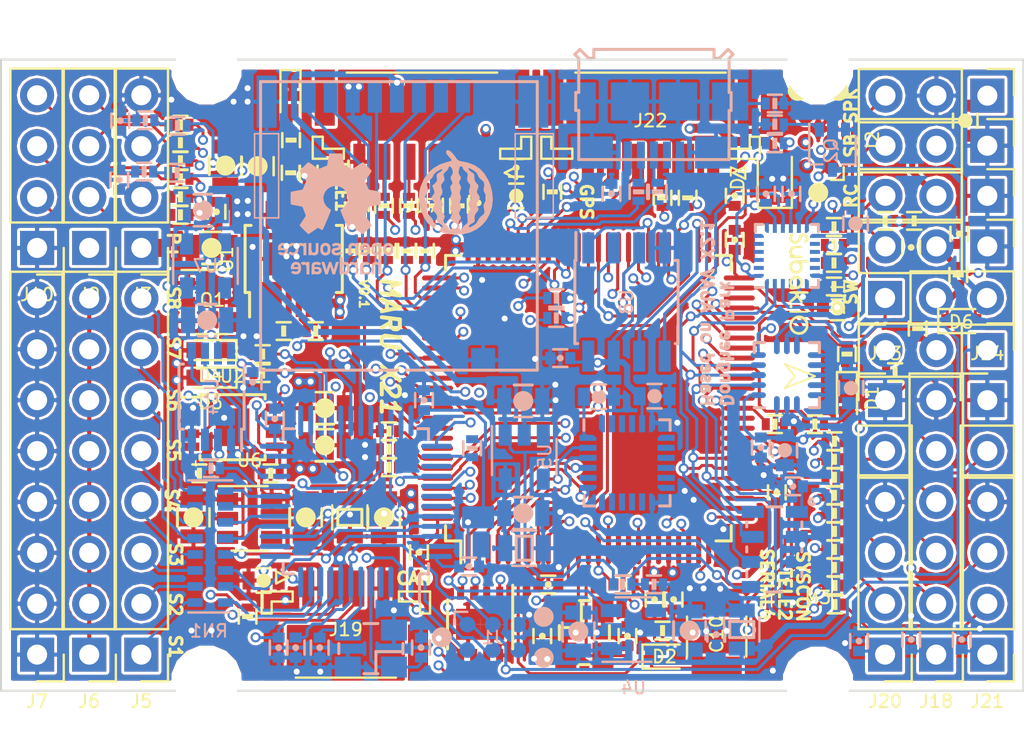
<source format=kicad_pcb>
(kicad_pcb (version 4) (host pcbnew 4.0.7-e2-6376~58~ubuntu16.04.1)
  (layers (0 F.Cu signal) (1 In1.Cu jumper hide) (2 In2.Cu signal hide) (31 B.Cu signal) (34 B.Paste user hide) (35 F.Paste user hide) (36 B.SilkS user hide) (37 F.SilkS user hide) (38 B.Mask user hide) (39 F.Mask user hide) (44 Edge.Cuts user))
  (net 0 "")
  (net 1 GND)
  (net 2 /FMU_VDD_3V3)
  (net 3 /VDD_5V_PERIPH)
  (net 4 /VDD_5V_RC)
  (net 5 /FMU_VBAT)
  (net 6 /FMU_RESET)
  (net 7 "Net-(C12-Pad1)")
  (net 8 "Net-(C13-Pad1)")
  (net 9 /VDD_5V)
  (net 10 "Net-(C18-Pad2)")
  (net 11 "Net-(C19-Pad2)")
  (net 12 /VDD_3V3_SENSORS)
  (net 13 /IO_VDD_3V3)
  (net 14 /VDD_3V3_SPEKTRUM)
  (net 15 "Net-(C27-Pad1)")
  (net 16 /VBUS)
  (net 17 "Net-(C31-Pad1)")
  (net 18 "Net-(C32-Pad1)")
  (net 19 /IO_RESET)
  (net 20 /PRESSURE_SENS)
  (net 21 "Net-(C44-Pad2)")
  (net 22 "Net-(C45-Pad2)")
  (net 23 "Net-(C46-Pad1)")
  (net 24 "Net-(C52-Pad2)")
  (net 25 "Net-(D1-Pad1)")
  (net 26 "Net-(D2-Pad2)")
  (net 27 "Net-(D3-Pad2)")
  (net 28 "Net-(D4-Pad1)")
  (net 29 "Net-(D5-Pad1)")
  (net 30 "Net-(D6-Pad2)")
  (net 31 "Net-(D6-Pad1)")
  (net 32 "Net-(D7-Pad1)")
  (net 33 /IO_SWDIO)
  (net 34 /IO_SWCLK)
  (net 35 "Net-(J1-Pad6)")
  (net 36 /FMU_SWDIO)
  (net 37 /FMU_SWCLK)
  (net 38 "Net-(J2-Pad6)")
  (net 39 /VBUS_5V_BRICK)
  (net 40 /SDIO_D1)
  (net 41 /SDIO_D0)
  (net 42 /SDIO_CK)
  (net 43 /SDIO_CMD)
  (net 44 /SDIO_D3)
  (net 45 /SDIO_D2)
  (net 46 "Net-(J5-Pad1)")
  (net 47 "Net-(J5-Pad2)")
  (net 48 "Net-(J5-Pad3)")
  (net 49 "Net-(J5-Pad4)")
  (net 50 "Net-(J5-Pad5)")
  (net 51 "Net-(J5-Pad6)")
  (net 52 "Net-(J5-Pad7)")
  (net 53 "Net-(J5-Pad8)")
  (net 54 "Net-(J6-Pad1)")
  (net 55 "Net-(J8-Pad2)")
  (net 56 /SAFETY)
  (net 57 "Net-(J9-Pad2)")
  (net 58 "Net-(J9-Pad3)")
  (net 59 "Net-(J9-Pad4)")
  (net 60 "Net-(J10-Pad2)")
  (net 61 "Net-(J10-Pad3)")
  (net 62 "Net-(J10-Pad4)")
  (net 63 /KILL)
  (net 64 "Net-(J12-Pad3)")
  (net 65 "Net-(J13-Pad2)")
  (net 66 "Net-(J14-Pad2)")
  (net 67 "Net-(J15-Pad3)")
  (net 68 "Net-(J16-Pad3)")
  (net 69 "Net-(J17-Pad2)")
  (net 70 "Net-(J17-Pad3)")
  (net 71 "Net-(J17-Pad4)")
  (net 72 "Net-(J17-Pad5)")
  (net 73 "Net-(J18-Pad2)")
  (net 74 "Net-(J18-Pad3)")
  (net 75 "Net-(J18-Pad4)")
  (net 76 "Net-(J18-Pad5)")
  (net 77 "Net-(J19-Pad2)")
  (net 78 "Net-(J19-Pad3)")
  (net 79 "Net-(J20-Pad2)")
  (net 80 "Net-(J20-Pad3)")
  (net 81 "Net-(J21-Pad2)")
  (net 82 "Net-(J21-Pad3)")
  (net 83 "Net-(J22-Pad2)")
  (net 84 "Net-(J22-Pad3)")
  (net 85 /FMU_I2C1_SCL)
  (net 86 /FMU_I2C1_SDA)
  (net 87 "Net-(J23-Pad2)")
  (net 88 "Net-(J23-Pad3)")
  (net 89 "Net-(P1-Pad2)")
  (net 90 "Net-(P1-Pad3)")
  (net 91 "Net-(P1-Pad4)")
  (net 92 "Net-(Q1-Pad4)")
  (net 93 "Net-(Q2-Pad1)")
  (net 94 "Net-(R1-Pad1)")
  (net 95 /IO_UART1_TX)
  (net 96 "Net-(R2-Pad2)")
  (net 97 /VDD_5V_PERIPH_OC)
  (net 98 "Net-(R4-Pad1)")
  (net 99 "Net-(R5-Pad1)")
  (net 100 "Net-(R6-Pad1)")
  (net 101 /VDD_5V_PERIPH_EN)
  (net 102 /VDD_5V_SENS)
  (net 103 /VDD_BRICK_VALID)
  (net 104 /VBUS_VALID)
  (net 105 "Net-(R13-Pad1)")
  (net 106 "Net-(R14-Pad2)")
  (net 107 /BATT_VOLT_SENS)
  (net 108 /BATT_CURR_SENS)
  (net 109 "Net-(R31-Pad1)")
  (net 110 /SERIAL_IO_TO_FMU)
  (net 111 "Net-(R32-Pad1)")
  (net 112 /SERIAL_FMU_TO_IO)
  (net 113 "Net-(R33-Pad1)")
  (net 114 /IO_LED_RED)
  (net 115 /IO_LED_BLUE)
  (net 116 /IO_LED_SAFETY)
  (net 117 /FMU_CH1)
  (net 118 /FMU_CH2)
  (net 119 /FMU_CH3)
  (net 120 /FMU_CH4)
  (net 121 /FMU_CH5)
  (net 122 /FMU_CH6)
  (net 123 /ALARM)
  (net 124 "Net-(R48-Pad2)")
  (net 125 /FMU_AUX_ADC1)
  (net 126 /FMU_AUX_ADC2)
  (net 127 /PPM_INPUT)
  (net 128 /FMU_UART2_RTS)
  (net 129 /FMU_UART2_CTS)
  (net 130 /FMU_UART2_RX)
  (net 131 /FMU_UART2_TX)
  (net 132 /FMU_UART3_RTS)
  (net 133 /FMU_UART3_CTS)
  (net 134 /FMU_UART3_RX)
  (net 135 /FMU_UART3_TX)
  (net 136 /IO_UART1_RX)
  (net 137 /RSSI_IN)
  (net 138 "Net-(R64-Pad2)")
  (net 139 /FMU_UART8_RX)
  (net 140 /FMU_UART8_TX)
  (net 141 /FMU_UART7_RX)
  (net 142 /FMU_UART7_TX)
  (net 143 /FMU_UART4_RX)
  (net 144 /FMU_UART4_TX)
  (net 145 /IO_CH4)
  (net 146 /IO_CH5)
  (net 147 /IO_CH3)
  (net 148 /IO_CH6)
  (net 149 /IO_CH7)
  (net 150 /IO_CH8)
  (net 151 /IO_CH1)
  (net 152 /IO_CH2)
  (net 153 "Net-(U1-Pad12)")
  (net 154 "Net-(U1-Pad13)")
  (net 155 /SPI_EXT_SCK)
  (net 156 /VDD_3V3_SENSORS_EN)
  (net 157 /SPI_EXT_NSS)
  (net 158 /SPI_EXT_MISO)
  (net 159 /SPI_EXT_MOSI)
  (net 160 "Net-(U3-Pad7)")
  (net 161 /20608_DRDY)
  (net 162 /20608_CS)
  (net 163 "Net-(U3-Pad16)")
  (net 164 /MPU9250_CS)
  (net 165 /SPI_INT_SCK)
  (net 166 /SPI_INT_MISO)
  (net 167 /SPI_INT_MOSI)
  (net 168 "Net-(U3-Pad35)")
  (net 169 "Net-(U3-Pad36)")
  (net 170 "Net-(U3-Pad48)")
  (net 171 "Net-(U3-Pad51)")
  (net 172 /FLASH_SCK)
  (net 173 /FLASH_MISO)
  (net 174 /FLASH_MOSI)
  (net 175 /FLASH_CS)
  (net 176 /MPU9250_DRDY)
  (net 177 /FMU_CAN1_RX)
  (net 178 /FMU_CAN1_TX)
  (net 179 /BARO_CS)
  (net 180 "Net-(U3-Pad89)")
  (net 181 "Net-(U3-Pad90)")
  (net 182 "Net-(U3-Pad92)")
  (net 183 "Net-(U3-Pad93)")
  (net 184 "Net-(U4-Pad4)")
  (net 185 "Net-(U5-Pad4)")
  (net 186 "Net-(U6-Pad4)")
  (net 187 /VDD_3V3_SPEKTRUM_EN)
  (net 188 "Net-(U7-Pad4)")
  (net 189 "Net-(U9-Pad1)")
  (net 190 "Net-(U9-Pad2)")
  (net 191 "Net-(U9-Pad3)")
  (net 192 "Net-(U9-Pad4)")
  (net 193 "Net-(U9-Pad7)")
  (net 194 "Net-(U9-Pad8)")
  (net 195 "Net-(U9-Pad9)")
  (net 196 "Net-(U9-Pad10)")
  (net 197 "Net-(U9-Pad11)")
  (net 198 "Net-(U9-Pad12)")
  (net 199 "Net-(U9-Pad14)")
  (net 200 "Net-(U9-Pad15)")
  (net 201 "Net-(U9-Pad16)")
  (net 202 "Net-(U9-Pad17)")
  (net 203 "Net-(U9-Pad18)")
  (net 204 "Net-(U9-Pad20)")
  (net 205 "Net-(U10-Pad4)")
  (net 206 "Net-(U11-Pad1)")
  (net 207 "Net-(U11-Pad3)")
  (net 208 "Net-(U11-Pad4)")
  (net 209 "Net-(U11-Pad14)")
  (net 210 /SBUS_OUTPUT)
  (net 211 /SBUS_INPUT)
  (net 212 "Net-(U11-Pad25)")
  (net 213 "Net-(U11-Pad32)")
  (net 214 "Net-(U11-Pad39)")
  (net 215 /SBUS_OUTPUT_EN)
  (net 216 "Net-(U11-Pad42)")
  (net 217 "Net-(U11-Pad43)")
  (net 218 "Net-(U15-Pad6)")
  (net 219 "Net-(U15-Pad7)")
  (net 220 "Net-(M1-Pad1)")
  (net 221 "Net-(M2-Pad1)")
  (net 222 "Net-(M3-Pad1)")
  (net 223 "Net-(M4-Pad1)")
  (net 224 /shield)
  (net 225 /OTG_FS_N)
  (net 226 /OTG_FS_P)
  (module swi_misc:ABM8 (layer B.Cu) (at 37.95 48.9 180)
    (fp_text reference X2)
    (fp_text value 24MHz)
    (pad 1 smd rect (at -1.15 -0.925 180) (size 1.3 1.05) (layers B.Cu B.Paste B.Mask) (net 21 "Net-(C44-Pad2)"))
    (pad 3 smd rect (at 1.15 0.925 180) (size 1.3 1.05) (layers B.Cu B.Paste B.Mask) (net 22 "Net-(C45-Pad2)"))
    (pad 4 smd rect (at -1.15 0.925 180) (size 1.3 1.05) (layers B.Cu B.Paste B.Mask) (net 1 GND))
    (pad 2 smd rect (at 1.15 -0.925 180) (size 1.3 1.05) (layers B.Cu B.Paste B.Mask) (net 1 GND))
  )
  (module swi_sdcard:DM3CS-SF (layer B.Cu) (at 39.34906 27.80014)
    (fp_text reference J4)
    (fp_text value Micro_SD_Card)
    (pad 1 smd rect (at 3.2004 -6.4008) (size 0.70104 1.50114) (layers B.Cu B.Paste B.Mask) (net 45 /SDIO_D2))
    (pad 2 smd rect (at 2.10058 -6.4008) (size 0.70104 1.50114) (layers B.Cu B.Paste B.Mask) (net 44 /SDIO_D3))
    (pad 3 smd rect (at 1.00076 -6.4008) (size 0.70104 1.50114) (layers B.Cu B.Paste B.Mask) (net 43 /SDIO_CMD))
    (pad 4 smd rect (at -0.09906 -6.4008) (size 0.70104 1.50114) (layers B.Cu B.Paste B.Mask) (net 2 /FMU_VDD_3V3))
    (pad 5 smd rect (at -1.19888 -6.4008) (size 0.70104 1.50114) (layers B.Cu B.Paste B.Mask) (net 42 /SDIO_CK))
    (pad 6 smd rect (at -2.30124 -6.4008) (size 0.70104 1.50114) (layers B.Cu B.Paste B.Mask) (net 1 GND))
    (pad 7 smd rect (at -3.40106 -6.4008) (size 0.70104 1.50114) (layers B.Cu B.Paste B.Mask) (net 41 /SDIO_D0))
    (pad 8 smd rect (at -4.50088 -6.4008) (size 0.70104 1.50114) (layers B.Cu B.Paste B.Mask) (net 40 /SDIO_D1))
    (pad 9 smd rect (at 6.70052 -6.20014) (size 1.50114 2.60096) (layers B.Cu B.Paste B.Mask) (net 1 GND))
    (pad 9 smd rect (at -6.59892 -6.20014) (size 1.00076 2.60096) (layers B.Cu B.Paste B.Mask) (net 1 GND))
    (pad 9 smd rect (at 4.20116 6.70052) (size 1.2 1.2) (layers B.Cu B.Paste B.Mask) (net 1 GND))
  )
  (module Connectors_JST:JST_GH_SM04B-GHS-TB_04x1.25mm_Angled (layer F.Cu) (at 36.7 47.5)
    (fp_text reference J19 (at 0 0.45) (layer F.SilkS) (effects (font (size 0.635 0.635) (thickness 0.1))))
    (fp_text value CAN)
    (pad 1 smd rect (at -1.875 -1.6) (size 0.6 1.8) (layers F.Cu F.Paste F.Mask) (net 3 /VDD_5V_PERIPH))
    (pad 2 smd rect (at -0.625 -1.6) (size 0.6 1.8) (layers F.Cu F.Paste F.Mask) (net 77 "Net-(J19-Pad2)"))
    (pad 3 smd rect (at 0.625 -1.6) (size 0.6 1.8) (layers F.Cu F.Paste F.Mask) (net 78 "Net-(J19-Pad3)"))
    (pad 4 smd rect (at 1.875 -1.6) (size 0.6 1.8) (layers F.Cu F.Paste F.Mask) (net 1 GND))
    (pad "" smd rect (at 3.6 1.6) (size 1 2.8) (layers F.Cu F.Paste F.Mask))
    (pad "" smd rect (at -3.6 1.6) (size 1 2.8) (layers F.Cu F.Paste F.Mask))
  )
  (module Connectors_JST:JST_GH_SM06B-GHS-TB_06x1.25mm_Angled (layer F.Cu) (at 51.9 23 180)
    (fp_text reference J22 (at 0 0.45 180) (layer F.SilkS) (effects (font (size 0.635 0.635) (thickness 0.1))))
    (fp_text value GPS/I2C)
    (pad 1 smd rect (at -3.125 -1.6 180) (size 0.6 1.8) (layers F.Cu F.Paste F.Mask) (net 3 /VDD_5V_PERIPH))
    (pad 2 smd rect (at -1.875 -1.6 180) (size 0.6 1.8) (layers F.Cu F.Paste F.Mask) (net 83 "Net-(J22-Pad2)"))
    (pad 3 smd rect (at -0.625 -1.6 180) (size 0.6 1.8) (layers F.Cu F.Paste F.Mask) (net 84 "Net-(J22-Pad3)"))
    (pad 4 smd rect (at 0.625 -1.6 180) (size 0.6 1.8) (layers F.Cu F.Paste F.Mask) (net 85 /FMU_I2C1_SCL))
    (pad 5 smd rect (at 1.875 -1.6 180) (size 0.6 1.8) (layers F.Cu F.Paste F.Mask) (net 86 /FMU_I2C1_SDA))
    (pad 6 smd rect (at 3.125 -1.6 180) (size 0.6 1.8) (layers F.Cu F.Paste F.Mask) (net 1 GND))
    (pad "" smd rect (at 4.85 1.6 180) (size 1 2.8) (layers F.Cu F.Paste F.Mask))
    (pad "" smd rect (at -4.85 1.6 180) (size 1 2.8) (layers F.Cu F.Paste F.Mask))
  )
  (module Connectors_JST:JST_GH_SM06B-GHS-TB_06x1.25mm_Angled (layer F.Cu) (at 40.5 23 180)
    (fp_text reference J17 (at 0 -3.8 180) (layer F.SilkS) (effects (font (size 0.635 0.635) (thickness 0.1))))
    (fp_text value SERIAL1)
    (pad 1 smd rect (at -3.125 -1.6 180) (size 0.6 1.8) (layers F.Cu F.Paste F.Mask) (net 3 /VDD_5V_PERIPH))
    (pad 2 smd rect (at -1.875 -1.6 180) (size 0.6 1.8) (layers F.Cu F.Paste F.Mask) (net 69 "Net-(J17-Pad2)"))
    (pad 3 smd rect (at -0.625 -1.6 180) (size 0.6 1.8) (layers F.Cu F.Paste F.Mask) (net 70 "Net-(J17-Pad3)"))
    (pad 4 smd rect (at 0.625 -1.6 180) (size 0.6 1.8) (layers F.Cu F.Paste F.Mask) (net 71 "Net-(J17-Pad4)"))
    (pad 5 smd rect (at 1.875 -1.6 180) (size 0.6 1.8) (layers F.Cu F.Paste F.Mask) (net 72 "Net-(J17-Pad5)"))
    (pad 6 smd rect (at 3.125 -1.6 180) (size 0.6 1.8) (layers F.Cu F.Paste F.Mask) (net 1 GND))
    (pad "" smd rect (at 4.85 1.6 180) (size 1 2.8) (layers F.Cu F.Paste F.Mask))
    (pad "" smd rect (at -4.85 1.6 180) (size 1 2.8) (layers F.Cu F.Paste F.Mask))
  )
  (module Housings_DFN_QFN:DFN-8-1EP_3x3mm_Pitch0.65mm (layer F.Cu) (at 43.4 47.6875 270)
    (fp_text reference U13)
    (fp_text value TJA1051TK/3)
    (pad 1 smd rect (at -1.55 -0.975 270) (size 0.65 0.35) (layers F.Cu F.Paste F.Mask) (net 178 /FMU_CAN1_TX))
    (pad 2 smd rect (at -1.55 -0.325 270) (size 0.65 0.35) (layers F.Cu F.Paste F.Mask) (net 1 GND))
    (pad 3 smd rect (at -1.55 0.325 270) (size 0.65 0.35) (layers F.Cu F.Paste F.Mask) (net 3 /VDD_5V_PERIPH))
    (pad 4 smd rect (at -1.55 0.975 270) (size 0.65 0.35) (layers F.Cu F.Paste F.Mask) (net 177 /FMU_CAN1_RX))
    (pad 5 smd rect (at 1.55 0.975 270) (size 0.65 0.35) (layers F.Cu F.Paste F.Mask) (net 2 /FMU_VDD_3V3))
    (pad 6 smd rect (at 1.55 0.325 270) (size 0.65 0.35) (layers F.Cu F.Paste F.Mask) (net 77 "Net-(J19-Pad2)"))
    (pad 7 smd rect (at 1.55 -0.325 270) (size 0.65 0.35) (layers F.Cu F.Paste F.Mask) (net 78 "Net-(J19-Pad3)"))
    (pad 8 smd rect (at 1.55 -0.975 270) (size 0.65 0.35) (layers F.Cu F.Paste F.Mask) (net 1 GND))
    (pad 9 smd rect (at 0.3875 0.6 270) (size 0.775 1.2) (layers F.Cu F.Paste F.Mask) (net 1 GND))
    (pad 9 smd rect (at 0.3875 -0.6 270) (size 0.775 1.2) (layers F.Cu F.Paste F.Mask) (net 1 GND))
    (pad 9 smd rect (at -0.3875 0.6 270) (size 0.775 1.2) (layers F.Cu F.Paste F.Mask) (net 1 GND))
    (pad 9 smd rect (at -0.3875 -0.6 270) (size 0.775 1.2) (layers F.Cu F.Paste F.Mask) (net 1 GND))
  )
  (module swi_dipol:R_0805 (layer B.Cu) (at 56.45 47.95 90)
    (fp_text reference R21 hide)
    (fp_text value DNP hide)
    (pad 1 smd rect (at -0.95 0 90) (size 0.7 1.3) (layers B.Cu B.Paste B.Mask) (net 12 /VDD_3V3_SENSORS))
    (pad 2 smd rect (at 0.95 0 90) (size 0.7 1.3) (layers B.Cu B.Paste B.Mask) (net 1 GND))
  )
  (module swi_sensors:QFN-24_3x3mm_Pitch0.4mm_large_pads (layer B.Cu) (at 58.7 29.3)
    (fp_text reference U15)
    (fp_text value MPU-9250)
    (pad 1 smd rect (at -1.45 1) (size 0.4 0.2) (layers B.Cu B.Paste B.Mask) (net 12 /VDD_3V3_SENSORS))
    (pad 2 smd rect (at -1.4 0.6) (size 0.5 0.2) (layers B.Cu B.Paste B.Mask))
    (pad 3 smd rect (at -1.4 0.2) (size 0.5 0.2) (layers B.Cu B.Paste B.Mask))
    (pad 4 smd rect (at -1.4 -0.2) (size 0.5 0.2) (layers B.Cu B.Paste B.Mask))
    (pad 5 smd rect (at -1.4 -0.6) (size 0.5 0.2) (layers B.Cu B.Paste B.Mask))
    (pad 6 smd rect (at -1.45 -1) (size 0.4 0.2) (layers B.Cu B.Paste B.Mask) (net 218 "Net-(U15-Pad6)"))
    (pad 7 smd rect (at -1 -1.45 270) (size 0.4 0.2) (layers B.Cu B.Paste B.Mask) (net 219 "Net-(U15-Pad7)"))
    (pad 8 smd rect (at -0.6 -1.4 270) (size 0.5 0.2) (layers B.Cu B.Paste B.Mask) (net 12 /VDD_3V3_SENSORS))
    (pad 9 smd rect (at -0.2 -1.4 270) (size 0.5 0.2) (layers B.Cu B.Paste B.Mask) (net 166 /SPI_INT_MISO))
    (pad 10 smd rect (at 0.2 -1.4 270) (size 0.5 0.2) (layers B.Cu B.Paste B.Mask) (net 24 "Net-(C52-Pad2)"))
    (pad 11 smd rect (at 0.6 -1.4 270) (size 0.5 0.2) (layers B.Cu B.Paste B.Mask) (net 1 GND))
    (pad 12 smd rect (at 1 -1.45 270) (size 0.4 0.2) (layers B.Cu B.Paste B.Mask) (net 176 /MPU9250_DRDY))
    (pad 13 smd rect (at 1.45 -1 180) (size 0.4 0.2) (layers B.Cu B.Paste B.Mask) (net 12 /VDD_3V3_SENSORS))
    (pad 14 smd rect (at 1.4 -0.6 180) (size 0.5 0.2) (layers B.Cu B.Paste B.Mask))
    (pad 15 smd rect (at 1.4 -0.2 180) (size 0.5 0.2) (layers B.Cu B.Paste B.Mask))
    (pad 16 smd rect (at 1.4 0.2 180) (size 0.5 0.2) (layers B.Cu B.Paste B.Mask))
    (pad 17 smd rect (at 1.4 0.6 180) (size 0.5 0.2) (layers B.Cu B.Paste B.Mask))
    (pad 18 smd rect (at 1.45 1 180) (size 0.4 0.2) (layers B.Cu B.Paste B.Mask) (net 1 GND))
    (pad 19 smd rect (at 1 1.45 270) (size 0.4 0.2) (layers B.Cu B.Paste B.Mask))
    (pad 20 smd rect (at 0.6 1.4 270) (size 0.5 0.2) (layers B.Cu B.Paste B.Mask) (net 1 GND))
    (pad 21 smd rect (at 0.2 1.4 270) (size 0.5 0.2) (layers B.Cu B.Paste B.Mask))
    (pad 22 smd rect (at -0.2 1.4 270) (size 0.5 0.2) (layers B.Cu B.Paste B.Mask) (net 164 /MPU9250_CS))
    (pad 23 smd rect (at -0.6 1.4 270) (size 0.5 0.2) (layers B.Cu B.Paste B.Mask) (net 165 /SPI_INT_SCK))
    (pad 24 smd rect (at -1 1.45 270) (size 0.4 0.2) (layers B.Cu B.Paste B.Mask) (net 167 /SPI_INT_MOSI))
    (pad 1 smd trapezoid (at -1.2 1) (size 0.1 0.1) (rect_delta 0.099 0) (layers B.Cu B.Paste B.Mask) (net 12 /VDD_3V3_SENSORS))
    (pad 24 smd trapezoid (at -1 1.2 90) (size 0.1 0.1) (rect_delta 0.099 0) (layers B.Cu B.Paste B.Mask) (net 167 /SPI_INT_MOSI))
    (pad 19 smd trapezoid (at 1 1.2 90) (size 0.1 0.1) (rect_delta 0.099 0) (layers B.Cu B.Paste B.Mask))
    (pad 18 smd trapezoid (at 1.2 1 180) (size 0.1 0.1) (rect_delta 0.099 0) (layers B.Cu B.Paste B.Mask) (net 1 GND))
    (pad 13 smd trapezoid (at 1.2 -1 180) (size 0.1 0.1) (rect_delta 0.099 0) (layers B.Cu B.Paste B.Mask) (net 12 /VDD_3V3_SENSORS))
    (pad 12 smd trapezoid (at 1 -1.2 270) (size 0.1 0.1) (rect_delta 0.099 0) (layers B.Cu B.Paste B.Mask) (net 176 /MPU9250_DRDY))
    (pad 7 smd trapezoid (at -1 -1.2 270) (size 0.1 0.1) (rect_delta 0.099 0) (layers B.Cu B.Paste B.Mask) (net 219 "Net-(U15-Pad7)"))
    (pad 6 smd trapezoid (at -1.2 -1) (size 0.1 0.1) (rect_delta 0.099 0) (layers B.Cu B.Paste B.Mask) (net 218 "Net-(U15-Pad6)"))
    (pad 1 smd rect (at -1.3 0.95) (size 0.3 0.1) (layers B.Cu B.Paste B.Mask) (net 12 /VDD_3V3_SENSORS))
    (pad 24 smd rect (at -0.95 1.3) (size 0.1 0.3) (layers B.Cu B.Paste B.Mask) (net 167 /SPI_INT_MOSI))
    (pad 19 smd rect (at 0.95 1.3) (size 0.1 0.3) (layers B.Cu B.Paste B.Mask))
    (pad 18 smd rect (at 1.3 0.95) (size 0.3 0.1) (layers B.Cu B.Paste B.Mask) (net 1 GND))
    (pad 13 smd rect (at 1.3 -0.95) (size 0.3 0.1) (layers B.Cu B.Paste B.Mask) (net 12 /VDD_3V3_SENSORS))
    (pad 12 smd rect (at 0.95 -1.3) (size 0.1 0.3) (layers B.Cu B.Paste B.Mask) (net 176 /MPU9250_DRDY))
    (pad 7 smd rect (at -0.95 -1.3) (size 0.1 0.3) (layers B.Cu B.Paste B.Mask) (net 219 "Net-(U15-Pad7)"))
    (pad 6 smd rect (at -1.3 -0.95) (size 0.3 0.1) (layers B.Cu B.Paste B.Mask) (net 218 "Net-(U15-Pad6)"))
  )
  (module swi_sensors:ms5611-01ba03 (layer B.Cu) (at 59.2 42.075 180)
    (fp_text reference U10)
    (fp_text value MS5611-01BA03)
    (pad 1 smd rect (at 0 0 180) (size 1.1 0.6) (layers B.Cu B.Paste B.Mask) (net 12 /VDD_3V3_SENSORS))
    (pad 2 smd rect (at 0 -1.25 180) (size 1.1 0.6) (layers B.Cu B.Paste B.Mask) (net 1 GND))
    (pad 3 smd rect (at 0 -2.5 180) (size 1.1 0.6) (layers B.Cu B.Paste B.Mask) (net 1 GND))
    (pad 6 smd rect (at 2.2 -2.5 180) (size 1.1 0.6) (layers B.Cu B.Paste B.Mask) (net 166 /SPI_INT_MISO))
    (pad 7 smd rect (at 2.2 -1.25 180) (size 1.1 0.6) (layers B.Cu B.Paste B.Mask) (net 167 /SPI_INT_MOSI))
    (pad 8 smd rect (at 2.2 0 180) (size 1.1 0.6) (layers B.Cu B.Paste B.Mask) (net 165 /SPI_INT_SCK))
    (pad 4 smd rect (at 0 -3.75 180) (size 1.1 0.6) (layers B.Cu B.Paste B.Mask) (net 205 "Net-(U10-Pad4)"))
    (pad 5 smd rect (at 2.2 -3.75 180) (size 1.1 0.6) (layers B.Cu B.Paste B.Mask) (net 179 /BARO_CS))
  )
  (module swi_housings_qfp:QFN-24_4x4mm_Pitch0.5mm (layer B.Cu) (at 50.726622 39.630036 270)
    (fp_text reference U9)
    (fp_text value DORCA30)
    (pad 1 smd rect (at -2.025 1.25 270) (size 0.7 0.3) (layers B.Cu B.Paste B.Mask) (net 189 "Net-(U9-Pad1)"))
    (pad 2 smd rect (at -1.95 0.75 270) (size 0.85 0.3) (layers B.Cu B.Paste B.Mask) (net 190 "Net-(U9-Pad2)"))
    (pad 3 smd rect (at -1.95 0.25 270) (size 0.85 0.3) (layers B.Cu B.Paste B.Mask) (net 191 "Net-(U9-Pad3)"))
    (pad 4 smd rect (at -1.95 -0.25 270) (size 0.85 0.3) (layers B.Cu B.Paste B.Mask) (net 192 "Net-(U9-Pad4)"))
    (pad 5 smd rect (at -1.95 -0.75 270) (size 0.85 0.3) (layers B.Cu B.Paste B.Mask) (net 2 /FMU_VDD_3V3))
    (pad 6 smd rect (at -2.025 -1.25 270) (size 0.7 0.3) (layers B.Cu B.Paste B.Mask) (net 1 GND))
    (pad 7 smd rect (at -1.25 -2.025 180) (size 0.7 0.3) (layers B.Cu B.Paste B.Mask) (net 193 "Net-(U9-Pad7)"))
    (pad 8 smd rect (at -0.75 -1.95 180) (size 0.85 0.3) (layers B.Cu B.Paste B.Mask) (net 194 "Net-(U9-Pad8)"))
    (pad 9 smd rect (at -0.25 -1.95 180) (size 0.85 0.3) (layers B.Cu B.Paste B.Mask) (net 195 "Net-(U9-Pad9)"))
    (pad 10 smd rect (at 0.25 -1.95 180) (size 0.85 0.3) (layers B.Cu B.Paste B.Mask) (net 196 "Net-(U9-Pad10)"))
    (pad 11 smd rect (at 0.75 -1.95 180) (size 0.85 0.3) (layers B.Cu B.Paste B.Mask) (net 197 "Net-(U9-Pad11)"))
    (pad 12 smd rect (at 1.25 -2.025 180) (size 0.7 0.3) (layers B.Cu B.Paste B.Mask) (net 198 "Net-(U9-Pad12)"))
    (pad 13 smd rect (at 2.025 -1.25 270) (size 0.7 0.3) (layers B.Cu B.Paste B.Mask) (net 1 GND))
    (pad 14 smd rect (at 1.95 -0.75 270) (size 0.85 0.3) (layers B.Cu B.Paste B.Mask) (net 199 "Net-(U9-Pad14)"))
    (pad 15 smd rect (at 1.95 -0.25 270) (size 0.85 0.3) (layers B.Cu B.Paste B.Mask) (net 200 "Net-(U9-Pad15)"))
    (pad 16 smd rect (at 1.95 0.25 270) (size 0.85 0.3) (layers B.Cu B.Paste B.Mask) (net 201 "Net-(U9-Pad16)"))
    (pad 17 smd rect (at 1.95 0.75 270) (size 0.85 0.3) (layers B.Cu B.Paste B.Mask) (net 202 "Net-(U9-Pad17)"))
    (pad 18 smd rect (at 2.025 1.25 270) (size 0.7 0.3) (layers B.Cu B.Paste B.Mask) (net 203 "Net-(U9-Pad18)"))
    (pad 19 smd rect (at 1.25 2.025 180) (size 0.7 0.3) (layers B.Cu B.Paste B.Mask) (net 157 /SPI_EXT_NSS))
    (pad 20 smd rect (at 0.75 1.95 180) (size 0.85 0.3) (layers B.Cu B.Paste B.Mask) (net 204 "Net-(U9-Pad20)"))
    (pad 21 smd rect (at 0.25 1.95 180) (size 0.85 0.3) (layers B.Cu B.Paste B.Mask) (net 155 /SPI_EXT_SCK))
    (pad 22 smd rect (at -0.25 1.95 180) (size 0.85 0.3) (layers B.Cu B.Paste B.Mask) (net 159 /SPI_EXT_MOSI))
    (pad 23 smd rect (at -0.75 1.95 180) (size 0.85 0.3) (layers B.Cu B.Paste B.Mask) (net 158 /SPI_EXT_MISO))
    (pad 24 smd rect (at -1.25 2.025 180) (size 0.7 0.3) (layers B.Cu B.Paste B.Mask) (net 15 "Net-(C27-Pad1)"))
    (pad 1 smd rect (at -1.675 1.175 270) (size 0.3 0.15) (layers B.Cu B.Paste B.Mask) (net 189 "Net-(U9-Pad1)"))
    (pad 1 smd trapezoid (at -1.6 1.25) (size 0.15 0.15) (rect_delta 0 -0.149) (layers B.Cu B.Paste B.Mask) (net 189 "Net-(U9-Pad1)"))
    (pad 6 smd trapezoid (at -1.6 -1.25) (size 0.15 0.15) (rect_delta 0 -0.149) (layers B.Cu B.Paste B.Mask) (net 1 GND))
    (pad 6 smd rect (at -1.675 -1.175 270) (size 0.3 0.15) (layers B.Cu B.Paste B.Mask) (net 1 GND))
    (pad 7 smd trapezoid (at -1.25 -1.6 270) (size 0.15 0.15) (rect_delta 0 -0.149) (layers B.Cu B.Paste B.Mask) (net 193 "Net-(U9-Pad7)"))
    (pad 7 smd rect (at -1.175 -1.675 180) (size 0.3 0.15) (layers B.Cu B.Paste B.Mask) (net 193 "Net-(U9-Pad7)"))
    (pad 13 smd trapezoid (at 1.6 -1.25 180) (size 0.15 0.15) (rect_delta 0 -0.149) (layers B.Cu B.Paste B.Mask) (net 1 GND))
    (pad 13 smd rect (at 1.675 -1.175 90) (size 0.3 0.15) (layers B.Cu B.Paste B.Mask) (net 1 GND))
    (pad 19 smd trapezoid (at 1.25 1.6 90) (size 0.15 0.15) (rect_delta 0 -0.149) (layers B.Cu B.Paste B.Mask) (net 157 /SPI_EXT_NSS))
    (pad 19 smd rect (at 1.176208 1.675) (size 0.3 0.15) (layers B.Cu B.Paste B.Mask) (net 157 /SPI_EXT_NSS))
    (pad 18 smd trapezoid (at 1.6 1.25 180) (size 0.15 0.15) (rect_delta 0 -0.149) (layers B.Cu B.Paste B.Mask) (net 203 "Net-(U9-Pad18)"))
    (pad 18 smd rect (at 1.675 1.175 90) (size 0.3 0.15) (layers B.Cu B.Paste B.Mask) (net 203 "Net-(U9-Pad18)"))
    (pad 12 smd trapezoid (at 1.25 -1.6 270) (size 0.15 0.15) (rect_delta 0 -0.149) (layers B.Cu B.Paste B.Mask) (net 198 "Net-(U9-Pad12)"))
    (pad 12 smd rect (at 1.175 -1.675 180) (size 0.3 0.15) (layers B.Cu B.Paste B.Mask) (net 198 "Net-(U9-Pad12)"))
    (pad 24 smd rect (at -1.175 1.675) (size 0.3 0.15) (layers B.Cu B.Paste B.Mask) (net 15 "Net-(C27-Pad1)"))
    (pad 24 smd trapezoid (at -1.25 1.6 90) (size 0.15 0.15) (rect_delta 0 -0.149) (layers B.Cu B.Paste B.Mask) (net 15 "Net-(C27-Pad1)"))
  )
  (module swi_housings_qfp:LQFP-48-L_7x7mm_Pitch0.5mm (layer B.Cu) (at 37.2 41.55 90)
    (fp_text reference U11)
    (fp_text value STM32F100C8T6)
    (pad 1 smd oval (at -4.025 2.75 90) (size 1.55 0.25) (layers B.Cu B.Paste B.Mask) (net 206 "Net-(U11-Pad1)"))
    (pad 2 smd oval (at -4.025 2.25 90) (size 1.55 0.25) (layers B.Cu B.Paste B.Mask) (net 187 /VDD_3V3_SPEKTRUM_EN))
    (pad 3 smd oval (at -4.025 1.75 90) (size 1.55 0.25) (layers B.Cu B.Paste B.Mask) (net 207 "Net-(U11-Pad3)"))
    (pad 4 smd oval (at -4.025 1.25 90) (size 1.55 0.25) (layers B.Cu B.Paste B.Mask) (net 208 "Net-(U11-Pad4)"))
    (pad 5 smd oval (at -4.025 0.75 90) (size 1.55 0.25) (layers B.Cu B.Paste B.Mask) (net 21 "Net-(C44-Pad2)"))
    (pad 6 smd oval (at -4.025 0.25 90) (size 1.55 0.25) (layers B.Cu B.Paste B.Mask) (net 22 "Net-(C45-Pad2)"))
    (pad 7 smd oval (at -4.025 -0.25 90) (size 1.55 0.25) (layers B.Cu B.Paste B.Mask) (net 19 /IO_RESET))
    (pad 8 smd oval (at -4.025 -0.75 90) (size 1.55 0.25) (layers B.Cu B.Paste B.Mask) (net 1 GND))
    (pad 9 smd oval (at -4.025 -1.25 90) (size 1.55 0.25) (layers B.Cu B.Paste B.Mask) (net 13 /IO_VDD_3V3))
    (pad 10 smd oval (at -4.025 -1.75 90) (size 1.55 0.25) (layers B.Cu B.Paste B.Mask) (net 151 /IO_CH1))
    (pad 11 smd oval (at -4.025 -2.25 90) (size 1.55 0.25) (layers B.Cu B.Paste B.Mask) (net 152 /IO_CH2))
    (pad 12 smd oval (at -4.025 -2.75 90) (size 1.55 0.25) (layers B.Cu B.Paste B.Mask) (net 109 "Net-(R31-Pad1)"))
    (pad 13 smd oval (at -2.75 -4.025) (size 1.55 0.25) (layers B.Cu B.Paste B.Mask) (net 111 "Net-(R32-Pad1)"))
    (pad 14 smd oval (at -2.25 -4.025) (size 1.55 0.25) (layers B.Cu B.Paste B.Mask) (net 209 "Net-(U11-Pad14)"))
    (pad 15 smd oval (at -1.75 -4.025) (size 1.55 0.25) (layers B.Cu B.Paste B.Mask) (net 137 /RSSI_IN))
    (pad 16 smd oval (at -1.25 -4.025) (size 1.55 0.25) (layers B.Cu B.Paste B.Mask) (net 146 /IO_CH5))
    (pad 17 smd oval (at -0.75 -4.025) (size 1.55 0.25) (layers B.Cu B.Paste B.Mask) (net 148 /IO_CH6))
    (pad 18 smd oval (at -0.25 -4.025) (size 1.55 0.25) (layers B.Cu B.Paste B.Mask) (net 149 /IO_CH7))
    (pad 19 smd oval (at 0.25 -4.025) (size 1.55 0.25) (layers B.Cu B.Paste B.Mask) (net 150 /IO_CH8))
    (pad 20 smd oval (at 0.75 -4.025) (size 1.55 0.25) (layers B.Cu B.Paste B.Mask) (net 124 "Net-(R48-Pad2)"))
    (pad 21 smd oval (at 1.25 -4.025) (size 1.55 0.25) (layers B.Cu B.Paste B.Mask) (net 210 /SBUS_OUTPUT))
    (pad 22 smd oval (at 1.75 -4.025) (size 1.55 0.25) (layers B.Cu B.Paste B.Mask) (net 211 /SBUS_INPUT))
    (pad 23 smd oval (at 2.25 -4.025) (size 1.55 0.25) (layers B.Cu B.Paste B.Mask) (net 1 GND))
    (pad 24 smd oval (at 2.75 -4.025) (size 1.55 0.25) (layers B.Cu B.Paste B.Mask) (net 13 /IO_VDD_3V3))
    (pad 25 smd oval (at 4.025 -2.75 90) (size 1.55 0.25) (layers B.Cu B.Paste B.Mask) (net 212 "Net-(U11-Pad25)"))
    (pad 26 smd oval (at 4.025 -2.25 90) (size 1.55 0.25) (layers B.Cu B.Paste B.Mask) (net 116 /IO_LED_SAFETY))
    (pad 27 smd oval (at 4.025 -1.75 90) (size 1.55 0.25) (layers B.Cu B.Paste B.Mask) (net 115 /IO_LED_BLUE))
    (pad 28 smd oval (at 4.025 -1.25 90) (size 1.55 0.25) (layers B.Cu B.Paste B.Mask) (net 114 /IO_LED_RED))
    (pad 29 smd oval (at 4.025 -0.75 90) (size 1.55 0.25) (layers B.Cu B.Paste B.Mask) (net 127 /PPM_INPUT))
    (pad 30 smd oval (at 4.025 -0.25 90) (size 1.55 0.25) (layers B.Cu B.Paste B.Mask) (net 95 /IO_UART1_TX))
    (pad 31 smd oval (at 4.025 0.25 90) (size 1.55 0.25) (layers B.Cu B.Paste B.Mask) (net 136 /IO_UART1_RX))
    (pad 32 smd oval (at 4.025 0.75 90) (size 1.55 0.25) (layers B.Cu B.Paste B.Mask) (net 213 "Net-(U11-Pad32)"))
    (pad 33 smd oval (at 4.025 1.25 90) (size 1.55 0.25) (layers B.Cu B.Paste B.Mask) (net 137 /RSSI_IN))
    (pad 34 smd oval (at 4.025 1.75 90) (size 1.55 0.25) (layers B.Cu B.Paste B.Mask) (net 33 /IO_SWDIO))
    (pad 35 smd oval (at 4.025 2.25 90) (size 1.55 0.25) (layers B.Cu B.Paste B.Mask) (net 1 GND))
    (pad 36 smd oval (at 4.025 2.75 90) (size 1.55 0.25) (layers B.Cu B.Paste B.Mask) (net 13 /IO_VDD_3V3))
    (pad 37 smd oval (at 2.75 4.025) (size 1.55 0.25) (layers B.Cu B.Paste B.Mask) (net 34 /IO_SWCLK))
    (pad 38 smd oval (at 2.25 4.025) (size 1.55 0.25) (layers B.Cu B.Paste B.Mask) (net 113 "Net-(R33-Pad1)"))
    (pad 39 smd oval (at 1.75 4.025) (size 1.55 0.25) (layers B.Cu B.Paste B.Mask) (net 214 "Net-(U11-Pad39)"))
    (pad 40 smd oval (at 1.25 4.025) (size 1.55 0.25) (layers B.Cu B.Paste B.Mask) (net 215 /SBUS_OUTPUT_EN))
    (pad 41 smd oval (at 0.75 4.025) (size 1.55 0.25) (layers B.Cu B.Paste B.Mask) (net 56 /SAFETY))
    (pad 42 smd oval (at 0.25 4.025) (size 1.55 0.25) (layers B.Cu B.Paste B.Mask) (net 216 "Net-(U11-Pad42)"))
    (pad 43 smd oval (at -0.25 4.025) (size 1.55 0.25) (layers B.Cu B.Paste B.Mask) (net 217 "Net-(U11-Pad43)"))
    (pad 44 smd oval (at -0.75 4.025) (size 1.55 0.25) (layers B.Cu B.Paste B.Mask) (net 1 GND))
    (pad 45 smd oval (at -1.25 4.025) (size 1.55 0.25) (layers B.Cu B.Paste B.Mask) (net 147 /IO_CH3))
    (pad 46 smd oval (at -1.75 4.025) (size 1.55 0.25) (layers B.Cu B.Paste B.Mask) (net 145 /IO_CH4))
    (pad 47 smd oval (at -2.25 4.025) (size 1.55 0.25) (layers B.Cu B.Paste B.Mask) (net 1 GND))
    (pad 48 smd oval (at -2.75 4.025) (size 1.55 0.25) (layers B.Cu B.Paste B.Mask) (net 13 /IO_VDD_3V3))
  )
  (module LEDs:LED_0603 (layer F.Cu) (at 33.94 21.32 270)
    (fp_text reference D3)
    (fp_text value GREEN)
    (pad 2 smd rect (at 0.8 0 90) (size 0.8 0.8) (layers F.Cu F.Paste F.Mask) (net 27 "Net-(D3-Pad2)"))
    (pad 1 smd rect (at -0.8 0 90) (size 0.8 0.8) (layers F.Cu F.Paste F.Mask) (net 1 GND))
  )
  (module swi_dipol:R_0805 (layer F.Cu) (at 36.9 42.35 270)
    (fp_text reference R23)
    (fp_text value 220)
    (pad 1 smd rect (at -0.95 0 270) (size 0.7 1.3) (layers F.Cu F.Paste F.Mask) (net 2 /FMU_VDD_3V3))
    (pad 2 smd rect (at 0.95 0 270) (size 0.7 1.3) (layers F.Cu F.Paste F.Mask) (net 1 GND))
  )
  (module swi_logos:subak (layer F.Cu) (at 59.3 30.7 270)
    (fp_text reference G*** hide)
    (fp_text value LOGO hide)
  )
  (module swi_logos:subakio (layer B.Cu) (at 42.2 26.1 180)
    (fp_text reference G*** hide)
    (fp_text value LOGO hide)
  )
  (module swi_dipol:R_0402_NoSilk (layer F.Cu) (at 53.75 26.4 270)
    (fp_text reference R73)
    (fp_text value 220)
    (pad 1 smd rect (at -0.45 0 270) (size 0.4 0.6) (layers F.Cu F.Paste F.Mask) (net 83 "Net-(J22-Pad2)"))
    (pad 2 smd rect (at 0.45 0 270) (size 0.4 0.6) (layers F.Cu F.Paste F.Mask) (net 144 /FMU_UART4_TX))
  )
  (module swi_dipol:R_0402_NoSilk (layer F.Cu) (at 52.5 26.4 270)
    (fp_text reference R72)
    (fp_text value 220)
    (pad 1 smd rect (at -0.45 0 270) (size 0.4 0.6) (layers F.Cu F.Paste F.Mask) (net 84 "Net-(J22-Pad3)"))
    (pad 2 smd rect (at 0.45 0 270) (size 0.4 0.6) (layers F.Cu F.Paste F.Mask) (net 143 /FMU_UART4_RX))
  )
  (module swi_dipol:R_0402_NoSilk (layer F.Cu) (at 61.1 46.7 180)
    (fp_text reference R71)
    (fp_text value 220)
    (pad 1 smd rect (at -0.45 0 180) (size 0.4 0.6) (layers F.Cu F.Paste F.Mask) (net 81 "Net-(J21-Pad2)"))
    (pad 2 smd rect (at 0.45 0 180) (size 0.4 0.6) (layers F.Cu F.Paste F.Mask) (net 142 /FMU_UART7_TX))
  )
  (module swi_dipol:R_0402_NoSilk (layer F.Cu) (at 61.1 45.75 180)
    (fp_text reference R70)
    (fp_text value 220)
    (pad 1 smd rect (at -0.45 0 180) (size 0.4 0.6) (layers F.Cu F.Paste F.Mask) (net 82 "Net-(J21-Pad3)"))
    (pad 2 smd rect (at 0.45 0 180) (size 0.4 0.6) (layers F.Cu F.Paste F.Mask) (net 141 /FMU_UART7_RX))
  )
  (module swi_dipol:R_0402_NoSilk (layer F.Cu) (at 61.075 44.85 180)
    (fp_text reference R69)
    (fp_text value 220)
    (pad 1 smd rect (at -0.45 0 180) (size 0.4 0.6) (layers F.Cu F.Paste F.Mask) (net 79 "Net-(J20-Pad2)"))
    (pad 2 smd rect (at 0.45 0 180) (size 0.4 0.6) (layers F.Cu F.Paste F.Mask) (net 140 /FMU_UART8_TX))
  )
  (module swi_dipol:R_0402_NoSilk (layer F.Cu) (at 61.075 43.05 180)
    (fp_text reference R68)
    (fp_text value 220)
    (pad 1 smd rect (at -0.45 0 180) (size 0.4 0.6) (layers F.Cu F.Paste F.Mask) (net 80 "Net-(J20-Pad3)"))
    (pad 2 smd rect (at 0.45 0 180) (size 0.4 0.6) (layers F.Cu F.Paste F.Mask) (net 139 /FMU_UART8_RX))
  )
  (module swi_dipol:R_0402_NoSilk (layer F.Cu) (at 38.85 38.95 180)
    (fp_text reference R67)
    (fp_text value 1K5)
    (pad 1 smd rect (at -0.45 0 180) (size 0.4 0.6) (layers F.Cu F.Paste F.Mask) (net 85 /FMU_I2C1_SCL))
    (pad 2 smd rect (at 0.45 0 180) (size 0.4 0.6) (layers F.Cu F.Paste F.Mask) (net 2 /FMU_VDD_3V3))
  )
  (module swi_dipol:R_0402_NoSilk (layer F.Cu) (at 38.85 39.85 180)
    (fp_text reference R66)
    (fp_text value 1K5)
    (pad 1 smd rect (at -0.45 0 180) (size 0.4 0.6) (layers F.Cu F.Paste F.Mask) (net 86 /FMU_I2C1_SDA))
    (pad 2 smd rect (at 0.45 0 180) (size 0.4 0.6) (layers F.Cu F.Paste F.Mask) (net 2 /FMU_VDD_3V3))
  )
  (module swi_dipol:R_0402_NoSilk (layer F.Cu) (at 61.05 28.75 180)
    (fp_text reference R65)
    (fp_text value 220)
    (pad 1 smd rect (at -0.45 0 180) (size 0.4 0.6) (layers F.Cu F.Paste F.Mask) (net 88 "Net-(J23-Pad3)"))
    (pad 2 smd rect (at 0.45 0 180) (size 0.4 0.6) (layers F.Cu F.Paste F.Mask) (net 138 "Net-(R64-Pad2)"))
  )
  (module swi_dipol:R_0402_NoSilk (layer F.Cu) (at 61.05 29.65 180)
    (fp_text reference R64)
    (fp_text value 10K)
    (pad 1 smd rect (at -0.45 0 180) (size 0.4 0.6) (layers F.Cu F.Paste F.Mask) (net 137 /RSSI_IN))
    (pad 2 smd rect (at 0.45 0 180) (size 0.4 0.6) (layers F.Cu F.Paste F.Mask) (net 138 "Net-(R64-Pad2)"))
  )
  (module swi_dipol:R_0402_NoSilk (layer F.Cu) (at 31.8 47.3 90)
    (fp_text reference R63)
    (fp_text value 120)
    (pad 1 smd rect (at -0.45 0 90) (size 0.4 0.6) (layers F.Cu F.Paste F.Mask) (net 78 "Net-(J19-Pad3)"))
    (pad 2 smd rect (at 0.45 0 90) (size 0.4 0.6) (layers F.Cu F.Paste F.Mask) (net 77 "Net-(J19-Pad2)"))
  )
  (module swi_dipol:R_0402_NoSilk (layer F.Cu) (at 61.05 27.85 180)
    (fp_text reference R62)
    (fp_text value 100)
    (pad 1 smd rect (at -0.45 0 180) (size 0.4 0.6) (layers F.Cu F.Paste F.Mask) (net 68 "Net-(J16-Pad3)"))
    (pad 2 smd rect (at 0.45 0 180) (size 0.4 0.6) (layers F.Cu F.Paste F.Mask) (net 136 /IO_UART1_RX))
  )
  (module swi_dipol:R_0402_NoSilk (layer F.Cu) (at 61.075 43.95 180)
    (fp_text reference R61)
    (fp_text value 220)
    (pad 1 smd rect (at -0.45 0 180) (size 0.4 0.6) (layers F.Cu F.Paste F.Mask) (net 73 "Net-(J18-Pad2)"))
    (pad 2 smd rect (at 0.45 0 180) (size 0.4 0.6) (layers F.Cu F.Paste F.Mask) (net 135 /FMU_UART3_TX))
  )
  (module swi_dipol:R_0402_NoSilk (layer F.Cu) (at 61.075 42.15 180)
    (fp_text reference R60)
    (fp_text value 220)
    (pad 1 smd rect (at -0.45 0 180) (size 0.4 0.6) (layers F.Cu F.Paste F.Mask) (net 74 "Net-(J18-Pad3)"))
    (pad 2 smd rect (at 0.45 0 180) (size 0.4 0.6) (layers F.Cu F.Paste F.Mask) (net 134 /FMU_UART3_RX))
  )
  (module swi_dipol:R_0402_NoSilk (layer F.Cu) (at 61.075 41.25 180)
    (fp_text reference R59)
    (fp_text value 220)
    (pad 1 smd rect (at -0.45 0 180) (size 0.4 0.6) (layers F.Cu F.Paste F.Mask) (net 75 "Net-(J18-Pad4)"))
    (pad 2 smd rect (at 0.45 0 180) (size 0.4 0.6) (layers F.Cu F.Paste F.Mask) (net 133 /FMU_UART3_CTS))
  )
  (module swi_dipol:R_0402_NoSilk (layer F.Cu) (at 61.075 38.55 180)
    (fp_text reference R58)
    (fp_text value 220)
    (pad 1 smd rect (at -0.45 0 180) (size 0.4 0.6) (layers F.Cu F.Paste F.Mask) (net 76 "Net-(J18-Pad5)"))
    (pad 2 smd rect (at 0.45 0 180) (size 0.4 0.6) (layers F.Cu F.Paste F.Mask) (net 132 /FMU_UART3_RTS))
  )
  (module swi_dipol:R_0402_NoSilk (layer F.Cu) (at 42.35 26.8 270)
    (fp_text reference R57)
    (fp_text value 220)
    (pad 1 smd rect (at -0.45 0 270) (size 0.4 0.6) (layers F.Cu F.Paste F.Mask) (net 69 "Net-(J17-Pad2)"))
    (pad 2 smd rect (at 0.45 0 270) (size 0.4 0.6) (layers F.Cu F.Paste F.Mask) (net 131 /FMU_UART2_TX))
  )
  (module swi_dipol:R_0402_NoSilk (layer F.Cu) (at 41.1 26.8 270)
    (fp_text reference R56)
    (fp_text value 220)
    (pad 1 smd rect (at -0.45 0 270) (size 0.4 0.6) (layers F.Cu F.Paste F.Mask) (net 70 "Net-(J17-Pad3)"))
    (pad 2 smd rect (at 0.45 0 270) (size 0.4 0.6) (layers F.Cu F.Paste F.Mask) (net 130 /FMU_UART2_RX))
  )
  (module swi_dipol:R_0402_NoSilk (layer F.Cu) (at 39.85 26.8 270)
    (fp_text reference R55)
    (fp_text value 220)
    (pad 1 smd rect (at -0.45 0 270) (size 0.4 0.6) (layers F.Cu F.Paste F.Mask) (net 71 "Net-(J17-Pad4)"))
    (pad 2 smd rect (at 0.45 0 270) (size 0.4 0.6) (layers F.Cu F.Paste F.Mask) (net 129 /FMU_UART2_CTS))
  )
  (module swi_dipol:R_0402_NoSilk (layer F.Cu) (at 38.6 26.8 270)
    (fp_text reference R54)
    (fp_text value 220)
    (pad 1 smd rect (at -0.45 0 270) (size 0.4 0.6) (layers F.Cu F.Paste F.Mask) (net 72 "Net-(J17-Pad5)"))
    (pad 2 smd rect (at 0.45 0 270) (size 0.4 0.6) (layers F.Cu F.Paste F.Mask) (net 128 /FMU_UART2_RTS))
  )
  (module swi_dipol:R_0402_NoSilk (layer F.Cu) (at 61.05 30.825)
    (fp_text reference R53)
    (fp_text value 220)
    (pad 1 smd rect (at -0.45 0) (size 0.4 0.6) (layers F.Cu F.Paste F.Mask) (net 127 /PPM_INPUT))
    (pad 2 smd rect (at 0.45 0) (size 0.4 0.6) (layers F.Cu F.Paste F.Mask) (net 67 "Net-(J15-Pad3)"))
  )
  (module swi_dipol:R_0402_NoSilk (layer F.Cu) (at 61.075 40.35 180)
    (fp_text reference R52)
    (fp_text value 10K)
    (pad 1 smd rect (at -0.45 0 180) (size 0.4 0.6) (layers F.Cu F.Paste F.Mask) (net 66 "Net-(J14-Pad2)"))
    (pad 2 smd rect (at 0.45 0 180) (size 0.4 0.6) (layers F.Cu F.Paste F.Mask) (net 126 /FMU_AUX_ADC2))
  )
  (module swi_dipol:R_0402_NoSilk (layer F.Cu) (at 61.075 39.45 180)
    (fp_text reference R51)
    (fp_text value 10K)
    (pad 1 smd rect (at -0.45 0 180) (size 0.4 0.6) (layers F.Cu F.Paste F.Mask) (net 65 "Net-(J13-Pad2)"))
    (pad 2 smd rect (at 0.45 0 180) (size 0.4 0.6) (layers F.Cu F.Paste F.Mask) (net 125 /FMU_AUX_ADC1))
  )
  (module swi_dipol:R_0402_NoSilk (layer F.Cu) (at 65.05 27.55 180)
    (fp_text reference R50)
    (fp_text value 10K)
    (pad 1 smd rect (at -0.45 0 180) (size 0.4 0.6) (layers F.Cu F.Paste F.Mask) (net 1 GND))
    (pad 2 smd rect (at 0.45 0 180) (size 0.4 0.6) (layers F.Cu F.Paste F.Mask) (net 20 /PRESSURE_SENS))
  )
  (module swi_dipol:R_0402_NoSilk (layer B.Cu) (at 29.972 39.9)
    (fp_text reference R48)
    (fp_text value 10K)
    (pad 1 smd rect (at -0.45 0) (size 0.4 0.6) (layers B.Cu B.Paste B.Mask) (net 1 GND))
    (pad 2 smd rect (at 0.45 0) (size 0.4 0.6) (layers B.Cu B.Paste B.Mask) (net 124 "Net-(R48-Pad2)"))
  )
  (module swi_dipol:R_0402_NoSilk (layer F.Cu) (at 67.25 30.25 90)
    (fp_text reference R47)
    (fp_text value 10)
    (pad 1 smd rect (at -0.45 0 90) (size 0.4 0.6) (layers F.Cu F.Paste F.Mask) (net 31 "Net-(D6-Pad1)"))
    (pad 2 smd rect (at 0.45 0 90) (size 0.4 0.6) (layers F.Cu F.Paste F.Mask) (net 3 /VDD_5V_PERIPH))
  )
  (module swi_dipol:R_0402_NoSilk (layer B.Cu) (at 58.1 22.730642 180)
    (fp_text reference R46)
    (fp_text value 10K)
    (pad 1 smd rect (at -0.45 0 180) (size 0.4 0.6) (layers B.Cu B.Paste B.Mask) (net 93 "Net-(Q2-Pad1)"))
    (pad 2 smd rect (at 0.45 0 180) (size 0.4 0.6) (layers B.Cu B.Paste B.Mask) (net 1 GND))
  )
  (module swi_dipol:R_0402_NoSilk (layer B.Cu) (at 58.1 23.680642)
    (fp_text reference R45)
    (fp_text value 10K)
    (pad 1 smd rect (at -0.45 0) (size 0.4 0.6) (layers B.Cu B.Paste B.Mask) (net 93 "Net-(Q2-Pad1)"))
    (pad 2 smd rect (at 0.45 0) (size 0.4 0.6) (layers B.Cu B.Paste B.Mask) (net 123 /ALARM))
  )
  (module swi_dipol:R_0402_NoSilk (layer F.Cu) (at 28.45 27.25)
    (fp_text reference R44)
    (fp_text value 220)
    (pad 1 smd rect (at -0.45 0) (size 0.4 0.6) (layers F.Cu F.Paste F.Mask) (net 60 "Net-(J10-Pad2)"))
    (pad 2 smd rect (at 0.45 0) (size 0.4 0.6) (layers F.Cu F.Paste F.Mask) (net 122 /FMU_CH6))
  )
  (module swi_dipol:R_0402_NoSilk (layer F.Cu) (at 28.45 25.45)
    (fp_text reference R43)
    (fp_text value 220)
    (pad 1 smd rect (at -0.45 0) (size 0.4 0.6) (layers F.Cu F.Paste F.Mask) (net 61 "Net-(J10-Pad3)"))
    (pad 2 smd rect (at 0.45 0) (size 0.4 0.6) (layers F.Cu F.Paste F.Mask) (net 121 /FMU_CH5))
  )
  (module swi_dipol:R_0402_NoSilk (layer F.Cu) (at 28.45 24.55)
    (fp_text reference R42)
    (fp_text value 220)
    (pad 1 smd rect (at -0.45 0) (size 0.4 0.6) (layers F.Cu F.Paste F.Mask) (net 62 "Net-(J10-Pad4)"))
    (pad 2 smd rect (at 0.45 0) (size 0.4 0.6) (layers F.Cu F.Paste F.Mask) (net 120 /FMU_CH4))
  )
  (module swi_dipol:R_0402_NoSilk (layer F.Cu) (at 28.45 26.35)
    (fp_text reference R41)
    (fp_text value 220)
    (pad 1 smd rect (at -0.45 0) (size 0.4 0.6) (layers F.Cu F.Paste F.Mask) (net 57 "Net-(J9-Pad2)"))
    (pad 2 smd rect (at 0.45 0) (size 0.4 0.6) (layers F.Cu F.Paste F.Mask) (net 119 /FMU_CH3))
  )
  (module swi_dipol:R_0402_NoSilk (layer F.Cu) (at 28.45 23.65)
    (fp_text reference R40)
    (fp_text value 220)
    (pad 1 smd rect (at -0.45 0) (size 0.4 0.6) (layers F.Cu F.Paste F.Mask) (net 58 "Net-(J9-Pad3)"))
    (pad 2 smd rect (at 0.45 0) (size 0.4 0.6) (layers F.Cu F.Paste F.Mask) (net 118 /FMU_CH2))
  )
  (module swi_dipol:R_0402_NoSilk (layer F.Cu) (at 28.45 22.75)
    (fp_text reference R39)
    (fp_text value 220)
    (pad 1 smd rect (at -0.45 0) (size 0.4 0.6) (layers F.Cu F.Paste F.Mask) (net 59 "Net-(J9-Pad4)"))
    (pad 2 smd rect (at 0.45 0) (size 0.4 0.6) (layers F.Cu F.Paste F.Mask) (net 117 /FMU_CH1))
  )
  (module swi_dipol:R_0402_NoSilk (layer F.Cu) (at 33.97 23.52 90)
    (fp_text reference R38)
    (fp_text value 470)
    (pad 1 smd rect (at -0.45 0 90) (size 0.4 0.6) (layers F.Cu F.Paste F.Mask) (net 9 /VDD_5V))
    (pad 2 smd rect (at 0.45 0 90) (size 0.4 0.6) (layers F.Cu F.Paste F.Mask) (net 27 "Net-(D3-Pad2)"))
  )
  (module swi_dipol:R_0402_NoSilk (layer F.Cu) (at 64.1 35.1 180)
    (fp_text reference R37)
    (fp_text value 1K5)
    (pad 1 smd rect (at -0.45 0 180) (size 0.4 0.6) (layers F.Cu F.Paste F.Mask) (net 1 GND))
    (pad 2 smd rect (at 0.45 0 180) (size 0.4 0.6) (layers F.Cu F.Paste F.Mask) (net 56 /SAFETY))
  )
  (module swi_dipol:R_0402_NoSilk (layer F.Cu) (at 65.225 32.925 90)
    (fp_text reference R36)
    (fp_text value 47)
    (pad 1 smd rect (at -0.45 0 90) (size 0.4 0.6) (layers F.Cu F.Paste F.Mask) (net 55 "Net-(J8-Pad2)"))
    (pad 2 smd rect (at 0.45 0 90) (size 0.4 0.6) (layers F.Cu F.Paste F.Mask) (net 116 /IO_LED_SAFETY))
  )
  (module swi_dipol:R_0402_NoSilk (layer F.Cu) (at 32.55 35.15)
    (fp_text reference R35)
    (fp_text value 470)
    (pad 1 smd rect (at -0.45 0) (size 0.4 0.6) (layers F.Cu F.Paste F.Mask) (net 29 "Net-(D5-Pad1)"))
    (pad 2 smd rect (at 0.45 0) (size 0.4 0.6) (layers F.Cu F.Paste F.Mask) (net 115 /IO_LED_BLUE))
  )
  (module swi_dipol:R_0402_NoSilk (layer F.Cu) (at 32.55 34.2)
    (fp_text reference R34)
    (fp_text value 470)
    (pad 1 smd rect (at -0.45 0) (size 0.4 0.6) (layers F.Cu F.Paste F.Mask) (net 28 "Net-(D4-Pad1)"))
    (pad 2 smd rect (at 0.45 0) (size 0.4 0.6) (layers F.Cu F.Paste F.Mask) (net 114 /IO_LED_RED))
  )
  (module swi_dipol:R_0402_NoSilk (layer B.Cu) (at 43 38.9 90)
    (fp_text reference R33)
    (fp_text value 10K)
    (pad 1 smd rect (at -0.45 0 90) (size 0.4 0.6) (layers B.Cu B.Paste B.Mask) (net 113 "Net-(R33-Pad1)"))
    (pad 2 smd rect (at 0.45 0 90) (size 0.4 0.6) (layers B.Cu B.Paste B.Mask) (net 13 /IO_VDD_3V3))
  )
  (module swi_dipol:R_0402_NoSilk (layer B.Cu) (at 47.2 31.4)
    (fp_text reference R32)
    (fp_text value 220)
    (pad 1 smd rect (at -0.45 0) (size 0.4 0.6) (layers B.Cu B.Paste B.Mask) (net 111 "Net-(R32-Pad1)"))
    (pad 2 smd rect (at 0.45 0) (size 0.4 0.6) (layers B.Cu B.Paste B.Mask) (net 112 /SERIAL_FMU_TO_IO))
  )
  (module swi_dipol:R_0402_NoSilk (layer B.Cu) (at 47.2 32.4)
    (fp_text reference R31)
    (fp_text value 220)
    (pad 1 smd rect (at -0.45 0) (size 0.4 0.6) (layers B.Cu B.Paste B.Mask) (net 109 "Net-(R31-Pad1)"))
    (pad 2 smd rect (at 0.45 0) (size 0.4 0.6) (layers B.Cu B.Paste B.Mask) (net 110 /SERIAL_IO_TO_FMU))
  )
  (module swi_dipol:R_0402_NoSilk (layer B.Cu) (at 28.3 22.8)
    (fp_text reference R30)
    (fp_text value 1K)
    (pad 1 smd rect (at -0.45 0) (size 0.4 0.6) (layers B.Cu B.Paste B.Mask) (net 18 "Net-(C32-Pad1)"))
    (pad 2 smd rect (at 0.45 0) (size 0.4 0.6) (layers B.Cu B.Paste B.Mask) (net 108 /BATT_CURR_SENS))
  )
  (module swi_dipol:R_0402_NoSilk (layer B.Cu) (at 28.29 25.15)
    (fp_text reference R29)
    (fp_text value 1K)
    (pad 1 smd rect (at -0.45 0) (size 0.4 0.6) (layers B.Cu B.Paste B.Mask) (net 17 "Net-(C31-Pad1)"))
    (pad 2 smd rect (at 0.45 0) (size 0.4 0.6) (layers B.Cu B.Paste B.Mask) (net 107 /BATT_VOLT_SENS))
  )
  (module swi_dipol:R_0402_NoSilk (layer B.Cu) (at 52.25 26.1 270)
    (fp_text reference R28)
    (fp_text value 22)
    (pad 1 smd rect (at -0.45 0 270) (size 0.4 0.6) (layers B.Cu B.Paste B.Mask) (net 90 "Net-(P1-Pad3)"))
    (pad 2 smd rect (at 0.45 0 270) (size 0.4 0.6) (layers B.Cu B.Paste B.Mask) (net 226 /OTG_FS_P))
  )
  (module swi_dipol:R_0402_NoSilk (layer B.Cu) (at 51.3 26.1 270)
    (fp_text reference R27)
    (fp_text value 22)
    (pad 1 smd rect (at -0.45 0 270) (size 0.4 0.6) (layers B.Cu B.Paste B.Mask) (net 89 "Net-(P1-Pad2)"))
    (pad 2 smd rect (at 0.45 0 270) (size 0.4 0.6) (layers B.Cu B.Paste B.Mask) (net 225 /OTG_FS_N))
  )
  (module swi_dipol:R_0402_NoSilk (layer B.Cu) (at 26.7 22.525 180)
    (fp_text reference R26)
    (fp_text value 1M)
    (pad 1 smd rect (at -0.45 0 180) (size 0.4 0.6) (layers B.Cu B.Paste B.Mask) (net 18 "Net-(C32-Pad1)"))
    (pad 2 smd rect (at 0.45 0 180) (size 0.4 0.6) (layers B.Cu B.Paste B.Mask) (net 1 GND))
  )
  (module swi_dipol:R_0402_NoSilk (layer B.Cu) (at 26.64 25.09 180)
    (fp_text reference R25)
    (fp_text value 1M)
    (pad 1 smd rect (at -0.45 0 180) (size 0.4 0.6) (layers B.Cu B.Paste B.Mask) (net 17 "Net-(C31-Pad1)"))
    (pad 2 smd rect (at 0.45 0 180) (size 0.4 0.6) (layers B.Cu B.Paste B.Mask) (net 1 GND))
  )
  (module swi_dipol:R_0402_NoSilk (layer B.Cu) (at 58.1 21.692)
    (fp_text reference R24)
    (fp_text value 2K7)
    (pad 1 smd rect (at -0.45 0) (size 0.4 0.6) (layers B.Cu B.Paste B.Mask) (net 224 /shield))
    (pad 2 smd rect (at 0.45 0) (size 0.4 0.6) (layers B.Cu B.Paste B.Mask) (net 1 GND))
  )
  (module swi_dipol:R_0402_NoSilk (layer F.Cu) (at 36.95 29.05 90)
    (fp_text reference R20)
    (fp_text value 100K)
    (pad 1 smd rect (at -0.45 0 90) (size 0.4 0.6) (layers F.Cu F.Paste F.Mask) (net 40 /SDIO_D1))
    (pad 2 smd rect (at 0.45 0 90) (size 0.4 0.6) (layers F.Cu F.Paste F.Mask) (net 2 /FMU_VDD_3V3))
  )
  (module swi_dipol:R_0402_NoSilk (layer F.Cu) (at 37.85 29.05 90)
    (fp_text reference R19)
    (fp_text value 100K)
    (pad 1 smd rect (at -0.45 0 90) (size 0.4 0.6) (layers F.Cu F.Paste F.Mask) (net 41 /SDIO_D0))
    (pad 2 smd rect (at 0.45 0 90) (size 0.4 0.6) (layers F.Cu F.Paste F.Mask) (net 2 /FMU_VDD_3V3))
  )
  (module swi_dipol:R_0402_NoSilk (layer F.Cu) (at 38.75 29.05 90)
    (fp_text reference R18)
    (fp_text value 100K)
    (pad 1 smd rect (at -0.45 0 90) (size 0.4 0.6) (layers F.Cu F.Paste F.Mask) (net 43 /SDIO_CMD))
    (pad 2 smd rect (at 0.45 0 90) (size 0.4 0.6) (layers F.Cu F.Paste F.Mask) (net 2 /FMU_VDD_3V3))
  )
  (module swi_dipol:R_0402_NoSilk (layer F.Cu) (at 39.75 29.05 90)
    (fp_text reference R17)
    (fp_text value 100K)
    (pad 1 smd rect (at -0.45 0 90) (size 0.4 0.6) (layers F.Cu F.Paste F.Mask) (net 44 /SDIO_D3))
    (pad 2 smd rect (at 0.45 0 90) (size 0.4 0.6) (layers F.Cu F.Paste F.Mask) (net 2 /FMU_VDD_3V3))
  )
  (module swi_dipol:R_0402_NoSilk (layer F.Cu) (at 40.65 29.05 90)
    (fp_text reference R16)
    (fp_text value 100K)
    (pad 1 smd rect (at -0.45 0 90) (size 0.4 0.6) (layers F.Cu F.Paste F.Mask) (net 45 /SDIO_D2))
    (pad 2 smd rect (at 0.45 0 90) (size 0.4 0.6) (layers F.Cu F.Paste F.Mask) (net 2 /FMU_VDD_3V3))
  )
  (module swi_dipol:R_0402_NoSilk (layer F.Cu) (at 52.5 48)
    (fp_text reference R15)
    (fp_text value 1K)
    (pad 1 smd rect (at -0.45 0) (size 0.4 0.6) (layers F.Cu F.Paste F.Mask) (net 26 "Net-(D2-Pad2)"))
    (pad 2 smd rect (at 0.45 0) (size 0.4 0.6) (layers F.Cu F.Paste F.Mask) (net 2 /FMU_VDD_3V3))
  )
  (module swi_dipol:R_0402_NoSilk (layer F.Cu) (at 38.85 38.05)
    (fp_text reference R14)
    (fp_text value 10K)
    (pad 1 smd rect (at -0.45 0) (size 0.4 0.6) (layers F.Cu F.Paste F.Mask) (net 1 GND))
    (pad 2 smd rect (at 0.45 0) (size 0.4 0.6) (layers F.Cu F.Paste F.Mask) (net 106 "Net-(R14-Pad2)"))
  )
  (module swi_dipol:R_0402_NoSilk (layer F.Cu) (at 58.1 37.7)
    (fp_text reference R13)
    (fp_text value 10K)
    (pad 1 smd rect (at -0.45 0) (size 0.4 0.6) (layers F.Cu F.Paste F.Mask) (net 105 "Net-(R13-Pad1)"))
    (pad 2 smd rect (at 0.45 0) (size 0.4 0.6) (layers F.Cu F.Paste F.Mask) (net 1 GND))
  )
  (module swi_dipol:R_0402_NoSilk (layer B.Cu) (at 50.494962 45.691318 180)
    (fp_text reference R12)
    (fp_text value 10K)
    (pad 1 smd rect (at -0.45 0 180) (size 0.4 0.6) (layers B.Cu B.Paste B.Mask) (net 102 /VDD_5V_SENS))
    (pad 2 smd rect (at 0.45 0 180) (size 0.4 0.6) (layers B.Cu B.Paste B.Mask) (net 9 /VDD_5V))
  )
  (module swi_dipol:R_0402_NoSilk (layer F.Cu) (at 34.85 25.15 90)
    (fp_text reference R11)
    (fp_text value 470K)
    (pad 1 smd rect (at -0.45 0 90) (size 0.4 0.6) (layers F.Cu F.Paste F.Mask) (net 104 /VBUS_VALID))
    (pad 2 smd rect (at 0.45 0 90) (size 0.4 0.6) (layers F.Cu F.Paste F.Mask) (net 9 /VDD_5V))
  )
  (module swi_dipol:R_0402_NoSilk (layer F.Cu) (at 33.95 25.15 90)
    (fp_text reference R10)
    (fp_text value 470K)
    (pad 1 smd rect (at -0.45 0 90) (size 0.4 0.6) (layers F.Cu F.Paste F.Mask) (net 103 /VDD_BRICK_VALID))
    (pad 2 smd rect (at 0.45 0 90) (size 0.4 0.6) (layers F.Cu F.Paste F.Mask) (net 9 /VDD_5V))
  )
  (module swi_dipol:R_0402_NoSilk (layer B.Cu) (at 52.069962 45.691318)
    (fp_text reference R9)
    (fp_text value 10K)
    (pad 1 smd rect (at -0.45 0) (size 0.4 0.6) (layers B.Cu B.Paste B.Mask) (net 102 /VDD_5V_SENS))
    (pad 2 smd rect (at 0.45 0) (size 0.4 0.6) (layers B.Cu B.Paste B.Mask) (net 1 GND))
  )
  (module swi_dipol:R_0402_NoSilk (layer F.Cu) (at 29.4 40.15)
    (fp_text reference R8)
    (fp_text value 10K)
    (pad 1 smd rect (at -0.45 0) (size 0.4 0.6) (layers F.Cu F.Paste F.Mask) (net 101 /VDD_5V_PERIPH_EN))
    (pad 2 smd rect (at 0.45 0) (size 0.4 0.6) (layers F.Cu F.Paste F.Mask) (net 1 GND))
  )
  (module swi_dipol:R_0402_NoSilk (layer F.Cu) (at 32.95 40.15)
    (fp_text reference R7)
    (fp_text value 100K)
    (pad 1 smd rect (at -0.45 0) (size 0.4 0.6) (layers F.Cu F.Paste F.Mask) (net 2 /FMU_VDD_3V3))
    (pad 2 smd rect (at 0.45 0) (size 0.4 0.6) (layers F.Cu F.Paste F.Mask) (net 97 /VDD_5V_PERIPH_OC))
  )
  (module swi_dipol:R_0402_NoSilk (layer F.Cu) (at 35.2 33.05)
    (fp_text reference R6)
    (fp_text value "1K 1%")
    (pad 1 smd rect (at -0.45 0) (size 0.4 0.6) (layers F.Cu F.Paste F.Mask) (net 100 "Net-(R6-Pad1)"))
    (pad 2 smd rect (at 0.45 0) (size 0.4 0.6) (layers F.Cu F.Paste F.Mask) (net 1 GND))
  )
  (module swi_dipol:R_0402_NoSilk (layer F.Cu) (at 33.6 33.05 180)
    (fp_text reference R5)
    (fp_text value "200 1%")
    (pad 1 smd rect (at -0.45 0 180) (size 0.4 0.6) (layers F.Cu F.Paste F.Mask) (net 99 "Net-(R5-Pad1)"))
    (pad 2 smd rect (at 0.45 0 180) (size 0.4 0.6) (layers F.Cu F.Paste F.Mask) (net 1 GND))
  )
  (module swi_dipol:R_0402_NoSilk (layer F.Cu) (at 61.7 34.2 270)
    (fp_text reference R4)
    (fp_text value 470)
    (pad 1 smd rect (at -0.45 0 270) (size 0.4 0.6) (layers F.Cu F.Paste F.Mask) (net 98 "Net-(R4-Pad1)"))
    (pad 2 smd rect (at 0.45 0 270) (size 0.4 0.6) (layers F.Cu F.Paste F.Mask) (net 25 "Net-(D1-Pad1)"))
  )
  (module swi_dipol:R_0402_NoSilk (layer F.Cu) (at 60.1 37.7 180)
    (fp_text reference R2)
    (fp_text value 10K)
    (pad 1 smd rect (at -0.45 0 180) (size 0.4 0.6) (layers F.Cu F.Paste F.Mask) (net 2 /FMU_VDD_3V3))
    (pad 2 smd rect (at 0.45 0 180) (size 0.4 0.6) (layers F.Cu F.Paste F.Mask) (net 96 "Net-(R2-Pad2)"))
  )
  (module swi_dipol:R_0402_NoSilk (layer F.Cu) (at 47 26.1 90)
    (fp_text reference R1)
    (fp_text value 470)
    (pad 1 smd rect (at -0.45 0 90) (size 0.4 0.6) (layers F.Cu F.Paste F.Mask) (net 94 "Net-(R1-Pad1)"))
    (pad 2 smd rect (at 0.45 0 90) (size 0.4 0.6) (layers F.Cu F.Paste F.Mask) (net 95 /IO_UART1_TX))
  )
  (module swi_dipol:C_0402 (layer F.Cu) (at 56.1 26.3 270)
    (fp_text reference C61)
    (fp_text value 100nF)
    (pad 1 smd rect (at -0.5 0 270) (size 0.5 0.6) (layers F.Cu F.Paste F.Mask) (net 3 /VDD_5V_PERIPH))
    (pad 2 smd rect (at 0.5 0 270) (size 0.5 0.6) (layers F.Cu F.Paste F.Mask) (net 1 GND))
  )
  (module swi_dipol:C_0402 (layer B.Cu) (at 67.425 48.45 90)
    (fp_text reference C60)
    (fp_text value 100nF)
    (pad 1 smd rect (at -0.5 0 90) (size 0.5 0.6) (layers B.Cu B.Paste B.Mask) (net 3 /VDD_5V_PERIPH))
    (pad 2 smd rect (at 0.5 0 90) (size 0.5 0.6) (layers B.Cu B.Paste B.Mask) (net 1 GND))
  )
  (module swi_dipol:C_0402 (layer B.Cu) (at 62.3 48.525 90)
    (fp_text reference C59)
    (fp_text value 100nF)
    (pad 1 smd rect (at -0.5 0 90) (size 0.5 0.6) (layers B.Cu B.Paste B.Mask) (net 3 /VDD_5V_PERIPH))
    (pad 2 smd rect (at 0.5 0 90) (size 0.5 0.6) (layers B.Cu B.Paste B.Mask) (net 1 GND))
  )
  (module swi_dipol:C_0402 (layer B.Cu) (at 64.9 48.45 90)
    (fp_text reference C58)
    (fp_text value 100nF)
    (pad 1 smd rect (at -0.5 0 90) (size 0.5 0.6) (layers B.Cu B.Paste B.Mask) (net 3 /VDD_5V_PERIPH))
    (pad 2 smd rect (at 0.5 0 90) (size 0.5 0.6) (layers B.Cu B.Paste B.Mask) (net 1 GND))
  )
  (module swi_dipol:C_0402 (layer F.Cu) (at 45.2 24.9)
    (fp_text reference C57)
    (fp_text value 100nF)
    (pad 1 smd rect (at -0.5 0) (size 0.5 0.6) (layers F.Cu F.Paste F.Mask) (net 3 /VDD_5V_PERIPH))
    (pad 2 smd rect (at 0.5 0) (size 0.5 0.6) (layers F.Cu F.Paste F.Mask) (net 1 GND))
  )
  (module swi_dipol:C_0805 (layer F.Cu) (at 32.3 24.82 270)
    (fp_text reference C56)
    (fp_text value "47uF 16V")
    (pad 1 smd rect (at -0.95 0 270) (size 0.7 1.3) (layers F.Cu F.Paste F.Mask) (net 1 GND))
    (pad 2 smd rect (at 0.95 0 270) (size 0.7 1.3) (layers F.Cu F.Paste F.Mask) (net 9 /VDD_5V))
  )
  (module swi_dipol:C_0805 (layer F.Cu) (at 30.69 24.79 270)
    (fp_text reference C55)
    (fp_text value "47uF 16V")
    (pad 1 smd rect (at -0.95 0 270) (size 0.7 1.3) (layers F.Cu F.Paste F.Mask) (net 1 GND))
    (pad 2 smd rect (at 0.95 0 270) (size 0.7 1.3) (layers F.Cu F.Paste F.Mask) (net 9 /VDD_5V))
  )
  (module swi_dipol:C_0402 (layer F.Cu) (at 30.25 27.1 90)
    (fp_text reference C54)
    (fp_text value 100nF)
    (pad 1 smd rect (at -0.5 0 90) (size 0.5 0.6) (layers F.Cu F.Paste F.Mask) (net 1 GND))
    (pad 2 smd rect (at 0.5 0 90) (size 0.5 0.6) (layers F.Cu F.Paste F.Mask) (net 9 /VDD_5V))
  )
  (module swi_dipol:C_0402 (layer B.Cu) (at 58.928 26.2 270)
    (fp_text reference C52)
    (fp_text value 100nF)
    (pad 1 smd rect (at -0.5 0 270) (size 0.5 0.6) (layers B.Cu B.Paste B.Mask) (net 1 GND))
    (pad 2 smd rect (at 0.5 0 270) (size 0.5 0.6) (layers B.Cu B.Paste B.Mask) (net 24 "Net-(C52-Pad2)"))
  )
  (module swi_dipol:C_0402 (layer B.Cu) (at 57.658 26.2 90)
    (fp_text reference C51)
    (fp_text value 100nF)
    (pad 1 smd rect (at -0.5 0 90) (size 0.5 0.6) (layers B.Cu B.Paste B.Mask) (net 12 /VDD_3V3_SENSORS))
    (pad 2 smd rect (at 0.5 0 90) (size 0.5 0.6) (layers B.Cu B.Paste B.Mask) (net 1 GND))
  )
  (module swi_dipol:C_0603 (layer B.Cu) (at 62.125 27.686 90)
    (fp_text reference C50)
    (fp_text value 2u2F)
    (pad 1 smd rect (at -0.75 0 90) (size 0.6 0.9) (layers B.Cu B.Paste B.Mask) (net 12 /VDD_3V3_SENSORS))
    (pad 2 smd rect (at 0.75 0 90) (size 0.6 0.9) (layers B.Cu B.Paste B.Mask) (net 1 GND))
  )
  (module swi_dipol:C_0402 (layer B.Cu) (at 32.05 35.6 270)
    (fp_text reference C49)
    (fp_text value 100nF)
    (pad 1 smd rect (at -0.5 0 270) (size 0.5 0.6) (layers B.Cu B.Paste B.Mask) (net 13 /IO_VDD_3V3))
    (pad 2 smd rect (at 0.5 0 270) (size 0.5 0.6) (layers B.Cu B.Paste B.Mask) (net 1 GND))
  )
  (module swi_dipol:C_0603 (layer F.Cu) (at 32.6 45.5 180)
    (fp_text reference C48)
    (fp_text value 2u2F)
    (pad 1 smd rect (at -0.75 0 180) (size 0.6 0.9) (layers F.Cu F.Paste F.Mask) (net 3 /VDD_5V_PERIPH))
    (pad 2 smd rect (at 0.75 0 180) (size 0.6 0.9) (layers F.Cu F.Paste F.Mask) (net 1 GND))
  )
  (module swi_dipol:C_0603 (layer F.Cu) (at 67.6 22.55 270)
    (fp_text reference C47)
    (fp_text value 1uF)
    (pad 1 smd rect (at -0.75 0 270) (size 0.6 0.9) (layers F.Cu F.Paste F.Mask) (net 14 /VDD_3V3_SPEKTRUM))
    (pad 2 smd rect (at 0.75 0 270) (size 0.6 0.9) (layers F.Cu F.Paste F.Mask) (net 1 GND))
  )
  (module swi_dipol:C_0603 (layer B.Cu) (at 61.9 35.9 90)
    (fp_text reference C46)
    (fp_text value 470nF)
    (pad 1 smd rect (at -0.75 0 90) (size 0.6 0.9) (layers B.Cu B.Paste B.Mask) (net 23 "Net-(C46-Pad1)"))
    (pad 2 smd rect (at 0.75 0 90) (size 0.6 0.9) (layers B.Cu B.Paste B.Mask) (net 1 GND))
  )
  (module swi_dipol:C_0402 (layer B.Cu) (at 35.4 48.85 90)
    (fp_text reference C45)
    (fp_text value 8pF)
    (pad 1 smd rect (at -0.5 0 90) (size 0.5 0.6) (layers B.Cu B.Paste B.Mask) (net 1 GND))
    (pad 2 smd rect (at 0.5 0 90) (size 0.5 0.6) (layers B.Cu B.Paste B.Mask) (net 22 "Net-(C45-Pad2)"))
  )
  (module swi_dipol:C_0402 (layer B.Cu) (at 40.45 48.85 270)
    (fp_text reference C44)
    (fp_text value 8pF)
    (pad 1 smd rect (at -0.5 0 270) (size 0.5 0.6) (layers B.Cu B.Paste B.Mask) (net 1 GND))
    (pad 2 smd rect (at 0.5 0 270) (size 0.5 0.6) (layers B.Cu B.Paste B.Mask) (net 21 "Net-(C44-Pad2)"))
  )
  (module swi_dipol:C_0402 (layer B.Cu) (at 57.404 38.862 270)
    (fp_text reference C43)
    (fp_text value 100nF)
    (pad 1 smd rect (at -0.5 0 270) (size 0.5 0.6) (layers B.Cu B.Paste B.Mask) (net 12 /VDD_3V3_SENSORS))
    (pad 2 smd rect (at 0.5 0 270) (size 0.5 0.6) (layers B.Cu B.Paste B.Mask) (net 1 GND))
  )
  (module swi_dipol:C_0603 (layer B.Cu) (at 58.6 39 270)
    (fp_text reference C42)
    (fp_text value 2u2F)
    (pad 1 smd rect (at -0.75 0 270) (size 0.6 0.9) (layers B.Cu B.Paste B.Mask) (net 12 /VDD_3V3_SENSORS))
    (pad 2 smd rect (at 0.75 0 270) (size 0.6 0.9) (layers B.Cu B.Paste B.Mask) (net 1 GND))
  )
  (module swi_dipol:C_0402 (layer F.Cu) (at 64.9 28.875 270)
    (fp_text reference C41)
    (fp_text value 100nF)
    (pad 1 smd rect (at -0.5 0 270) (size 0.5 0.6) (layers F.Cu F.Paste F.Mask) (net 20 /PRESSURE_SENS))
    (pad 2 smd rect (at 0.5 0 270) (size 0.5 0.6) (layers F.Cu F.Paste F.Mask) (net 1 GND))
  )
  (module swi_dipol:C_0402 (layer F.Cu) (at 67.3 28.2 90)
    (fp_text reference C40)
    (fp_text value 100nF)
    (pad 1 smd rect (at -0.5 0 90) (size 0.5 0.6) (layers F.Cu F.Paste F.Mask) (net 3 /VDD_5V_PERIPH))
    (pad 2 smd rect (at 0.5 0 90) (size 0.5 0.6) (layers F.Cu F.Paste F.Mask) (net 1 GND))
  )
  (module swi_dipol:C_0402 (layer B.Cu) (at 34.2 48.85 90)
    (fp_text reference C39)
    (fp_text value 100nF)
    (pad 1 smd rect (at -0.5 0 90) (size 0.5 0.6) (layers B.Cu B.Paste B.Mask) (net 1 GND))
    (pad 2 smd rect (at 0.5 0 90) (size 0.5 0.6) (layers B.Cu B.Paste B.Mask) (net 19 /IO_RESET))
  )
  (module swi_dipol:C_0402 (layer B.Cu) (at 59 40.8 180)
    (fp_text reference C38)
    (fp_text value 100nF)
    (pad 1 smd rect (at -0.5 0 180) (size 0.5 0.6) (layers B.Cu B.Paste B.Mask) (net 12 /VDD_3V3_SENSORS))
    (pad 2 smd rect (at 0.5 0 180) (size 0.5 0.6) (layers B.Cu B.Paste B.Mask) (net 1 GND))
  )
  (module swi_dipol:C_0402 (layer B.Cu) (at 42.85 44.8 180)
    (fp_text reference C36)
    (fp_text value 100nF)
    (pad 1 smd rect (at -0.5 0 180) (size 0.5 0.6) (layers B.Cu B.Paste B.Mask) (net 1 GND))
    (pad 2 smd rect (at 0.5 0 180) (size 0.5 0.6) (layers B.Cu B.Paste B.Mask) (net 13 /IO_VDD_3V3))
  )
  (module swi_dipol:C_0402 (layer B.Cu) (at 40.6 36.5 270)
    (fp_text reference C35)
    (fp_text value 100nF)
    (pad 1 smd rect (at -0.5 0 270) (size 0.5 0.6) (layers B.Cu B.Paste B.Mask) (net 1 GND))
    (pad 2 smd rect (at 0.5 0 270) (size 0.5 0.6) (layers B.Cu B.Paste B.Mask) (net 13 /IO_VDD_3V3))
  )
  (module swi_dipol:C_0402 (layer B.Cu) (at 33.16 37.43 270)
    (fp_text reference C34)
    (fp_text value 100nF)
    (pad 1 smd rect (at -0.5 0 270) (size 0.5 0.6) (layers B.Cu B.Paste B.Mask) (net 1 GND))
    (pad 2 smd rect (at 0.5 0 270) (size 0.5 0.6) (layers B.Cu B.Paste B.Mask) (net 13 /IO_VDD_3V3))
  )
  (module swi_dipol:C_0402 (layer B.Cu) (at 33.35 48.85 90)
    (fp_text reference C33)
    (fp_text value 100nF)
    (pad 1 smd rect (at -0.5 0 90) (size 0.5 0.6) (layers B.Cu B.Paste B.Mask) (net 1 GND))
    (pad 2 smd rect (at 0.5 0 90) (size 0.5 0.6) (layers B.Cu B.Paste B.Mask) (net 13 /IO_VDD_3V3))
  )
  (module swi_dipol:C_0402 (layer B.Cu) (at 25.45 22.55 90)
    (fp_text reference C32)
    (fp_text value 100nF)
    (pad 1 smd rect (at -0.5 0 90) (size 0.5 0.6) (layers B.Cu B.Paste B.Mask) (net 18 "Net-(C32-Pad1)"))
    (pad 2 smd rect (at 0.5 0 90) (size 0.5 0.6) (layers B.Cu B.Paste B.Mask) (net 1 GND))
  )
  (module swi_dipol:C_0402 (layer B.Cu) (at 25.4 25.5 90)
    (fp_text reference C31)
    (fp_text value 100nF)
    (pad 1 smd rect (at -0.5 0 90) (size 0.5 0.6) (layers B.Cu B.Paste B.Mask) (net 17 "Net-(C31-Pad1)"))
    (pad 2 smd rect (at 0.5 0 90) (size 0.5 0.6) (layers B.Cu B.Paste B.Mask) (net 1 GND))
  )
  (module swi_dipol:C_0402 (layer B.Cu) (at 49.95 26.2 270)
    (fp_text reference C30)
    (fp_text value 100nF)
    (pad 1 smd rect (at -0.5 0 270) (size 0.5 0.6) (layers B.Cu B.Paste B.Mask) (net 1 GND))
    (pad 2 smd rect (at 0.5 0 270) (size 0.5 0.6) (layers B.Cu B.Paste B.Mask) (net 16 /VBUS))
  )
  (module swi_dipol:C_0603 (layer B.Cu) (at 52.1 36.3)
    (fp_text reference C29)
    (fp_text value 1uF)
    (pad 1 smd rect (at -0.75 0) (size 0.6 0.9) (layers B.Cu B.Paste B.Mask) (net 2 /FMU_VDD_3V3))
    (pad 2 smd rect (at 0.75 0) (size 0.6 0.9) (layers B.Cu B.Paste B.Mask) (net 1 GND))
  )
  (module swi_dipol:C_0402 (layer B.Cu) (at 47.4 34.4 180)
    (fp_text reference C28)
    (fp_text value 100nF)
    (pad 1 smd rect (at -0.5 0 180) (size 0.5 0.6) (layers B.Cu B.Paste B.Mask) (net 2 /FMU_VDD_3V3))
    (pad 2 smd rect (at 0.5 0 180) (size 0.5 0.6) (layers B.Cu B.Paste B.Mask) (net 1 GND))
  )
  (module swi_dipol:C_0603 (layer B.Cu) (at 49.326622 36.330036)
    (fp_text reference C27)
    (fp_text value 1uF)
    (pad 1 smd rect (at -0.75 0) (size 0.6 0.9) (layers B.Cu B.Paste B.Mask) (net 15 "Net-(C27-Pad1)"))
    (pad 2 smd rect (at 0.75 0) (size 0.6 0.9) (layers B.Cu B.Paste B.Mask) (net 1 GND))
  )
  (module swi_dipol:C_0805 (layer B.Cu) (at 29.78 32.51)
    (fp_text reference C26)
    (fp_text value "10uF 10V")
    (pad 1 smd rect (at -0.95 0) (size 0.7 1.3) (layers B.Cu B.Paste B.Mask) (net 14 /VDD_3V3_SPEKTRUM))
    (pad 2 smd rect (at 0.95 0) (size 0.7 1.3) (layers B.Cu B.Paste B.Mask) (net 1 GND))
  )
  (module swi_dipol:C_0805 (layer F.Cu) (at 38.6 42.35 270)
    (fp_text reference C25)
    (fp_text value "10uF 10V")
    (pad 1 smd rect (at -0.95 0 270) (size 0.7 1.3) (layers F.Cu F.Paste F.Mask) (net 2 /FMU_VDD_3V3))
    (pad 2 smd rect (at 0.95 0 270) (size 0.7 1.3) (layers F.Cu F.Paste F.Mask) (net 1 GND))
  )
  (module swi_dipol:C_0805 (layer B.Cu) (at 45.55 42.1413)
    (fp_text reference C24)
    (fp_text value "10uF 10V")
    (pad 1 smd rect (at -0.95 0) (size 0.7 1.3) (layers B.Cu B.Paste B.Mask) (net 13 /IO_VDD_3V3))
    (pad 2 smd rect (at 0.95 0) (size 0.7 1.3) (layers B.Cu B.Paste B.Mask) (net 1 GND))
  )
  (module swi_dipol:C_0805 (layer F.Cu) (at 34.7 42.35 270)
    (fp_text reference C23)
    (fp_text value "10uF 10V")
    (pad 1 smd rect (at -0.95 0 270) (size 0.7 1.3) (layers F.Cu F.Paste F.Mask) (net 2 /FMU_VDD_3V3))
    (pad 2 smd rect (at 0.95 0 270) (size 0.7 1.3) (layers F.Cu F.Paste F.Mask) (net 1 GND))
  )
  (module swi_dipol:C_0805 (layer B.Cu) (at 53.85 48 90)
    (fp_text reference C22)
    (fp_text value "10uF 10V")
    (pad 1 smd rect (at -0.95 0 90) (size 0.7 1.3) (layers B.Cu B.Paste B.Mask) (net 12 /VDD_3V3_SENSORS))
    (pad 2 smd rect (at 0.95 0 90) (size 0.7 1.3) (layers B.Cu B.Paste B.Mask) (net 1 GND))
  )
  (module swi_dipol:C_0402 (layer B.Cu) (at 55.175 48.2 90)
    (fp_text reference C21)
    (fp_text value 100nF)
    (pad 1 smd rect (at -0.5 0 90) (size 0.5 0.6) (layers B.Cu B.Paste B.Mask) (net 12 /VDD_3V3_SENSORS))
    (pad 2 smd rect (at 0.5 0 90) (size 0.5 0.6) (layers B.Cu B.Paste B.Mask) (net 1 GND))
  )
  (module swi_dipol:C_0402 (layer F.Cu) (at 37.4 26.7 90)
    (fp_text reference C20)
    (fp_text value 100nF)
    (pad 1 smd rect (at -0.5 0 90) (size 0.5 0.6) (layers F.Cu F.Paste F.Mask) (net 2 /FMU_VDD_3V3))
    (pad 2 smd rect (at 0.5 0 90) (size 0.5 0.6) (layers F.Cu F.Paste F.Mask) (net 1 GND))
  )
  (module swi_dipol:C_0402 (layer F.Cu) (at 50.75 48.275 270)
    (fp_text reference C19)
    (fp_text value 8pF)
    (pad 1 smd rect (at -0.5 0 270) (size 0.5 0.6) (layers F.Cu F.Paste F.Mask) (net 1 GND))
    (pad 2 smd rect (at 0.5 0 270) (size 0.5 0.6) (layers F.Cu F.Paste F.Mask) (net 11 "Net-(C19-Pad2)"))
  )
  (module swi_dipol:C_0402 (layer F.Cu) (at 46.5 48.275 90)
    (fp_text reference C18)
    (fp_text value 8pF)
    (pad 1 smd rect (at -0.5 0 90) (size 0.5 0.6) (layers F.Cu F.Paste F.Mask) (net 1 GND))
    (pad 2 smd rect (at 0.5 0 90) (size 0.5 0.6) (layers F.Cu F.Paste F.Mask) (net 10 "Net-(C18-Pad2)"))
  )
  (module swi_dipol:C_0805 (layer B.Cu) (at 29.57 27.02)
    (fp_text reference C17)
    (fp_text value "2u2F 10V")
    (pad 1 smd rect (at -0.95 0) (size 0.7 1.3) (layers B.Cu B.Paste B.Mask) (net 9 /VDD_5V))
    (pad 2 smd rect (at 0.95 0) (size 0.7 1.3) (layers B.Cu B.Paste B.Mask) (net 1 GND))
  )
  (module swi_dipol:C_0805 (layer F.Cu) (at 29.1 42.35 270)
    (fp_text reference C16)
    (fp_text value "2u2F 10V")
    (pad 1 smd rect (at -0.95 0 270) (size 0.7 1.3) (layers F.Cu F.Paste F.Mask) (net 9 /VDD_5V))
    (pad 2 smd rect (at 0.95 0 270) (size 0.7 1.3) (layers F.Cu F.Paste F.Mask) (net 1 GND))
  )
  (module swi_dipol:C_0805 (layer B.Cu) (at 45.55 36.5413)
    (fp_text reference C15)
    (fp_text value "2u2F 10V")
    (pad 1 smd rect (at -0.95 0) (size 0.7 1.3) (layers B.Cu B.Paste B.Mask) (net 9 /VDD_5V))
    (pad 2 smd rect (at 0.95 0) (size 0.7 1.3) (layers B.Cu B.Paste B.Mask) (net 1 GND))
  )
  (module swi_dipol:C_0805 (layer B.Cu) (at 48.3 48.05 90)
    (fp_text reference C14)
    (fp_text value "2u2F 10V")
    (pad 1 smd rect (at -0.95 0 90) (size 0.7 1.3) (layers B.Cu B.Paste B.Mask) (net 9 /VDD_5V))
    (pad 2 smd rect (at 0.95 0 90) (size 0.7 1.3) (layers B.Cu B.Paste B.Mask) (net 1 GND))
  )
  (module swi_dipol:C_0603 (layer F.Cu) (at 45.2 26.3)
    (fp_text reference C13)
    (fp_text value 2u2F)
    (pad 1 smd rect (at -0.75 0) (size 0.6 0.9) (layers F.Cu F.Paste F.Mask) (net 8 "Net-(C13-Pad1)"))
    (pad 2 smd rect (at 0.75 0) (size 0.6 0.9) (layers F.Cu F.Paste F.Mask) (net 1 GND))
  )
  (module swi_dipol:C_0603 (layer F.Cu) (at 61.25 31.9 180)
    (fp_text reference C12)
    (fp_text value 2u2F)
    (pad 1 smd rect (at -0.75 0 180) (size 0.6 0.9) (layers F.Cu F.Paste F.Mask) (net 7 "Net-(C12-Pad1)"))
    (pad 2 smd rect (at 0.75 0 180) (size 0.6 0.9) (layers F.Cu F.Paste F.Mask) (net 1 GND))
  )
  (module swi_dipol:C_0402 (layer F.Cu) (at 50.55 45.7)
    (fp_text reference C11)
    (fp_text value 100nF)
    (pad 1 smd rect (at -0.5 0) (size 0.5 0.6) (layers F.Cu F.Paste F.Mask) (net 6 /FMU_RESET))
    (pad 2 smd rect (at 0.5 0) (size 0.5 0.6) (layers F.Cu F.Paste F.Mask) (net 1 GND))
  )
  (module swi_dipol:C_0805 (layer F.Cu) (at 35.65 38.75)
    (fp_text reference C9)
    (fp_text value "10uF 16V")
    (pad 1 smd rect (at -0.95 0) (size 0.7 1.3) (layers F.Cu F.Paste F.Mask) (net 4 /VDD_5V_RC))
    (pad 2 smd rect (at 0.95 0) (size 0.7 1.3) (layers F.Cu F.Paste F.Mask) (net 1 GND))
  )
  (module swi_dipol:C_0805 (layer F.Cu) (at 35.65 36.9)
    (fp_text reference C8)
    (fp_text value "10uF 16V")
    (pad 1 smd rect (at -0.95 0) (size 0.7 1.3) (layers F.Cu F.Paste F.Mask) (net 3 /VDD_5V_PERIPH))
    (pad 2 smd rect (at 0.95 0) (size 0.7 1.3) (layers F.Cu F.Paste F.Mask) (net 1 GND))
  )
  (module swi_dipol:C_0402 (layer F.Cu) (at 40.35 44.1 270)
    (fp_text reference C7)
    (fp_text value 100nF)
    (pad 1 smd rect (at -0.5 0 270) (size 0.5 0.6) (layers F.Cu F.Paste F.Mask) (net 2 /FMU_VDD_3V3))
    (pad 2 smd rect (at 0.5 0 270) (size 0.5 0.6) (layers F.Cu F.Paste F.Mask) (net 1 GND))
  )
  (module swi_dipol:C_0402 (layer F.Cu) (at 43.3 26.65 270)
    (fp_text reference C6)
    (fp_text value 100nF)
    (pad 1 smd rect (at -0.5 0 270) (size 0.5 0.6) (layers F.Cu F.Paste F.Mask) (net 1 GND))
    (pad 2 smd rect (at 0.5 0 270) (size 0.5 0.6) (layers F.Cu F.Paste F.Mask) (net 2 /FMU_VDD_3V3))
  )
  (module swi_dipol:C_0402 (layer F.Cu) (at 56.1 28.5 270)
    (fp_text reference C5)
    (fp_text value 100nF)
    (pad 1 smd rect (at -0.5 0 270) (size 0.5 0.6) (layers F.Cu F.Paste F.Mask) (net 1 GND))
    (pad 2 smd rect (at 0.5 0 270) (size 0.5 0.6) (layers F.Cu F.Paste F.Mask) (net 2 /FMU_VDD_3V3))
  )
  (module swi_dipol:C_0402 (layer F.Cu) (at 58.2 41.1 270)
    (fp_text reference C4)
    (fp_text value 100nF)
    (pad 1 smd rect (at -0.5 0 270) (size 0.5 0.6) (layers F.Cu F.Paste F.Mask) (net 1 GND))
    (pad 2 smd rect (at 0.5 0 270) (size 0.5 0.6) (layers F.Cu F.Paste F.Mask) (net 2 /FMU_VDD_3V3))
  )
  (module swi_dipol:C_0402 (layer F.Cu) (at 53.05 46.45 90)
    (fp_text reference C3)
    (fp_text value 100nF)
    (pad 1 smd rect (at -0.5 0 90) (size 0.5 0.6) (layers F.Cu F.Paste F.Mask) (net 1 GND))
    (pad 2 smd rect (at 0.5 0 90) (size 0.5 0.6) (layers F.Cu F.Paste F.Mask) (net 2 /FMU_VDD_3V3))
  )
  (module swi_dipol:C_0402 (layer F.Cu) (at 52.1 46.45 90)
    (fp_text reference C2)
    (fp_text value 100nF)
    (pad 1 smd rect (at -0.5 0 90) (size 0.5 0.6) (layers F.Cu F.Paste F.Mask) (net 1 GND))
    (pad 2 smd rect (at 0.5 0 90) (size 0.5 0.6) (layers F.Cu F.Paste F.Mask) (net 2 /FMU_VDD_3V3))
  )
  (module swi_dipol:C_0402 (layer F.Cu) (at 46.8 45.7)
    (fp_text reference C1)
    (fp_text value 100nF)
    (pad 1 smd rect (at -0.5 0) (size 0.5 0.6) (layers F.Cu F.Paste F.Mask) (net 1 GND))
    (pad 2 smd rect (at 0.5 0) (size 0.5 0.6) (layers F.Cu F.Paste F.Mask) (net 2 /FMU_VDD_3V3))
  )
  (module swi_misc:ABM8 (layer F.Cu) (at 48.6 48.1 270)
    (fp_text reference X1)
    (fp_text value 24MHz)
    (pad 1 smd rect (at -1.15 0.925 270) (size 1.3 1.05) (layers F.Cu F.Paste F.Mask) (net 10 "Net-(C18-Pad2)"))
    (pad 3 smd rect (at 1.15 -0.925 270) (size 1.3 1.05) (layers F.Cu F.Paste F.Mask) (net 11 "Net-(C19-Pad2)"))
    (pad 4 smd rect (at -1.15 -0.925 270) (size 1.3 1.05) (layers F.Cu F.Paste F.Mask) (net 1 GND))
    (pad 2 smd rect (at 1.15 0.925 270) (size 1.3 1.05) (layers F.Cu F.Paste F.Mask) (net 1 GND))
  )
  (module Symbols:OSHW-Logo_5.7x6mm_SilkScreen (layer B.Cu) (at 36.2 27.2 180)
    (fp_text reference LOGO1 hide)
    (fp_text value OPEN_HARDWARE_1 hide)
  )
  (module swi_sensors:LGA-16_3x3mm_Pitch0.5mm (layer B.Cu) (at 58.7 35.25)
    (fp_text reference U12)
    (fp_text value ICM-20602)
    (pad 13 smd oval (at 1.425 1) (size 0.75 0.28) (layers B.Cu B.Paste B.Mask) (net 1 GND))
    (pad 5 smd oval (at -1.425 -1) (size 0.75 0.28) (layers B.Cu B.Paste B.Mask) (net 161 /20608_DRDY))
    (pad 1 smd oval (at -1.425 1) (size 0.75 0.28) (layers B.Cu B.Paste B.Mask) (net 12 /VDD_3V3_SENSORS))
    (pad 2 smd oval (at -1.425 0.5) (size 0.75 0.28) (layers B.Cu B.Paste B.Mask) (net 165 /SPI_INT_SCK))
    (pad 3 smd oval (at -1.425 0) (size 0.75 0.3) (layers B.Cu B.Paste B.Mask) (net 167 /SPI_INT_MOSI))
    (pad 4 smd oval (at -1.425 -0.5) (size 0.75 0.28) (layers B.Cu B.Paste B.Mask) (net 166 /SPI_INT_MISO))
    (pad 6 smd oval (at -0.5 -1.425 270) (size 0.75 0.28) (layers B.Cu B.Paste B.Mask) (net 162 /20608_CS))
    (pad 7 smd oval (at 0 -1.425 270) (size 0.75 0.28) (layers B.Cu B.Paste B.Mask) (net 1 GND))
    (pad 8 smd oval (at 0.5 -1.425 270) (size 0.75 0.28) (layers B.Cu B.Paste B.Mask) (net 1 GND))
    (pad 9 smd oval (at 1.425 -1) (size 0.75 0.28) (layers B.Cu B.Paste B.Mask) (net 1 GND))
    (pad 10 smd oval (at 1.425 -0.5) (size 0.75 0.28) (layers B.Cu B.Paste B.Mask) (net 1 GND))
    (pad 11 smd oval (at 1.425 0) (size 0.75 0.28) (layers B.Cu B.Paste B.Mask) (net 1 GND))
    (pad 12 smd oval (at 1.425 0.5) (size 0.75 0.28) (layers B.Cu B.Paste B.Mask) (net 1 GND))
    (pad 14 smd oval (at 0.5 1.425 270) (size 0.75 0.28) (layers B.Cu B.Paste B.Mask) (net 23 "Net-(C46-Pad1)"))
    (pad 15 smd oval (at 0 1.425 270) (size 0.75 0.28) (layers B.Cu B.Paste B.Mask) (net 1 GND))
    (pad 16 smd oval (at -0.5 1.425 270) (size 0.75 0.28) (layers B.Cu B.Paste B.Mask) (net 12 /VDD_3V3_SENSORS))
  )
  (module pkl_connectors:Connector_USB_Micro_B_SMD (layer B.Cu) (at 52.07 21.59 90)
    (fp_text reference P1)
    (fp_text value USB_OTG)
    (pad GND smd rect (at 0 -1.2) (size 1.9 1.9) (layers B.Cu B.Paste B.Mask) (net 224 /shield))
    (pad GND smd rect (at 0 1.2) (size 1.9 1.9) (layers B.Cu B.Paste B.Mask) (net 224 /shield))
    (pad GND smd rect (at 0 3.8) (size 1.8 1.9) (layers B.Cu B.Paste B.Mask) (net 224 /shield))
    (pad GND smd rect (at 0 -3.8) (size 1.8 1.9) (layers B.Cu B.Paste B.Mask) (net 224 /shield))
    (pad GND smd rect (at -2.55 3.1) (size 2.1 1.6) (layers B.Cu B.Paste B.Mask) (net 224 /shield))
    (pad GND smd rect (at -2.55 -3.1) (size 2.1 1.6) (layers B.Cu B.Paste B.Mask) (net 224 /shield))
    (pad 1 smd rect (at -2.675 -1.3) (size 0.4 1.35) (layers B.Cu B.Paste B.Mask) (net 16 /VBUS))
    (pad 2 smd rect (at -2.675 -0.65) (size 0.4 1.35) (layers B.Cu B.Paste B.Mask) (net 89 "Net-(P1-Pad2)"))
    (pad 3 smd rect (at -2.675 0) (size 0.4 1.35) (layers B.Cu B.Paste B.Mask) (net 90 "Net-(P1-Pad3)"))
    (pad 4 smd rect (at -2.675 0.65) (size 0.4 1.35) (layers B.Cu B.Paste B.Mask) (net 91 "Net-(P1-Pad4)"))
    (pad 5 smd rect (at -2.675 1.3) (size 0.4 1.35) (layers B.Cu B.Paste B.Mask) (net 1 GND))
  )
  (module swi_housings_qfp:LQFP-100-L_14x14mm_Pitch0.5mm (layer F.Cu) (at 48.8 36.4 90)
    (fp_text reference U3)
    (fp_text value STM32F427VIT6)
    (pad 1 smd oval (at -7.525 -6 90) (size 1.55 0.25) (layers F.Cu F.Paste F.Mask) (net 155 /SPI_EXT_SCK))
    (pad 2 smd oval (at -7.525 -5.5 90) (size 1.55 0.25) (layers F.Cu F.Paste F.Mask) (net 156 /VDD_3V3_SENSORS_EN))
    (pad 3 smd oval (at -7.525 -5 90) (size 1.55 0.25) (layers F.Cu F.Paste F.Mask) (net 157 /SPI_EXT_NSS))
    (pad 4 smd oval (at -7.525 -4.5 90) (size 1.55 0.25) (layers F.Cu F.Paste F.Mask) (net 158 /SPI_EXT_MISO))
    (pad 5 smd oval (at -7.525 -4 90) (size 1.55 0.25) (layers F.Cu F.Paste F.Mask) (net 159 /SPI_EXT_MOSI))
    (pad 6 smd oval (at -7.525 -3.5 90) (size 1.55 0.25) (layers F.Cu F.Paste F.Mask) (net 5 /FMU_VBAT))
    (pad 7 smd oval (at -7.525 -3 90) (size 1.55 0.25) (layers F.Cu F.Paste F.Mask) (net 160 "Net-(U3-Pad7)"))
    (pad 8 smd oval (at -7.525 -2.5 90) (size 1.55 0.25) (layers F.Cu F.Paste F.Mask) (net 161 /20608_DRDY))
    (pad 9 smd oval (at -7.525 -2 90) (size 1.55 0.25) (layers F.Cu F.Paste F.Mask) (net 162 /20608_CS))
    (pad 10 smd oval (at -7.525 -1.5 90) (size 1.55 0.25) (layers F.Cu F.Paste F.Mask) (net 1 GND))
    (pad 11 smd oval (at -7.525 -1 90) (size 1.55 0.25) (layers F.Cu F.Paste F.Mask) (net 2 /FMU_VDD_3V3))
    (pad 12 smd oval (at -7.525 -0.5 90) (size 1.55 0.25) (layers F.Cu F.Paste F.Mask) (net 10 "Net-(C18-Pad2)"))
    (pad 13 smd oval (at -7.525 0 90) (size 1.55 0.25) (layers F.Cu F.Paste F.Mask) (net 11 "Net-(C19-Pad2)"))
    (pad 14 smd oval (at -7.525 0.5 90) (size 1.55 0.25) (layers F.Cu F.Paste F.Mask) (net 6 /FMU_RESET))
    (pad 15 smd oval (at -7.525 1 90) (size 1.55 0.25) (layers F.Cu F.Paste F.Mask) (net 104 /VBUS_VALID))
    (pad 16 smd oval (at -7.525 1.5 90) (size 1.55 0.25) (layers F.Cu F.Paste F.Mask) (net 163 "Net-(U3-Pad16)"))
    (pad 17 smd oval (at -7.525 2 90) (size 1.55 0.25) (layers F.Cu F.Paste F.Mask) (net 164 /MPU9250_CS))
    (pad 18 smd oval (at -7.525 2.5 90) (size 1.55 0.25) (layers F.Cu F.Paste F.Mask) (net 125 /FMU_AUX_ADC1))
    (pad 19 smd oval (at -7.525 3 90) (size 1.55 0.25) (layers F.Cu F.Paste F.Mask) (net 2 /FMU_VDD_3V3))
    (pad 20 smd oval (at -7.525 3.5 90) (size 1.55 0.25) (layers F.Cu F.Paste F.Mask) (net 1 GND))
    (pad 21 smd oval (at -7.525 4 90) (size 1.55 0.25) (layers F.Cu F.Paste F.Mask) (net 2 /FMU_VDD_3V3))
    (pad 22 smd oval (at -7.525 4.5 90) (size 1.55 0.25) (layers F.Cu F.Paste F.Mask) (net 2 /FMU_VDD_3V3))
    (pad 23 smd oval (at -7.525 5 90) (size 1.55 0.25) (layers F.Cu F.Paste F.Mask) (net 144 /FMU_UART4_TX))
    (pad 24 smd oval (at -7.525 5.5 90) (size 1.55 0.25) (layers F.Cu F.Paste F.Mask) (net 143 /FMU_UART4_RX))
    (pad 25 smd oval (at -7.525 6 90) (size 1.55 0.25) (layers F.Cu F.Paste F.Mask) (net 107 /BATT_VOLT_SENS))
    (pad 26 smd oval (at -6 7.525 180) (size 1.55 0.25) (layers F.Cu F.Paste F.Mask) (net 108 /BATT_CURR_SENS))
    (pad 27 smd oval (at -5.5 7.525 180) (size 1.55 0.25) (layers F.Cu F.Paste F.Mask) (net 1 GND))
    (pad 28 smd oval (at -5 7.525 180) (size 1.55 0.25) (layers F.Cu F.Paste F.Mask) (net 2 /FMU_VDD_3V3))
    (pad 29 smd oval (at -4.5 7.525 180) (size 1.55 0.25) (layers F.Cu F.Paste F.Mask) (net 102 /VDD_5V_SENS))
    (pad 30 smd oval (at -4 7.525 180) (size 1.55 0.25) (layers F.Cu F.Paste F.Mask) (net 165 /SPI_INT_SCK))
    (pad 31 smd oval (at -3.5 7.525 180) (size 1.55 0.25) (layers F.Cu F.Paste F.Mask) (net 166 /SPI_INT_MISO))
    (pad 32 smd oval (at -3 7.525 180) (size 1.55 0.25) (layers F.Cu F.Paste F.Mask) (net 167 /SPI_INT_MOSI))
    (pad 33 smd oval (at -2.5 7.525 180) (size 1.55 0.25) (layers F.Cu F.Paste F.Mask) (net 126 /FMU_AUX_ADC2))
    (pad 34 smd oval (at -2 7.525 180) (size 1.55 0.25) (layers F.Cu F.Paste F.Mask) (net 20 /PRESSURE_SENS))
    (pad 35 smd oval (at -1.5 7.525 180) (size 1.55 0.25) (layers F.Cu F.Paste F.Mask) (net 168 "Net-(U3-Pad35)"))
    (pad 36 smd oval (at -1 7.525 180) (size 1.55 0.25) (layers F.Cu F.Paste F.Mask) (net 169 "Net-(U3-Pad36)"))
    (pad 37 smd oval (at -0.5 7.525 180) (size 1.55 0.25) (layers F.Cu F.Paste F.Mask) (net 105 "Net-(R13-Pad1)"))
    (pad 38 smd oval (at 0 7.525 180) (size 1.55 0.25) (layers F.Cu F.Paste F.Mask) (net 141 /FMU_UART7_RX))
    (pad 39 smd oval (at 0.5 7.525 180) (size 1.55 0.25) (layers F.Cu F.Paste F.Mask) (net 142 /FMU_UART7_TX))
    (pad 40 smd oval (at 1 7.525 180) (size 1.55 0.25) (layers F.Cu F.Paste F.Mask) (net 120 /FMU_CH4))
    (pad 41 smd oval (at 1.5 7.525 180) (size 1.55 0.25) (layers F.Cu F.Paste F.Mask) (net 96 "Net-(R2-Pad2)"))
    (pad 42 smd oval (at 2 7.525 180) (size 1.55 0.25) (layers F.Cu F.Paste F.Mask) (net 119 /FMU_CH3))
    (pad 43 smd oval (at 2.5 7.525 180) (size 1.55 0.25) (layers F.Cu F.Paste F.Mask) (net 98 "Net-(R4-Pad1)"))
    (pad 44 smd oval (at 3 7.525 180) (size 1.55 0.25) (layers F.Cu F.Paste F.Mask) (net 118 /FMU_CH2))
    (pad 45 smd oval (at 3.5 7.525 180) (size 1.55 0.25) (layers F.Cu F.Paste F.Mask) (net 117 /FMU_CH1))
    (pad 46 smd oval (at 4 7.525 180) (size 1.55 0.25) (layers F.Cu F.Paste F.Mask) (net 97 /VDD_5V_PERIPH_OC))
    (pad 47 smd oval (at 4.5 7.525 180) (size 1.55 0.25) (layers F.Cu F.Paste F.Mask) (net 63 /KILL))
    (pad 48 smd oval (at 5 7.525 180) (size 1.55 0.25) (layers F.Cu F.Paste F.Mask) (net 170 "Net-(U3-Pad48)"))
    (pad 49 smd oval (at 5.5 7.525 180) (size 1.55 0.25) (layers F.Cu F.Paste F.Mask) (net 7 "Net-(C12-Pad1)"))
    (pad 50 smd oval (at 6 7.525 180) (size 1.55 0.25) (layers F.Cu F.Paste F.Mask) (net 2 /FMU_VDD_3V3))
    (pad 51 smd oval (at 7.525 6 90) (size 1.55 0.25) (layers F.Cu F.Paste F.Mask) (net 171 "Net-(U3-Pad51)"))
    (pad 52 smd oval (at 7.525 5.5 90) (size 1.55 0.25) (layers F.Cu F.Paste F.Mask) (net 172 /FLASH_SCK))
    (pad 53 smd oval (at 7.525 5 90) (size 1.55 0.25) (layers F.Cu F.Paste F.Mask) (net 173 /FLASH_MISO))
    (pad 54 smd oval (at 7.525 4.5 90) (size 1.55 0.25) (layers F.Cu F.Paste F.Mask) (net 174 /FLASH_MOSI))
    (pad 55 smd oval (at 7.525 4 90) (size 1.55 0.25) (layers F.Cu F.Paste F.Mask) (net 135 /FMU_UART3_TX))
    (pad 56 smd oval (at 7.525 3.5 90) (size 1.55 0.25) (layers F.Cu F.Paste F.Mask) (net 134 /FMU_UART3_RX))
    (pad 57 smd oval (at 7.525 3 90) (size 1.55 0.25) (layers F.Cu F.Paste F.Mask) (net 175 /FLASH_CS))
    (pad 58 smd oval (at 7.525 2.5 90) (size 1.55 0.25) (layers F.Cu F.Paste F.Mask) (net 133 /FMU_UART3_CTS))
    (pad 59 smd oval (at 7.525 2 90) (size 1.55 0.25) (layers F.Cu F.Paste F.Mask) (net 132 /FMU_UART3_RTS))
    (pad 60 smd oval (at 7.525 1.5 90) (size 1.55 0.25) (layers F.Cu F.Paste F.Mask) (net 121 /FMU_CH5))
    (pad 61 smd oval (at 7.525 1 90) (size 1.55 0.25) (layers F.Cu F.Paste F.Mask) (net 122 /FMU_CH6))
    (pad 62 smd oval (at 7.525 0.5 90) (size 1.55 0.25) (layers F.Cu F.Paste F.Mask) (net 176 /MPU9250_DRDY))
    (pad 63 smd oval (at 7.525 0 90) (size 1.55 0.25) (layers F.Cu F.Paste F.Mask) (net 112 /SERIAL_FMU_TO_IO))
    (pad 64 smd oval (at 7.525 -0.5 90) (size 1.55 0.25) (layers F.Cu F.Paste F.Mask) (net 110 /SERIAL_IO_TO_FMU))
    (pad 65 smd oval (at 7.525 -1 90) (size 1.55 0.25) (layers F.Cu F.Paste F.Mask) (net 41 /SDIO_D0))
    (pad 66 smd oval (at 7.525 -1.5 90) (size 1.55 0.25) (layers F.Cu F.Paste F.Mask) (net 40 /SDIO_D1))
    (pad 67 smd oval (at 7.525 -2 90) (size 1.55 0.25) (layers F.Cu F.Paste F.Mask) (net 101 /VDD_5V_PERIPH_EN))
    (pad 68 smd oval (at 7.525 -2.5 90) (size 1.55 0.25) (layers F.Cu F.Paste F.Mask) (net 16 /VBUS))
    (pad 69 smd oval (at 7.525 -3 90) (size 1.55 0.25) (layers F.Cu F.Paste F.Mask) (net 94 "Net-(R1-Pad1)"))
    (pad 70 smd oval (at 7.525 -3.5 90) (size 1.55 0.25) (layers F.Cu F.Paste F.Mask) (net 225 /OTG_FS_N))
    (pad 71 smd oval (at 7.525 -4 90) (size 1.55 0.25) (layers F.Cu F.Paste F.Mask) (net 226 /OTG_FS_P))
    (pad 72 smd oval (at 7.525 -4.5 90) (size 1.55 0.25) (layers F.Cu F.Paste F.Mask) (net 36 /FMU_SWDIO))
    (pad 73 smd oval (at 7.525 -5 90) (size 1.55 0.25) (layers F.Cu F.Paste F.Mask) (net 8 "Net-(C13-Pad1)"))
    (pad 74 smd oval (at 7.525 -5.5 90) (size 1.55 0.25) (layers F.Cu F.Paste F.Mask) (net 1 GND))
    (pad 75 smd oval (at 7.525 -6 90) (size 1.55 0.25) (layers F.Cu F.Paste F.Mask) (net 2 /FMU_VDD_3V3))
    (pad 76 smd oval (at 6 -7.525 180) (size 1.55 0.25) (layers F.Cu F.Paste F.Mask) (net 37 /FMU_SWCLK))
    (pad 77 smd oval (at 5.5 -7.525 180) (size 1.55 0.25) (layers F.Cu F.Paste F.Mask) (net 123 /ALARM))
    (pad 78 smd oval (at 5 -7.525 180) (size 1.55 0.25) (layers F.Cu F.Paste F.Mask) (net 45 /SDIO_D2))
    (pad 79 smd oval (at 4.5 -7.525 180) (size 1.55 0.25) (layers F.Cu F.Paste F.Mask) (net 44 /SDIO_D3))
    (pad 80 smd oval (at 4 -7.525 180) (size 1.55 0.25) (layers F.Cu F.Paste F.Mask) (net 42 /SDIO_CK))
    (pad 81 smd oval (at 3.5 -7.525 180) (size 1.55 0.25) (layers F.Cu F.Paste F.Mask) (net 177 /FMU_CAN1_RX))
    (pad 82 smd oval (at 3 -7.525 180) (size 1.55 0.25) (layers F.Cu F.Paste F.Mask) (net 178 /FMU_CAN1_TX))
    (pad 83 smd oval (at 2.5 -7.525 180) (size 1.55 0.25) (layers F.Cu F.Paste F.Mask) (net 43 /SDIO_CMD))
    (pad 84 smd oval (at 2 -7.525 180) (size 1.55 0.25) (layers F.Cu F.Paste F.Mask) (net 129 /FMU_UART2_CTS))
    (pad 85 smd oval (at 1.5 -7.525 180) (size 1.55 0.25) (layers F.Cu F.Paste F.Mask) (net 128 /FMU_UART2_RTS))
    (pad 86 smd oval (at 1 -7.525 180) (size 1.55 0.25) (layers F.Cu F.Paste F.Mask) (net 131 /FMU_UART2_TX))
    (pad 87 smd oval (at 0.5 -7.525 180) (size 1.55 0.25) (layers F.Cu F.Paste F.Mask) (net 130 /FMU_UART2_RX))
    (pad 88 smd oval (at 0 -7.525 180) (size 1.55 0.25) (layers F.Cu F.Paste F.Mask) (net 179 /BARO_CS))
    (pad 89 smd oval (at -0.5 -7.525 180) (size 1.55 0.25) (layers F.Cu F.Paste F.Mask) (net 180 "Net-(U3-Pad89)"))
    (pad 90 smd oval (at -1 -7.525 180) (size 1.55 0.25) (layers F.Cu F.Paste F.Mask) (net 181 "Net-(U3-Pad90)"))
    (pad 91 smd oval (at -1.5 -7.525 180) (size 1.55 0.25) (layers F.Cu F.Paste F.Mask) (net 103 /VDD_BRICK_VALID))
    (pad 92 smd oval (at -2 -7.525 180) (size 1.55 0.25) (layers F.Cu F.Paste F.Mask) (net 182 "Net-(U3-Pad92)"))
    (pad 93 smd oval (at -2.5 -7.525 180) (size 1.55 0.25) (layers F.Cu F.Paste F.Mask) (net 183 "Net-(U3-Pad93)"))
    (pad 94 smd oval (at -3 -7.525 180) (size 1.55 0.25) (layers F.Cu F.Paste F.Mask) (net 106 "Net-(R14-Pad2)"))
    (pad 95 smd oval (at -3.5 -7.525 180) (size 1.55 0.25) (layers F.Cu F.Paste F.Mask) (net 85 /FMU_I2C1_SCL))
    (pad 96 smd oval (at -4 -7.525 180) (size 1.55 0.25) (layers F.Cu F.Paste F.Mask) (net 86 /FMU_I2C1_SDA))
    (pad 97 smd oval (at -4.5 -7.525 180) (size 1.55 0.25) (layers F.Cu F.Paste F.Mask) (net 139 /FMU_UART8_RX))
    (pad 98 smd oval (at -5 -7.525 180) (size 1.55 0.25) (layers F.Cu F.Paste F.Mask) (net 140 /FMU_UART8_TX))
    (pad 99 smd oval (at -5.5 -7.525 180) (size 1.55 0.25) (layers F.Cu F.Paste F.Mask) (net 1 GND))
    (pad 100 smd oval (at -6 -7.525 180) (size 1.55 0.25) (layers F.Cu F.Paste F.Mask) (net 2 /FMU_VDD_3V3))
  )
  (module swi_sensors:LGA-16_3x3mm_Pitch0.5mm (layer B.Cu) (at 58.7 35.25)
    (fp_text reference U12)
    (fp_text value ICM-20602)
    (pad 13 smd oval (at 1.425 1) (size 0.75 0.28) (layers B.Cu B.Paste B.Mask) (net 1 GND))
    (pad 5 smd oval (at -1.425 -1) (size 0.75 0.28) (layers B.Cu B.Paste B.Mask) (net 161 /20608_DRDY))
    (pad 1 smd oval (at -1.425 1) (size 0.75 0.28) (layers B.Cu B.Paste B.Mask) (net 12 /VDD_3V3_SENSORS))
    (pad 2 smd oval (at -1.425 0.5) (size 0.75 0.28) (layers B.Cu B.Paste B.Mask) (net 165 /SPI_INT_SCK))
    (pad 3 smd oval (at -1.425 0) (size 0.75 0.3) (layers B.Cu B.Paste B.Mask) (net 167 /SPI_INT_MOSI))
    (pad 4 smd oval (at -1.425 -0.5) (size 0.75 0.28) (layers B.Cu B.Paste B.Mask) (net 166 /SPI_INT_MISO))
    (pad 6 smd oval (at -0.5 -1.425 270) (size 0.75 0.28) (layers B.Cu B.Paste B.Mask) (net 162 /20608_CS))
    (pad 7 smd oval (at 0 -1.425 270) (size 0.75 0.28) (layers B.Cu B.Paste B.Mask) (net 1 GND))
    (pad 8 smd oval (at 0.5 -1.425 270) (size 0.75 0.28) (layers B.Cu B.Paste B.Mask) (net 1 GND))
    (pad 9 smd oval (at 1.425 -1) (size 0.75 0.28) (layers B.Cu B.Paste B.Mask) (net 1 GND))
    (pad 10 smd oval (at 1.425 -0.5) (size 0.75 0.28) (layers B.Cu B.Paste B.Mask) (net 1 GND))
    (pad 11 smd oval (at 1.425 0) (size 0.75 0.28) (layers B.Cu B.Paste B.Mask) (net 1 GND))
    (pad 12 smd oval (at 1.425 0.5) (size 0.75 0.28) (layers B.Cu B.Paste B.Mask) (net 1 GND))
    (pad 14 smd oval (at 0.5 1.425 270) (size 0.75 0.28) (layers B.Cu B.Paste B.Mask) (net 23 "Net-(C46-Pad1)"))
    (pad 15 smd oval (at 0 1.425 270) (size 0.75 0.28) (layers B.Cu B.Paste B.Mask) (net 1 GND))
    (pad 16 smd oval (at -0.5 1.425 270) (size 0.75 0.28) (layers B.Cu B.Paste B.Mask) (net 12 /VDD_3V3_SENSORS))
  )
  (module swi_dipol:R_0402_NoSilk (layer F.Cu) (at 63.6 27.55)
    (fp_text reference R49)
    (fp_text value 10K)
    (pad 1 smd rect (at -0.45 0) (size 0.4 0.6) (layers F.Cu F.Paste F.Mask) (net 64 "Net-(J12-Pad3)"))
    (pad 2 smd rect (at 0.45 0) (size 0.4 0.6) (layers F.Cu F.Paste F.Mask) (net 20 /PRESSURE_SENS))
  )
  (module swi_pads:VIA-0.5mm (layer F.Cu) (at 29 48)
    (fp_text reference REF** hide)
    (fp_text value VIA-0.5mm hide)
    (pad 1 thru_hole circle (at 0 0) (size 0.5 0.5) (drill 0.3) (layers *.Cu) (net 1 GND))
  )
  (module swi_pads:VIA-0.5mm (layer F.Cu) (at 30 48)
    (fp_text reference REF** hide)
    (fp_text value VIA-0.5mm hide)
    (pad 1 thru_hole circle (at 0 0) (size 0.5 0.5) (drill 0.3) (layers *.Cu) (net 1 GND))
  )
  (module swi_pads:VIA-0.5mm (layer F.Cu) (at 28 21.5)
    (fp_text reference REF** hide)
    (fp_text value VIA-0.5mm hide)
    (pad 1 thru_hole circle (at 0 0) (size 0.5 0.5) (drill 0.3) (layers *.Cu) (net 1 GND))
  )
  (module swi_pads:VIA-0.5mm (layer F.Cu) (at 58 50)
    (fp_text reference REF** hide)
    (fp_text value VIA-0.5mm hide)
    (pad 1 thru_hole circle (at 0 0) (size 0.5 0.5) (drill 0.3) (layers *.Cu) (net 1 GND))
  )
  (module swi_pads:VIA-0.5mm (layer F.Cu) (at 43.5 30.5)
    (fp_text reference REF** hide)
    (fp_text value VIA-0.5mm hide)
    (pad 1 thru_hole circle (at 0 0) (size 0.5 0.5) (drill 0.3) (layers *.Cu) (net 1 GND))
  )
  (module Capacitors_SMD:C_1210 (layer F.Cu) (at 55.2 48.3 270)
    (fp_text reference C10 (at -0.1 0 270) (layer F.SilkS) (effects (font (size 0.635 0.635) (thickness 0.1))))
    (fp_text value 220uF)
    (pad 1 smd rect (at -1.5 0 270) (size 1 2.5) (layers F.Cu F.Paste F.Mask) (net 1 GND))
    (pad 2 smd rect (at 1.5 0 270) (size 1 2.5) (layers F.Cu F.Paste F.Mask) (net 5 /FMU_VBAT))
  )
  (module Mounting_Holes:MountingHole_3.2mm_M3 (layer F.Cu) (at 29.75 20)
    (fp_text reference M1 (at 0 -4.2) (layer F.SilkS) (effects (font (size 0.635 0.635) (thickness 0.1))))
    (fp_text value MOUNTING-HOLE hide)
    (pad 1 np_thru_hole circle (at 0 0) (size 3.2 3.2) (drill 3.2) (layers *.Cu *.Mask) (net 220 "Net-(M1-Pad1)"))
  )
  (module Mounting_Holes:MountingHole_3.2mm_M3 (layer F.Cu) (at 60.25 20)
    (fp_text reference M4 (at 0 -4.2) (layer F.SilkS) (effects (font (size 0.635 0.635) (thickness 0.1))))
    (fp_text value MOUNTING-HOLE hide)
    (pad 1 np_thru_hole circle (at 0 0) (size 3.2 3.2) (drill 3.2) (layers *.Cu *.Mask) (net 223 "Net-(M4-Pad1)"))
  )
  (module Mounting_Holes:MountingHole_3.2mm_M3 (layer F.Cu) (at 29.75 50.5)
    (fp_text reference M2 (at 0.1 -0.45) (layer F.SilkS) (effects (font (size 0.635 0.635) (thickness 0.1))))
    (fp_text value MOUNTING-HOLE hide)
    (pad 1 np_thru_hole circle (at 0 0) (size 3.2 3.2) (drill 3.2) (layers *.Cu *.Mask) (net 221 "Net-(M2-Pad1)"))
  )
  (module Mounting_Holes:MountingHole_3.2mm_M3 (layer F.Cu) (at 60.25 50.55)
    (fp_text reference M3 (at 0 -4.2) (layer F.SilkS) (effects (font (size 0.635 0.635) (thickness 0.1))))
    (fp_text value MOUNTING-HOLE hide)
    (pad 1 np_thru_hole circle (at 0 0) (size 3.2 3.2) (drill 3.2) (layers *.Cu *.Mask) (net 222 "Net-(M3-Pad1)"))
  )
  (module Diodes_SMD:D_SOD-323F (layer F.Cu) (at 58.1 25.4 90)
    (fp_text reference D7 (at 0 -1.85 90) (layer F.SilkS) (effects (font (size 0.635 0.635) (thickness 0.1))))
    (fp_text value PMEG3002)
    (pad 1 smd rect (at -1.1 0 90) (size 0.5 0.5) (layers F.Cu F.Paste F.Mask) (net 32 "Net-(D7-Pad1)"))
    (pad 2 smd rect (at 1.1 0 90) (size 0.5 0.5) (layers F.Cu F.Paste F.Mask) (net 4 /VDD_5V_RC))
  )
  (module LEDs:LED_0603 (layer F.Cu) (at 29.95 35.375 180)
    (fp_text reference D5 (at 0 -1.25 180) (layer F.SilkS) (effects (font (size 0.635 0.635) (thickness 0.1))))
    (fp_text value BLUE)
    (pad 2 smd rect (at 0.8 0) (size 0.8 0.8) (layers F.Cu F.Paste F.Mask) (net 9 /VDD_5V))
    (pad 1 smd rect (at -0.8 0) (size 0.8 0.8) (layers F.Cu F.Paste F.Mask) (net 29 "Net-(D5-Pad1)"))
  )
  (module LEDs:LED_0603 (layer F.Cu) (at 29.95 34 180)
    (fp_text reference D4 (at 0 -1.25 180) (layer F.SilkS) (effects (font (size 0.635 0.635) (thickness 0.1))))
    (fp_text value RED)
    (pad 2 smd rect (at 0.8 0) (size 0.8 0.8) (layers F.Cu F.Paste F.Mask) (net 9 /VDD_5V))
    (pad 1 smd rect (at -0.8 0) (size 0.8 0.8) (layers F.Cu F.Paste F.Mask) (net 28 "Net-(D4-Pad1)"))
  )
  (module swi_dipol:C_0805 (layer F.Cu) (at 30 28.9)
    (fp_text reference C53)
    (fp_text value "10uF 16V")
    (pad 1 smd rect (at -0.95 0) (size 0.7 1.3) (layers F.Cu F.Paste F.Mask) (net 39 /VBUS_5V_BRICK))
    (pad 2 smd rect (at 0.95 0) (size 0.7 1.3) (layers F.Cu F.Paste F.Mask) (net 1 GND))
  )
  (module Housings_SSOP:MSOP-8-1EP_3x3mm_Pitch0.65mm (layer F.Cu) (at 31.05 37.85)
    (fp_text reference U2 (at 0 -2.55) (layer F.SilkS) (effects (font (size 0.635 0.635) (thickness 0.1))))
    (fp_text value TPS2062)
    (pad 1 smd rect (at -2.105 -0.975) (size 0.89 0.42) (layers F.Cu F.Paste F.Mask) (net 1 GND))
    (pad 2 smd rect (at -2.105 -0.325) (size 0.89 0.42) (layers F.Cu F.Paste F.Mask) (net 9 /VDD_5V))
    (pad 3 smd rect (at -2.105 0.325) (size 0.89 0.42) (layers F.Cu F.Paste F.Mask) (net 101 /VDD_5V_PERIPH_EN))
    (pad 4 smd rect (at -2.105 0.975) (size 0.89 0.42) (layers F.Cu F.Paste F.Mask) (net 101 /VDD_5V_PERIPH_EN))
    (pad 5 smd rect (at 2.105 0.975) (size 0.89 0.42) (layers F.Cu F.Paste F.Mask) (net 97 /VDD_5V_PERIPH_OC))
    (pad 6 smd rect (at 2.105 0.325) (size 0.89 0.42) (layers F.Cu F.Paste F.Mask) (net 4 /VDD_5V_RC))
    (pad 7 smd rect (at 2.105 -0.325) (size 0.89 0.42) (layers F.Cu F.Paste F.Mask) (net 3 /VDD_5V_PERIPH))
    (pad 8 smd rect (at 2.105 -0.975) (size 0.89 0.42) (layers F.Cu F.Paste F.Mask) (net 97 /VDD_5V_PERIPH_OC))
    (pad 9 smd rect (at 0.42 0.47) (size 0.84 0.94) (layers F.Cu F.Paste F.Mask) (net 1 GND))
    (pad 9 smd rect (at 0.42 -0.47) (size 0.84 0.94) (layers F.Cu F.Paste F.Mask) (net 1 GND))
    (pad 9 smd rect (at -0.42 0.47) (size 0.84 0.94) (layers F.Cu F.Paste F.Mask) (net 1 GND))
    (pad 9 smd rect (at -0.42 -0.47) (size 0.84 0.94) (layers F.Cu F.Paste F.Mask) (net 1 GND))
  )
  (module TO_SOT_Packages_SMD:SOT-23-5 (layer F.Cu) (at 31.9 42.4)
    (fp_text reference U6 (at 0 -2.9) (layer F.SilkS) (effects (font (size 0.635 0.635) (thickness 0.1))))
    (fp_text value LP5907)
    (pad 1 smd rect (at -1.1 -0.95) (size 1.06 0.65) (layers F.Cu F.Paste F.Mask) (net 9 /VDD_5V))
    (pad 2 smd rect (at -1.1 0) (size 1.06 0.65) (layers F.Cu F.Paste F.Mask) (net 1 GND))
    (pad 3 smd rect (at -1.1 0.95) (size 1.06 0.65) (layers F.Cu F.Paste F.Mask) (net 9 /VDD_5V))
    (pad 4 smd rect (at 1.1 0.95) (size 1.06 0.65) (layers F.Cu F.Paste F.Mask) (net 186 "Net-(U6-Pad4)"))
    (pad 5 smd rect (at 1.1 -0.95) (size 1.06 0.65) (layers F.Cu F.Paste F.Mask) (net 2 /FMU_VDD_3V3))
  )
  (module Housings_SSOP:MSOP-16-1EP_3x4mm_Pitch0.5mm (layer F.Cu) (at 34.1 29.45 90)
    (fp_text reference U1 (at 0 -3.35 90) (layer F.SilkS) (effects (font (size 0.635 0.635) (thickness 0.1))))
    (fp_text value LTC4415)
    (pad 1 smd rect (at -2.2 -1.75 90) (size 1.4 0.3) (layers F.Cu F.Paste F.Mask) (net 92 "Net-(Q1-Pad4)"))
    (pad 2 smd rect (at -2.2 -1.25 90) (size 1.4 0.3) (layers F.Cu F.Paste F.Mask) (net 92 "Net-(Q1-Pad4)"))
    (pad 3 smd rect (at -2.2 -0.75 90) (size 1.4 0.3) (layers F.Cu F.Paste F.Mask) (net 92 "Net-(Q1-Pad4)"))
    (pad 4 smd rect (at -2.2 -0.25 90) (size 1.4 0.3) (layers F.Cu F.Paste F.Mask) (net 99 "Net-(R5-Pad1)"))
    (pad 5 smd rect (at -2.2 0.25 90) (size 1.4 0.3) (layers F.Cu F.Paste F.Mask) (net 100 "Net-(R6-Pad1)"))
    (pad 12 smd rect (at 2.2 0.25 90) (size 1.4 0.3) (layers F.Cu F.Paste F.Mask) (net 153 "Net-(U1-Pad12)"))
    (pad 13 smd rect (at 2.2 -0.25 90) (size 1.4 0.3) (layers F.Cu F.Paste F.Mask) (net 154 "Net-(U1-Pad13)"))
    (pad 14 smd rect (at 2.2 -0.75 90) (size 1.4 0.3) (layers F.Cu F.Paste F.Mask) (net 103 /VDD_BRICK_VALID))
    (pad 15 smd rect (at 2.2 -1.25 90) (size 1.4 0.3) (layers F.Cu F.Paste F.Mask) (net 9 /VDD_5V))
    (pad 16 smd rect (at 2.2 -1.75 90) (size 1.4 0.3) (layers F.Cu F.Paste F.Mask) (net 9 /VDD_5V))
    (pad 6 smd rect (at -2.2 0.75 90) (size 1.4 0.3) (layers F.Cu F.Paste F.Mask) (net 1 GND))
    (pad 7 smd rect (at -2.2 1.25 90) (size 1.4 0.3) (layers F.Cu F.Paste F.Mask) (net 16 /VBUS))
    (pad 8 smd rect (at -2.2 1.75 90) (size 1.4 0.3) (layers F.Cu F.Paste F.Mask) (net 16 /VBUS))
    (pad 11 smd rect (at 2.2 0.75 90) (size 1.4 0.3) (layers F.Cu F.Paste F.Mask) (net 104 /VBUS_VALID))
    (pad 10 smd rect (at 2.2 1.25 90) (size 1.4 0.3) (layers F.Cu F.Paste F.Mask) (net 9 /VDD_5V))
    (pad 9 smd rect (at 2.2 1.75 90) (size 1.4 0.3) (layers F.Cu F.Paste F.Mask) (net 9 /VDD_5V))
    (pad 17 smd rect (at 0 -0.1 90) (size 1.65 2.85) (layers F.Cu F.Paste F.Mask) (net 1 GND))
  )
  (module Diodes_SMD:D_SOD-523 (layer F.Cu) (at 52.65 49.3)
    (fp_text reference D2 (at -0.05 0) (layer F.SilkS) (effects (font (size 0.635 0.635) (thickness 0.1))))
    (fp_text value BAS70-02V)
    (pad 2 smd rect (at 0.7 0 180) (size 0.6 0.7) (layers F.Cu F.Paste F.Mask) (net 26 "Net-(D2-Pad2)"))
    (pad 1 smd rect (at -0.7 0 180) (size 0.6 0.7) (layers F.Cu F.Paste F.Mask) (net 5 /FMU_VBAT))
  )
  (module Resistors_SMD:R_Cat16-8 (layer B.Cu) (at 29.94 43.8)
    (fp_text reference RN1 (at -0.07 4.22) (layer B.SilkS) (effects (font (size 0.635 0.635) (thickness 0.1)) (justify mirror)))
    (fp_text value 220)
    (pad 4 smd rect (at -0.76 0.4 180) (size 0.76 0.43) (layers B.Cu B.Paste B.Mask) (net 49 "Net-(J5-Pad4)"))
    (pad 13 smd rect (at 0.76 0.4 180) (size 0.76 0.43) (layers B.Cu B.Paste B.Mask) (net 145 /IO_CH4))
    (pad 5 smd rect (at -0.76 -0.4 180) (size 0.76 0.43) (layers B.Cu B.Paste B.Mask) (net 50 "Net-(J5-Pad5)"))
    (pad 12 smd rect (at 0.76 -0.4 180) (size 0.76 0.43) (layers B.Cu B.Paste B.Mask) (net 146 /IO_CH5))
    (pad 3 smd rect (at -0.76 1.2 180) (size 0.76 0.43) (layers B.Cu B.Paste B.Mask) (net 48 "Net-(J5-Pad3)"))
    (pad 6 smd rect (at -0.76 -1.2 180) (size 0.76 0.43) (layers B.Cu B.Paste B.Mask) (net 51 "Net-(J5-Pad6)"))
    (pad 11 smd rect (at 0.76 -1.2 180) (size 0.76 0.43) (layers B.Cu B.Paste B.Mask) (net 148 /IO_CH6))
    (pad 14 smd rect (at 0.76 1.2 180) (size 0.76 0.43) (layers B.Cu B.Paste B.Mask) (net 147 /IO_CH3))
    (pad 7 smd rect (at -0.76 -2 180) (size 0.76 0.43) (layers B.Cu B.Paste B.Mask) (net 52 "Net-(J5-Pad7)"))
    (pad 8 smd rect (at -0.76 -2.8 180) (size 0.76 0.43) (layers B.Cu B.Paste B.Mask) (net 53 "Net-(J5-Pad8)"))
    (pad 1 smd rect (at -0.76 2.8 180) (size 0.76 0.43) (layers B.Cu B.Paste B.Mask) (net 46 "Net-(J5-Pad1)"))
    (pad 2 smd rect (at -0.76 2 180) (size 0.76 0.43) (layers B.Cu B.Paste B.Mask) (net 47 "Net-(J5-Pad2)"))
    (pad 15 smd rect (at 0.76 2 180) (size 0.76 0.43) (layers B.Cu B.Paste B.Mask) (net 152 /IO_CH2))
    (pad 16 smd rect (at 0.76 2.8 180) (size 0.76 0.43) (layers B.Cu B.Paste B.Mask) (net 151 /IO_CH1))
    (pad 9 smd rect (at 0.76 -2.8 180) (size 0.76 0.43) (layers B.Cu B.Paste B.Mask) (net 150 /IO_CH8))
    (pad 10 smd rect (at 0.76 -2 180) (size 0.76 0.43) (layers B.Cu B.Paste B.Mask) (net 149 /IO_CH7))
  )
  (module TO_SOT_Packages_SMD:SOT-23-5 (layer B.Cu) (at 51.05 47.95)
    (fp_text reference U4 (at 0 2.9) (layer B.SilkS) (effects (font (size 0.635 0.635) (thickness 0.1)) (justify mirror)))
    (fp_text value LP5907)
    (pad 1 smd rect (at -1.1 0.95) (size 1.06 0.65) (layers B.Cu B.Paste B.Mask) (net 9 /VDD_5V))
    (pad 2 smd rect (at -1.1 0) (size 1.06 0.65) (layers B.Cu B.Paste B.Mask) (net 1 GND))
    (pad 3 smd rect (at -1.1 -0.95) (size 1.06 0.65) (layers B.Cu B.Paste B.Mask) (net 156 /VDD_3V3_SENSORS_EN))
    (pad 4 smd rect (at 1.1 -0.95) (size 1.06 0.65) (layers B.Cu B.Paste B.Mask) (net 184 "Net-(U4-Pad4)"))
    (pad 5 smd rect (at 1.1 0.95) (size 1.06 0.65) (layers B.Cu B.Paste B.Mask) (net 12 /VDD_3V3_SENSORS))
  )
  (module Housings_SOIC:SOIC-8_3.9x4.9mm_Pitch1.27mm (layer B.Cu) (at 50.7 31.6 270)
    (fp_text reference U8 (at 0 0 270) (layer B.SilkS) (effects (font (size 0.635 0.635) (thickness 0.1)) (justify mirror)))
    (fp_text value FM25V02A-G)
    (pad 1 smd rect (at -2.7 1.905 270) (size 1.55 0.6) (layers B.Cu B.Paste B.Mask) (net 175 /FLASH_CS))
    (pad 2 smd rect (at -2.7 0.635 270) (size 1.55 0.6) (layers B.Cu B.Paste B.Mask) (net 173 /FLASH_MISO))
    (pad 3 smd rect (at -2.7 -0.635 270) (size 1.55 0.6) (layers B.Cu B.Paste B.Mask) (net 2 /FMU_VDD_3V3))
    (pad 4 smd rect (at -2.7 -1.905 270) (size 1.55 0.6) (layers B.Cu B.Paste B.Mask) (net 1 GND))
    (pad 5 smd rect (at 2.7 -1.905 270) (size 1.55 0.6) (layers B.Cu B.Paste B.Mask) (net 174 /FLASH_MOSI))
    (pad 6 smd rect (at 2.7 -0.635 270) (size 1.55 0.6) (layers B.Cu B.Paste B.Mask) (net 172 /FLASH_SCK))
    (pad 7 smd rect (at 2.7 0.635 270) (size 1.55 0.6) (layers B.Cu B.Paste B.Mask) (net 2 /FMU_VDD_3V3))
    (pad 8 smd rect (at 2.7 1.905 270) (size 1.55 0.6) (layers B.Cu B.Paste B.Mask) (net 2 /FMU_VDD_3V3))
  )
  (module swi_dipol:R_0805 (layer B.Cu) (at 45.6 43.8913)
    (fp_text reference R22 hide)
    (fp_text value 220 hide)
    (pad 1 smd rect (at -0.95 0) (size 0.7 1.3) (layers B.Cu B.Paste B.Mask) (net 13 /IO_VDD_3V3))
    (pad 2 smd rect (at 0.95 0) (size 0.7 1.3) (layers B.Cu B.Paste B.Mask) (net 1 GND))
  )
  (module swi_pads:Tag-Connect_TC2030-IDC-NL-NOHOLE (layer B.Cu) (at 44.03 48.335)
    (fp_text reference J1 (at -0.005 0.015) (layer B.SilkS) (effects (font (size 0.635 0.635) (thickness 0.1)) (justify mirror)))
    (fp_text value "ARM Cortex JTAG 6p" hide)
    (pad 1 connect circle (at -1.27 -0.635) (size 0.7874 0.7874) (layers B.Cu B.Mask) (net 13 /IO_VDD_3V3))
    (pad 2 connect circle (at -1.27 0.635) (size 0.7874 0.7874) (layers B.Cu B.Mask) (net 33 /IO_SWDIO))
    (pad 3 connect circle (at 0 -0.635) (size 0.7874 0.7874) (layers B.Cu B.Mask) (net 19 /IO_RESET))
    (pad 4 connect circle (at 0 0.635) (size 0.7874 0.7874) (layers B.Cu B.Mask) (net 34 /IO_SWCLK))
    (pad 5 connect circle (at 1.27 -0.635) (size 0.7874 0.7874) (layers B.Cu B.Mask) (net 1 GND))
    (pad 6 connect circle (at 1.27 0.635) (size 0.7874 0.7874) (layers B.Cu B.Mask) (net 35 "Net-(J1-Pad6)"))
  )
  (module TO_SOT_Packages_SMD:SOT-23-5 (layer B.Cu) (at 45.6 39.3413 270)
    (fp_text reference U5 (at -0.0413 -1.025 270) (layer B.SilkS) (effects (font (size 0.635 0.635) (thickness 0.1)) (justify mirror)))
    (fp_text value LP5907)
    (pad 1 smd rect (at -1.1 0.95 270) (size 1.06 0.65) (layers B.Cu B.Paste B.Mask) (net 9 /VDD_5V))
    (pad 2 smd rect (at -1.1 0 270) (size 1.06 0.65) (layers B.Cu B.Paste B.Mask) (net 1 GND))
    (pad 3 smd rect (at -1.1 -0.95 270) (size 1.06 0.65) (layers B.Cu B.Paste B.Mask) (net 9 /VDD_5V))
    (pad 4 smd rect (at 1.1 -0.95 270) (size 1.06 0.65) (layers B.Cu B.Paste B.Mask) (net 185 "Net-(U5-Pad4)"))
    (pad 5 smd rect (at 1.1 0.95 270) (size 1.06 0.65) (layers B.Cu B.Paste B.Mask) (net 13 /IO_VDD_3V3))
  )
  (module TO_SOT_Packages_SMD:SOT-323_SC-70 (layer B.Cu) (at 60.975 24 270)
    (fp_text reference Q2 (at 0.05 0.075 270) (layer B.SilkS) (effects (font (size 0.635 0.635) (thickness 0.1)) (justify mirror)))
    (fp_text value DMG1012UW)
    (pad 1 smd rect (at -1 0.65) (size 0.45 0.7) (layers B.Cu B.Paste B.Mask) (net 93 "Net-(Q2-Pad1)"))
    (pad 2 smd rect (at -1 -0.65) (size 0.45 0.7) (layers B.Cu B.Paste B.Mask) (net 1 GND))
    (pad 3 smd rect (at 1 0) (size 0.45 0.7) (layers B.Cu B.Paste B.Mask) (net 30 "Net-(D6-Pad2)"))
  )
  (module swi_pads:Tag-Connect_TC2030-IDC-NL-NOHOLE (layer F.Cu) (at 60.265 23.6 90)
    (fp_text reference J2 (at 0 2.7 90) (layer F.SilkS) (effects (font (size 0.635 0.635) (thickness 0.1))))
    (fp_text value "ARM Cortex JTAG 6p" hide)
    (pad 1 connect circle (at -1.27 0.635 90) (size 0.7874 0.7874) (layers F.Cu F.Mask) (net 2 /FMU_VDD_3V3))
    (pad 2 connect circle (at -1.27 -0.635 90) (size 0.7874 0.7874) (layers F.Cu F.Mask) (net 36 /FMU_SWDIO))
    (pad 3 connect circle (at 0 0.635 90) (size 0.7874 0.7874) (layers F.Cu F.Mask) (net 6 /FMU_RESET))
    (pad 4 connect circle (at 0 -0.635 90) (size 0.7874 0.7874) (layers F.Cu F.Mask) (net 37 /FMU_SWCLK))
    (pad 5 connect circle (at 1.27 0.635 90) (size 0.7874 0.7874) (layers F.Cu F.Mask) (net 1 GND))
    (pad 6 connect circle (at 1.27 -0.635 90) (size 0.7874 0.7874) (layers F.Cu F.Mask) (net 38 "Net-(J2-Pad6)"))
  )
  (module Housings_SSOP:TSSOP-8_3x3mm_Pitch0.65mm (layer B.Cu) (at 30 36.322 90)
    (fp_text reference U14 (at -0.003 0 90) (layer B.SilkS) (effects (font (size 0.635 0.635) (thickness 0.1)) (justify mirror)))
    (fp_text value 74LVC2G240)
    (pad 1 smd rect (at -2.15 0.975 90) (size 1.1 0.4) (layers B.Cu B.Paste B.Mask) (net 1 GND))
    (pad 2 smd rect (at -2.15 0.325 90) (size 1.1 0.4) (layers B.Cu B.Paste B.Mask) (net 127 /PPM_INPUT))
    (pad 3 smd rect (at -2.15 -0.325 90) (size 1.1 0.4) (layers B.Cu B.Paste B.Mask) (net 138 "Net-(R64-Pad2)"))
    (pad 4 smd rect (at -2.15 -0.975 90) (size 1.1 0.4) (layers B.Cu B.Paste B.Mask) (net 1 GND))
    (pad 5 smd rect (at 2.15 -0.975 90) (size 1.1 0.4) (layers B.Cu B.Paste B.Mask) (net 210 /SBUS_OUTPUT))
    (pad 6 smd rect (at 2.15 -0.325 90) (size 1.1 0.4) (layers B.Cu B.Paste B.Mask) (net 211 /SBUS_INPUT))
    (pad 7 smd rect (at 2.15 0.325 90) (size 1.1 0.4) (layers B.Cu B.Paste B.Mask) (net 215 /SBUS_OUTPUT_EN))
    (pad 8 smd rect (at 2.15 0.975 90) (size 1.1 0.4) (layers B.Cu B.Paste B.Mask) (net 13 /IO_VDD_3V3))
  )
  (module TO_SOT_Packages_SMD:SOT-23-5 (layer B.Cu) (at 29.7 29.8 270)
    (fp_text reference U7 (at 0 0 360) (layer B.SilkS) (effects (font (size 0.635 0.635) (thickness 0.1)) (justify mirror)))
    (fp_text value LP5907)
    (pad 1 smd rect (at -1.1 0.95 270) (size 1.06 0.65) (layers B.Cu B.Paste B.Mask) (net 9 /VDD_5V))
    (pad 2 smd rect (at -1.1 0 270) (size 1.06 0.65) (layers B.Cu B.Paste B.Mask) (net 1 GND))
    (pad 3 smd rect (at -1.1 -0.95 270) (size 1.06 0.65) (layers B.Cu B.Paste B.Mask) (net 187 /VDD_3V3_SPEKTRUM_EN))
    (pad 4 smd rect (at 1.1 -0.95 270) (size 1.06 0.65) (layers B.Cu B.Paste B.Mask) (net 188 "Net-(U7-Pad4)"))
    (pad 5 smd rect (at 1.1 0.95 270) (size 1.06 0.65) (layers B.Cu B.Paste B.Mask) (net 14 /VDD_3V3_SPEKTRUM))
  )
  (module Pin_Headers:Pin_Header_Straight_1x08_Pitch2.54mm (layer F.Cu) (at 26.5 49.2 180)
    (fp_text reference J5 (at 0 -2.33 180) (layer F.SilkS) (effects (font (size 0.635 0.635) (thickness 0.1))))
    (fp_text value IO_CHANNELS)
    (pad 1 thru_hole rect (at 0 0 180) (size 1.7 1.7) (drill 1) (layers *.Cu *.Mask) (net 46 "Net-(J5-Pad1)"))
    (pad 2 thru_hole oval (at 0 2.54 180) (size 1.7 1.7) (drill 1) (layers *.Cu *.Mask) (net 47 "Net-(J5-Pad2)"))
    (pad 3 thru_hole oval (at 0 5.08 180) (size 1.7 1.7) (drill 1) (layers *.Cu *.Mask) (net 48 "Net-(J5-Pad3)"))
    (pad 4 thru_hole oval (at 0 7.62 180) (size 1.7 1.7) (drill 1) (layers *.Cu *.Mask) (net 49 "Net-(J5-Pad4)"))
    (pad 5 thru_hole oval (at 0 10.16 180) (size 1.7 1.7) (drill 1) (layers *.Cu *.Mask) (net 50 "Net-(J5-Pad5)"))
    (pad 6 thru_hole oval (at 0 12.7 180) (size 1.7 1.7) (drill 1) (layers *.Cu *.Mask) (net 51 "Net-(J5-Pad6)"))
    (pad 7 thru_hole oval (at 0 15.24 180) (size 1.7 1.7) (drill 1) (layers *.Cu *.Mask) (net 52 "Net-(J5-Pad7)"))
    (pad 8 thru_hole oval (at 0 17.78 180) (size 1.7 1.7) (drill 1) (layers *.Cu *.Mask) (net 53 "Net-(J5-Pad8)"))
  )
  (module Pin_Headers:Pin_Header_Straight_1x08_Pitch2.54mm (layer F.Cu) (at 23.9 49.2 180)
    (fp_text reference J6 (at 0 -2.33 180) (layer F.SilkS) (effects (font (size 0.635 0.635) (thickness 0.1))))
    (fp_text value VDD_SERVO)
    (pad 1 thru_hole rect (at 0 0 180) (size 1.7 1.7) (drill 1) (layers *.Cu *.Mask) (net 54 "Net-(J6-Pad1)"))
    (pad 2 thru_hole oval (at 0 2.54 180) (size 1.7 1.7) (drill 1) (layers *.Cu *.Mask) (net 54 "Net-(J6-Pad1)"))
    (pad 3 thru_hole oval (at 0 5.08 180) (size 1.7 1.7) (drill 1) (layers *.Cu *.Mask) (net 54 "Net-(J6-Pad1)"))
    (pad 4 thru_hole oval (at 0 7.62 180) (size 1.7 1.7) (drill 1) (layers *.Cu *.Mask) (net 54 "Net-(J6-Pad1)"))
    (pad 5 thru_hole oval (at 0 10.16 180) (size 1.7 1.7) (drill 1) (layers *.Cu *.Mask) (net 54 "Net-(J6-Pad1)"))
    (pad 6 thru_hole oval (at 0 12.7 180) (size 1.7 1.7) (drill 1) (layers *.Cu *.Mask) (net 54 "Net-(J6-Pad1)"))
    (pad 7 thru_hole oval (at 0 15.24 180) (size 1.7 1.7) (drill 1) (layers *.Cu *.Mask) (net 54 "Net-(J6-Pad1)"))
    (pad 8 thru_hole oval (at 0 17.78 180) (size 1.7 1.7) (drill 1) (layers *.Cu *.Mask) (net 54 "Net-(J6-Pad1)"))
  )
  (module Pin_Headers:Pin_Header_Straight_1x08_Pitch2.54mm (layer F.Cu) (at 21.3 49.2 180)
    (fp_text reference J7 (at 0 -2.33 180) (layer F.SilkS) (effects (font (size 0.635 0.635) (thickness 0.1))))
    (fp_text value SERVO_GND)
    (pad 1 thru_hole rect (at 0 0 180) (size 1.7 1.7) (drill 1) (layers *.Cu *.Mask) (net 1 GND))
    (pad 2 thru_hole oval (at 0 2.54 180) (size 1.7 1.7) (drill 1) (layers *.Cu *.Mask) (net 1 GND))
    (pad 3 thru_hole oval (at 0 5.08 180) (size 1.7 1.7) (drill 1) (layers *.Cu *.Mask) (net 1 GND))
    (pad 4 thru_hole oval (at 0 7.62 180) (size 1.7 1.7) (drill 1) (layers *.Cu *.Mask) (net 1 GND))
    (pad 5 thru_hole oval (at 0 10.16 180) (size 1.7 1.7) (drill 1) (layers *.Cu *.Mask) (net 1 GND))
    (pad 6 thru_hole oval (at 0 12.7 180) (size 1.7 1.7) (drill 1) (layers *.Cu *.Mask) (net 1 GND))
    (pad 7 thru_hole oval (at 0 15.24 180) (size 1.7 1.7) (drill 1) (layers *.Cu *.Mask) (net 1 GND))
    (pad 8 thru_hole oval (at 0 17.78 180) (size 1.7 1.7) (drill 1) (layers *.Cu *.Mask) (net 1 GND))
  )
  (module Pin_Headers:Pin_Header_Straight_1x03_Pitch2.54mm (layer F.Cu) (at 68.7 34 270)
    (fp_text reference J8 (at 0 -2.33 270) (layer F.SilkS) (effects (font (size 0.635 0.635) (thickness 0.1))))
    (fp_text value SAFETY)
    (pad 1 thru_hole rect (at 0 0 270) (size 1.7 1.7) (drill 1) (layers *.Cu *.Mask) (net 13 /IO_VDD_3V3))
    (pad 2 thru_hole oval (at 0 2.54 270) (size 1.7 1.7) (drill 1) (layers *.Cu *.Mask) (net 55 "Net-(J8-Pad2)"))
    (pad 3 thru_hole oval (at 0 5.08 270) (size 1.7 1.7) (drill 1) (layers *.Cu *.Mask) (net 56 /SAFETY))
  )
  (module Pin_Headers:Pin_Header_Straight_1x03_Pitch2.54mm (layer F.Cu) (at 63.6 31.4 90)
    (fp_text reference J11 (at 0 -2.33 90) (layer F.SilkS) (effects (font (size 0.635 0.635) (thickness 0.1))))
    (fp_text value BUZZ)
    (pad 1 thru_hole rect (at 0 0 90) (size 1.7 1.7) (drill 1) (layers *.Cu *.Mask) (net 63 /KILL))
    (pad 2 thru_hole oval (at 0 2.54 90) (size 1.7 1.7) (drill 1) (layers *.Cu *.Mask) (net 31 "Net-(D6-Pad1)"))
    (pad 3 thru_hole oval (at 0 5.08 90) (size 1.7 1.7) (drill 1) (layers *.Cu *.Mask) (net 30 "Net-(D6-Pad2)"))
  )
  (module Pin_Headers:Pin_Header_Straight_1x03_Pitch2.54mm (layer F.Cu) (at 68.7 28.825 270)
    (fp_text reference J12 (at 0 -2.33 270) (layer F.SilkS) (effects (font (size 0.635 0.635) (thickness 0.1))))
    (fp_text value AIR)
    (pad 1 thru_hole rect (at 0 0 270) (size 1.7 1.7) (drill 1) (layers *.Cu *.Mask) (net 1 GND))
    (pad 2 thru_hole oval (at 0 2.54 270) (size 1.7 1.7) (drill 1) (layers *.Cu *.Mask) (net 3 /VDD_5V_PERIPH))
    (pad 3 thru_hole oval (at 0 5.08 270) (size 1.7 1.7) (drill 1) (layers *.Cu *.Mask) (net 64 "Net-(J12-Pad3)"))
  )
  (module Pin_Headers:Pin_Header_Straight_1x03_Pitch2.54mm (layer F.Cu) (at 68.7 26.3 270)
    (fp_text reference J15 (at 0 -2.33 270) (layer F.SilkS) (effects (font (size 0.635 0.635) (thickness 0.1))))
    (fp_text value SIPI)
    (pad 1 thru_hole rect (at 0 0 270) (size 1.7 1.7) (drill 1) (layers *.Cu *.Mask) (net 1 GND))
    (pad 2 thru_hole oval (at 0 2.54 270) (size 1.7 1.7) (drill 1) (layers *.Cu *.Mask) (net 32 "Net-(D7-Pad1)"))
    (pad 3 thru_hole oval (at 0 5.08 270) (size 1.7 1.7) (drill 1) (layers *.Cu *.Mask) (net 67 "Net-(J15-Pad3)"))
  )
  (module Pin_Headers:Pin_Header_Straight_1x03_Pitch2.54mm (layer F.Cu) (at 68.7 23.8 270)
    (fp_text reference J23 (at 0 -2.33 270) (layer F.SilkS) (effects (font (size 0.635 0.635) (thickness 0.1))))
    (fp_text value SORI)
    (pad 1 thru_hole rect (at 0 0 270) (size 1.7 1.7) (drill 1) (layers *.Cu *.Mask) (net 1 GND))
    (pad 2 thru_hole oval (at 0 2.54 270) (size 1.7 1.7) (drill 1) (layers *.Cu *.Mask) (net 87 "Net-(J23-Pad2)"))
    (pad 3 thru_hole oval (at 0 5.08 270) (size 1.7 1.7) (drill 1) (layers *.Cu *.Mask) (net 88 "Net-(J23-Pad3)"))
  )
  (module Pin_Headers:Pin_Header_Straight_1x03_Pitch2.54mm (layer F.Cu) (at 68.7 21.3 270)
    (fp_text reference J16 (at 0 -2.33 270) (layer F.SilkS) (effects (font (size 0.635 0.635) (thickness 0.1))))
    (fp_text value SPEKT)
    (pad 1 thru_hole rect (at 0 0 270) (size 1.7 1.7) (drill 1) (layers *.Cu *.Mask) (net 14 /VDD_3V3_SPEKTRUM))
    (pad 2 thru_hole oval (at 0 2.54 270) (size 1.7 1.7) (drill 1) (layers *.Cu *.Mask) (net 1 GND))
    (pad 3 thru_hole oval (at 0 5.08 270) (size 1.7 1.7) (drill 1) (layers *.Cu *.Mask) (net 68 "Net-(J16-Pad3)"))
  )
  (module Pin_Headers:Pin_Header_Straight_1x04_Pitch2.54mm (layer F.Cu) (at 63.6 49.2 180)
    (fp_text reference J20 (at 0 -2.33 180) (layer F.SilkS) (effects (font (size 0.635 0.635) (thickness 0.1))))
    (fp_text value SERIAL4)
    (pad 1 thru_hole rect (at 0 0 180) (size 1.7 1.7) (drill 1) (layers *.Cu *.Mask) (net 3 /VDD_5V_PERIPH))
    (pad 2 thru_hole oval (at 0 2.54 180) (size 1.7 1.7) (drill 1) (layers *.Cu *.Mask) (net 79 "Net-(J20-Pad2)"))
    (pad 3 thru_hole oval (at 0 5.08 180) (size 1.7 1.7) (drill 1) (layers *.Cu *.Mask) (net 80 "Net-(J20-Pad3)"))
    (pad 4 thru_hole oval (at 0 7.62 180) (size 1.7 1.7) (drill 1) (layers *.Cu *.Mask) (net 1 GND))
  )
  (module Pin_Headers:Pin_Header_Straight_1x06_Pitch2.54mm (layer F.Cu) (at 66.15 49.2 180)
    (fp_text reference J18 (at 0 -2.33 180) (layer F.SilkS) (effects (font (size 0.635 0.635) (thickness 0.1))))
    (fp_text value TELEM2)
    (pad 1 thru_hole rect (at 0 0 180) (size 1.7 1.7) (drill 1) (layers *.Cu *.Mask) (net 3 /VDD_5V_PERIPH))
    (pad 2 thru_hole oval (at 0 2.54 180) (size 1.7 1.7) (drill 1) (layers *.Cu *.Mask) (net 73 "Net-(J18-Pad2)"))
    (pad 3 thru_hole oval (at 0 5.08 180) (size 1.7 1.7) (drill 1) (layers *.Cu *.Mask) (net 74 "Net-(J18-Pad3)"))
    (pad 4 thru_hole oval (at 0 7.62 180) (size 1.7 1.7) (drill 1) (layers *.Cu *.Mask) (net 75 "Net-(J18-Pad4)"))
    (pad 5 thru_hole oval (at 0 10.16 180) (size 1.7 1.7) (drill 1) (layers *.Cu *.Mask) (net 76 "Net-(J18-Pad5)"))
    (pad 6 thru_hole oval (at 0 12.7 180) (size 1.7 1.7) (drill 1) (layers *.Cu *.Mask) (net 1 GND))
  )
  (module Pin_Headers:Pin_Header_Straight_1x04_Pitch2.54mm (layer F.Cu) (at 68.7 49.2 180)
    (fp_text reference J21 (at 0 -2.33 180) (layer F.SilkS) (effects (font (size 0.635 0.635) (thickness 0.1))))
    (fp_text value SERIAL5)
    (pad 1 thru_hole rect (at 0 0 180) (size 1.7 1.7) (drill 1) (layers *.Cu *.Mask) (net 3 /VDD_5V_PERIPH))
    (pad 2 thru_hole oval (at 0 2.54 180) (size 1.7 1.7) (drill 1) (layers *.Cu *.Mask) (net 81 "Net-(J21-Pad2)"))
    (pad 3 thru_hole oval (at 0 5.08 180) (size 1.7 1.7) (drill 1) (layers *.Cu *.Mask) (net 82 "Net-(J21-Pad3)"))
    (pad 4 thru_hole oval (at 0 7.62 180) (size 1.7 1.7) (drill 1) (layers *.Cu *.Mask) (net 1 GND))
  )
  (module Housings_SSOP:TSOP-6_1.65x3.05mm_Pitch0.95mm (layer F.Cu) (at 30 31.6)
    (fp_text reference Q1 (at 0.05 -0.1) (layer F.SilkS) (effects (font (size 0.635 0.635) (thickness 0.1))))
    (fp_text value SI3493BDV)
    (pad 1 smd rect (at -1.16 -0.95) (size 0.7 0.51) (layers F.Cu F.Paste F.Mask) (net 39 /VBUS_5V_BRICK))
    (pad 2 smd rect (at -1.16 0) (size 0.7 0.51) (layers F.Cu F.Paste F.Mask) (net 39 /VBUS_5V_BRICK))
    (pad 3 smd rect (at -1.16 0.95) (size 0.7 0.51) (layers F.Cu F.Paste F.Mask) (net 1 GND))
    (pad 4 smd rect (at 1.16 0.95) (size 0.7 0.51) (layers F.Cu F.Paste F.Mask) (net 92 "Net-(Q1-Pad4)"))
    (pad 5 smd rect (at 1.16 0) (size 0.7 0.51) (layers F.Cu F.Paste F.Mask) (net 39 /VBUS_5V_BRICK))
    (pad 6 smd rect (at 1.16 -0.95) (size 0.7 0.51) (layers F.Cu F.Paste F.Mask) (net 39 /VBUS_5V_BRICK))
  )
  (module LEDs:LED_0603 (layer F.Cu) (at 61.7 36.4 270)
    (fp_text reference D1 (at 0 -1.25 270) (layer F.SilkS) (effects (font (size 0.635 0.635) (thickness 0.1))))
    (fp_text value RED)
    (pad 2 smd rect (at 0.8 0 90) (size 0.8 0.8) (layers F.Cu F.Paste F.Mask) (net 2 /FMU_VDD_3V3))
    (pad 1 smd rect (at -0.8 0 90) (size 0.8 0.8) (layers F.Cu F.Paste F.Mask) (net 25 "Net-(D1-Pad1)"))
  )
  (module Pin_Headers:Pin_Header_Straight_1x04_Pitch2.54mm (layer F.Cu) (at 26.5 28.9 180)
    (fp_text reference J3 (at 0 -2.33 180) (layer F.SilkS) (effects (font (size 0.635 0.635) (thickness 0.1))))
    (fp_text value BRICK)
    (pad 1 thru_hole rect (at 0 0 180) (size 1.7 1.7) (drill 1) (layers *.Cu *.Mask) (net 39 /VBUS_5V_BRICK))
    (pad 2 thru_hole oval (at 0 2.54 180) (size 1.7 1.7) (drill 1) (layers *.Cu *.Mask) (net 17 "Net-(C31-Pad1)"))
    (pad 3 thru_hole oval (at 0 5.08 180) (size 1.7 1.7) (drill 1) (layers *.Cu *.Mask) (net 18 "Net-(C32-Pad1)"))
    (pad 4 thru_hole oval (at 0 7.62 180) (size 1.7 1.7) (drill 1) (layers *.Cu *.Mask) (net 1 GND))
  )
  (module Pin_Headers:Pin_Header_Straight_1x04_Pitch2.54mm (layer F.Cu) (at 23.9 28.9 180)
    (fp_text reference J9 (at 0 -2.33 180) (layer F.SilkS) (effects (font (size 0.635 0.635) (thickness 0.1))))
    (fp_text value CH1-3)
    (pad 1 thru_hole rect (at 0 0 180) (size 1.7 1.7) (drill 1) (layers *.Cu *.Mask) (net 3 /VDD_5V_PERIPH))
    (pad 2 thru_hole oval (at 0 2.54 180) (size 1.7 1.7) (drill 1) (layers *.Cu *.Mask) (net 57 "Net-(J9-Pad2)"))
    (pad 3 thru_hole oval (at 0 5.08 180) (size 1.7 1.7) (drill 1) (layers *.Cu *.Mask) (net 58 "Net-(J9-Pad3)"))
    (pad 4 thru_hole oval (at 0 7.62 180) (size 1.7 1.7) (drill 1) (layers *.Cu *.Mask) (net 59 "Net-(J9-Pad4)"))
  )
  (module Pin_Headers:Pin_Header_Straight_1x04_Pitch2.54mm (layer F.Cu) (at 21.3 28.9 180)
    (fp_text reference J10 (at 0 -2.33 180) (layer F.SilkS) (effects (font (size 0.635 0.635) (thickness 0.1))))
    (fp_text value CH4-6)
    (pad 1 thru_hole rect (at 0 0 180) (size 1.7 1.7) (drill 1) (layers *.Cu *.Mask) (net 1 GND))
    (pad 2 thru_hole oval (at 0 2.54 180) (size 1.7 1.7) (drill 1) (layers *.Cu *.Mask) (net 60 "Net-(J10-Pad2)"))
    (pad 3 thru_hole oval (at 0 5.08 180) (size 1.7 1.7) (drill 1) (layers *.Cu *.Mask) (net 61 "Net-(J10-Pad3)"))
    (pad 4 thru_hole oval (at 0 7.62 180) (size 1.7 1.7) (drill 1) (layers *.Cu *.Mask) (net 62 "Net-(J10-Pad4)"))
  )
  (module Pin_Headers:Pin_Header_Straight_1x02_Pitch2.54mm (layer F.Cu) (at 63.6 36.5)
    (fp_text reference J13 (at 0 -2.33) (layer F.SilkS) (effects (font (size 0.635 0.635) (thickness 0.1))))
    (fp_text value AUX-ADC1)
    (pad 1 thru_hole rect (at 0 0) (size 1.7 1.7) (drill 1) (layers *.Cu *.Mask) (net 1 GND))
    (pad 2 thru_hole oval (at 0 2.54) (size 1.7 1.7) (drill 1) (layers *.Cu *.Mask) (net 65 "Net-(J13-Pad2)"))
  )
  (module Pin_Headers:Pin_Header_Straight_1x02_Pitch2.54mm (layer F.Cu) (at 68.7 36.5)
    (fp_text reference J14 (at 0 -2.33) (layer F.SilkS) (effects (font (size 0.635 0.635) (thickness 0.1))))
    (fp_text value AUX-ADC2)
    (pad 1 thru_hole rect (at 0 0) (size 1.7 1.7) (drill 1) (layers *.Cu *.Mask) (net 1 GND))
    (pad 2 thru_hole oval (at 0 2.54) (size 1.7 1.7) (drill 1) (layers *.Cu *.Mask) (net 66 "Net-(J14-Pad2)"))
  )
  (module Diodes_SMD:D_SOD-523 (layer F.Cu) (at 67.4 32.55)
    (fp_text reference D6 (at 0 0.05) (layer F.SilkS) (effects (font (size 0.635 0.635) (thickness 0.1))))
    (fp_text value 1N4148WT)
    (pad 2 smd rect (at 0.7 0 180) (size 0.6 0.7) (layers F.Cu F.Paste F.Mask) (net 30 "Net-(D6-Pad2)"))
    (pad 1 smd rect (at -0.7 0 180) (size 0.6 0.7) (layers F.Cu F.Paste F.Mask) (net 31 "Net-(D6-Pad1)"))
  )
  (gr_text SYSCON (at 59.5 45.8 270) (layer F.SilkS) (effects (font (size 0.6 0.6))))
  (gr_text TELE2 (at 58.6 46.2 270) (layer F.SilkS) (effects (font (size 0.6 0.6))))
  (gr_text SERIAL4 (at 57.7 45.7 270) (layer F.SilkS) (effects (font (size 0.6 0.6))))
  (gr_text SW (at 61.9 31.1 90) (layer F.SilkS) (effects (font (size 0.6 0.6))))
  (gr_text P+ (at 28.1 28.8 270) (layer F.SilkS) (effects (font (size 0.6 0.6))))
  (gr_text S8 (at 28.1 31.4 270) (layer F.SilkS) (effects (font (size 0.6 0.6))))
  (gr_text S7 (at 28.1 33.9 270) (layer F.SilkS) (effects (font (size 0.6 0.6))))
  (gr_text S6 (at 28.1 36.5 270) (layer F.SilkS) (effects (font (size 0.6 0.6))))
  (gr_text "S5\n" (at 28.1 39 270) (layer F.SilkS) (effects (font (size 0.6 0.6))))
  (gr_text S4 (at 28 41.5 270) (layer F.SilkS) (effects (font (size 0.6 0.6))))
  (gr_text S3 (at 28.2 44.2 270) (layer F.SilkS) (effects (font (size 0.6 0.6))))
  (gr_text S2 (at 28.2 46.7 270) (layer F.SilkS) (effects (font (size 0.6 0.6))))
  (gr_text "SPK\n" (at 61.9 21.8 90) (layer F.SilkS) (effects (font (size 0.6 0.6))))
  (gr_text SB (at 61.9 23.8 90) (layer F.SilkS) (effects (font (size 0.6 0.6))))
  (gr_text RC (at 61.9 26.3 90) (layer F.SilkS) (effects (font (size 0.6 0.6))))
  (gr_text S1 (at 28.2 48.8 270) (layer F.SilkS) (effects (font (size 0.6 0.6))))
  (gr_text TELE1 (at 36.5 25.8 270) (layer F.SilkS) (effects (font (size 0.6 0.6))))
  (gr_text GPS (at 48.7 26.6 270) (layer F.SilkS) (effects (font (size 0.6 0.6))))
  (gr_text CAN (at 40.1 45.4) (layer F.SilkS) (effects (font (size 0.6 0.6))))
  (gr_text V0.1 (at 37.6 32 270) (layer F.SilkS) (effects (font (size 0.45 0.45) (thickness 0.1125)) (justify right)))
  (gr_text "Donghee Park \nBased on AUAV X2.1" (at 55.2 36.9 270) (layer B.SilkS) (effects (font (size 0.6 0.6)) (justify left mirror)))
  (gr_text "MARU X21" (at 38.9 33.8 270) (layer F.SilkS) (effects (font (size 0.9 0.9) (thickness 0.2) italic)))
  (gr_line (start 59.1 35.3) (end 58.6 34.7) (layer F.SilkS) (width 0.1))
  (gr_line (start 58.6 35.9) (end 59.1 35.3) (layer F.SilkS) (width 0.1))
  (gr_line (start 60.1 35.3) (end 58.6 35.9) (layer F.SilkS) (width 0.1))
  (gr_line (start 58.6 34.7) (end 60.1 35.3) (layer F.SilkS) (width 0.1))
  (gr_line (start 19.5 51) (end 19.5 19.5) (angle 90) (layer Edge.Cuts) (width 0.1))
  (gr_line (start 70.5 51) (end 19.5 51) (angle 90) (layer Edge.Cuts) (width 0.1))
  (gr_line (start 70.5 19.5) (end 70.5 51) (angle 90) (layer Edge.Cuts) (width 0.1))
  (gr_line (start 19.5 19.5) (end 70.5 19.5) (angle 90) (layer Edge.Cuts) (width 0.1))
  (segment (start 37.103241 20.596981) (end 37.35324 20.84698) (width 0.15) (layer F.Cu) (net 1))
  (segment (start 37.01226 20.596981) (end 37.103241 20.596981) (width 0.15) (layer F.Cu) (net 1))
  (segment (start 36.949481 20.65976) (end 37.01226 20.596981) (width 0.15) (layer F.Cu) (net 1))
  (via (at 37.35324 20.84698) (size 0.5) (drill 0.3) (layers F.Cu B.Cu) (net 1))
  (segment (start 36.949481 20.65976) (end 36.835309 20.773932) (width 0.15) (layer F.Cu) (net 1))
  (via (at 36.835309 20.84981) (size 0.5) (drill 0.3) (layers F.Cu B.Cu) (net 1))
  (segment (start 36.835309 20.773932) (end 36.835309 20.84981) (width 0.15) (layer F.Cu) (net 1))
  (segment (start 32.05 36.1) (end 32.432325 36.1) (width 0.15) (layer B.Cu) (net 1))
  (segment (start 32.432325 36.1) (end 32.575001 35.957324) (width 0.15) (layer B.Cu) (net 1))
  (segment (start 32.575001 35.957324) (end 32.575001 33.631274) (width 0.15) (layer B.Cu) (net 1))
  (segment (start 32.575001 33.631274) (end 32.499963 33.556236) (width 0.15) (layer B.Cu) (net 1))
  (segment (start 32.499963 33.556236) (end 32.249964 33.306237) (width 0.15) (layer B.Cu) (net 1))
  (segment (start 67.698115 47.901885) (end 67.975705 47.901885) (width 0.15) (layer B.Cu) (net 1))
  (segment (start 67.65 47.95) (end 67.698115 47.901885) (width 0.15) (layer B.Cu) (net 1))
  (segment (start 67.975705 47.901885) (end 68.329258 47.901885) (width 0.15) (layer B.Cu) (net 1))
  (via (at 68.329258 47.901885) (size 0.5) (drill 0.3) (layers F.Cu B.Cu) (net 1))
  (via (at 29.07988 36.882729) (size 0.5) (drill 0.3) (layers F.Cu B.Cu) (net 1))
  (segment (start 43.55022 34.34132) (end 43.55022 33.59188) (width 0.15) (layer B.Cu) (net 1))
  (segment (start 43.55022 33.59188) (end 44.625 32.5171) (width 0.15) (layer B.Cu) (net 1))
  (via (at 44.625 32.425) (size 0.5) (drill 0.3) (layers F.Cu B.Cu) (net 1))
  (segment (start 44.625 32.5171) (end 44.625 32.425) (width 0.15) (layer B.Cu) (net 1))
  (segment (start 32.05 36.1) (end 31.8 36.1) (width 0.15) (layer B.Cu) (net 1))
  (segment (start 31.8 36.1) (end 31.575 35.875) (width 0.15) (layer B.Cu) (net 1))
  (via (at 31.575 35.875) (size 0.5) (drill 0.3) (layers F.Cu B.Cu) (net 1))
  (segment (start 31.47 39.046438) (end 31.317307 39.199131) (width 0.15) (layer F.Cu) (net 1))
  (via (at 31.317307 39.199131) (size 0.5) (drill 0.3) (layers F.Cu B.Cu) (net 1))
  (segment (start 31.47 38.32) (end 31.47 39.046438) (width 0.15) (layer F.Cu) (net 1))
  (segment (start 49.27 47.95) (end 49.21517 48.00483) (width 0.15) (layer B.Cu) (net 1))
  (segment (start 49.21517 48.00483) (end 49.21517 48.100643) (width 0.15) (layer B.Cu) (net 1))
  (segment (start 49.95 47.95) (end 49.27 47.95) (width 0.15) (layer B.Cu) (net 1))
  (via (at 49.21517 48.100643) (size 0.5) (drill 0.3) (layers F.Cu B.Cu) (net 1))
  (segment (start 61.649891 48.625109) (end 61.604786 48.625109) (width 0.15) (layer B.Cu) (net 1))
  (segment (start 62.25 48.025) (end 61.649891 48.625109) (width 0.15) (layer B.Cu) (net 1))
  (segment (start 62.3 48.025) (end 62.25 48.025) (width 0.15) (layer B.Cu) (net 1))
  (segment (start 61.561601 48.625109) (end 61.604786 48.625109) (width 0.15) (layer B.Cu) (net 1))
  (via (at 61.604786 48.625109) (size 0.5) (drill 0.3) (layers F.Cu B.Cu) (net 1))
  (segment (start 64.9 48.025) (end 64.9 47.260001) (width 0.15) (layer B.Cu) (net 1))
  (segment (start 64.909178 48.033753) (end 64.9 48.024575) (width 0.15) (layer B.Cu) (net 1))
  (segment (start 58.646447 46.6) (end 58.424999 46.378552) (width 0.15) (layer B.Cu) (net 1))
  (segment (start 59.222057 43.427943) (end 59.222057 43.462799) (width 0.15) (layer B.Cu) (net 1))
  (segment (start 58.424999 44.759855) (end 59.222057 43.962797) (width 0.15) (layer B.Cu) (net 1))
  (segment (start 59.222057 43.462799) (end 59.472056 43.712798) (width 0.15) (layer B.Cu) (net 1))
  (segment (start 59.222057 43.962797) (end 59.472056 43.712798) (width 0.15) (layer B.Cu) (net 1))
  (segment (start 59.3 43.35) (end 59.222057 43.427943) (width 0.15) (layer B.Cu) (net 1))
  (segment (start 58.424999 46.378552) (end 58.424999 44.759855) (width 0.15) (layer B.Cu) (net 1))
  (segment (start 59 46.6) (end 58.646447 46.6) (width 0.15) (layer B.Cu) (net 1))
  (via (at 59.472056 43.712798) (size 0.5) (drill 0.3) (layers F.Cu B.Cu) (net 1))
  (segment (start 56.325 41.9) (end 56.975 41.9) (width 0.15) (layer F.Cu) (net 1))
  (segment (start 56.928583 42.941405) (end 55.530999 42.941405) (width 0.15) (layer F.Cu) (net 1))
  (segment (start 56.975 41.9) (end 57.32501 42.25001) (width 0.15) (layer F.Cu) (net 1))
  (segment (start 57.32501 42.25001) (end 57.32501 42.544978) (width 0.15) (layer F.Cu) (net 1))
  (segment (start 57.32501 42.544978) (end 56.928583 42.941405) (width 0.15) (layer F.Cu) (net 1))
  (via (at 55.530999 42.941405) (size 0.5) (drill 0.3) (layers F.Cu B.Cu) (net 1))
  (segment (start 60.266629 32.925) (end 61.025 33.683371) (width 0.15) (layer B.Cu) (net 1))
  (segment (start 61.025 33.683371) (end 61.175 33.833371) (width 0.15) (layer B.Cu) (net 1))
  (segment (start 61.9 35.15) (end 61.9 34.558371) (width 0.15) (layer B.Cu) (net 1))
  (segment (start 61.9 34.558371) (end 61.025 33.683371) (width 0.15) (layer B.Cu) (net 1))
  (segment (start 61.175 33.833371) (end 61.175 34.380274) (width 0.15) (layer B.Cu) (net 1))
  (segment (start 61.9 35.15) (end 61.94105 35.15) (width 0.15) (layer B.Cu) (net 1))
  (segment (start 61.94105 35.15) (end 62.64105 35.85) (width 0.15) (layer B.Cu) (net 1))
  (segment (start 62.64105 35.85) (end 62.95 35.85) (width 0.15) (layer B.Cu) (net 1))
  (segment (start 62.95 35.85) (end 63.6 36.5) (width 0.15) (layer B.Cu) (net 1))
  (segment (start 30.95 28.9) (end 32 28.9) (width 0.15) (layer F.Cu) (net 1))
  (segment (start 32 28.9) (end 32.05 28.85) (width 0.15) (layer F.Cu) (net 1))
  (via (at 32.05 28.85) (size 0.5) (drill 0.3) (layers F.Cu B.Cu) (net 1))
  (segment (start 25.45 21.875) (end 26.045 21.28) (width 0.15) (layer B.Cu) (net 1))
  (segment (start 26.045 21.28) (end 26.5 21.28) (width 0.15) (layer B.Cu) (net 1))
  (segment (start 25.45 22.05) (end 25.45 21.875) (width 0.15) (layer B.Cu) (net 1))
  (segment (start 57.662719 25.704719) (end 57.717609 25.704719) (width 0.15) (layer B.Cu) (net 1))
  (via (at 57.967608 25.45472) (size 0.5) (drill 0.3) (layers F.Cu B.Cu) (net 1))
  (segment (start 57.658 25.7) (end 57.662719 25.704719) (width 0.15) (layer B.Cu) (net 1))
  (segment (start 57.717609 25.704719) (end 57.967608 25.45472) (width 0.15) (layer B.Cu) (net 1))
  (segment (start 58.516633 25.424515) (end 58.486428 25.45472) (width 0.15) (layer B.Cu) (net 1))
  (segment (start 58.486428 25.45472) (end 58.321161 25.45472) (width 0.15) (layer B.Cu) (net 1))
  (segment (start 58.321161 25.45472) (end 57.967608 25.45472) (width 0.15) (layer B.Cu) (net 1))
  (segment (start 40.6 36) (end 39.896165 36) (width 0.15) (layer B.Cu) (net 1))
  (via (at 39.647145 36.24902) (size 0.5) (drill 0.3) (layers F.Cu B.Cu) (net 1))
  (segment (start 39.896165 36) (end 39.647145 36.24902) (width 0.15) (layer B.Cu) (net 1))
  (segment (start 29.7 28.7) (end 29.7 29.45) (width 0.15) (layer B.Cu) (net 1))
  (segment (start 29.7 29.45) (end 29.85 29.6) (width 0.15) (layer B.Cu) (net 1))
  (via (at 29.85 29.6) (size 0.5) (drill 0.3) (layers F.Cu B.Cu) (net 1))
  (segment (start 30.52 27.02) (end 30.52 27.32) (width 0.15) (layer B.Cu) (net 1))
  (segment (start 30.52 27.32) (end 29.7 28.14) (width 0.15) (layer B.Cu) (net 1))
  (segment (start 29.7 28.14) (end 29.7 28.7) (width 0.15) (layer B.Cu) (net 1))
  (segment (start 60.55 31.2) (end 60.408647 31.341353) (width 0.15) (layer B.Cu) (net 1))
  (segment (start 60.408647 31.341353) (end 59.5 31.341353) (width 0.15) (layer B.Cu) (net 1))
  (segment (start 60.55 30.5) (end 60.55 31.2) (width 0.15) (layer B.Cu) (net 1))
  (segment (start 60 30.25) (end 60.3 30.25) (width 0.15) (layer B.Cu) (net 1))
  (segment (start 60.3 30.25) (end 60.55 30.5) (width 0.15) (layer B.Cu) (net 1))
  (segment (start 53.605903 41.02707) (end 53.605903 41.030903) (width 0.15) (layer B.Cu) (net 1))
  (via (at 54.05 41.475) (size 0.5) (drill 0.3) (layers F.Cu B.Cu) (net 1))
  (segment (start 53.605903 41.030903) (end 54.05 41.475) (width 0.15) (layer B.Cu) (net 1))
  (segment (start 52.3 43.925) (end 52.3 42.953002) (width 0.15) (layer F.Cu) (net 1))
  (segment (start 52.3 42.953002) (end 52.025 42.678002) (width 0.15) (layer F.Cu) (net 1))
  (segment (start 52.025 42.678002) (end 52.025 41.931337) (width 0.15) (layer F.Cu) (net 1))
  (segment (start 52.025 41.931337) (end 52.929267 41.02707) (width 0.15) (layer F.Cu) (net 1))
  (segment (start 52.929267 41.02707) (end 53.605903 41.02707) (width 0.15) (layer F.Cu) (net 1))
  (segment (start 53.355904 41.277069) (end 53.605903 41.02707) (width 0.15) (layer B.Cu) (net 1))
  (segment (start 53.052937 41.580036) (end 53.355904 41.277069) (width 0.15) (layer B.Cu) (net 1))
  (segment (start 51.976622 41.580036) (end 53.052937 41.580036) (width 0.15) (layer B.Cu) (net 1))
  (via (at 53.605903 41.02707) (size 0.5) (drill 0.3) (layers F.Cu B.Cu) (net 1))
  (segment (start 35.4 49.35) (end 35.4 50.025) (width 0.15) (layer B.Cu) (net 1))
  (segment (start 35.4 50.025) (end 35.425 50.05) (width 0.15) (layer B.Cu) (net 1))
  (via (at 35.425 50.05) (size 0.5) (drill 0.3) (layers F.Cu B.Cu) (net 1))
  (segment (start 31.8 21.6) (end 31.8 20.925) (width 0.15) (layer B.Cu) (net 1))
  (via (at 31.8 20.925) (size 0.5) (drill 0.3) (layers F.Cu B.Cu) (net 1))
  (segment (start 30.69 23.84) (end 30.69 22.01) (width 0.15) (layer F.Cu) (net 1))
  (segment (start 30.69 22.01) (end 31.1 21.6) (width 0.15) (layer F.Cu) (net 1))
  (via (at 64.9 47.260001) (size 0.5) (drill 0.3) (layers F.Cu B.Cu) (net 1))
  (segment (start 67.3 27.7) (end 67.3 26.7) (width 0.15) (layer F.Cu) (net 1))
  (segment (start 67.3 26.7) (end 67.7 26.3) (width 0.15) (layer F.Cu) (net 1))
  (segment (start 67.7 26.3) (end 68.7 26.3) (width 0.15) (layer F.Cu) (net 1))
  (segment (start 65.2 27.575) (end 67.175 27.575) (width 0.15) (layer F.Cu) (net 1))
  (segment (start 67.175 27.575) (end 67.3 27.7) (width 0.15) (layer F.Cu) (net 1))
  (segment (start 64.9 29.5) (end 64.9 29.9) (width 0.15) (layer F.Cu) (net 1))
  (segment (start 64.9 29.9) (end 64.675001 30.124999) (width 0.15) (layer F.Cu) (net 1))
  (segment (start 64.675001 30.124999) (end 64.675001 32.430001) (width 0.15) (layer F.Cu) (net 1))
  (segment (start 64.675001 32.430001) (end 64.695001 32.450001) (width 0.15) (layer F.Cu) (net 1))
  (segment (start 64.695001 32.450001) (end 64.695001 34.220001) (width 0.15) (layer F.Cu) (net 1))
  (segment (start 64.695001 34.220001) (end 66.15 35.675) (width 0.15) (layer F.Cu) (net 1))
  (segment (start 66.15 35.675) (end 66.15 36.5) (width 0.15) (layer F.Cu) (net 1))
  (via (at 30.63 37.38) (size 0.5) (drill 0.3) (layers F.Cu B.Cu) (net 1))
  (segment (start 32.506201 33.05) (end 32.499963 33.056238) (width 0.15) (layer F.Cu) (net 1))
  (segment (start 33.15 33.05) (end 32.506201 33.05) (width 0.15) (layer F.Cu) (net 1))
  (segment (start 31.999965 33.056238) (end 32.249964 33.306237) (width 0.15) (layer B.Cu) (net 1))
  (segment (start 32.499963 33.056238) (end 32.249964 33.306237) (width 0.15) (layer F.Cu) (net 1))
  (segment (start 31.453727 32.51) (end 31.999965 33.056238) (width 0.15) (layer B.Cu) (net 1))
  (segment (start 30.73 32.51) (end 31.453727 32.51) (width 0.15) (layer B.Cu) (net 1))
  (via (at 32.249964 33.306237) (size 0.5) (drill 0.3) (layers F.Cu B.Cu) (net 1))
  (segment (start 31.595825 33.306237) (end 32.249964 33.306237) (width 0.15) (layer F.Cu) (net 1))
  (via (at 31.595825 33.306237) (size 0.5) (drill 0.3) (layers F.Cu B.Cu) (net 1))
  (segment (start 33.125 36.575) (end 33.125 36.895) (width 0.15) (layer B.Cu) (net 1))
  (segment (start 33.125 36.895) (end 33.16 36.93) (width 0.15) (layer B.Cu) (net 1))
  (segment (start 32.65 36.1) (end 33.125 36.575) (width 0.15) (layer B.Cu) (net 1))
  (segment (start 32.05 36.1) (end 32.65 36.1) (width 0.15) (layer B.Cu) (net 1))
  (segment (start 58.7 36.675) (end 58.7 37.200001) (width 0.15) (layer B.Cu) (net 1))
  (segment (start 58.7 37.200001) (end 59.049998 37.549999) (width 0.15) (layer B.Cu) (net 1))
  (segment (start 59.075 32.925) (end 59.2 32.925) (width 0.15) (layer B.Cu) (net 1))
  (segment (start 59.2 32.925) (end 60.266629 32.925) (width 0.15) (layer B.Cu) (net 1))
  (segment (start 59.2 33.825) (end 59.2 33.3) (width 0.15) (layer B.Cu) (net 1))
  (segment (start 59.2 33.3) (end 59.2 32.925) (width 0.15) (layer B.Cu) (net 1))
  (segment (start 61.175 33.833371) (end 61.175 34.3) (width 0.15) (layer B.Cu) (net 1))
  (segment (start 61.175 34.3) (end 61.175 34.75) (width 0.15) (layer B.Cu) (net 1))
  (segment (start 60.125 34.25) (end 61.125 34.25) (width 0.15) (layer B.Cu) (net 1))
  (segment (start 61.125 34.25) (end 61.175 34.3) (width 0.15) (layer B.Cu) (net 1))
  (segment (start 61.175 34.75) (end 61.175 35.25) (width 0.15) (layer B.Cu) (net 1))
  (segment (start 60.125 34.75) (end 61.175 34.75) (width 0.15) (layer B.Cu) (net 1))
  (segment (start 61.175 35.25) (end 61.175 35.75) (width 0.15) (layer B.Cu) (net 1))
  (segment (start 60.125 35.25) (end 60.65 35.25) (width 0.15) (layer B.Cu) (net 1))
  (segment (start 60.65 35.25) (end 61.175 35.25) (width 0.15) (layer B.Cu) (net 1))
  (segment (start 61.175 35.75) (end 61.175 35.875) (width 0.15) (layer B.Cu) (net 1))
  (segment (start 60.125 35.75) (end 61.175 35.75) (width 0.15) (layer B.Cu) (net 1))
  (segment (start 61.175 35.875) (end 60.8 36.25) (width 0.15) (layer B.Cu) (net 1))
  (segment (start 60.8 36.25) (end 60.125 36.25) (width 0.15) (layer B.Cu) (net 1))
  (segment (start 58.7 33.825) (end 58.7 33.3) (width 0.15) (layer B.Cu) (net 1))
  (segment (start 58.7 33.3) (end 59.075 32.925) (width 0.15) (layer B.Cu) (net 1))
  (segment (start 29.025 38.472) (end 29.025 36.955) (width 0.15) (layer B.Cu) (net 1))
  (segment (start 29.025 36.955) (end 28.945 36.875) (width 0.15) (layer B.Cu) (net 1))
  (segment (start 58.55 37.7) (end 58.899997 37.7) (width 0.15) (layer F.Cu) (net 1))
  (segment (start 58.899997 37.7) (end 59.049998 37.549999) (width 0.15) (layer F.Cu) (net 1))
  (via (at 59.049998 37.549999) (size 0.5) (drill 0.3) (layers F.Cu B.Cu) (net 1))
  (segment (start 46.8 34.6) (end 46.8 34.437808) (width 0.15) (layer B.Cu) (net 1))
  (segment (start 46.8 34.437808) (end 46.496055 34.437808) (width 0.15) (layer B.Cu) (net 1))
  (segment (start 46.496055 34.437808) (end 46.142502 34.437808) (width 0.15) (layer B.Cu) (net 1))
  (via (at 46.142502 34.437808) (size 0.5) (drill 0.3) (layers F.Cu B.Cu) (net 1))
  (segment (start 52.988944 37.375471) (end 53.238943 37.62547) (width 0.15) (layer B.Cu) (net 1))
  (segment (start 52.85 36.3) (end 52.85 37.236527) (width 0.15) (layer B.Cu) (net 1))
  (segment (start 53.184377 37.680036) (end 53.238943 37.62547) (width 0.15) (layer B.Cu) (net 1))
  (segment (start 52.85 37.236527) (end 52.988944 37.375471) (width 0.15) (layer B.Cu) (net 1))
  (segment (start 51.976622 37.680036) (end 53.184377 37.680036) (width 0.15) (layer B.Cu) (net 1))
  (via (at 53.238943 37.62547) (size 0.5) (drill 0.3) (layers F.Cu B.Cu) (net 1))
  (via (at 58.516633 25.44124) (size 0.5) (drill 0.3) (layers F.Cu B.Cu) (net 1))
  (segment (start 58.2 40.6) (end 58.849998 40.6) (width 0.15) (layer F.Cu) (net 1))
  (via (at 58.849998 40.6) (size 0.5) (drill 0.3) (layers F.Cu B.Cu) (net 1))
  (segment (start 32.3 23.87) (end 32.3 22.1) (width 0.15) (layer F.Cu) (net 1))
  (segment (start 32.3 22.1) (end 31.8 21.6) (width 0.15) (layer F.Cu) (net 1))
  (via (at 31.8 21.6) (size 0.5) (drill 0.3) (layers F.Cu B.Cu) (net 1))
  (via (at 31.1 21.6) (size 0.5) (drill 0.3) (layers F.Cu B.Cu) (net 1))
  (segment (start 59.3 27.9) (end 59.3 27.283002) (width 0.15) (layer B.Cu) (net 1))
  (segment (start 59.3 27.283002) (end 59.5 27.083002) (width 0.15) (layer B.Cu) (net 1))
  (segment (start 59.5 27.083002) (end 59.5 25.8) (width 0.15) (layer B.Cu) (net 1))
  (segment (start 59.5 25.8) (end 59.4 25.7) (width 0.15) (layer B.Cu) (net 1))
  (segment (start 59.4 25.7) (end 58.928 25.7) (width 0.15) (layer B.Cu) (net 1))
  (segment (start 57.404 39.362) (end 57.404 40.100956) (width 0.15) (layer B.Cu) (net 1))
  (segment (start 57.404 40.100956) (end 57.542782 40.239738) (width 0.15) (layer B.Cu) (net 1))
  (segment (start 58.6 39.75) (end 58.03252 39.75) (width 0.15) (layer B.Cu) (net 1))
  (segment (start 58.03252 39.75) (end 57.542782 40.239738) (width 0.15) (layer B.Cu) (net 1))
  (segment (start 58.4 40.8) (end 58.4 40.75) (width 0.15) (layer B.Cu) (net 1))
  (segment (start 57.889738 40.239738) (end 57.542782 40.239738) (width 0.15) (layer B.Cu) (net 1))
  (segment (start 58.4 40.75) (end 57.889738 40.239738) (width 0.15) (layer B.Cu) (net 1))
  (via (at 57.542782 40.239738) (size 0.5) (drill 0.3) (layers F.Cu B.Cu) (net 1))
  (segment (start 64.65 35) (end 64.65 35.733682) (width 0.15) (layer F.Cu) (net 1))
  (segment (start 64.65 35.733682) (end 63.883682 36.5) (width 0.15) (layer F.Cu) (net 1))
  (segment (start 63.883682 36.5) (end 63.6 36.5) (width 0.15) (layer F.Cu) (net 1))
  (segment (start 26.29 25.15) (end 25.55 25.15) (width 0.15) (layer B.Cu) (net 1))
  (segment (start 25.55 25.15) (end 25.4 25) (width 0.15) (layer B.Cu) (net 1))
  (segment (start 26.3 22.7) (end 26.3 21.48) (width 0.15) (layer B.Cu) (net 1))
  (segment (start 26.3 21.48) (end 26.5 21.28) (width 0.15) (layer B.Cu) (net 1))
  (segment (start 36.6 36.9) (end 36.6 36.1) (width 0.15) (layer F.Cu) (net 1))
  (segment (start 36.6 36.1) (end 36.784647 35.915353) (width 0.15) (layer F.Cu) (net 1))
  (segment (start 36.784647 35.915353) (end 36.784647 34.831383) (width 0.15) (layer F.Cu) (net 1))
  (via (at 36.784647 34.831383) (size 0.5) (drill 0.3) (layers F.Cu B.Cu) (net 1))
  (via (at 38.608 42.164) (size 0.5) (drill 0.3) (layers F.Cu B.Cu) (net 1))
  (segment (start 38.6 42.172) (end 38.608 42.164) (width 0.15) (layer F.Cu) (net 1))
  (segment (start 38.6 43.3) (end 38.6 42.172) (width 0.15) (layer F.Cu) (net 1))
  (via (at 59 46.6) (size 0.5) (drill 0.3) (layers F.Cu B.Cu) (net 1))
  (segment (start 56.45 47) (end 56.15 47) (width 0.15) (layer B.Cu) (net 1))
  (segment (start 56.15 47) (end 55.377826 46.227826) (width 0.15) (layer B.Cu) (net 1))
  (segment (start 55.377826 46.227826) (end 55.377826 45.913076) (width 0.15) (layer B.Cu) (net 1))
  (segment (start 55.175 46.522574) (end 55.175 46.115902) (width 0.15) (layer B.Cu) (net 1))
  (segment (start 55.175 46.115902) (end 55.377826 45.913076) (width 0.15) (layer B.Cu) (net 1))
  (via (at 55.377826 45.913076) (size 0.5) (drill 0.3) (layers F.Cu B.Cu) (net 1))
  (segment (start 55.2 46.8) (end 55.2 46.547574) (width 0.15) (layer F.Cu) (net 1))
  (segment (start 55.2 46.547574) (end 54.545692 45.893266) (width 0.15) (layer F.Cu) (net 1))
  (segment (start 54.795691 46.143265) (end 54.545692 45.893266) (width 0.15) (layer B.Cu) (net 1))
  (segment (start 55.175 46.522574) (end 54.795691 46.143265) (width 0.15) (layer B.Cu) (net 1))
  (via (at 54.545692 45.893266) (size 0.5) (drill 0.3) (layers F.Cu B.Cu) (net 1))
  (segment (start 55.175 47.7) (end 55.175 46.522574) (width 0.15) (layer B.Cu) (net 1))
  (segment (start 52.519962 45.691318) (end 53.661318 45.691318) (width 0.15) (layer B.Cu) (net 1))
  (segment (start 53.661318 45.691318) (end 53.86 45.89) (width 0.15) (layer B.Cu) (net 1))
  (segment (start 47.339825 42.1413) (end 47.4 42.081125) (width 0.15) (layer B.Cu) (net 1))
  (segment (start 46.5 42.1413) (end 47.339825 42.1413) (width 0.15) (layer B.Cu) (net 1))
  (via (at 47.4 42.081125) (size 0.5) (drill 0.3) (layers F.Cu B.Cu) (net 1))
  (segment (start 46.5 36.5413) (end 47.122215 36.5413) (width 0.15) (layer B.Cu) (net 1))
  (segment (start 47.122215 36.5413) (end 47.163515 36.5) (width 0.15) (layer B.Cu) (net 1))
  (via (at 47.163515 36.5) (size 0.5) (drill 0.3) (layers F.Cu B.Cu) (net 1))
  (segment (start 47.013307 35.727993) (end 47.150309 35.727993) (width 0.15) (layer B.Cu) (net 1))
  (segment (start 46.5 36.2413) (end 47.013307 35.727993) (width 0.15) (layer B.Cu) (net 1))
  (segment (start 46.5 36.5413) (end 46.5 36.2413) (width 0.15) (layer B.Cu) (net 1))
  (via (at 47.150309 35.727993) (size 0.5) (drill 0.3) (layers F.Cu B.Cu) (net 1))
  (segment (start 53.85 45.9) (end 53.86 45.89) (width 0.15) (layer B.Cu) (net 1))
  (segment (start 53.85 47.05) (end 53.85 45.9) (width 0.15) (layer B.Cu) (net 1))
  (via (at 53.86 45.89) (size 0.5) (drill 0.3) (layers F.Cu B.Cu) (net 1))
  (segment (start 47.119164 44.830836) (end 47.320394 44.830836) (width 0.15) (layer F.Cu) (net 1))
  (segment (start 46.3 45.7) (end 46.3 45.65) (width 0.15) (layer F.Cu) (net 1))
  (segment (start 46.3 45.65) (end 47.119164 44.830836) (width 0.15) (layer F.Cu) (net 1))
  (via (at 47.320394 44.830836) (size 0.5) (drill 0.3) (layers F.Cu B.Cu) (net 1))
  (segment (start 36.9 42.211728) (end 36.906525 42.205203) (width 0.15) (layer F.Cu) (net 1))
  (segment (start 36.9 43.3) (end 36.9 42.211728) (width 0.15) (layer F.Cu) (net 1))
  (via (at 36.906525 42.205203) (size 0.5) (drill 0.3) (layers F.Cu B.Cu) (net 1))
  (via (at 39.096507 46.98992) (size 0.5) (drill 0.3) (layers F.Cu B.Cu) (net 1))
  (segment (start 39.1 46.993413) (end 39.096507 46.98992) (width 0.15) (layer B.Cu) (net 1))
  (segment (start 39.1 47.975) (end 39.1 46.993413) (width 0.15) (layer B.Cu) (net 1))
  (segment (start 34.2 49.35) (end 34.2 50) (width 0.15) (layer B.Cu) (net 1))
  (segment (start 34.2 50) (end 34.25 50.05) (width 0.15) (layer B.Cu) (net 1))
  (via (at 34.25 50.05) (size 0.5) (drill 0.3) (layers F.Cu B.Cu) (net 1))
  (segment (start 59.3 31.141353) (end 59.5 31.341353) (width 0.15) (layer B.Cu) (net 1))
  (segment (start 59.3 30.7) (end 59.3 31.141353) (width 0.15) (layer B.Cu) (net 1))
  (via (at 59.5 31.341353) (size 0.5) (drill 0.3) (layers F.Cu B.Cu) (net 1))
  (via (at 48.166675 48.1) (size 0.5) (drill 0.3) (layers F.Cu B.Cu) (net 1))
  (via (at 37.657989 38.7285) (size 0.5) (drill 0.3) (layers F.Cu B.Cu) (net 1))
  (via (at 37.657989 39.343661) (size 0.5) (drill 0.3) (layers F.Cu B.Cu) (net 1))
  (segment (start 38.05 38.05) (end 37.657989 38.442011) (width 0.15) (layer F.Cu) (net 1))
  (segment (start 37.657989 39.343661) (end 37.657989 38.7285) (width 0.15) (layer B.Cu) (net 1))
  (segment (start 38.4 38.05) (end 38.05 38.05) (width 0.15) (layer F.Cu) (net 1))
  (segment (start 37.657989 38.442011) (end 37.657989 38.7285) (width 0.15) (layer F.Cu) (net 1))
  (via (at 34.244169 28.802237) (size 0.5) (drill 0.3) (layers F.Cu B.Cu) (net 1))
  (via (at 33.74 28.802237) (size 0.5) (drill 0.3) (layers F.Cu B.Cu) (net 1))
  (segment (start 45.846106 48.171106) (end 45.846106 47.559949) (width 0.15) (layer F.Cu) (net 1))
  (segment (start 46.45 48.775) (end 45.846106 48.171106) (width 0.15) (layer F.Cu) (net 1))
  (segment (start 46.5 48.775) (end 46.45 48.775) (width 0.15) (layer F.Cu) (net 1))
  (segment (start 45.846106 47.559949) (end 45.846106 47.206396) (width 0.15) (layer F.Cu) (net 1))
  (via (at 45.846106 47.206396) (size 0.5) (drill 0.3) (layers F.Cu B.Cu) (net 1))
  (segment (start 37.375 24.6) (end 37.375 21.085279) (width 0.15) (layer F.Cu) (net 1))
  (segment (start 37.375 21.085279) (end 36.949481 20.65976) (width 0.15) (layer F.Cu) (net 1))
  (segment (start 51.578569 46.670521) (end 51.858048 46.95) (width 0.15) (layer F.Cu) (net 1))
  (segment (start 51.858048 46.95) (end 52.1 46.95) (width 0.15) (layer F.Cu) (net 1))
  (segment (start 51.05 45.7) (end 51.141878 45.7) (width 0.15) (layer F.Cu) (net 1))
  (segment (start 51.141878 45.7) (end 51.574999 46.133121) (width 0.15) (layer F.Cu) (net 1))
  (segment (start 51.574999 46.133121) (end 51.574999 46.380001) (width 0.15) (layer F.Cu) (net 1))
  (segment (start 51.574999 46.380001) (end 51.578569 46.383571) (width 0.15) (layer F.Cu) (net 1))
  (segment (start 51.578569 46.383571) (end 51.578569 46.670521) (width 0.15) (layer F.Cu) (net 1))
  (via (at 33.74 29.32) (size 0.5) (drill 0.3) (layers F.Cu B.Cu) (net 1))
  (via (at 34.244169 29.328412) (size 0.5) (drill 0.3) (layers F.Cu B.Cu) (net 1))
  (segment (start 37.4 26.2) (end 37.4 24.625) (width 0.15) (layer F.Cu) (net 1))
  (segment (start 37.4 24.625) (end 37.375 24.6) (width 0.15) (layer F.Cu) (net 1))
  (segment (start 51.353726 47.95) (end 51.38092 47.977194) (width 0.15) (layer B.Cu) (net 1))
  (segment (start 49.95 47.95) (end 51.353726 47.95) (width 0.15) (layer B.Cu) (net 1))
  (via (at 51.38092 48.1) (size 0.5) (drill 0.3) (layers F.Cu B.Cu) (net 1))
  (segment (start 48.3 47.955733) (end 48.166675 48.089058) (width 0.15) (layer B.Cu) (net 1))
  (segment (start 48.3 47.1) (end 48.3 47.955733) (width 0.15) (layer B.Cu) (net 1))
  (segment (start 55.444201 47.764075) (end 55.6942 48.014074) (width 0.15) (layer F.Cu) (net 1))
  (segment (start 55.2 47.519874) (end 55.444201 47.764075) (width 0.15) (layer F.Cu) (net 1))
  (segment (start 55.2 46.8) (end 55.2 47.519874) (width 0.15) (layer F.Cu) (net 1))
  (via (at 55.6942 48.014074) (size 0.5) (drill 0.3) (layers F.Cu B.Cu) (net 1))
  (segment (start 54.930544 47.781552) (end 54.680545 48.031551) (width 0.15) (layer F.Cu) (net 1))
  (segment (start 55.2 46.8) (end 55.2 47.512096) (width 0.15) (layer F.Cu) (net 1))
  (segment (start 55.2 47.512096) (end 54.930544 47.781552) (width 0.15) (layer F.Cu) (net 1))
  (via (at 54.680545 48.031551) (size 0.5) (drill 0.3) (layers F.Cu B.Cu) (net 1))
  (segment (start 36.6 36.9) (end 36.6 36.6) (width 0.15) (layer F.Cu) (net 1))
  (segment (start 36.45 44.437333) (end 36.410308 44.397641) (width 0.15) (layer B.Cu) (net 1))
  (segment (start 36.45 45.575) (end 36.45 44.437333) (width 0.15) (layer B.Cu) (net 1))
  (via (at 36.410308 44.397641) (size 0.5) (drill 0.3) (layers F.Cu B.Cu) (net 1))
  (segment (start 53.37 26.138187) (end 53.125001 26.383186) (width 0.15) (layer B.Cu) (net 1))
  (via (at 53.125001 26.383186) (size 0.5) (drill 0.3) (layers F.Cu B.Cu) (net 1))
  (segment (start 53.37 24.265) (end 53.37 26.138187) (width 0.45) (layer B.Cu) (net 1))
  (segment (start 67.6 23.3) (end 68.2 23.3) (width 0.15) (layer F.Cu) (net 1))
  (segment (start 68.2 23.3) (end 68.7 23.8) (width 0.15) (layer F.Cu) (net 1))
  (segment (start 34.132789 20.410053) (end 34.31143 20.231412) (width 0.3) (layer B.Cu) (net 2))
  (segment (start 34.31143 20.231412) (end 38.832951 20.231412) (width 0.3) (layer B.Cu) (net 2))
  (segment (start 38.832951 20.231412) (end 39.000941 20.399402) (width 0.3) (layer B.Cu) (net 2))
  (segment (start 39.000941 20.399402) (end 39.25094 20.649401) (width 0.3) (layer B.Cu) (net 2))
  (segment (start 34.203488 20.346585) (end 34.116374 20.433699) (width 0.3) (layer B.Cu) (net 2))
  (segment (start 34.116374 20.433699) (end 34.116374 22.325577) (width 0.3) (layer B.Cu) (net 2))
  (segment (start 34.116374 22.325577) (end 37.019466 25.228669) (width 0.3) (layer B.Cu) (net 2))
  (segment (start 37.019466 25.228669) (end 37.019466 27.85804) (width 0.3) (layer B.Cu) (net 2))
  (segment (start 56.230839 45.230365) (end 56.207414 45.20694) (width 0.15) (layer F.Cu) (net 2))
  (via (at 56.207414 45.20694) (size 0.5) (drill 0.3) (layers F.Cu B.Cu) (net 2))
  (segment (start 56.292458 45.230365) (end 56.230839 45.230365) (width 0.15) (layer F.Cu) (net 2))
  (segment (start 55.923472 29.576528) (end 55.703371 29.576528) (width 0.15) (layer F.Cu) (net 2))
  (segment (start 56.1 29.4) (end 55.923472 29.576528) (width 0.15) (layer F.Cu) (net 2))
  (segment (start 56.1 29) (end 56.1 29.4) (width 0.15) (layer F.Cu) (net 2))
  (via (at 55.703371 29.576528) (size 0.5) (drill 0.3) (layers F.Cu B.Cu) (net 2))
  (segment (start 50.065 33.435) (end 50.065 34.3) (width 0.15) (layer B.Cu) (net 2))
  (segment (start 58.2 41.6) (end 57.75 41.6) (width 0.15) (layer F.Cu) (net 2))
  (segment (start 57.75 41.6) (end 57.55 41.4) (width 0.15) (layer F.Cu) (net 2))
  (segment (start 57.55 41.4) (end 57.25 41.4) (width 0.15) (layer F.Cu) (net 2))
  (segment (start 57.25 41.4) (end 56.325 41.4) (width 0.15) (layer F.Cu) (net 2))
  (segment (start 58.165394 41.622576) (end 58.229362 41.686544) (width 0.3) (layer F.Cu) (net 2))
  (segment (start 58.229362 43.764031) (end 56.763028 45.230365) (width 0.3) (layer F.Cu) (net 2))
  (segment (start 58.229362 41.686544) (end 58.229362 43.764031) (width 0.3) (layer F.Cu) (net 2))
  (segment (start 56.763028 45.230365) (end 56.292458 45.230365) (width 0.3) (layer F.Cu) (net 2))
  (segment (start 60.55 37.7) (end 61.2 37.7) (width 0.15) (layer F.Cu) (net 2))
  (segment (start 61.2 37.7) (end 61.7 37.2) (width 0.15) (layer F.Cu) (net 2))
  (segment (start 62.340437 37.90559) (end 62.340437 37.190437) (width 0.15) (layer F.Cu) (net 2))
  (segment (start 62.340437 37.190437) (end 62.25 37.1) (width 0.15) (layer F.Cu) (net 2))
  (segment (start 62.25 37.1) (end 61.7 37.1) (width 0.15) (layer F.Cu) (net 2))
  (segment (start 42.189673 28.558151) (end 42.189673 28.497544) (width 0.15) (layer F.Cu) (net 2))
  (segment (start 42.406522 28.775) (end 42.189673 28.558151) (width 0.15) (layer F.Cu) (net 2))
  (via (at 42.189673 28.497544) (size 0.5) (drill 0.3) (layers F.Cu B.Cu) (net 2))
  (segment (start 42.422325 28.813042) (end 42.172326 29.063041) (width 0.15) (layer F.Cu) (net 2))
  (segment (start 42.422325 28.790803) (end 42.422325 28.813042) (width 0.15) (layer F.Cu) (net 2))
  (segment (start 42.406522 28.775) (end 42.422325 28.790803) (width 0.15) (layer F.Cu) (net 2))
  (via (at 42.172326 29.063041) (size 0.5) (drill 0.3) (layers F.Cu B.Cu) (net 2))
  (segment (start 40.219056 43.6) (end 39.948916 43.32986) (width 0.15) (layer F.Cu) (net 2))
  (segment (start 40.35 43.6) (end 40.219056 43.6) (width 0.15) (layer F.Cu) (net 2))
  (segment (start 39.554 41.4) (end 39.952 41.798) (width 0.15) (layer F.Cu) (net 2))
  (segment (start 39.948916 41.812089) (end 39.934827 41.798) (width 0.15) (layer F.Cu) (net 2))
  (segment (start 39.948916 43.32986) (end 39.948916 41.812089) (width 0.15) (layer F.Cu) (net 2))
  (segment (start 39.934827 41.798) (end 39.952 41.798) (width 0.15) (layer F.Cu) (net 2))
  (via (at 39.952 41.798) (size 0.5) (drill 0.3) (layers F.Cu B.Cu) (net 2))
  (segment (start 38.6 41.4) (end 39.554 41.4) (width 0.15) (layer F.Cu) (net 2))
  (segment (start 47.8 34.6) (end 48.795 34.6) (width 0.15) (layer B.Cu) (net 2))
  (segment (start 52.8 43.925) (end 52.8 44.9) (width 0.15) (layer F.Cu) (net 2))
  (segment (start 52.8 44.9) (end 53 45.1) (width 0.15) (layer F.Cu) (net 2))
  (segment (start 51.8 43.925) (end 51.8 44.792125) (width 0.15) (layer F.Cu) (net 2))
  (segment (start 51.8 44.792125) (end 52.079522 45.071647) (width 0.15) (layer F.Cu) (net 2))
  (segment (start 52.8 43.925) (end 52.8 44.704722) (width 0.15) (layer F.Cu) (net 2))
  (segment (start 52.079522 45.071647) (end 52.079522 45.929522) (width 0.15) (layer F.Cu) (net 2))
  (segment (start 52.079522 45.929522) (end 52.1 45.95) (width 0.15) (layer F.Cu) (net 2))
  (segment (start 53 45.1) (end 53 45.9) (width 0.15) (layer F.Cu) (net 2))
  (segment (start 53 45.9) (end 53.05 45.95) (width 0.15) (layer F.Cu) (net 2))
  (segment (start 53.3 43.925) (end 53.3 44.8) (width 0.15) (layer F.Cu) (net 2))
  (segment (start 53.3 44.8) (end 53 45.1) (width 0.15) (layer F.Cu) (net 2))
  (segment (start 37.019466 27.85804) (end 37.019466 27.580534) (width 0.15) (layer F.Cu) (net 2))
  (segment (start 37.019466 27.580534) (end 37.4 27.2) (width 0.15) (layer F.Cu) (net 2))
  (segment (start 42.425 49.123564) (end 41.689853 48.388417) (width 0.15) (layer F.Cu) (net 2))
  (segment (start 42.425 49.325) (end 42.425 49.123564) (width 0.15) (layer F.Cu) (net 2))
  (segment (start 41.689853 48.388417) (end 41.3363 48.388417) (width 0.15) (layer F.Cu) (net 2))
  (via (at 41.3363 48.388417) (size 0.5) (drill 0.3) (layers F.Cu B.Cu) (net 2))
  (via (at 39.95 41.15) (size 0.5) (drill 0.3) (layers F.Cu B.Cu) (net 2))
  (via (at 37.019466 27.85804) (size 0.5) (drill 0.3) (layers F.Cu B.Cu) (net 2))
  (segment (start 39.25094 20.8992) (end 39.25094 20.649401) (width 0.15) (layer B.Cu) (net 2))
  (via (at 39.25094 20.649401) (size 0.5) (drill 0.3) (layers F.Cu B.Cu) (net 2))
  (segment (start 50.065 34.6) (end 50.515 34.6) (width 0.3) (layer B.Cu) (net 2))
  (segment (start 50.515 34.6) (end 50.734999 34.819999) (width 0.3) (layer B.Cu) (net 2))
  (segment (start 50.734999 34.819999) (end 50.734999 35.615001) (width 0.3) (layer B.Cu) (net 2))
  (segment (start 50.734999 35.615001) (end 50.742503 35.622505) (width 0.3) (layer B.Cu) (net 2))
  (segment (start 50.742503 35.622505) (end 50.742503 35.692503) (width 0.3) (layer B.Cu) (net 2))
  (segment (start 50.742503 35.692503) (end 51.35 36.3) (width 0.3) (layer B.Cu) (net 2))
  (segment (start 52.95 48) (end 53.891108 48) (width 0.15) (layer F.Cu) (net 2))
  (segment (start 53.891108 48) (end 53.986479 48.095371) (width 0.15) (layer F.Cu) (net 2))
  (segment (start 46.2 46.5) (end 46.536537 46.5) (width 0.15) (layer F.Cu) (net 2))
  (segment (start 46.536537 46.5) (end 47.3 45.736537) (width 0.15) (layer F.Cu) (net 2))
  (segment (start 47.3 45.736537) (end 47.3 45.7) (width 0.15) (layer F.Cu) (net 2))
  (segment (start 60.9 24.87) (end 60.735387 24.87) (width 0.15) (layer F.Cu) (net 2))
  (segment (start 60.735387 24.87) (end 60.275 25.330387) (width 0.15) (layer F.Cu) (net 2))
  (segment (start 60.275 25.330387) (end 60.275 25.33255) (width 0.15) (layer F.Cu) (net 2))
  (via (at 60.275 25.33255) (size 0.5) (drill 0.3) (layers F.Cu B.Cu) (net 2))
  (via (at 62.340437 37.90559) (size 0.5) (drill 0.3) (layers F.Cu B.Cu) (net 2))
  (segment (start 50.998058 32.501942) (end 50.065 33.435) (width 0.15) (layer B.Cu) (net 2))
  (segment (start 50.065 33.435) (end 50.065 34.6) (width 0.15) (layer B.Cu) (net 2))
  (segment (start 50.998058 31.398942) (end 50.998058 32.3) (width 0.15) (layer B.Cu) (net 2))
  (segment (start 50.998058 32.3) (end 50.998058 32.501942) (width 0.15) (layer B.Cu) (net 2))
  (segment (start 49.596442 34.604271) (end 49.28771 34.604271) (width 0.3) (layer B.Cu) (net 2))
  (segment (start 51.335 29.417154) (end 50.562071 30.190083) (width 0.15) (layer B.Cu) (net 2))
  (segment (start 50.562071 30.190083) (end 50.562071 30.962955) (width 0.15) (layer B.Cu) (net 2))
  (segment (start 50.562071 30.962955) (end 50.998058 31.398942) (width 0.15) (layer B.Cu) (net 2))
  (segment (start 49.28771 34.604271) (end 49.264058 34.627923) (width 0.15) (layer B.Cu) (net 2))
  (segment (start 50.065 34.6) (end 49.291981 34.6) (width 0.3) (layer B.Cu) (net 2))
  (segment (start 49.245 34.6) (end 49.264058 34.619058) (width 0.15) (layer B.Cu) (net 2))
  (segment (start 48.795 34.6) (end 49.245 34.6) (width 0.15) (layer B.Cu) (net 2))
  (via (at 49.264058 34.627923) (size 0.5) (drill 0.3) (layers F.Cu B.Cu) (net 2))
  (segment (start 49.264058 34.619058) (end 49.264058 34.627923) (width 0.15) (layer B.Cu) (net 2))
  (segment (start 49.291981 34.6) (end 49.264058 34.627923) (width 0.15) (layer B.Cu) (net 2))
  (segment (start 56.1 29) (end 56.1 30.175) (width 0.15) (layer F.Cu) (net 2))
  (segment (start 56.1 30.175) (end 56.325 30.4) (width 0.15) (layer F.Cu) (net 2))
  (via (at 54 48.1) (size 0.5) (drill 0.3) (layers F.Cu B.Cu) (net 2))
  (via (at 46.2 46.5) (size 0.5) (drill 0.3) (layers F.Cu B.Cu) (net 2))
  (segment (start 47.7 45.7) (end 47.3 45.7) (width 0.15) (layer F.Cu) (net 2))
  (segment (start 38.612751 41.4) (end 38.6 41.4) (width 0.15) (layer F.Cu) (net 2))
  (segment (start 40.35 43.6) (end 40.8 43.6) (width 0.15) (layer F.Cu) (net 2))
  (segment (start 40.8 43.6) (end 41.275 43.125) (width 0.15) (layer F.Cu) (net 2))
  (segment (start 41.275 43.125) (end 41.275 42.675) (width 0.15) (layer F.Cu) (net 2))
  (segment (start 41.275 42.675) (end 41.275 42.4) (width 0.15) (layer F.Cu) (net 2))
  (segment (start 42.560396 28.775) (end 42.406522 28.775) (width 0.15) (layer F.Cu) (net 2))
  (segment (start 42.8 28.775) (end 42.560396 28.775) (width 0.15) (layer F.Cu) (net 2))
  (segment (start 39.75 28.6) (end 40.65 28.6) (width 0.15) (layer F.Cu) (net 2))
  (segment (start 38.75 28.6) (end 39.75 28.6) (width 0.15) (layer F.Cu) (net 2))
  (segment (start 37.85 28.6) (end 38.75 28.6) (width 0.15) (layer F.Cu) (net 2))
  (segment (start 36.95 28.6) (end 37.85 28.6) (width 0.15) (layer F.Cu) (net 2))
  (segment (start 38.4 39.85) (end 38.4 41.2) (width 0.15) (layer F.Cu) (net 2))
  (segment (start 38.4 41.2) (end 38.6 41.4) (width 0.15) (layer F.Cu) (net 2))
  (segment (start 38.4 39.85) (end 38.4 38.95) (width 0.15) (layer F.Cu) (net 2))
  (segment (start 32.95 41.45) (end 32.5 41) (width 0.15) (layer F.Cu) (net 2))
  (segment (start 32.5 41) (end 32.5 40.15) (width 0.15) (layer F.Cu) (net 2))
  (segment (start 33 41.45) (end 32.95 41.45) (width 0.15) (layer F.Cu) (net 2))
  (via (at 53 45.1) (size 0.5) (drill 0.3) (layers F.Cu B.Cu) (net 2))
  (via (at 52.079522 45.071647) (size 0.5) (drill 0.3) (layers F.Cu B.Cu) (net 2))
  (segment (start 51.35 36.3) (end 51.476622 36.426622) (width 0.15) (layer B.Cu) (net 2))
  (segment (start 51.476622 36.426622) (end 51.476622 37.680036) (width 0.15) (layer B.Cu) (net 2))
  (segment (start 43.3 27.15) (end 43.3 27.422798) (width 0.15) (layer F.Cu) (net 2))
  (segment (start 43.3 27.422798) (end 42.8 27.922798) (width 0.15) (layer F.Cu) (net 2))
  (segment (start 42.8 27.922798) (end 42.8 28.875) (width 0.15) (layer F.Cu) (net 2))
  (segment (start 47.8 43.925) (end 47.8 45.6) (width 0.15) (layer F.Cu) (net 2))
  (segment (start 47.8 45.6) (end 47.7 45.7) (width 0.15) (layer F.Cu) (net 2))
  (segment (start 43.625 24.6) (end 43.680654 24.6) (width 0.15) (layer F.Cu) (net 3))
  (segment (start 43.680654 24.6) (end 43.905654 24.825) (width 0.15) (layer F.Cu) (net 3))
  (segment (start 43.905654 24.825) (end 44.625 24.825) (width 0.15) (layer F.Cu) (net 3))
  (segment (start 44.625 24.825) (end 44.7 24.9) (width 0.15) (layer F.Cu) (net 3))
  (via (at 43.173481 45.511974) (size 0.5) (drill 0.3) (layers F.Cu B.Cu) (net 3))
  (segment (start 43.173481 46.126519) (end 43.173481 45.865527) (width 0.3) (layer F.Cu) (net 3))
  (segment (start 43.075 46.225) (end 43.173481 46.126519) (width 0.3) (layer F.Cu) (net 3))
  (segment (start 43.173481 45.865527) (end 43.173481 45.511974) (width 0.3) (layer F.Cu) (net 3))
  (segment (start 67.425 49.025) (end 68.525 49.025) (width 0.15) (layer B.Cu) (net 3))
  (segment (start 68.525 49.025) (end 68.7 49.2) (width 0.15) (layer B.Cu) (net 3))
  (segment (start 62.3 49.025) (end 63.425 49.025) (width 0.15) (layer B.Cu) (net 3))
  (segment (start 63.425 49.025) (end 63.6 49.2) (width 0.15) (layer B.Cu) (net 3))
  (segment (start 64.9 49.025) (end 65.975 49.025) (width 0.15) (layer B.Cu) (net 3))
  (segment (start 65.975 49.025) (end 66.15 49.2) (width 0.15) (layer B.Cu) (net 3))
  (via (at 56.620012 24.342222) (size 0.5) (drill 0.3) (layers F.Cu B.Cu) (net 3))
  (segment (start 33.434237 46.234262) (end 33.684236 46.484261) (width 0.15) (layer F.Cu) (net 3))
  (segment (start 33.35 46.150025) (end 33.434237 46.234262) (width 0.15) (layer F.Cu) (net 3))
  (segment (start 33.35 45.5) (end 33.35 46.150025) (width 0.15) (layer F.Cu) (net 3))
  (via (at 33.684236 46.484261) (size 0.5) (drill 0.3) (layers F.Cu B.Cu) (net 3))
  (via (at 34.944753 35.573255) (size 0.5) (drill 0.3) (layers F.Cu B.Cu) (net 3))
  (segment (start 43.625 24.6) (end 43.685991 24.539009) (width 0.45) (layer F.Cu) (net 3))
  (segment (start 43.685991 24.539009) (end 43.685991 23.081532) (width 0.45) (layer F.Cu) (net 3))
  (segment (start 43.685991 23.081532) (end 43.625 23.020541) (width 0.45) (layer F.Cu) (net 3))
  (segment (start 43.625 23.020541) (end 43.688 22.957541) (width 0.15) (layer F.Cu) (net 3))
  (via (at 43.688 22.957541) (size 0.5) (drill 0.3) (layers F.Cu B.Cu) (net 3))
  (segment (start 56.1 25.8) (end 56.1 25.906488) (width 0.3) (layer F.Cu) (net 3))
  (segment (start 56.1 25.906488) (end 55.915321 26.091167) (width 0.3) (layer F.Cu) (net 3))
  (segment (start 55.915321 26.091167) (end 55.153847 26.091167) (width 0.3) (layer F.Cu) (net 3))
  (segment (start 55.153847 26.091167) (end 55.025 25.96232) (width 0.3) (layer F.Cu) (net 3))
  (segment (start 55.025 25.96232) (end 55.025 24.6) (width 0.3) (layer F.Cu) (net 3))
  (via (at 34.35 35.573255) (size 0.5) (drill 0.3) (layers F.Cu B.Cu) (net 3))
  (segment (start 34.7 36.9) (end 34.7 35.864055) (width 0.15) (layer F.Cu) (net 3))
  (segment (start 34.7 35.864055) (end 34.721439 35.842616) (width 0.15) (layer F.Cu) (net 3))
  (segment (start 34.721439 35.842616) (end 34.971438 35.592617) (width 0.15) (layer F.Cu) (net 3))
  (segment (start 34.941472 35.573255) (end 34.960834 35.592617) (width 0.15) (layer B.Cu) (net 3))
  (segment (start 34.960834 35.592617) (end 34.971438 35.592617) (width 0.15) (layer B.Cu) (net 3))
  (segment (start 56.1 25.03464) (end 56.370013 24.764627) (width 0.3) (layer F.Cu) (net 3))
  (segment (start 56.370013 24.764627) (end 56.620012 24.514628) (width 0.3) (layer F.Cu) (net 3))
  (segment (start 56.1 25.8) (end 56.1 25.03464) (width 0.3) (layer F.Cu) (net 3))
  (segment (start 34.410253 35.573255) (end 34.941472 35.573255) (width 0.3) (layer B.Cu) (net 3))
  (segment (start 67.25 29.8) (end 67.15 29.8) (width 0.3) (layer F.Cu) (net 3))
  (segment (start 67.15 29.8) (end 66.16 28.81) (width 0.3) (layer F.Cu) (net 3))
  (segment (start 66.16 28.81) (end 66.16 28.8) (width 0.15) (layer F.Cu) (net 3))
  (segment (start 67.3 28.7) (end 66.26 28.7) (width 0.15) (layer F.Cu) (net 3))
  (segment (start 66.26 28.7) (end 66.16 28.8) (width 0.15) (layer F.Cu) (net 3))
  (segment (start 34.660252 35.823254) (end 34.410253 35.573255) (width 0.15) (layer F.Cu) (net 3))
  (segment (start 34.7 35.863002) (end 34.660252 35.823254) (width 0.15) (layer F.Cu) (net 3))
  (segment (start 34.7 36.9) (end 34.7 35.863002) (width 0.15) (layer F.Cu) (net 3))
  (segment (start 68.2 49.7) (end 68.7 49.2) (width 0.15) (layer F.Cu) (net 3))
  (segment (start 65.65 49.65) (end 66.1 49.2) (width 0.15) (layer F.Cu) (net 3))
  (segment (start 63.2 49.6) (end 63.6 49.2) (width 0.15) (layer F.Cu) (net 3))
  (segment (start 34.759861 39.92043) (end 34.406308 39.92043) (width 0.45) (layer F.Cu) (net 4))
  (segment (start 35.007124 39.92043) (end 34.759861 39.92043) (width 0.45) (layer F.Cu) (net 4))
  (segment (start 35.048559 39.961865) (end 35.007124 39.92043) (width 0.45) (layer F.Cu) (net 4))
  (via (at 34.406308 39.92043) (size 0.5) (drill 0.3) (layers F.Cu B.Cu) (net 4))
  (via (at 35.052012 39.92043) (size 0.5) (drill 0.3) (layers F.Cu B.Cu) (net 4))
  (segment (start 53.891471 22.983473) (end 53.949211 22.925733) (width 0.45) (layer F.Cu) (net 4))
  (segment (start 55.340743 22.925733) (end 56.002684 23.587674) (width 0.45) (layer F.Cu) (net 4))
  (segment (start 56.002684 23.587674) (end 57.70116 23.587674) (width 0.45) (layer F.Cu) (net 4))
  (segment (start 53.949211 22.925733) (end 55.340743 22.925733) (width 0.45) (layer F.Cu) (net 4))
  (segment (start 57.70116 23.587674) (end 58.1 23.986514) (width 0.45) (layer F.Cu) (net 4))
  (segment (start 58.1 23.986514) (end 58.1 24.180982) (width 0.45) (layer F.Cu) (net 4))
  (segment (start 53.848 22.940002) (end 53.891471 22.983473) (width 0.3) (layer F.Cu) (net 4))
  (segment (start 34.988936 40.025) (end 35.02865 40.064714) (width 0.3) (layer F.Cu) (net 4))
  (via (at 53.848 22.940002) (size 0.5) (drill 0.3) (layers F.Cu B.Cu) (net 4))
  (segment (start 58.1 24.180982) (end 58.1 24.3) (width 0.15) (layer F.Cu) (net 4))
  (segment (start 45.3 47.272193) (end 45.290555 47.281638) (width 0.15) (layer F.Cu) (net 5))
  (segment (start 45.3 47.879862) (end 45.3 49.585094) (width 0.15) (layer F.Cu) (net 5))
  (segment (start 51.5 49.3) (end 51.95 49.3) (width 0.15) (layer F.Cu) (net 5))
  (segment (start 45.3 43.925) (end 45.3 47.272193) (width 0.15) (layer F.Cu) (net 5))
  (segment (start 45.864907 50.150001) (end 50.649999 50.150001) (width 0.15) (layer F.Cu) (net 5))
  (segment (start 45.290555 47.281638) (end 45.290555 47.870417) (width 0.15) (layer F.Cu) (net 5))
  (segment (start 45.290555 47.870417) (end 45.3 47.879862) (width 0.15) (layer F.Cu) (net 5))
  (segment (start 50.649999 50.150001) (end 51.5 49.3) (width 0.15) (layer F.Cu) (net 5))
  (segment (start 45.3 49.585094) (end 45.864907 50.150001) (width 0.15) (layer F.Cu) (net 5))
  (segment (start 55.2 49.8) (end 54.45 49.8) (width 0.15) (layer F.Cu) (net 5))
  (segment (start 54.45 49.8) (end 54.374999 49.875001) (width 0.15) (layer F.Cu) (net 5))
  (segment (start 54.374999 49.875001) (end 52.025001 49.875001) (width 0.15) (layer F.Cu) (net 5))
  (segment (start 52.025001 49.875001) (end 51.95 49.8) (width 0.15) (layer F.Cu) (net 5))
  (segment (start 51.95 49.8) (end 51.95 49.3) (width 0.15) (layer F.Cu) (net 5))
  (segment (start 60.491024 24.008976) (end 60.406666 24.008976) (width 0.15) (layer F.Cu) (net 6))
  (segment (start 60.9 23.6) (end 60.491024 24.008976) (width 0.15) (layer F.Cu) (net 6))
  (via (at 60.406666 24.008976) (size 0.5) (drill 0.3) (layers F.Cu B.Cu) (net 6))
  (segment (start 50.05 45.7) (end 50.05 45.65) (width 0.15) (layer F.Cu) (net 6))
  (segment (start 49.3 43.925) (end 49.3 45.006217) (width 0.15) (layer F.Cu) (net 6))
  (segment (start 49.406217 45.006217) (end 49.3 45.006217) (width 0.15) (layer F.Cu) (net 6))
  (segment (start 50.05 45.65) (end 49.406217 45.006217) (width 0.15) (layer F.Cu) (net 6))
  (via (at 49.3 45.006217) (size 0.5) (drill 0.3) (layers F.Cu B.Cu) (net 6))
  (segment (start 58.166352 31.816352) (end 59.316353 31.816353) (width 0.15) (layer F.Cu) (net 7))
  (segment (start 57.25 30.9) (end 58.166352 31.816352) (width 0.15) (layer F.Cu) (net 7))
  (segment (start 60.075001 32.575001) (end 61.324999 32.575001) (width 0.15) (layer F.Cu) (net 7))
  (segment (start 56.325 30.9) (end 57.25 30.9) (width 0.15) (layer F.Cu) (net 7))
  (segment (start 61.324999 32.575001) (end 62 31.9) (width 0.15) (layer F.Cu) (net 7))
  (segment (start 59.316353 31.816353) (end 60.075001 32.575001) (width 0.15) (layer F.Cu) (net 7))
  (segment (start 44.45 26.3) (end 44.45 26.9) (width 0.15) (layer F.Cu) (net 8))
  (segment (start 43.8 27.55) (end 43.8 27.95) (width 0.15) (layer F.Cu) (net 8))
  (segment (start 43.8 27.95) (end 43.8 28.875) (width 0.15) (layer F.Cu) (net 8))
  (segment (start 44.45 26.9) (end 43.8 27.55) (width 0.15) (layer F.Cu) (net 8))
  (segment (start 41.697565 34.997565) (end 42.207625 35.507625) (width 0.3) (layer B.Cu) (net 9))
  (segment (start 42.207625 35.507625) (end 44.507625 35.507625) (width 0.3) (layer B.Cu) (net 9))
  (segment (start 44.507625 35.507625) (end 44.6 35.6) (width 0.15) (layer B.Cu) (net 9))
  (segment (start 41.697565 34.975) (end 41.697565 34.997565) (width 0.15) (layer B.Cu) (net 9))
  (segment (start 41.671655 34.951395) (end 42.00241 35.28215) (width 0.3) (layer B.Cu) (net 9))
  (segment (start 41.697565 34.975) (end 41.697565 35.022565) (width 0.15) (layer B.Cu) (net 9))
  (segment (start 41.697565 34.975) (end 39.822565 33.1) (width 0.3) (layer B.Cu) (net 9))
  (segment (start 35.3 33.1) (end 32.725 30.525) (width 0.3) (layer B.Cu) (net 9))
  (segment (start 32.407522 27.807522) (end 32.725 28.125) (width 0.3) (layer B.Cu) (net 9))
  (segment (start 32.725 28.125) (end 32.725 30.525) (width 0.3) (layer B.Cu) (net 9))
  (segment (start 32.407522 27.806315) (end 32.407522 27.807522) (width 0.15) (layer B.Cu) (net 9))
  (via (at 31.282767 26.572244) (size 0.5) (drill 0.3) (layers F.Cu B.Cu) (net 9))
  (segment (start 31.640428 27.217153) (end 31.286875 27.217153) (width 0.15) (layer B.Cu) (net 9))
  (segment (start 31.796864 27.217153) (end 31.640428 27.217153) (width 0.15) (layer B.Cu) (net 9))
  (segment (start 31.81133 27.202687) (end 31.796864 27.217153) (width 0.15) (layer B.Cu) (net 9))
  (via (at 31.286875 27.217153) (size 0.5) (drill 0.3) (layers F.Cu B.Cu) (net 9))
  (segment (start 50.044962 45.691318) (end 50.044962 44.98644) (width 0.15) (layer B.Cu) (net 9))
  (segment (start 50.044962 44.98644) (end 49.553985 44.495463) (width 0.15) (layer B.Cu) (net 9))
  (segment (start 48.350298 44.495463) (end 47.539924 45.305837) (width 0.15) (layer B.Cu) (net 9))
  (segment (start 49.553985 44.495463) (end 48.350298 44.495463) (width 0.15) (layer B.Cu) (net 9))
  (segment (start 45.638042 39.121958) (end 45.66 39.1) (width 0.15) (layer B.Cu) (net 9))
  (segment (start 47.539924 45.305837) (end 46.385837 45.305837) (width 0.15) (layer B.Cu) (net 9))
  (segment (start 46.385837 45.305837) (end 45.638042 44.558042) (width 0.15) (layer B.Cu) (net 9))
  (segment (start 45.638042 44.558042) (end 45.638042 39.121958) (width 0.15) (layer B.Cu) (net 9))
  (segment (start 46.6213 39.1) (end 45.66 39.1) (width 0.15) (layer B.Cu) (net 9))
  (segment (start 45.66 39.1) (end 45.0787 39.1) (width 0.15) (layer B.Cu) (net 9))
  (segment (start 44.65 38.2413) (end 44.65 36.5913) (width 0.15) (layer B.Cu) (net 9))
  (segment (start 44.65 36.5913) (end 44.6 36.5413) (width 0.15) (layer B.Cu) (net 9))
  (segment (start 44.6 35.6) (end 44.6 36.5413) (width 0.15) (layer B.Cu) (net 9))
  (segment (start 46.338782 49.159242) (end 46.088783 49.409241) (width 0.15) (layer B.Cu) (net 9))
  (segment (start 46.498024 49) (end 46.338782 49.159242) (width 0.15) (layer B.Cu) (net 9))
  (segment (start 48.3 49) (end 46.498024 49) (width 0.15) (layer B.Cu) (net 9))
  (via (at 46.088783 49.409241) (size 0.5) (drill 0.3) (layers F.Cu B.Cu) (net 9))
  (segment (start 39.822565 33.1) (end 35.3 33.1) (width 0.3) (layer B.Cu) (net 9))
  (segment (start 32.407522 27.806315) (end 31.81133 27.210123) (width 0.3) (layer B.Cu) (net 9))
  (segment (start 33.97 23.97) (end 33.97 24.68) (width 0.15) (layer F.Cu) (net 9))
  (segment (start 33.97 24.68) (end 33.95 24.7) (width 0.15) (layer F.Cu) (net 9))
  (segment (start 30.8 43.35) (end 31.48 43.35) (width 0.15) (layer F.Cu) (net 9))
  (segment (start 31.48 43.35) (end 31.57353 43.25647) (width 0.15) (layer F.Cu) (net 9))
  (segment (start 31.57353 43.25647) (end 31.57353 41.54353) (width 0.15) (layer F.Cu) (net 9))
  (segment (start 31.57353 41.54353) (end 31.48 41.45) (width 0.15) (layer F.Cu) (net 9))
  (segment (start 31.48 41.45) (end 30.8 41.45) (width 0.15) (layer F.Cu) (net 9))
  (segment (start 46.999098 49.175039) (end 46.749099 49.425038) (width 0.15) (layer B.Cu) (net 9))
  (segment (start 47.174137 49) (end 46.999098 49.175039) (width 0.15) (layer B.Cu) (net 9))
  (segment (start 48.3 49) (end 47.174137 49) (width 0.15) (layer B.Cu) (net 9))
  (via (at 46.749099 49.425038) (size 0.5) (drill 0.3) (layers F.Cu B.Cu) (net 9))
  (segment (start 29.1 41.4) (end 28.3 41.4) (width 0.15) (layer F.Cu) (net 9))
  (via (at 28.26515 35.499999) (size 0.5) (drill 0.3) (layers F.Cu B.Cu) (net 9))
  (segment (start 28.26515 41.36515) (end 28.26515 35.853552) (width 0.15) (layer F.Cu) (net 9))
  (segment (start 28.3 41.4) (end 28.26515 41.36515) (width 0.15) (layer F.Cu) (net 9))
  (segment (start 28.26515 35.853552) (end 28.26515 35.499999) (width 0.15) (layer F.Cu) (net 9))
  (segment (start 28.515149 34.046964) (end 28.26515 33.796965) (width 0.15) (layer F.Cu) (net 9))
  (segment (start 29.15 34.05) (end 28.518185 34.05) (width 0.15) (layer F.Cu) (net 9))
  (segment (start 28.518185 34.05) (end 28.515149 34.046964) (width 0.15) (layer F.Cu) (net 9))
  (via (at 28.26515 33.796965) (size 0.5) (drill 0.3) (layers F.Cu B.Cu) (net 9))
  (segment (start 28.3 35.5) (end 28.3 34.7) (width 0.15) (layer F.Cu) (net 9))
  (via (at 28.26515 34.648482) (size 0.5) (drill 0.3) (layers F.Cu B.Cu) (net 9))
  (segment (start 28.274999 35.525001) (end 28.3 35.5) (width 0.15) (layer F.Cu) (net 9))
  (segment (start 28.945 37.525) (end 28.35 37.525) (width 0.15) (layer F.Cu) (net 9))
  (via (at 31.81133 27.210123) (size 0.5) (drill 0.3) (layers F.Cu B.Cu) (net 9))
  (segment (start 31.814823 27.199194) (end 31.81133 27.202687) (width 0.15) (layer F.Cu) (net 9))
  (segment (start 31.814823 26.549425) (end 31.814823 27.199194) (width 0.15) (layer F.Cu) (net 9))
  (segment (start 31.21529 26.549425) (end 31.208989 26.555726) (width 0.15) (layer B.Cu) (net 9))
  (segment (start 31.814823 26.549425) (end 31.21529 26.549425) (width 0.15) (layer B.Cu) (net 9))
  (via (at 31.81133 26.549425) (size 0.5) (drill 0.3) (layers F.Cu B.Cu) (net 9))
  (segment (start 30.6 25.4) (end 30.6 26) (width 0.15) (layer F.Cu) (net 9))
  (segment (start 30.6 26) (end 31.2 26.6) (width 0.15) (layer F.Cu) (net 9))
  (segment (start 29.15 34.05) (end 29.15 35.35) (width 0.15) (layer F.Cu) (net 9))
  (segment (start 45.0787 39.1) (end 44.9 38.9213) (width 0.15) (layer B.Cu) (net 9))
  (segment (start 44.9 38.9213) (end 44.9 38.2413) (width 0.15) (layer B.Cu) (net 9))
  (segment (start 46.8 38.2413) (end 46.8 38.9213) (width 0.15) (layer B.Cu) (net 9))
  (segment (start 46.8 38.9213) (end 46.6213 39.1) (width 0.15) (layer B.Cu) (net 9))
  (segment (start 48.3 43.925) (end 48.3 46.325) (width 0.15) (layer F.Cu) (net 10))
  (segment (start 48.3 46.325) (end 47.675 46.95) (width 0.15) (layer F.Cu) (net 10))
  (segment (start 46.5 47.1) (end 46.65 46.95) (width 0.15) (layer F.Cu) (net 10))
  (segment (start 46.65 46.95) (end 47.675 46.95) (width 0.15) (layer F.Cu) (net 10))
  (segment (start 46.5 47.775) (end 46.5 47.1) (width 0.15) (layer F.Cu) (net 10))
  (segment (start 48.8 44.85) (end 48.6873 44.9627) (width 0.15) (layer F.Cu) (net 11))
  (segment (start 48.8 43.925) (end 48.8 44.85) (width 0.15) (layer F.Cu) (net 11))
  (segment (start 48.6873 49.0873) (end 48.85 49.25) (width 0.15) (layer F.Cu) (net 11))
  (segment (start 48.6873 44.9627) (end 48.6873 49.0873) (width 0.15) (layer F.Cu) (net 11))
  (segment (start 48.85 49.25) (end 49.525 49.25) (width 0.15) (layer F.Cu) (net 11))
  (segment (start 50.75 48.775) (end 50.75 49.175) (width 0.15) (layer F.Cu) (net 11))
  (segment (start 50.75 49.175) (end 50.675 49.25) (width 0.15) (layer F.Cu) (net 11))
  (segment (start 50.675 49.25) (end 50.2 49.25) (width 0.15) (layer F.Cu) (net 11))
  (segment (start 50.2 49.25) (end 49.525 49.25) (width 0.15) (layer F.Cu) (net 11))
  (segment (start 56.640053 29.87499) (end 56.555022 29.87499) (width 0.15) (layer B.Cu) (net 12))
  (segment (start 56.555022 29.87499) (end 56.205761 29.525729) (width 0.15) (layer B.Cu) (net 12))
  (segment (start 56.205761 29.525729) (end 56.205761 27.229964) (width 0.15) (layer B.Cu) (net 12))
  (segment (start 56.205761 27.229964) (end 56.655168 26.780557) (width 0.15) (layer B.Cu) (net 12))
  (segment (start 56.655168 26.780557) (end 57.094464 26.780557) (width 0.15) (layer B.Cu) (net 12))
  (segment (start 57.094464 26.780557) (end 57.100011 26.77501) (width 0.15) (layer B.Cu) (net 12))
  (segment (start 61.214 38.717347) (end 61.214 41.15) (width 0.3) (layer B.Cu) (net 12))
  (segment (start 60.717701 38.221048) (end 61.214 38.717347) (width 0.3) (layer B.Cu) (net 12))
  (segment (start 59.762049 38.221048) (end 60.717701 38.221048) (width 0.3) (layer B.Cu) (net 12))
  (segment (start 59.51205 38.471047) (end 59.762049 38.221048) (width 0.3) (layer B.Cu) (net 12))
  (segment (start 62.157031 28.343061) (end 62.49362 28.67965) (width 0.2) (layer B.Cu) (net 12))
  (segment (start 62.499999 30.349999) (end 62.499999 32.093915) (width 0.2) (layer B.Cu) (net 12))
  (segment (start 62.49362 28.67965) (end 62.49362 30.044719) (width 0.2) (layer B.Cu) (net 12))
  (segment (start 62.043899 32.550015) (end 61.7939 32.800014) (width 0.2) (layer B.Cu) (net 12))
  (segment (start 62.499999 32.093915) (end 62.043899 32.550015) (width 0.2) (layer B.Cu) (net 12))
  (segment (start 62.549999 30.299999) (end 62.499999 30.349999) (width 0.2) (layer B.Cu) (net 12))
  (segment (start 62.549999 30.101098) (end 62.549999 30.299999) (width 0.2) (layer B.Cu) (net 12))
  (segment (start 62.49362 30.044719) (end 62.549999 30.101098) (width 0.2) (layer B.Cu) (net 12))
  (segment (start 58.85 38.25) (end 59.071047 38.471047) (width 0.3) (layer B.Cu) (net 12))
  (segment (start 59.071047 38.471047) (end 59.51205 38.471047) (width 0.3) (layer B.Cu) (net 12))
  (segment (start 58.6 38.25) (end 58.85 38.25) (width 0.15) (layer B.Cu) (net 12))
  (via (at 59.51205 38.471047) (size 0.5) (drill 0.3) (layers F.Cu B.Cu) (net 12))
  (segment (start 56.57127 37.93061) (end 56.57127 36.534146) (width 0.15) (layer B.Cu) (net 12))
  (segment (start 56.9 30.3) (end 56.640053 30.040053) (width 0.15) (layer B.Cu) (net 12))
  (segment (start 58.6 38.25) (end 58.472242 38.377758) (width 0.2) (layer B.Cu) (net 12))
  (segment (start 58.472242 38.377758) (end 57.443235 38.377758) (width 0.2) (layer B.Cu) (net 12))
  (segment (start 57.443235 38.377758) (end 57.438693 38.373216) (width 0.2) (layer B.Cu) (net 12))
  (segment (start 57.438693 38.373216) (end 57.438693 38.419139) (width 0.2) (layer B.Cu) (net 12))
  (segment (start 56.640053 30.040053) (end 56.640053 29.87499) (width 0.15) (layer B.Cu) (net 12))
  (segment (start 57.25 30.3) (end 56.9 30.3) (width 0.15) (layer B.Cu) (net 12))
  (via (at 56.640053 29.87499) (size 0.5) (drill 0.3) (layers F.Cu B.Cu) (net 12))
  (segment (start 57.175021 26.7) (end 57.100011 26.77501) (width 0.15) (layer B.Cu) (net 12))
  (segment (start 57.658 26.7) (end 57.175021 26.7) (width 0.15) (layer B.Cu) (net 12))
  (via (at 57.100011 26.77501) (size 0.5) (drill 0.3) (layers F.Cu B.Cu) (net 12))
  (segment (start 61.214 41.15) (end 60.715002 40.651002) (width 0.15) (layer B.Cu) (net 12))
  (segment (start 60.715002 40.651002) (end 59.693296 40.651002) (width 0.15) (layer B.Cu) (net 12))
  (segment (start 59.693296 40.651002) (end 59.446643 40.897655) (width 0.15) (layer B.Cu) (net 12))
  (segment (start 59.446643 40.897655) (end 59.446643 41.953357) (width 0.15) (layer B.Cu) (net 12))
  (segment (start 59.446643 41.953357) (end 59.3 42.1) (width 0.15) (layer B.Cu) (net 12))
  (segment (start 58.718083 38.368083) (end 58.6 38.25) (width 0.3) (layer B.Cu) (net 12))
  (segment (start 61.214 47.038075) (end 61.214 41.15) (width 0.3) (layer B.Cu) (net 12))
  (via (at 61.7939 32.800014) (size 0.5) (drill 0.3) (layers F.Cu B.Cu) (net 12))
  (segment (start 60.0528 28.2972) (end 62.10283 28.2972) (width 0.2) (layer B.Cu) (net 12))
  (segment (start 62.10283 28.2972) (end 62.1612 28.35557) (width 0.2) (layer B.Cu) (net 12))
  (segment (start 58.6 38.25) (end 58.52213 38.25) (width 0.15) (layer B.Cu) (net 12))
  (segment (start 58.52213 38.25) (end 58.2 37.92787) (width 0.15) (layer B.Cu) (net 12))
  (segment (start 58.2 37.92787) (end 58.2 37.2) (width 0.15) (layer B.Cu) (net 12))
  (segment (start 58.2 37.2) (end 58.2 36.675) (width 0.15) (layer B.Cu) (net 12))
  (segment (start 57.415651 38.396097) (end 57.036757 38.396097) (width 0.15) (layer B.Cu) (net 12))
  (segment (start 57.036757 38.396097) (end 56.57127 37.93061) (width 0.15) (layer B.Cu) (net 12))
  (segment (start 56.57127 36.534146) (end 56.855416 36.25) (width 0.15) (layer B.Cu) (net 12))
  (segment (start 56.855416 36.25) (end 57.275 36.25) (width 0.15) (layer B.Cu) (net 12))
  (segment (start 56.45 48.9) (end 57.25 48.9) (width 0.3) (layer B.Cu) (net 12))
  (segment (start 57.25 48.9) (end 57.567137 48.582863) (width 0.3) (layer B.Cu) (net 12))
  (segment (start 57.567137 48.582863) (end 57.878688 48.582863) (width 0.3) (layer B.Cu) (net 12))
  (segment (start 57.878688 48.582863) (end 58.693372 47.768179) (width 0.3) (layer B.Cu) (net 12))
  (segment (start 58.693372 47.768179) (end 60.483896 47.768179) (width 0.3) (layer B.Cu) (net 12))
  (segment (start 60.483896 47.768179) (end 61.214 47.038075) (width 0.3) (layer B.Cu) (net 12))
  (segment (start 58.1 27.9) (end 58.1 27.379277) (width 0.15) (layer B.Cu) (net 12))
  (segment (start 58.1 27.379277) (end 57.660893 26.94017) (width 0.15) (layer B.Cu) (net 12))
  (segment (start 57.660893 26.94017) (end 57.660893 26.715949) (width 0.15) (layer B.Cu) (net 12))
  (segment (start 68.7 34) (end 67.7 34) (width 0.15) (layer B.Cu) (net 13))
  (segment (start 62.565001 45.584999) (end 61.717227 46.432773) (width 0.15) (layer B.Cu) (net 13))
  (segment (start 67.7 34) (end 67.535011 34.164989) (width 0.15) (layer B.Cu) (net 13))
  (segment (start 67.535011 34.164989) (end 67.53501 44.75027) (width 0.15) (layer B.Cu) (net 13))
  (segment (start 67.53501 44.75027) (end 66.700281 45.584999) (width 0.15) (layer B.Cu) (net 13))
  (segment (start 66.700281 45.584999) (end 62.565001 45.584999) (width 0.15) (layer B.Cu) (net 13))
  (segment (start 45.032259 49.941241) (end 44.678706 49.941241) (width 0.15) (layer B.Cu) (net 13))
  (segment (start 61.717227 46.432773) (end 61.717227 47.195502) (width 0.15) (layer B.Cu) (net 13))
  (segment (start 61.717227 47.195502) (end 60.662729 48.25) (width 0.15) (layer B.Cu) (net 13))
  (segment (start 60.662729 48.25) (end 58.926195 48.25) (width 0.15) (layer B.Cu) (net 13))
  (segment (start 58.926195 48.25) (end 57.234954 49.941241) (width 0.15) (layer B.Cu) (net 13))
  (segment (start 57.234954 49.941241) (end 45.032259 49.941241) (width 0.15) (layer B.Cu) (net 13))
  (segment (start 32.107045 35.047428) (end 32.114915 35.039558) (width 0.15) (layer B.Cu) (net 13))
  (segment (start 31.75 34.675) (end 31.5 34.675) (width 0.15) (layer B.Cu) (net 13))
  (segment (start 31.955 34.675) (end 31.75 34.675) (width 0.15) (layer B.Cu) (net 13))
  (segment (start 32.114915 34.834915) (end 31.955 34.675) (width 0.15) (layer B.Cu) (net 13))
  (segment (start 32.114915 35.039558) (end 32.114915 34.834915) (width 0.15) (layer B.Cu) (net 13))
  (segment (start 41.225 44.3) (end 41.225 44.491783) (width 0.15) (layer B.Cu) (net 13))
  (segment (start 41.225 44.491783) (end 41.533217 44.8) (width 0.15) (layer B.Cu) (net 13))
  (segment (start 41.533217 44.8) (end 42.35 44.8) (width 0.15) (layer B.Cu) (net 13))
  (segment (start 43.245727 42.1413) (end 42.803558 42.583469) (width 0.15) (layer B.Cu) (net 13))
  (segment (start 42.803558 42.583469) (end 42.803558 44.580235) (width 0.15) (layer B.Cu) (net 13))
  (segment (start 44.6 42.1413) (end 43.245727 42.1413) (width 0.15) (layer B.Cu) (net 13))
  (segment (start 42.794279 44.575552) (end 42.569831 44.8) (width 0.15) (layer B.Cu) (net 13))
  (segment (start 42.569831 44.8) (end 42.35 44.8) (width 0.15) (layer B.Cu) (net 13))
  (segment (start 43.245727 42.1413) (end 42.794279 42.592748) (width 0.15) (layer B.Cu) (net 13))
  (segment (start 33.16 37.93) (end 32.71 37.93) (width 0.15) (layer B.Cu) (net 13))
  (segment (start 32.71 37.93) (end 32.256624 37.476624) (width 0.15) (layer B.Cu) (net 13))
  (segment (start 32.256624 37.476624) (end 32.256624 37.103556) (width 0.15) (layer B.Cu) (net 13))
  (segment (start 32.256624 37.103556) (end 32.256624 36.750003) (width 0.15) (layer B.Cu) (net 13))
  (via (at 32.256624 36.750003) (size 0.5) (drill 0.3) (layers F.Cu B.Cu) (net 13))
  (segment (start 33.16 37.93) (end 33.16 38.785) (width 0.15) (layer B.Cu) (net 13))
  (segment (start 33.16 38.785) (end 33.175 38.8) (width 0.15) (layer B.Cu) (net 13))
  (segment (start 44.678706 48.703028) (end 44.678706 49.587688) (width 0.15) (layer B.Cu) (net 13))
  (segment (start 42.960018 47.7) (end 43.611317 48.351299) (width 0.15) (layer B.Cu) (net 13))
  (segment (start 44.326977 48.351299) (end 44.678706 48.703028) (width 0.15) (layer B.Cu) (net 13))
  (segment (start 42.76 47.7) (end 42.960018 47.7) (width 0.15) (layer B.Cu) (net 13))
  (segment (start 43.611317 48.351299) (end 44.326977 48.351299) (width 0.15) (layer B.Cu) (net 13))
  (segment (start 44.678706 49.587688) (end 44.678706 49.941241) (width 0.15) (layer B.Cu) (net 13))
  (via (at 44.678706 49.941241) (size 0.5) (drill 0.3) (layers F.Cu B.Cu) (net 13))
  (via (at 42.794279 42.592748) (size 0.5) (drill 0.3) (layers F.Cu B.Cu) (net 13))
  (segment (start 32.21268 48.35) (end 32.199993 48.337313) (width 0.15) (layer B.Cu) (net 13))
  (segment (start 33.35 48.35) (end 32.21268 48.35) (width 0.15) (layer B.Cu) (net 13))
  (via (at 32.199993 48.337313) (size 0.5) (drill 0.3) (layers F.Cu B.Cu) (net 13))
  (segment (start 42.76 47.7) (end 41.898384 46.838384) (width 0.15) (layer B.Cu) (net 13))
  (segment (start 41.898384 46.838384) (end 41.803759 46.838384) (width 0.15) (layer B.Cu) (net 13))
  (via (at 41.803759 46.838384) (size 0.5) (drill 0.3) (layers F.Cu B.Cu) (net 13))
  (segment (start 43.564372 38.862) (end 43.564372 41.35) (width 0.15) (layer B.Cu) (net 13))
  (segment (start 42.794279 42.592748) (end 43.564372 41.822655) (width 0.15) (layer B.Cu) (net 13))
  (segment (start 43.564372 41.822655) (end 43.564372 41.35) (width 0.15) (layer B.Cu) (net 13))
  (segment (start 43.664156 38.762216) (end 43.564372 38.862) (width 0.15) (layer B.Cu) (net 13))
  (segment (start 43.664156 37.627154) (end 43.664156 38.762216) (width 0.15) (layer B.Cu) (net 13))
  (segment (start 43.037002 37) (end 43.664156 37.627154) (width 0.15) (layer B.Cu) (net 13))
  (segment (start 40.6 37) (end 43.037002 37) (width 0.15) (layer B.Cu) (net 13))
  (segment (start 43.564372 38.664372) (end 43.564372 38.862) (width 0.15) (layer B.Cu) (net 13))
  (segment (start 43.45 38.55) (end 43.564372 38.664372) (width 0.15) (layer B.Cu) (net 13))
  (segment (start 43 38.55) (end 43.45 38.55) (width 0.15) (layer B.Cu) (net 13))
  (segment (start 43 38.55) (end 43.310016 38.55) (width 0.15) (layer B.Cu) (net 13))
  (segment (start 33.175 38.8) (end 33.143389 38.831611) (width 0.15) (layer B.Cu) (net 13))
  (via (at 31.5 34.675) (size 0.5) (drill 0.3) (layers F.Cu B.Cu) (net 13))
  (segment (start 30.975 34.35) (end 31.175 34.35) (width 0.15) (layer B.Cu) (net 13))
  (segment (start 31.175 34.35) (end 31.5 34.675) (width 0.15) (layer B.Cu) (net 13))
  (segment (start 39.95 37.525) (end 40.237562 37.525) (width 0.15) (layer B.Cu) (net 13))
  (segment (start 40.237562 37.525) (end 40.6 37.162562) (width 0.15) (layer B.Cu) (net 13))
  (segment (start 40.6 37.162562) (end 40.6 37) (width 0.15) (layer B.Cu) (net 13))
  (segment (start 44.175 40.4413) (end 44.65 40.4413) (width 0.15) (layer B.Cu) (net 13))
  (segment (start 35.95 46.348558) (end 35.95 45.575) (width 0.15) (layer B.Cu) (net 13))
  (segment (start 34.715217 47.583341) (end 35.95 46.348558) (width 0.15) (layer B.Cu) (net 13))
  (segment (start 33.35 47.95) (end 33.716659 47.583341) (width 0.15) (layer B.Cu) (net 13))
  (segment (start 33.35 48.35) (end 33.35 47.95) (width 0.15) (layer B.Cu) (net 13))
  (segment (start 33.716659 47.583341) (end 34.715217 47.583341) (width 0.15) (layer B.Cu) (net 13))
  (segment (start 44.6 42.1413) (end 44.2 42.1413) (width 0.3) (layer B.Cu) (net 13))
  (segment (start 67.6 21.8) (end 68.2 21.8) (width 0.15) (layer F.Cu) (net 14))
  (segment (start 68.2 21.8) (end 68.7 21.3) (width 0.15) (layer F.Cu) (net 14))
  (via (at 27.8 31.9) (size 0.5) (drill 0.3) (layers F.Cu B.Cu) (net 14))
  (via (at 27.8 30.8) (size 0.5) (drill 0.3) (layers F.Cu B.Cu) (net 14))
  (segment (start 28.65 31.9) (end 27.8 31.9) (width 0.15) (layer B.Cu) (net 14))
  (segment (start 28.95 32.5) (end 28.95 32.2) (width 0.15) (layer B.Cu) (net 14))
  (segment (start 28.95 32.2) (end 28.65 31.9) (width 0.15) (layer B.Cu) (net 14))
  (segment (start 28.75 30.9) (end 27.9 30.9) (width 0.15) (layer B.Cu) (net 14))
  (segment (start 27.9 30.9) (end 27.8 30.8) (width 0.15) (layer B.Cu) (net 14))
  (segment (start 48.576622 36.330036) (end 48.576622 38.180036) (width 0.15) (layer B.Cu) (net 15))
  (segment (start 48.576622 38.180036) (end 48.776622 38.380036) (width 0.15) (layer B.Cu) (net 15))
  (segment (start 47.69759 26.82741) (end 47.703025 26.82741) (width 0.45) (layer F.Cu) (net 16))
  (segment (start 48.145932 26.793946) (end 48.084523 26.855355) (width 0.45) (layer B.Cu) (net 16))
  (segment (start 48.084523 26.855355) (end 47.73097 26.855355) (width 0.45) (layer B.Cu) (net 16))
  (segment (start 47.703025 26.82741) (end 47.73097 26.855355) (width 0.45) (layer F.Cu) (net 16))
  (segment (start 50.275272 26.793946) (end 48.145932 26.793946) (width 0.45) (layer B.Cu) (net 16))
  (via (at 47.73097 26.855355) (size 0.5) (drill 0.3) (layers F.Cu B.Cu) (net 16))
  (segment (start 49.95 26.7) (end 50.181326 26.7) (width 0.15) (layer B.Cu) (net 16))
  (segment (start 50.181326 26.7) (end 50.275272 26.793946) (width 0.15) (layer B.Cu) (net 16))
  (segment (start 36.273216 31.65) (end 36.464637 31.458579) (width 0.45) (layer F.Cu) (net 16))
  (segment (start 36.464637 31.458579) (end 36.464637 31.016671) (width 0.45) (layer F.Cu) (net 16))
  (segment (start 35.85 31.65) (end 36.273216 31.65) (width 0.45) (layer F.Cu) (net 16))
  (segment (start 36.417024 31.531571) (end 36.417024 32.082976) (width 0.15) (layer B.Cu) (net 16))
  (segment (start 36.417024 32.082976) (end 36.4 32.1) (width 0.15) (layer B.Cu) (net 16))
  (via (at 36.417024 31.531571) (size 0.5) (drill 0.3) (layers F.Cu B.Cu) (net 16))
  (via (at 36.4 32.1) (size 0.5) (drill 0.3) (layers F.Cu B.Cu) (net 16))
  (segment (start 50.756784 24.472094) (end 50.756784 25.149999) (width 0.4) (layer B.Cu) (net 16))
  (segment (start 50.709999 25.149999) (end 50.649999 25.209999) (width 0.4) (layer B.Cu) (net 16))
  (segment (start 50.649999 25.209999) (end 50.649999 26.090001) (width 0.4) (layer B.Cu) (net 16))
  (segment (start 50.649999 26.109999) (end 50.649999 26.419219) (width 0.4) (layer B.Cu) (net 16))
  (segment (start 50.649999 26.419219) (end 50.275272 26.793946) (width 0.4) (layer B.Cu) (net 16))
  (segment (start 46.3 28.225) (end 47.69759 26.82741) (width 0.15) (layer F.Cu) (net 16))
  (segment (start 46.3 28.875) (end 46.3 28.225) (width 0.15) (layer F.Cu) (net 16))
  (segment (start 27.19 25.15) (end 27.84 25.15) (width 0.15) (layer B.Cu) (net 17))
  (segment (start 27.6 25.9) (end 26.96 25.9) (width 0.15) (layer B.Cu) (net 17))
  (segment (start 26.96 25.9) (end 26.5 26.36) (width 0.15) (layer B.Cu) (net 17))
  (segment (start 27.85 25.2) (end 27.85 25.65) (width 0.15) (layer B.Cu) (net 17))
  (segment (start 27.85 25.65) (end 27.6 25.9) (width 0.15) (layer B.Cu) (net 17))
  (segment (start 26.3 26.16) (end 26.5 26.36) (width 0.15) (layer B.Cu) (net 17))
  (segment (start 25.45 25.75) (end 25.89 25.75) (width 0.15) (layer B.Cu) (net 17))
  (segment (start 25.89 25.75) (end 26.5 26.36) (width 0.15) (layer B.Cu) (net 17))
  (segment (start 27.2 22.7) (end 27.85 22.7) (width 0.15) (layer B.Cu) (net 18))
  (segment (start 25.45 23) (end 25.45 23.095513) (width 0.15) (layer B.Cu) (net 18))
  (segment (start 25.45 23.095513) (end 26.174487 23.82) (width 0.15) (layer B.Cu) (net 18))
  (segment (start 26.174487 23.82) (end 26.5 23.82) (width 0.15) (layer B.Cu) (net 18))
  (segment (start 27.85 22.7) (end 27.85 23.15) (width 0.15) (layer B.Cu) (net 18))
  (segment (start 27.85 23.15) (end 27.18 23.82) (width 0.15) (layer B.Cu) (net 18))
  (segment (start 27.18 23.82) (end 26.5 23.82) (width 0.15) (layer B.Cu) (net 18))
  (segment (start 26.77 23.55) (end 26.5 23.82) (width 0.15) (layer B.Cu) (net 18))
  (segment (start 37.06029 44.391471) (end 37.06029 44.037918) (width 0.15) (layer B.Cu) (net 19))
  (segment (start 41.218055 45.768235) (end 41.813203 46.363383) (width 0.15) (layer B.Cu) (net 19))
  (segment (start 41.813203 46.363383) (end 42.693383 46.363383) (width 0.15) (layer B.Cu) (net 19))
  (segment (start 42.693383 46.363383) (end 43.636301 47.306301) (width 0.15) (layer B.Cu) (net 19))
  (segment (start 37.06029 44.037918) (end 37.345233 43.752975) (width 0.15) (layer B.Cu) (net 19))
  (segment (start 37.345233 43.752975) (end 39.532987 43.752975) (width 0.15) (layer B.Cu) (net 19))
  (segment (start 41.218055 45.230975) (end 41.218055 45.768235) (width 0.15) (layer B.Cu) (net 19))
  (segment (start 39.532987 43.752975) (end 40.673941 44.893929) (width 0.15) (layer B.Cu) (net 19))
  (segment (start 40.673941 44.893929) (end 40.881009 44.893929) (width 0.15) (layer B.Cu) (net 19))
  (segment (start 40.881009 44.893929) (end 41.218055 45.230975) (width 0.15) (layer B.Cu) (net 19))
  (segment (start 43.636301 47.306301) (end 44.03 47.7) (width 0.15) (layer B.Cu) (net 19))
  (segment (start 34.2 48.35) (end 34.65 48.35) (width 0.15) (layer B.Cu) (net 19))
  (segment (start 34.772836 48.227164) (end 34.772836 47.95) (width 0.15) (layer B.Cu) (net 19))
  (segment (start 35.502795 47.672205) (end 36.225 46.95) (width 0.15) (layer B.Cu) (net 19))
  (segment (start 34.65 48.35) (end 34.772836 48.227164) (width 0.15) (layer B.Cu) (net 19))
  (segment (start 36.225 46.95) (end 36.55 46.95) (width 0.15) (layer B.Cu) (net 19))
  (segment (start 34.772836 47.95) (end 35.050631 47.672205) (width 0.15) (layer B.Cu) (net 19))
  (segment (start 35.050631 47.672205) (end 35.502795 47.672205) (width 0.15) (layer B.Cu) (net 19))
  (segment (start 36.55 46.95) (end 36.95 46.55) (width 0.15) (layer B.Cu) (net 19))
  (segment (start 36.95 46.55) (end 36.95 45.575) (width 0.15) (layer B.Cu) (net 19))
  (segment (start 36.95 44.501761) (end 37.06029 44.391471) (width 0.15) (layer B.Cu) (net 19))
  (segment (start 36.95 45.575) (end 36.95 44.501761) (width 0.15) (layer B.Cu) (net 19))
  (via (at 37.06029 44.391471) (size 0.5) (drill 0.3) (layers F.Cu B.Cu) (net 19))
  (segment (start 34.2 48.35) (end 34.25 48.35) (width 0.15) (layer B.Cu) (net 19))
  (segment (start 64.3 27.575) (end 64.575 27.575) (width 0.15) (layer F.Cu) (net 20))
  (segment (start 64.575 27.575) (end 64.6 27.55) (width 0.15) (layer F.Cu) (net 20))
  (segment (start 64.096664 27.572004) (end 64.09966 27.575) (width 0.15) (layer F.Cu) (net 20))
  (segment (start 64.09966 27.575) (end 64.3 27.575) (width 0.15) (layer F.Cu) (net 20))
  (via (at 64.3 27.575) (size 0.5) (drill 0.3) (layers F.Cu B.Cu) (net 20))
  (segment (start 64.9 28.5) (end 64.845255 28.445255) (width 0.15) (layer F.Cu) (net 20))
  (segment (start 64.845255 28.445255) (end 64.845255 28.119574) (width 0.15) (layer F.Cu) (net 20))
  (segment (start 64.845255 28.119574) (end 64.300681 27.575) (width 0.15) (layer F.Cu) (net 20))
  (segment (start 64.300681 27.575) (end 64.3 27.575) (width 0.15) (layer F.Cu) (net 20))
  (segment (start 57.849689 38.803166) (end 58.099688 39.053165) (width 0.15) (layer F.Cu) (net 20))
  (segment (start 57.446523 38.4) (end 57.849689 38.803166) (width 0.15) (layer F.Cu) (net 20))
  (segment (start 56.325 38.4) (end 57.446523 38.4) (width 0.15) (layer F.Cu) (net 20))
  (via (at 58.099688 39.053165) (size 0.5) (drill 0.3) (layers F.Cu B.Cu) (net 20))
  (segment (start 40.45 49.65) (end 40.275 49.825) (width 0.15) (layer B.Cu) (net 21))
  (segment (start 40.275 49.825) (end 39.1 49.825) (width 0.15) (layer B.Cu) (net 21))
  (segment (start 40.45 49.35) (end 40.45 49.65) (width 0.15) (layer B.Cu) (net 21))
  (segment (start 39.1 49.825) (end 38.3 49.825) (width 0.15) (layer B.Cu) (net 21))
  (segment (start 37.95 46.5) (end 37.95 45.575) (width 0.15) (layer B.Cu) (net 21))
  (segment (start 37.95 49.475) (end 37.95 46.5) (width 0.15) (layer B.Cu) (net 21))
  (segment (start 38.3 49.825) (end 37.95 49.475) (width 0.15) (layer B.Cu) (net 21))
  (segment (start 37.45 45.575) (end 37.45 46.816512) (width 0.15) (layer B.Cu) (net 22))
  (segment (start 37.45 46.816512) (end 36.8 47.466512) (width 0.15) (layer B.Cu) (net 22))
  (segment (start 36.8 47.466512) (end 36.8 47.975) (width 0.15) (layer B.Cu) (net 22))
  (segment (start 35.4 48.35) (end 35.4 48.110061) (width 0.15) (layer B.Cu) (net 22))
  (segment (start 35.4 48.110061) (end 35.537847 47.972214) (width 0.15) (layer B.Cu) (net 22))
  (segment (start 35.537847 47.972214) (end 36.797214 47.972214) (width 0.15) (layer B.Cu) (net 22))
  (segment (start 36.797214 47.972214) (end 36.8 47.975) (width 0.15) (layer B.Cu) (net 22))
  (segment (start 59.2 36.675) (end 59.2 36.985333) (width 0.15) (layer B.Cu) (net 23))
  (segment (start 59.648997 37.43433) (end 61.36567 37.43433) (width 0.15) (layer B.Cu) (net 23))
  (segment (start 59.2 36.985333) (end 59.648997 37.43433) (width 0.15) (layer B.Cu) (net 23))
  (segment (start 61.36567 37.43433) (end 61.9 36.9) (width 0.15) (layer B.Cu) (net 23))
  (segment (start 61.9 36.9) (end 61.9 36.65) (width 0.15) (layer B.Cu) (net 23))
  (segment (start 59.1 26.7) (end 58.9 26.9) (width 0.15) (layer B.Cu) (net 24))
  (segment (start 58.9 26.9) (end 58.9 27.9) (width 0.15) (layer B.Cu) (net 24))
  (segment (start 61.7 35.6) (end 61.7 34.65) (width 0.15) (layer F.Cu) (net 25))
  (segment (start 52.05 48) (end 52.05 48.1) (width 0.15) (layer F.Cu) (net 26))
  (segment (start 52.05 48.1) (end 52.1 48.15) (width 0.15) (layer F.Cu) (net 26))
  (segment (start 52.1 48.15) (end 52.1 48.411111) (width 0.15) (layer F.Cu) (net 26))
  (segment (start 52.1 48.411111) (end 52.302084 48.613195) (width 0.15) (layer F.Cu) (net 26))
  (segment (start 52.302084 48.613195) (end 53.163195 48.613195) (width 0.15) (layer F.Cu) (net 26))
  (segment (start 53.163195 48.613195) (end 53.35 48.8) (width 0.15) (layer F.Cu) (net 26))
  (segment (start 53.35 48.8) (end 53.35 49.3) (width 0.15) (layer F.Cu) (net 26))
  (segment (start 33.97 23.07) (end 33.97 22.15) (width 0.15) (layer F.Cu) (net 27))
  (segment (start 33.97 22.15) (end 33.94 22.12) (width 0.15) (layer F.Cu) (net 27))
  (segment (start 32.1 34.2) (end 31.951984 34.051984) (width 0.15) (layer F.Cu) (net 28))
  (segment (start 31.951984 34.051984) (end 30.751984 34.051984) (width 0.15) (layer F.Cu) (net 28))
  (segment (start 30.751984 34.051984) (end 30.75 34.05) (width 0.15) (layer F.Cu) (net 28))
  (segment (start 32.1 35.15) (end 31.998639 35.251361) (width 0.15) (layer F.Cu) (net 29))
  (segment (start 31.998639 35.251361) (end 30.848639 35.251361) (width 0.15) (layer F.Cu) (net 29))
  (segment (start 30.848639 35.251361) (end 30.75 35.35) (width 0.15) (layer F.Cu) (net 29))
  (segment (start 60.9 25) (end 66.829784 25) (width 0.3) (layer B.Cu) (net 30))
  (segment (start 66.829784 25) (end 67.463038 25.633254) (width 0.3) (layer B.Cu) (net 30))
  (segment (start 67.463038 25.633254) (end 67.463038 30.327017) (width 0.3) (layer B.Cu) (net 30))
  (segment (start 67.463038 30.327017) (end 68.536021 31.4) (width 0.3) (layer B.Cu) (net 30))
  (segment (start 68.536021 31.4) (end 68.68 31.4) (width 0.3) (layer B.Cu) (net 30))
  (segment (start 68.1 32.55) (end 68.1 31.98) (width 0.15) (layer F.Cu) (net 30))
  (segment (start 68.1 31.98) (end 68.68 31.4) (width 0.15) (layer F.Cu) (net 30))
  (segment (start 66.7 32.55) (end 66.7 31.96) (width 0.15) (layer F.Cu) (net 31))
  (segment (start 66.7 31.96) (end 66.14 31.4) (width 0.15) (layer F.Cu) (net 31))
  (segment (start 67.25 30.7) (end 67.25 31.05) (width 0.3) (layer F.Cu) (net 31))
  (segment (start 67.25 31.05) (end 66.9 31.4) (width 0.3) (layer F.Cu) (net 31))
  (segment (start 66.9 31.4) (end 66.14 31.4) (width 0.15) (layer F.Cu) (net 31))
  (segment (start 63.067999 20.149999) (end 64.172001 20.149999) (width 0.3) (layer F.Cu) (net 32))
  (segment (start 64.172001 20.149999) (end 64.261027 20.239025) (width 0.3) (layer F.Cu) (net 32))
  (segment (start 64.306977 20.239025) (end 64.95 20.882048) (width 0.3) (layer F.Cu) (net 32))
  (segment (start 64.95 20.882048) (end 64.95 25.09) (width 0.3) (layer F.Cu) (net 32))
  (segment (start 64.95 25.09) (end 65.310001 25.450001) (width 0.3) (layer F.Cu) (net 32))
  (segment (start 65.310001 25.450001) (end 66.16 26.3) (width 0.3) (layer F.Cu) (net 32))
  (segment (start 64.261027 20.239025) (end 64.306977 20.239025) (width 0.3) (layer F.Cu) (net 32))
  (segment (start 59.245648 25.904352) (end 60.892326 25.904352) (width 0.3) (layer F.Cu) (net 32))
  (segment (start 62.978973 20.239025) (end 63.067999 20.149999) (width 0.3) (layer F.Cu) (net 32))
  (segment (start 62.921654 20.239025) (end 62.978973 20.239025) (width 0.3) (layer F.Cu) (net 32))
  (segment (start 58.65 26.5) (end 59.245648 25.904352) (width 0.3) (layer F.Cu) (net 32))
  (segment (start 58.1 26.5) (end 58.65 26.5) (width 0.3) (layer F.Cu) (net 32))
  (segment (start 61.593701 21.566978) (end 62.921654 20.239025) (width 0.3) (layer F.Cu) (net 32))
  (segment (start 61.593701 25.202977) (end 61.593701 21.566978) (width 0.3) (layer F.Cu) (net 32))
  (segment (start 60.892326 25.904352) (end 61.593701 25.202977) (width 0.3) (layer F.Cu) (net 32))
  (segment (start 39.986271 46.708093) (end 40.23627 46.958092) (width 0.15) (layer F.Cu) (net 33))
  (segment (start 39.619999 46.341821) (end 39.986271 46.708093) (width 0.15) (layer F.Cu) (net 33))
  (segment (start 39.37 42.164) (end 39.619999 42.413999) (width 0.15) (layer F.Cu) (net 33))
  (segment (start 40.608977 46.958092) (end 40.589823 46.958092) (width 0.15) (layer B.Cu) (net 33))
  (segment (start 40.589823 46.958092) (end 40.23627 46.958092) (width 0.15) (layer B.Cu) (net 33))
  (segment (start 42.76 48.97) (end 42.620885 48.97) (width 0.15) (layer B.Cu) (net 33))
  (segment (start 42.620885 48.97) (end 40.608977 46.958092) (width 0.15) (layer B.Cu) (net 33))
  (via (at 40.23627 46.958092) (size 0.5) (drill 0.3) (layers F.Cu B.Cu) (net 33))
  (segment (start 39.619999 42.413999) (end 39.619999 46.341821) (width 0.15) (layer F.Cu) (net 33))
  (segment (start 39.37 42.164) (end 39.37 41.593001) (width 0.15) (layer B.Cu) (net 33))
  (segment (start 39.37 41.593001) (end 38.924999 41.148) (width 0.15) (layer B.Cu) (net 33))
  (segment (start 38.924999 38.475001) (end 38.924999 41.148) (width 0.15) (layer B.Cu) (net 33))
  (segment (start 38.95 38.45) (end 38.924999 38.475001) (width 0.15) (layer B.Cu) (net 33))
  (via (at 39.37 42.164) (size 0.5) (drill 0.3) (layers F.Cu B.Cu) (net 33))
  (segment (start 38.95 37.525) (end 38.95 38.45) (width 0.15) (layer B.Cu) (net 33))
  (segment (start 43.016487 48.351299) (end 42.502149 48.351299) (width 0.15) (layer B.Cu) (net 34))
  (segment (start 42.502149 48.351299) (end 40.649225 46.498375) (width 0.15) (layer B.Cu) (net 34))
  (via (at 40.649225 45.368931) (size 0.5) (drill 0.3) (layers F.Cu B.Cu) (net 34))
  (segment (start 43.635188 48.97) (end 43.016487 48.351299) (width 0.15) (layer B.Cu) (net 34))
  (segment (start 40.649225 45.722484) (end 40.649225 45.368931) (width 0.15) (layer B.Cu) (net 34))
  (segment (start 44.03 48.97) (end 43.635188 48.97) (width 0.15) (layer B.Cu) (net 34))
  (segment (start 40.649225 46.498375) (end 40.649225 45.722484) (width 0.15) (layer B.Cu) (net 34))
  (segment (start 42.572447 37.6126) (end 42.926 37.6126) (width 0.15) (layer B.Cu) (net 34))
  (segment (start 42.1374 37.6126) (end 42.572447 37.6126) (width 0.15) (layer B.Cu) (net 34))
  (via (at 42.926 37.6126) (size 0.5) (drill 0.3) (layers F.Cu B.Cu) (net 34))
  (segment (start 41.225 38.8) (end 41.225 38.525) (width 0.15) (layer B.Cu) (net 34))
  (segment (start 41.225 38.525) (end 42.1374 37.6126) (width 0.15) (layer B.Cu) (net 34))
  (segment (start 59.63 24.87) (end 59.63 24.852957) (width 0.15) (layer F.Cu) (net 36))
  (via (at 59.708436 24.774521) (size 0.5) (drill 0.3) (layers F.Cu B.Cu) (net 36))
  (segment (start 59.63 24.852957) (end 59.708436 24.774521) (width 0.15) (layer F.Cu) (net 36))
  (segment (start 44.3 28.875) (end 44.3 27.605002) (width 0.15) (layer F.Cu) (net 36))
  (segment (start 44.3 27.605002) (end 45.044462 26.86054) (width 0.15) (layer F.Cu) (net 36))
  (segment (start 45.044462 26.86054) (end 45.146717 26.86054) (width 0.15) (layer F.Cu) (net 36))
  (via (at 45.146717 26.86054) (size 0.5) (drill 0.3) (layers F.Cu B.Cu) (net 36))
  (segment (start 59.641628 23.611628) (end 59.641628 23.629824) (width 0.15) (layer F.Cu) (net 37))
  (segment (start 59.63 23.6) (end 59.641628 23.611628) (width 0.15) (layer F.Cu) (net 37))
  (via (at 59.641628 23.629824) (size 0.5) (drill 0.3) (layers F.Cu B.Cu) (net 37))
  (segment (start 42.578994 30.4) (end 42.6 30.378994) (width 0.15) (layer F.Cu) (net 37))
  (segment (start 41.275 30.4) (end 42.578994 30.4) (width 0.15) (layer F.Cu) (net 37))
  (via (at 42.6 30.378994) (size 0.5) (drill 0.3) (layers F.Cu B.Cu) (net 37))
  (segment (start 26.5 28.9) (end 29.05 28.9) (width 0.9) (layer F.Cu) (net 39))
  (segment (start 37.071271 30.357292) (end 37.071271 30.003739) (width 0.15) (layer B.Cu) (net 40))
  (segment (start 46.279999 29.903984) (end 42.031709 29.903984) (width 0.15) (layer B.Cu) (net 40))
  (segment (start 37.071271 30.39687) (end 37.071271 30.357292) (width 0.15) (layer B.Cu) (net 40))
  (segment (start 40.132846 31.802847) (end 38.477248 31.802847) (width 0.15) (layer B.Cu) (net 40))
  (segment (start 42.031709 29.903984) (end 40.132846 31.802847) (width 0.15) (layer B.Cu) (net 40))
  (segment (start 47.108355 30.73234) (end 46.279999 29.903984) (width 0.15) (layer B.Cu) (net 40))
  (segment (start 38.477248 31.802847) (end 37.071271 30.39687) (width 0.15) (layer B.Cu) (net 40))
  (via (at 37.071271 30.003739) (size 0.5) (drill 0.3) (layers F.Cu B.Cu) (net 40))
  (segment (start 37.05 29.555905) (end 37.05 30) (width 0.15) (layer B.Cu) (net 40))
  (segment (start 37.531277 29.074628) (end 37.05 29.555905) (width 0.15) (layer B.Cu) (net 40))
  (segment (start 37.531277 24.843009) (end 37.531277 29.074628) (width 0.15) (layer B.Cu) (net 40))
  (segment (start 34.84912 22.160852) (end 37.531277 24.843009) (width 0.15) (layer B.Cu) (net 40))
  (segment (start 34.84912 20.8992) (end 34.84912 22.160852) (width 0.15) (layer B.Cu) (net 40))
  (segment (start 47.3 28.875) (end 47.3 29.845353) (width 0.15) (layer F.Cu) (net 40))
  (segment (start 47.108355 30.378787) (end 47.108355 30.73234) (width 0.15) (layer F.Cu) (net 40))
  (segment (start 47.3 29.845353) (end 47.108355 30.036998) (width 0.15) (layer F.Cu) (net 40))
  (segment (start 47.108355 30.036998) (end 47.108355 30.378787) (width 0.15) (layer F.Cu) (net 40))
  (via (at 47.108355 30.73234) (size 0.5) (drill 0.3) (layers F.Cu B.Cu) (net 40))
  (segment (start 37.05 30) (end 37.05 29.4) (width 0.15) (layer F.Cu) (net 40))
  (segment (start 38.530586 31.420913) (end 37.7211 30.611427) (width 0.15) (layer B.Cu) (net 41))
  (via (at 37.7211 29.988335) (size 0.5) (drill 0.3) (layers F.Cu B.Cu) (net 41))
  (segment (start 37.7211 30.611427) (end 37.7211 30.341888) (width 0.15) (layer B.Cu) (net 41))
  (segment (start 40.076953 31.420913) (end 38.530586 31.420913) (width 0.15) (layer B.Cu) (net 41))
  (segment (start 37.7211 30.341888) (end 37.7211 29.988335) (width 0.15) (layer B.Cu) (net 41))
  (segment (start 41.894368 29.603498) (end 40.076953 31.420913) (width 0.15) (layer B.Cu) (net 41))
  (segment (start 47.090917 29.603498) (end 41.894368 29.603498) (width 0.15) (layer B.Cu) (net 41))
  (segment (start 47.681416 30.193997) (end 47.090917 29.603498) (width 0.15) (layer B.Cu) (net 41))
  (segment (start 37.831288 28.387313) (end 37.831288 29.960289) (width 0.15) (layer B.Cu) (net 41))
  (segment (start 37.831288 23.826017) (end 37.831288 28.387313) (width 0.15) (layer B.Cu) (net 41))
  (segment (start 35.94894 21.943669) (end 37.831288 23.826017) (width 0.15) (layer B.Cu) (net 41))
  (segment (start 35.94894 20.8992) (end 35.94894 21.943669) (width 0.15) (layer B.Cu) (net 41))
  (segment (start 47.8 28.875) (end 47.8 30.075413) (width 0.15) (layer F.Cu) (net 41))
  (via (at 47.681416 30.193997) (size 0.5) (drill 0.3) (layers F.Cu B.Cu) (net 41))
  (segment (start 47.8 30.075413) (end 47.681416 30.193997) (width 0.15) (layer F.Cu) (net 41))
  (segment (start 37.831288 29.606736) (end 37.831288 29.960289) (width 0.15) (layer F.Cu) (net 41))
  (segment (start 37.831288 29.518712) (end 37.831288 29.606736) (width 0.15) (layer F.Cu) (net 41))
  (segment (start 37.95 29.4) (end 37.831288 29.518712) (width 0.15) (layer F.Cu) (net 41))
  (segment (start 38.237404 28.390044) (end 38.24512 28.39776) (width 0.15) (layer B.Cu) (net 42))
  (segment (start 38.237404 22.05) (end 38.237404 28.390044) (width 0.15) (layer B.Cu) (net 42))
  (segment (start 38.15112 21.963716) (end 38.237404 22.05) (width 0.15) (layer B.Cu) (net 42))
  (segment (start 38.24512 30.315686) (end 38.56005 30.630616) (width 0.15) (layer B.Cu) (net 42))
  (segment (start 38.24512 28.39776) (end 38.24512 30.315686) (width 0.15) (layer B.Cu) (net 42))
  (segment (start 38.56005 30.630616) (end 38.810049 30.880615) (width 0.15) (layer B.Cu) (net 42))
  (segment (start 38.15112 20.8992) (end 38.15112 21.963716) (width 0.15) (layer B.Cu) (net 42))
  (segment (start 41.275 32.4) (end 40.095861 32.4) (width 0.15) (layer F.Cu) (net 42))
  (segment (start 40.095861 32.4) (end 38.810049 31.114188) (width 0.15) (layer F.Cu) (net 42))
  (segment (start 38.810049 31.114188) (end 38.810049 30.880615) (width 0.15) (layer F.Cu) (net 42))
  (via (at 38.810049 30.880615) (size 0.5) (drill 0.3) (layers F.Cu B.Cu) (net 42))
  (segment (start 38.52439 30.285777) (end 38.774389 30.035778) (width 0.15) (layer F.Cu) (net 43))
  (via (at 38.774389 30.035778) (size 0.5) (drill 0.3) (layers F.Cu B.Cu) (net 43))
  (segment (start 38.26984 30.540327) (end 38.52439 30.285777) (width 0.15) (layer F.Cu) (net 43))
  (segment (start 38.75 29.5) (end 38.75 30.011389) (width 0.15) (layer F.Cu) (net 43))
  (segment (start 38.75 30.011389) (end 38.774389 30.035778) (width 0.15) (layer F.Cu) (net 43))
  (segment (start 41.275 33.9) (end 40.625 33.9) (width 0.15) (layer F.Cu) (net 43))
  (segment (start 38.26984 31.54484) (end 38.26984 30.540327) (width 0.15) (layer F.Cu) (net 43))
  (segment (start 40.625 33.9) (end 38.26984 31.54484) (width 0.15) (layer F.Cu) (net 43))
  (segment (start 40.35076 20.8992) (end 40.35076 22.029866) (width 0.15) (layer B.Cu) (net 43))
  (segment (start 40.35076 22.029866) (end 38.666255 23.714371) (width 0.15) (layer B.Cu) (net 43))
  (segment (start 38.666255 23.714371) (end 38.666255 29.925462) (width 0.15) (layer B.Cu) (net 43))
  (segment (start 38.666255 29.925462) (end 38.781299 30.040506) (width 0.15) (layer B.Cu) (net 43))
  (segment (start 38.781299 30.040506) (end 38.781299 30.043056) (width 0.15) (layer B.Cu) (net 43))
  (segment (start 41.45058 20.8992) (end 41.45058 21.79977) (width 0.15) (layer B.Cu) (net 44))
  (segment (start 39.659266 29.959266) (end 39.7 30) (width 0.15) (layer B.Cu) (net 44))
  (segment (start 41.45058 21.79977) (end 39.659266 23.591084) (width 0.15) (layer B.Cu) (net 44))
  (segment (start 39.659266 23.591084) (end 39.659266 29.959266) (width 0.15) (layer B.Cu) (net 44))
  (via (at 39.681299 30.003345) (size 0.5) (drill 0.3) (layers F.Cu B.Cu) (net 44))
  (segment (start 40.15 31.9) (end 41.275 31.9) (width 0.15) (layer F.Cu) (net 44))
  (segment (start 39.709621 31.459621) (end 40.15 31.9) (width 0.15) (layer F.Cu) (net 44))
  (segment (start 39.709621 29.417799) (end 39.709621 31.459621) (width 0.15) (layer F.Cu) (net 44))
  (segment (start 39.709018 29.417196) (end 39.709621 29.417799) (width 0.15) (layer F.Cu) (net 44))
  (segment (start 39.726214 29.4) (end 39.709018 29.417196) (width 0.15) (layer F.Cu) (net 44))
  (segment (start 39.75 29.4) (end 39.726214 29.4) (width 0.15) (layer F.Cu) (net 44))
  (segment (start 39.7 29.45) (end 39.75 29.4) (width 0.15) (layer F.Cu) (net 44))
  (segment (start 39.7 30) (end 39.7 29.45) (width 0.15) (layer F.Cu) (net 44))
  (segment (start 42.54946 21.24) (end 42.54946 22.14057) (width 0.15) (layer B.Cu) (net 45))
  (segment (start 42.54946 22.14057) (end 40.666836 24.023194) (width 0.15) (layer B.Cu) (net 45))
  (segment (start 40.666836 29.492786) (end 40.666836 29.846339) (width 0.15) (layer B.Cu) (net 45))
  (segment (start 40.666836 24.023194) (end 40.666836 29.492786) (width 0.15) (layer B.Cu) (net 45))
  (segment (start 40.16768 30.345495) (end 40.416837 30.096338) (width 0.15) (layer F.Cu) (net 45))
  (segment (start 41.275 31.4) (end 40.44755 31.4) (width 0.15) (layer F.Cu) (net 45))
  (segment (start 40.16768 31.12013) (end 40.16768 30.345495) (width 0.15) (layer F.Cu) (net 45))
  (segment (start 40.44755 31.4) (end 40.16768 31.12013) (width 0.15) (layer F.Cu) (net 45))
  (segment (start 40.666836 29.516836) (end 40.65 29.5) (width 0.15) (layer F.Cu) (net 45))
  (via (at 40.666836 29.846339) (size 0.5) (drill 0.3) (layers F.Cu B.Cu) (net 45))
  (segment (start 40.416837 30.096338) (end 40.666836 29.846339) (width 0.15) (layer F.Cu) (net 45))
  (segment (start 40.666836 29.846339) (end 40.666836 29.516836) (width 0.15) (layer F.Cu) (net 45))
  (segment (start 42.5504 20.8992) (end 42.5504 21.79977) (width 0.15) (layer B.Cu) (net 45))
  (segment (start 26.5 49.2) (end 26.5 48.802) (width 0.15) (layer B.Cu) (net 46))
  (segment (start 26.5 48.802) (end 28.702 46.6) (width 0.15) (layer B.Cu) (net 46))
  (segment (start 28.702 46.6) (end 29.18 46.6) (width 0.15) (layer B.Cu) (net 46))
  (segment (start 29.18 45.8) (end 27.36 45.8) (width 0.15) (layer B.Cu) (net 47))
  (segment (start 27.36 45.8) (end 26.5 46.66) (width 0.15) (layer B.Cu) (net 47))
  (segment (start 29.18 45) (end 27.38 45) (width 0.15) (layer B.Cu) (net 48))
  (segment (start 27.38 45) (end 26.5 44.12) (width 0.15) (layer B.Cu) (net 48))
  (segment (start 29.18 44.2) (end 28.578841 44.2) (width 0.15) (layer B.Cu) (net 49))
  (segment (start 28.578841 44.2) (end 26.5 42.121159) (width 0.15) (layer B.Cu) (net 49))
  (segment (start 26.5 42.121159) (end 26.5 41.58) (width 0.15) (layer B.Cu) (net 49))
  (segment (start 29.18 43.4) (end 28.66013 43.4) (width 0.15) (layer B.Cu) (net 50))
  (segment (start 28.66013 43.4) (end 27.575001 42.314871) (width 0.15) (layer B.Cu) (net 50))
  (segment (start 27.575001 42.314871) (end 27.575001 40.874504) (width 0.15) (layer B.Cu) (net 50))
  (segment (start 27.575001 40.874504) (end 26.5 39.799503) (width 0.15) (layer B.Cu) (net 50))
  (segment (start 26.5 39.799503) (end 26.5 39.04) (width 0.15) (layer B.Cu) (net 50))
  (segment (start 29.18 42.6) (end 28.592619 42.6) (width 0.15) (layer B.Cu) (net 51))
  (segment (start 28.592619 42.6) (end 27.875012 41.882393) (width 0.15) (layer B.Cu) (net 51))
  (segment (start 27.349999 37.349999) (end 26.5 36.5) (width 0.15) (layer B.Cu) (net 51))
  (segment (start 27.875012 41.882393) (end 27.875012 40.648807) (width 0.15) (layer B.Cu) (net 51))
  (segment (start 27.875012 40.648807) (end 27.60928 40.383075) (width 0.15) (layer B.Cu) (net 51))
  (segment (start 27.60928 40.383075) (end 27.60928 37.60928) (width 0.15) (layer B.Cu) (net 51))
  (segment (start 27.60928 37.60928) (end 27.349999 37.349999) (width 0.15) (layer B.Cu) (net 51))
  (segment (start 29.18 41.8) (end 28.496516 41.8) (width 0.15) (layer B.Cu) (net 52))
  (segment (start 28.496516 41.8) (end 28.175023 41.478507) (width 0.15) (layer B.Cu) (net 52))
  (segment (start 27.939189 40.232498) (end 27.939189 36.32479) (width 0.15) (layer B.Cu) (net 52))
  (segment (start 28.175023 41.478507) (end 28.175023 40.468332) (width 0.15) (layer B.Cu) (net 52))
  (segment (start 28.175023 40.468332) (end 27.939189 40.232498) (width 0.15) (layer B.Cu) (net 52))
  (segment (start 27.939189 36.32479) (end 26.5 34.885601) (width 0.15) (layer B.Cu) (net 52))
  (segment (start 26.5 34.885601) (end 26.5 33.96) (width 0.15) (layer B.Cu) (net 52))
  (segment (start 29.18 41) (end 28.65 41) (width 0.15) (layer B.Cu) (net 53))
  (segment (start 27.349999 33.218997) (end 27.349999 32.269999) (width 0.15) (layer B.Cu) (net 53))
  (segment (start 28.65 41) (end 28.475034 40.825034) (width 0.15) (layer B.Cu) (net 53))
  (segment (start 28.475034 40.825034) (end 28.475034 40.299161) (width 0.15) (layer B.Cu) (net 53))
  (segment (start 28.475034 40.299161) (end 28.2392 40.063327) (width 0.15) (layer B.Cu) (net 53))
  (segment (start 28.2392 40.063327) (end 28.2392 36.200523) (width 0.15) (layer B.Cu) (net 53))
  (segment (start 28.2392 36.200523) (end 27.575001 35.536324) (width 0.15) (layer B.Cu) (net 53))
  (segment (start 27.575001 35.536324) (end 27.575001 33.443999) (width 0.15) (layer B.Cu) (net 53))
  (segment (start 27.575001 33.443999) (end 27.349999 33.218997) (width 0.15) (layer B.Cu) (net 53))
  (segment (start 27.349999 32.269999) (end 26.5 31.42) (width 0.15) (layer B.Cu) (net 53))
  (segment (start 65.1 33.2) (end 65.36 33.2) (width 0.15) (layer F.Cu) (net 55))
  (segment (start 65.36 33.2) (end 66.16 34) (width 0.15) (layer F.Cu) (net 55))
  (segment (start 41.875 40.8) (end 42.606565 40.068435) (width 0.15) (layer B.Cu) (net 56))
  (segment (start 41.225 40.8) (end 41.875 40.8) (width 0.15) (layer B.Cu) (net 56))
  (segment (start 42.606565 40.068435) (end 42.908482 40.068435) (width 0.15) (layer B.Cu) (net 56))
  (via (at 42.908482 40.068435) (size 0.5) (drill 0.3) (layers F.Cu B.Cu) (net 56))
  (segment (start 63.75 35) (end 63.75 34.13) (width 0.15) (layer F.Cu) (net 56))
  (segment (start 63.75 34.13) (end 63.62 34) (width 0.15) (layer F.Cu) (net 56))
  (segment (start 24.749999 27.209999) (end 23.9 26.36) (width 0.15) (layer F.Cu) (net 57))
  (segment (start 28.044346 26.35) (end 26.959345 27.435001) (width 0.15) (layer F.Cu) (net 57))
  (segment (start 24.975001 27.435001) (end 24.749999 27.209999) (width 0.15) (layer F.Cu) (net 57))
  (segment (start 26.959345 27.435001) (end 24.975001 27.435001) (width 0.15) (layer F.Cu) (net 57))
  (segment (start 28.1 26.35) (end 28.044346 26.35) (width 0.15) (layer F.Cu) (net 57))
  (segment (start 28.1 23.65) (end 27.744479 23.65) (width 0.15) (layer F.Cu) (net 58))
  (segment (start 27.744479 23.65) (end 27.575001 23.480522) (width 0.15) (layer F.Cu) (net 58))
  (segment (start 27.575001 23.480522) (end 27.575001 23.303999) (width 0.15) (layer F.Cu) (net 58))
  (segment (start 27.575001 23.303999) (end 27.016001 22.744999) (width 0.15) (layer F.Cu) (net 58))
  (segment (start 27.016001 22.744999) (end 24.975001 22.744999) (width 0.15) (layer F.Cu) (net 58))
  (segment (start 24.975001 22.744999) (end 24.749999 22.970001) (width 0.15) (layer F.Cu) (net 58))
  (segment (start 24.749999 22.970001) (end 23.9 23.82) (width 0.15) (layer F.Cu) (net 58))
  (segment (start 28.1 22.75) (end 27.44528 22.75) (width 0.15) (layer F.Cu) (net 59))
  (segment (start 27.44528 22.75) (end 27.050281 22.355001) (width 0.15) (layer F.Cu) (net 59))
  (segment (start 27.050281 22.355001) (end 24.975001 22.355001) (width 0.15) (layer F.Cu) (net 59))
  (segment (start 24.975001 22.355001) (end 24.749999 22.129999) (width 0.15) (layer F.Cu) (net 59))
  (segment (start 24.749999 22.129999) (end 23.9 21.28) (width 0.15) (layer F.Cu) (net 59))
  (segment (start 21.3 26.36) (end 22.72577 27.78577) (width 0.15) (layer F.Cu) (net 60))
  (segment (start 22.72577 27.78577) (end 27.032854 27.78577) (width 0.15) (layer F.Cu) (net 60))
  (segment (start 27.032854 27.78577) (end 27.568624 27.25) (width 0.15) (layer F.Cu) (net 60))
  (segment (start 27.568624 27.25) (end 28.1 27.25) (width 0.15) (layer F.Cu) (net 60))
  (segment (start 28.1 25.45) (end 27.492982 25.45) (width 0.15) (layer F.Cu) (net 61))
  (segment (start 27.492982 25.45) (end 27.242594 25.199612) (width 0.15) (layer F.Cu) (net 61))
  (segment (start 27.242594 25.199612) (end 22.398332 25.199612) (width 0.15) (layer F.Cu) (net 61))
  (segment (start 22.398332 25.199612) (end 21.3 24.10128) (width 0.15) (layer F.Cu) (net 61))
  (segment (start 21.3 24.10128) (end 21.3 23.82) (width 0.15) (layer F.Cu) (net 61))
  (segment (start 28.1 24.55) (end 27.564464 24.55) (width 0.15) (layer F.Cu) (net 62))
  (segment (start 27.564464 24.55) (end 27.219463 24.895001) (width 0.15) (layer F.Cu) (net 62))
  (segment (start 27.219463 24.895001) (end 23.11164 24.895001) (width 0.15) (layer F.Cu) (net 62))
  (segment (start 23.11164 24.895001) (end 22.611291 24.394652) (width 0.15) (layer F.Cu) (net 62))
  (segment (start 22.611291 24.394652) (end 22.611291 22.591291) (width 0.15) (layer F.Cu) (net 62))
  (segment (start 22.611291 22.591291) (end 22.149999 22.129999) (width 0.15) (layer F.Cu) (net 62))
  (segment (start 22.149999 22.129999) (end 21.3 21.28) (width 0.15) (layer F.Cu) (net 62))
  (segment (start 63.6 32.4) (end 63.6 31.4) (width 0.15) (layer F.Cu) (net 63))
  (segment (start 62.695758 33.304242) (end 63.6 32.4) (width 0.15) (layer F.Cu) (net 63))
  (segment (start 59.936356 32.875012) (end 60.799291 32.875012) (width 0.15) (layer F.Cu) (net 63))
  (segment (start 59.177707 32.116363) (end 59.936356 32.875012) (width 0.15) (layer F.Cu) (net 63))
  (segment (start 57.466363 32.116363) (end 59.177707 32.116363) (width 0.15) (layer F.Cu) (net 63))
  (segment (start 56.325 31.9) (end 57.25 31.9) (width 0.15) (layer F.Cu) (net 63))
  (segment (start 61.228521 33.304242) (end 62.695758 33.304242) (width 0.15) (layer F.Cu) (net 63))
  (segment (start 57.25 31.9) (end 57.466363 32.116363) (width 0.15) (layer F.Cu) (net 63))
  (segment (start 60.799291 32.875012) (end 61.228521 33.304242) (width 0.15) (layer F.Cu) (net 63))
  (segment (start 62.85 27.575) (end 63.125 27.575) (width 0.15) (layer F.Cu) (net 64))
  (segment (start 63.125 27.575) (end 63.15 27.55) (width 0.15) (layer F.Cu) (net 64))
  (segment (start 62.770001 27.950001) (end 62.770001 27.654999) (width 0.15) (layer F.Cu) (net 64))
  (segment (start 62.770001 27.654999) (end 62.85 27.575) (width 0.15) (layer F.Cu) (net 64))
  (segment (start 63.62 28.8) (end 62.770001 27.950001) (width 0.15) (layer F.Cu) (net 64))
  (segment (start 61.525 39.45) (end 63.19 39.45) (width 0.15) (layer F.Cu) (net 65))
  (segment (start 63.19 39.45) (end 63.6 39.04) (width 0.15) (layer F.Cu) (net 65))
  (segment (start 61.525 40.35) (end 62.350722 40.35) (width 0.15) (layer F.Cu) (net 66))
  (segment (start 62.350722 40.35) (end 62.570181 40.130541) (width 0.15) (layer F.Cu) (net 66))
  (segment (start 62.570181 40.130541) (end 67.609459 40.130541) (width 0.15) (layer F.Cu) (net 66))
  (segment (start 67.609459 40.130541) (end 67.850001 39.889999) (width 0.15) (layer F.Cu) (net 66))
  (segment (start 67.850001 39.889999) (end 68.7 39.04) (width 0.15) (layer F.Cu) (net 66))
  (segment (start 62.524999 30.574178) (end 62.111177 30.988) (width 0.15) (layer F.Cu) (net 67))
  (segment (start 62.424999 27.094999) (end 62.424999 30.020446) (width 0.15) (layer F.Cu) (net 67))
  (segment (start 62.111177 30.988) (end 61.5 30.988) (width 0.15) (layer F.Cu) (net 67))
  (segment (start 63.62 26.3) (end 63.219998 26.3) (width 0.15) (layer F.Cu) (net 67))
  (segment (start 63.219998 26.3) (end 62.424999 27.094999) (width 0.15) (layer F.Cu) (net 67))
  (segment (start 62.524999 30.120446) (end 62.524999 30.574178) (width 0.15) (layer F.Cu) (net 67))
  (segment (start 62.424999 30.020446) (end 62.524999 30.120446) (width 0.15) (layer F.Cu) (net 67))
  (segment (start 61.968712 22.951288) (end 61.968712 25.358311) (width 0.15) (layer F.Cu) (net 68))
  (segment (start 61.968712 25.358311) (end 61.5 25.827023) (width 0.15) (layer F.Cu) (net 68))
  (segment (start 63.62 21.3) (end 61.968712 22.951288) (width 0.15) (layer F.Cu) (net 68))
  (segment (start 61.5 25.827023) (end 61.5 27.4) (width 0.15) (layer F.Cu) (net 68))
  (segment (start 61.5 27.4) (end 61.5 27.85) (width 0.15) (layer F.Cu) (net 68))
  (segment (start 42.35 26.35) (end 42.35 24.625) (width 0.15) (layer F.Cu) (net 69))
  (segment (start 42.35 24.625) (end 42.375 24.6) (width 0.15) (layer F.Cu) (net 69))
  (segment (start 41.1 26.35) (end 41.1 24.625) (width 0.15) (layer F.Cu) (net 70))
  (segment (start 41.1 24.625) (end 41.125 24.6) (width 0.15) (layer F.Cu) (net 70))
  (segment (start 39.85 26.35) (end 39.85 24.625) (width 0.15) (layer F.Cu) (net 71))
  (segment (start 39.85 24.625) (end 39.875 24.6) (width 0.15) (layer F.Cu) (net 71))
  (segment (start 38.6 26.35) (end 38.6 24.625) (width 0.15) (layer F.Cu) (net 72))
  (segment (start 38.6 24.625) (end 38.625 24.6) (width 0.15) (layer F.Cu) (net 72))
  (segment (start 61.525 43.95) (end 61.875 43.95) (width 0.15) (layer F.Cu) (net 73))
  (segment (start 61.875 43.95) (end 63.509999 45.584999) (width 0.15) (layer F.Cu) (net 73))
  (segment (start 63.509999 45.584999) (end 65.074999 45.584999) (width 0.15) (layer F.Cu) (net 73))
  (segment (start 65.074999 45.584999) (end 65.300001 45.810001) (width 0.15) (layer F.Cu) (net 73))
  (segment (start 65.300001 45.810001) (end 66.15 46.66) (width 0.15) (layer F.Cu) (net 73))
  (segment (start 61.525 42.15) (end 62.189 42.15) (width 0.15) (layer F.Cu) (net 74))
  (segment (start 62.189 42.15) (end 62.694001 42.655001) (width 0.15) (layer F.Cu) (net 74))
  (segment (start 62.694001 42.655001) (end 64.685001 42.655001) (width 0.15) (layer F.Cu) (net 74))
  (segment (start 64.685001 42.655001) (end 66.15 44.12) (width 0.15) (layer F.Cu) (net 74))
  (segment (start 61.525 41.25) (end 61.875 41.25) (width 0.15) (layer F.Cu) (net 75))
  (segment (start 61.875 41.25) (end 62.620001 40.504999) (width 0.15) (layer F.Cu) (net 75))
  (segment (start 62.620001 40.504999) (end 65.074999 40.504999) (width 0.15) (layer F.Cu) (net 75))
  (segment (start 65.074999 40.504999) (end 65.300001 40.730001) (width 0.15) (layer F.Cu) (net 75))
  (segment (start 65.300001 40.730001) (end 66.15 41.58) (width 0.15) (layer F.Cu) (net 75))
  (segment (start 61.525 38.55) (end 62.424605 38.55) (width 0.15) (layer F.Cu) (net 76))
  (segment (start 62.424605 38.55) (end 63.174829 37.799776) (width 0.15) (layer F.Cu) (net 76))
  (segment (start 63.174829 37.799776) (end 64.909776 37.799776) (width 0.15) (layer F.Cu) (net 76))
  (segment (start 65.300001 38.190001) (end 66.15 39.04) (width 0.15) (layer F.Cu) (net 76))
  (segment (start 64.909776 37.799776) (end 65.300001 38.190001) (width 0.15) (layer F.Cu) (net 76))
  (segment (start 36.075 46.966717) (end 36.075 45.9) (width 0.15) (layer F.Cu) (net 77))
  (segment (start 35.850943 47.190774) (end 36.075 46.966717) (width 0.15) (layer F.Cu) (net 77))
  (segment (start 31.8 46.85) (end 32.012349 46.85) (width 0.15) (layer F.Cu) (net 77))
  (segment (start 33.920055 47.190774) (end 35.850943 47.190774) (width 0.15) (layer F.Cu) (net 77))
  (segment (start 33.904269 47.174988) (end 33.920055 47.190774) (width 0.15) (layer F.Cu) (net 77))
  (segment (start 32.337337 47.174988) (end 33.904269 47.174988) (width 0.15) (layer F.Cu) (net 77))
  (segment (start 32.012349 46.85) (end 32.337337 47.174988) (width 0.15) (layer F.Cu) (net 77))
  (segment (start 43.075 49.2375) (end 43.075 49.7125) (width 0.15) (layer F.Cu) (net 77))
  (segment (start 41.325886 49.048656) (end 41.317823 49.056719) (width 0.15) (layer F.Cu) (net 77))
  (segment (start 43.075 49.7125) (end 42.999999 49.787501) (width 0.15) (layer F.Cu) (net 77))
  (segment (start 42.999999 49.787501) (end 42.102325 49.787501) (width 0.15) (layer F.Cu) (net 77))
  (segment (start 41.360875 49.046051) (end 41.325886 49.046051) (width 0.15) (layer F.Cu) (net 77))
  (segment (start 41.325886 49.046051) (end 41.325886 49.048656) (width 0.15) (layer F.Cu) (net 77))
  (segment (start 42.102325 49.787501) (end 41.360875 49.046051) (width 0.15) (layer F.Cu) (net 77))
  (segment (start 31.8 46.85) (end 31.388125 46.85) (width 0.15) (layer F.Cu) (net 77))
  (segment (start 31.388125 46.85) (end 30.752497 46.214372) (width 0.15) (layer F.Cu) (net 77))
  (segment (start 30.752497 46.214372) (end 29.958216 46.214372) (width 0.15) (layer F.Cu) (net 77))
  (via (at 29.958216 46.214372) (size 0.5) (drill 0.3) (layers F.Cu B.Cu) (net 77))
  (via (at 41.317823 49.056719) (size 0.5) (drill 0.3) (layers F.Cu B.Cu) (net 77))
  (segment (start 31.05 47.215002) (end 31.265002 47.215002) (width 0.15) (layer F.Cu) (net 78))
  (segment (start 31.265002 47.215002) (end 31.8 47.75) (width 0.15) (layer F.Cu) (net 78))
  (via (at 31.05 47.215002) (size 0.5) (drill 0.3) (layers F.Cu B.Cu) (net 78))
  (segment (start 43.725 49.2375) (end 43.725 49.7125) (width 0.15) (layer F.Cu) (net 78))
  (segment (start 43.349989 50.087511) (end 41.676863 50.087511) (width 0.15) (layer F.Cu) (net 78))
  (segment (start 41.676863 50.087511) (end 41.324072 49.73472) (width 0.15) (layer F.Cu) (net 78))
  (segment (start 43.725 49.7125) (end 43.349989 50.087511) (width 0.15) (layer F.Cu) (net 78))
  (via (at 41.324072 49.73472) (size 0.5) (drill 0.3) (layers F.Cu B.Cu) (net 78))
  (segment (start 31.8 47.75) (end 32.066219 47.75) (width 0.15) (layer F.Cu) (net 78))
  (segment (start 33.780001 47.474999) (end 33.795787 47.490785) (width 0.15) (layer F.Cu) (net 78))
  (segment (start 32.066219 47.75) (end 32.34122 47.474999) (width 0.15) (layer F.Cu) (net 78))
  (segment (start 32.34122 47.474999) (end 33.780001 47.474999) (width 0.15) (layer F.Cu) (net 78))
  (segment (start 33.795787 47.490785) (end 36.334215 47.490785) (width 0.15) (layer F.Cu) (net 78))
  (segment (start 36.334215 47.490785) (end 37.325 46.5) (width 0.15) (layer F.Cu) (net 78))
  (segment (start 37.325 46.5) (end 37.325 45.9) (width 0.15) (layer F.Cu) (net 78))
  (segment (start 61.525 44.85) (end 61.875 44.85) (width 0.15) (layer F.Cu) (net 79))
  (segment (start 61.875 44.85) (end 63.6 46.575) (width 0.15) (layer F.Cu) (net 79))
  (segment (start 63.6 46.575) (end 63.6 46.66) (width 0.15) (layer F.Cu) (net 79))
  (segment (start 63.6 44.12) (end 62.53 43.05) (width 0.15) (layer F.Cu) (net 80))
  (segment (start 62.53 43.05) (end 61.525 43.05) (width 0.15) (layer F.Cu) (net 80))
  (segment (start 67.850001 47.509999) (end 68.7 46.66) (width 0.15) (layer F.Cu) (net 81))
  (segment (start 67.304594 48.055406) (end 67.850001 47.509999) (width 0.15) (layer F.Cu) (net 81))
  (segment (start 62.905406 48.055406) (end 67.304594 48.055406) (width 0.15) (layer F.Cu) (net 81))
  (segment (start 61.6 46.75) (end 62.905406 48.055406) (width 0.15) (layer F.Cu) (net 81))
  (segment (start 61.6 46.65) (end 61.6 46.75) (width 0.15) (layer F.Cu) (net 81))
  (segment (start 61.6 45.75) (end 61.95 45.75) (width 0.15) (layer F.Cu) (net 82))
  (segment (start 61.95 45.75) (end 62.524999 46.324999) (width 0.15) (layer F.Cu) (net 82))
  (segment (start 67.850001 44.969999) (end 68.7 44.12) (width 0.15) (layer F.Cu) (net 82))
  (segment (start 62.524999 46.324999) (end 62.524999 47.154215) (width 0.15) (layer F.Cu) (net 82))
  (segment (start 62.524999 47.154215) (end 63.126179 47.755395) (width 0.15) (layer F.Cu) (net 82))
  (segment (start 63.126179 47.755395) (end 66.645607 47.755395) (width 0.15) (layer F.Cu) (net 82))
  (segment (start 66.645607 47.755395) (end 67.624999 46.776003) (width 0.15) (layer F.Cu) (net 82))
  (segment (start 67.624999 46.776003) (end 67.624999 45.195001) (width 0.15) (layer F.Cu) (net 82))
  (segment (start 67.624999 45.195001) (end 67.850001 44.969999) (width 0.15) (layer F.Cu) (net 82))
  (segment (start 53.75 25.95) (end 53.75 24.625) (width 0.15) (layer F.Cu) (net 83))
  (segment (start 53.75 24.625) (end 53.775 24.6) (width 0.15) (layer F.Cu) (net 83))
  (segment (start 52.5 25.95) (end 52.5 24.625) (width 0.15) (layer F.Cu) (net 84))
  (segment (start 52.5 24.625) (end 52.525 24.6) (width 0.15) (layer F.Cu) (net 84))
  (segment (start 48.609653 26.780746) (end 47.949481 26.120574) (width 0.15) (layer F.Cu) (net 85))
  (segment (start 49.694254 26.780746) (end 48.609653 26.780746) (width 0.15) (layer F.Cu) (net 85))
  (segment (start 51.275 25.2) (end 49.694254 26.780746) (width 0.15) (layer F.Cu) (net 85))
  (segment (start 47.949481 26.120574) (end 47.699482 25.870575) (width 0.15) (layer F.Cu) (net 85))
  (segment (start 51.275 24.6) (end 51.275 25.2) (width 0.15) (layer F.Cu) (net 85))
  (via (at 47.699482 25.870575) (size 0.5) (drill 0.3) (layers F.Cu B.Cu) (net 85))
  (segment (start 47.296447 37.65) (end 47.65 37.65) (width 0.15) (layer F.Cu) (net 85))
  (via (at 47.65 37.65) (size 0.5) (drill 0.3) (layers F.Cu B.Cu) (net 85))
  (segment (start 44.175 37.65) (end 47.296447 37.65) (width 0.15) (layer F.Cu) (net 85))
  (segment (start 41.925 39.9) (end 44.175 37.65) (width 0.15) (layer F.Cu) (net 85))
  (segment (start 41.275 39.9) (end 41.925 39.9) (width 0.15) (layer F.Cu) (net 85))
  (segment (start 39.485939 38.95) (end 40.435939 39.9) (width 0.15) (layer F.Cu) (net 85))
  (segment (start 40.435939 39.9) (end 41.275 39.9) (width 0.15) (layer F.Cu) (net 85))
  (segment (start 39.3 38.95) (end 39.485939 38.95) (width 0.15) (layer F.Cu) (net 85))
  (segment (start 51.25 24.625) (end 51.275 24.6) (width 0.15) (layer F.Cu) (net 85))
  (segment (start 48.808992 26.240537) (end 48.074992 25.506537) (width 0.15) (layer F.Cu) (net 86))
  (segment (start 48.984463 26.240537) (end 48.808992 26.240537) (width 0.15) (layer F.Cu) (net 86))
  (segment (start 48.074992 25.506537) (end 48.074992 25.340014) (width 0.15) (layer F.Cu) (net 86))
  (segment (start 50.025 24.6) (end 50.025 25.2) (width 0.15) (layer F.Cu) (net 86))
  (segment (start 50.025 25.2) (end 48.984463 26.240537) (width 0.15) (layer F.Cu) (net 86))
  (via (at 48.074992 25.340014) (size 0.5) (drill 0.3) (layers F.Cu B.Cu) (net 86))
  (segment (start 42.425679 39.899321) (end 42.425679 39.832943) (width 0.15) (layer F.Cu) (net 86))
  (segment (start 42.425679 39.832943) (end 43.883622 38.375) (width 0.15) (layer F.Cu) (net 86))
  (segment (start 41.275 40.4) (end 41.925 40.4) (width 0.15) (layer F.Cu) (net 86))
  (segment (start 43.883622 38.375) (end 47.321447 38.375) (width 0.15) (layer F.Cu) (net 86))
  (segment (start 41.925 40.4) (end 42.425679 39.899321) (width 0.15) (layer F.Cu) (net 86))
  (segment (start 47.321447 38.375) (end 47.675 38.375) (width 0.15) (layer F.Cu) (net 86))
  (via (at 47.675 38.375) (size 0.5) (drill 0.3) (layers F.Cu B.Cu) (net 86))
  (segment (start 40.35 40.4) (end 41.275 40.4) (width 0.15) (layer F.Cu) (net 86))
  (segment (start 40.34794 40.4) (end 40.35 40.4) (width 0.15) (layer F.Cu) (net 86))
  (segment (start 39.3 39.85) (end 39.79794 39.85) (width 0.15) (layer F.Cu) (net 86))
  (segment (start 39.79794 39.85) (end 40.34794 40.4) (width 0.15) (layer F.Cu) (net 86))
  (segment (start 50 24.625) (end 50.025 24.6) (width 0.15) (layer F.Cu) (net 86))
  (segment (start 61.5 28.75) (end 61.719264 28.75) (width 0.15) (layer F.Cu) (net 88))
  (segment (start 61.719264 28.75) (end 61.968907 28.500357) (width 0.15) (layer F.Cu) (net 88))
  (segment (start 61.968907 28.500357) (end 61.968907 25.782394) (width 0.15) (layer F.Cu) (net 88))
  (segment (start 61.968907 25.782394) (end 62.268723 25.482579) (width 0.15) (layer F.Cu) (net 88))
  (segment (start 62.268723 25.482579) (end 62.268723 24.420259) (width 0.15) (layer F.Cu) (net 88))
  (segment (start 62.268723 24.420259) (end 62.888982 23.8) (width 0.15) (layer F.Cu) (net 88))
  (segment (start 62.888982 23.8) (end 63.62 23.8) (width 0.15) (layer F.Cu) (net 88))
  (segment (start 51.42 24.265) (end 51.42 25.48) (width 0.15) (layer B.Cu) (net 89))
  (segment (start 51.42 25.48) (end 51.25 25.65) (width 0.15) (layer B.Cu) (net 89))
  (segment (start 52.07 24.265) (end 52.07 25.47) (width 0.15) (layer B.Cu) (net 90))
  (segment (start 52.07 25.47) (end 52.25 25.65) (width 0.15) (layer B.Cu) (net 90))
  (segment (start 58.55 22.730642) (end 59.980642 22.730642) (width 0.15) (layer B.Cu) (net 93))
  (segment (start 59.980642 22.730642) (end 60.25 23) (width 0.15) (layer B.Cu) (net 93))
  (segment (start 57.65 23.680642) (end 57.65 23.580642) (width 0.15) (layer B.Cu) (net 93))
  (segment (start 57.65 23.580642) (end 58.075001 23.155641) (width 0.15) (layer B.Cu) (net 93))
  (segment (start 58.075001 23.155641) (end 58.444359 23.155641) (width 0.15) (layer B.Cu) (net 93))
  (segment (start 58.444359 23.155641) (end 58.55 23.05) (width 0.15) (layer B.Cu) (net 93))
  (segment (start 58.55 23.05) (end 58.55 22.730642) (width 0.15) (layer B.Cu) (net 93))
  (segment (start 47 26.616099) (end 45.8 27.816099) (width 0.15) (layer F.Cu) (net 94))
  (segment (start 45.8 27.816099) (end 45.8 28.875) (width 0.15) (layer F.Cu) (net 94))
  (segment (start 47 25.3) (end 46.817966 25.117966) (width 0.15) (layer F.Cu) (net 95))
  (segment (start 46.817966 25.117966) (end 46.799778 25.117966) (width 0.15) (layer F.Cu) (net 95))
  (segment (start 47 25.65) (end 47 25.3) (width 0.15) (layer F.Cu) (net 95))
  (via (at 46.799778 25.117966) (size 0.5) (drill 0.3) (layers F.Cu B.Cu) (net 95))
  (segment (start 36.95 37.525) (end 36.95 35.878632) (width 0.15) (layer B.Cu) (net 95))
  (segment (start 36.95 35.878632) (end 35.910566 34.839198) (width 0.15) (layer B.Cu) (net 95))
  (segment (start 35.910566 34.839198) (end 35.910566 34.458803) (width 0.15) (layer B.Cu) (net 95))
  (segment (start 35.910566 34.458803) (end 35.910566 34.10525) (width 0.15) (layer B.Cu) (net 95))
  (via (at 35.910566 34.10525) (size 0.5) (drill 0.3) (layers F.Cu B.Cu) (net 95))
  (segment (start 57.653524 37.053305) (end 59.403305 37.053305) (width 0.15) (layer F.Cu) (net 96))
  (segment (start 57.32501 36.724791) (end 57.653524 37.053305) (width 0.15) (layer F.Cu) (net 96))
  (segment (start 59.403305 37.053305) (end 59.65 37.3) (width 0.15) (layer F.Cu) (net 96))
  (segment (start 59.65 37.3) (end 59.65 37.7) (width 0.15) (layer F.Cu) (net 96))
  (segment (start 57.32501 35.146602) (end 57.32501 36.724791) (width 0.15) (layer F.Cu) (net 96))
  (segment (start 57.078408 34.9) (end 57.32501 35.146602) (width 0.15) (layer F.Cu) (net 96))
  (segment (start 56.325 34.9) (end 57.078408 34.9) (width 0.15) (layer F.Cu) (net 96))
  (via (at 43.353025 36.122913) (size 0.5) (drill 0.3) (layers F.Cu B.Cu) (net 97))
  (segment (start 33.155 36.875) (end 33.155881 36.875) (width 0.15) (layer F.Cu) (net 97))
  (segment (start 33.155881 36.875) (end 33.411461 36.61942) (width 0.15) (layer F.Cu) (net 97))
  (segment (start 33.411461 36.61942) (end 33.411461 36.199999) (width 0.15) (layer F.Cu) (net 97))
  (segment (start 33.411461 36.199999) (end 33.66146 35.95) (width 0.15) (layer F.Cu) (net 97))
  (segment (start 33.155 36.875) (end 32.809999 36.875) (width 0.15) (layer F.Cu) (net 97))
  (segment (start 32.809999 36.875) (end 32.35 37.334999) (width 0.15) (layer F.Cu) (net 97))
  (segment (start 32.56 38.825) (end 33.155 38.825) (width 0.15) (layer F.Cu) (net 97))
  (segment (start 32.35 37.334999) (end 32.35 38.615) (width 0.15) (layer F.Cu) (net 97))
  (segment (start 32.35 38.615) (end 32.56 38.825) (width 0.15) (layer F.Cu) (net 97))
  (via (at 33.66146 35.95) (size 0.5) (drill 0.3) (layers F.Cu B.Cu) (net 97))
  (via (at 55.155538 31.688581) (size 0.5) (drill 0.3) (layers F.Cu B.Cu) (net 97))
  (segment (start 55.675 32.4) (end 55.155538 31.880538) (width 0.15) (layer F.Cu) (net 97))
  (segment (start 56.325 32.4) (end 55.675 32.4) (width 0.15) (layer F.Cu) (net 97))
  (segment (start 55.155538 31.880538) (end 55.155538 31.688581) (width 0.15) (layer F.Cu) (net 97))
  (segment (start 33.4 40.15) (end 33.4 39.07) (width 0.15) (layer F.Cu) (net 97))
  (segment (start 33.4 39.07) (end 33.155 38.825) (width 0.15) (layer F.Cu) (net 97))
  (segment (start 57.621495 32.418517) (end 59.055583 32.418517) (width 0.15) (layer F.Cu) (net 98))
  (segment (start 60.675023 33.175023) (end 61.25 33.75) (width 0.15) (layer F.Cu) (net 98))
  (segment (start 56.325 33.9) (end 56.975 33.9) (width 0.15) (layer F.Cu) (net 98))
  (segment (start 59.374977 32.778537) (end 59.771463 33.175023) (width 0.15) (layer F.Cu) (net 98))
  (segment (start 57.330059 33.544941) (end 57.330059 32.709953) (width 0.15) (layer F.Cu) (net 98))
  (segment (start 61.25 33.75) (end 61.7 33.75) (width 0.15) (layer F.Cu) (net 98))
  (segment (start 59.055583 32.418517) (end 59.374977 32.737911) (width 0.15) (layer F.Cu) (net 98))
  (segment (start 56.975 33.9) (end 57.330059 33.544941) (width 0.15) (layer F.Cu) (net 98))
  (segment (start 57.330059 32.709953) (end 57.621495 32.418517) (width 0.15) (layer F.Cu) (net 98))
  (segment (start 59.374977 32.737911) (end 59.374977 32.778537) (width 0.15) (layer F.Cu) (net 98))
  (segment (start 59.771463 33.175023) (end 60.675023 33.175023) (width 0.15) (layer F.Cu) (net 98))
  (segment (start 34.05 33.05) (end 33.85 32.85) (width 0.15) (layer F.Cu) (net 99))
  (segment (start 33.85 32.85) (end 33.85 31.65) (width 0.15) (layer F.Cu) (net 99))
  (segment (start 34.75 33.05) (end 34.75 32.805002) (width 0.15) (layer F.Cu) (net 100))
  (segment (start 34.75 32.805002) (end 34.425 32.480002) (width 0.15) (layer F.Cu) (net 100))
  (segment (start 34.425 32.480002) (end 34.425 31.725) (width 0.15) (layer F.Cu) (net 100))
  (segment (start 34.425 31.725) (end 34.35 31.65) (width 0.15) (layer F.Cu) (net 100))
  (segment (start 45.640909 30.684091) (end 45.562461 30.684091) (width 0.15) (layer F.Cu) (net 101))
  (segment (start 46.8 29.525) (end 45.640909 30.684091) (width 0.15) (layer F.Cu) (net 101))
  (segment (start 46.8 28.875) (end 46.8 29.525) (width 0.15) (layer F.Cu) (net 101))
  (via (at 45.562461 30.684091) (size 0.5) (drill 0.3) (layers F.Cu B.Cu) (net 101))
  (segment (start 28.945 38.175) (end 29.54 38.175) (width 0.15) (layer F.Cu) (net 101))
  (via (at 29.999508 36.33924) (size 0.5) (drill 0.3) (layers F.Cu B.Cu) (net 101))
  (segment (start 29.999508 36.692793) (end 29.999508 36.33924) (width 0.15) (layer F.Cu) (net 101))
  (segment (start 29.54 38.175) (end 29.927127 37.787873) (width 0.15) (layer F.Cu) (net 101))
  (segment (start 29.927127 36.765174) (end 29.999508 36.692793) (width 0.15) (layer F.Cu) (net 101))
  (segment (start 29.927127 37.787873) (end 29.927127 36.765174) (width 0.15) (layer F.Cu) (net 101))
  (via (at 36.194775 35.820368) (size 0.5) (drill 0.3) (layers F.Cu B.Cu) (net 101))
  (via (at 37.898488 36.348512) (size 0.5) (drill 0.3) (layers F.Cu B.Cu) (net 101))
  (segment (start 28.945 38.825) (end 28.945 38.175) (width 0.15) (layer F.Cu) (net 101))
  (segment (start 28.95 40.15) (end 28.95 38.83) (width 0.15) (layer F.Cu) (net 101))
  (segment (start 28.95 38.83) (end 28.945 38.825) (width 0.15) (layer F.Cu) (net 101))
  (segment (start 57.25 40.9) (end 57.44999 41.09999) (width 0.15) (layer F.Cu) (net 102))
  (segment (start 50.944962 45.241318) (end 51.783819 44.402461) (width 0.15) (layer B.Cu) (net 102))
  (via (at 55.211538 45.226038) (size 0.5) (drill 0.3) (layers F.Cu B.Cu) (net 102))
  (segment (start 57.44999 41.09999) (end 58.654992 41.09999) (width 0.15) (layer F.Cu) (net 102))
  (segment (start 58.604373 44.227951) (end 57.134281 45.698043) (width 0.15) (layer F.Cu) (net 102))
  (segment (start 54.961539 44.976039) (end 55.211538 45.226038) (width 0.15) (layer B.Cu) (net 102))
  (segment (start 55.362541 45.226038) (end 55.211538 45.226038) (width 0.15) (layer F.Cu) (net 102))
  (segment (start 56.325 40.9) (end 57.25 40.9) (width 0.15) (layer F.Cu) (net 102))
  (segment (start 58.604373 43.471349) (end 58.604373 44.227951) (width 0.15) (layer F.Cu) (net 102))
  (segment (start 58.654992 41.09999) (end 58.8 41.244998) (width 0.15) (layer F.Cu) (net 102))
  (segment (start 57.134281 45.698043) (end 55.834546 45.698043) (width 0.15) (layer F.Cu) (net 102))
  (segment (start 50.944962 45.691318) (end 50.944962 45.241318) (width 0.15) (layer B.Cu) (net 102))
  (segment (start 58.8 41.244998) (end 58.8 43.275722) (width 0.15) (layer F.Cu) (net 102))
  (segment (start 51.783819 44.402461) (end 54.387961 44.402461) (width 0.15) (layer B.Cu) (net 102))
  (segment (start 54.387961 44.402461) (end 54.961539 44.976039) (width 0.15) (layer B.Cu) (net 102))
  (segment (start 55.834546 45.698043) (end 55.362541 45.226038) (width 0.15) (layer F.Cu) (net 102))
  (segment (start 58.8 43.275722) (end 58.604373 43.471349) (width 0.15) (layer F.Cu) (net 102))
  (segment (start 51.619962 45.691318) (end 50.944962 45.691318) (width 0.15) (layer B.Cu) (net 102))
  (segment (start 40.35 37.9) (end 41.275 37.9) (width 0.15) (layer F.Cu) (net 103))
  (segment (start 40.121743 37.9) (end 40.35 37.9) (width 0.15) (layer F.Cu) (net 103))
  (segment (start 36.359561 30.208593) (end 37.631481 31.480513) (width 0.15) (layer F.Cu) (net 103))
  (segment (start 37.631481 35.409738) (end 40.121743 37.9) (width 0.15) (layer F.Cu) (net 103))
  (segment (start 35.505002 28.3) (end 36.359561 29.154559) (width 0.15) (layer F.Cu) (net 103))
  (segment (start 37.631481 31.480513) (end 37.631481 35.409738) (width 0.15) (layer F.Cu) (net 103))
  (segment (start 33.35 27.25) (end 33.35 28.1) (width 0.15) (layer F.Cu) (net 103))
  (segment (start 36.359561 29.154559) (end 36.359561 30.208593) (width 0.15) (layer F.Cu) (net 103))
  (segment (start 33.35 28.1) (end 33.55 28.3) (width 0.15) (layer F.Cu) (net 103))
  (segment (start 33.55 28.3) (end 35.505002 28.3) (width 0.15) (layer F.Cu) (net 103))
  (segment (start 33.65 26.1) (end 33.8 26.1) (width 0.15) (layer F.Cu) (net 103))
  (segment (start 33.8 26.1) (end 33.95 25.95) (width 0.15) (layer F.Cu) (net 103))
  (segment (start 33.95 25.95) (end 33.95 25.6) (width 0.15) (layer F.Cu) (net 103))
  (segment (start 33.35 27.25) (end 33.35 26.4) (width 0.15) (layer F.Cu) (net 103))
  (segment (start 33.35 26.4) (end 33.65 26.1) (width 0.15) (layer F.Cu) (net 103))
  (via (at 49.780436 42.5) (size 0.5) (drill 0.3) (layers F.Cu B.Cu) (net 104))
  (segment (start 49.8 43.925) (end 49.8 42.519564) (width 0.15) (layer F.Cu) (net 104))
  (segment (start 49.8 42.519564) (end 49.780436 42.5) (width 0.15) (layer F.Cu) (net 104))
  (segment (start 34.88731 25.56269) (end 34.88731 25.550011) (width 0.15) (layer F.Cu) (net 104))
  (via (at 34.637311 25.300012) (size 0.5) (drill 0.3) (layers F.Cu B.Cu) (net 104))
  (segment (start 34.88731 25.550011) (end 34.637311 25.300012) (width 0.15) (layer F.Cu) (net 104))
  (segment (start 34.85 25.6) (end 34.88731 25.56269) (width 0.15) (layer F.Cu) (net 104))
  (segment (start 34.85 27.25) (end 34.85 26.4) (width 0.15) (layer F.Cu) (net 104))
  (segment (start 34.85 26.4) (end 34.85 25.6) (width 0.15) (layer F.Cu) (net 104))
  (segment (start 56.325 36.9) (end 56.974061 36.9) (width 0.15) (layer F.Cu) (net 105))
  (segment (start 56.974061 36.9) (end 57.65 37.575939) (width 0.15) (layer F.Cu) (net 105))
  (segment (start 57.65 37.575939) (end 57.65 37.7) (width 0.15) (layer F.Cu) (net 105))
  (segment (start 56.375 36.95) (end 56.325 36.9) (width 0.15) (layer F.Cu) (net 105))
  (segment (start 39.3 38.05) (end 39.3 38.075) (width 0.15) (layer F.Cu) (net 106))
  (segment (start 39.3 38.075) (end 39.350279 38.125279) (width 0.15) (layer F.Cu) (net 106))
  (segment (start 39.350279 38.125279) (end 39.650279 38.125279) (width 0.15) (layer F.Cu) (net 106))
  (segment (start 39.650279 38.125279) (end 40.096087 38.571087) (width 0.15) (layer F.Cu) (net 106))
  (segment (start 40.096087 38.571087) (end 40.096087 39.016498) (width 0.15) (layer F.Cu) (net 106))
  (segment (start 40.096087 39.016498) (end 40.479589 39.4) (width 0.15) (layer F.Cu) (net 106))
  (segment (start 40.479589 39.4) (end 41.275 39.4) (width 0.15) (layer F.Cu) (net 106))
  (segment (start 28.75 25.2) (end 28.841688 25.291688) (width 0.15) (layer B.Cu) (net 107))
  (segment (start 28.841688 25.291688) (end 31.283769 25.291688) (width 0.15) (layer B.Cu) (net 107))
  (segment (start 31.283769 25.291688) (end 31.290067 25.28539) (width 0.15) (layer B.Cu) (net 107))
  (segment (start 31.290067 25.28539) (end 31.540066 25.035391) (width 0.15) (layer B.Cu) (net 107))
  (segment (start 54.8 44.575) (end 54.380635 44.994365) (width 0.15) (layer F.Cu) (net 107))
  (segment (start 54.8 43.925) (end 54.8 44.575) (width 0.15) (layer F.Cu) (net 107))
  (segment (start 54.380635 44.994365) (end 54.380635 45.26456) (width 0.15) (layer F.Cu) (net 107))
  (via (at 54.380635 45.26456) (size 0.5) (drill 0.3) (layers F.Cu B.Cu) (net 107))
  (via (at 31.540066 25.035391) (size 0.5) (drill 0.3) (layers F.Cu B.Cu) (net 107))
  (segment (start 30.07823 24.303455) (end 30.07823 24.657008) (width 0.15) (layer B.Cu) (net 108))
  (segment (start 29.673004 22.7) (end 30.07823 23.105226) (width 0.15) (layer B.Cu) (net 108))
  (segment (start 28.75 22.7) (end 29.673004 22.7) (width 0.15) (layer B.Cu) (net 108))
  (via (at 30.07823 24.657008) (size 0.5) (drill 0.3) (layers F.Cu B.Cu) (net 108))
  (segment (start 30.07823 23.105226) (end 30.07823 24.303455) (width 0.15) (layer B.Cu) (net 108))
  (via (at 54.95 42.335353) (size 0.5) (drill 0.3) (layers F.Cu B.Cu) (net 108))
  (segment (start 54.95 42.335353) (end 56.260353 42.335353) (width 0.15) (layer F.Cu) (net 108))
  (segment (start 56.260353 42.335353) (end 56.325 42.4) (width 0.15) (layer F.Cu) (net 108))
  (segment (start 28.75 22.7) (end 28.75 22.60521) (width 0.15) (layer B.Cu) (net 108))
  (segment (start 28.8 22.6) (end 28.8 22.7) (width 0.15) (layer B.Cu) (net 108))
  (segment (start 34.175 45.575) (end 34.050012 45.450012) (width 0.15) (layer B.Cu) (net 109))
  (segment (start 34.050012 45.450012) (end 34.050012 45.412078) (width 0.15) (layer B.Cu) (net 109))
  (segment (start 34.45 45.575) (end 34.175 45.575) (width 0.15) (layer B.Cu) (net 109))
  (via (at 34.050012 45.412078) (size 0.5) (drill 0.3) (layers F.Cu B.Cu) (net 109))
  (segment (start 45.9 32.5) (end 46.65 32.5) (width 0.15) (layer B.Cu) (net 109))
  (segment (start 46.65 32.5) (end 46.75 32.4) (width 0.15) (layer B.Cu) (net 109))
  (via (at 45.9 32.5) (size 0.5) (drill 0.3) (layers F.Cu B.Cu) (net 109))
  (segment (start 48.3 30.339298) (end 47.987212 30.652086) (width 0.15) (layer F.Cu) (net 110))
  (segment (start 47.415307 31.190089) (end 47.415307 31.947058) (width 0.15) (layer F.Cu) (net 110))
  (segment (start 47.987212 30.652086) (end 47.95331 30.652086) (width 0.15) (layer F.Cu) (net 110))
  (segment (start 47.95331 30.652086) (end 47.415307 31.190089) (width 0.15) (layer F.Cu) (net 110))
  (segment (start 48.3 28.875) (end 48.3 30.339298) (width 0.15) (layer F.Cu) (net 110))
  (segment (start 47.415307 31.947058) (end 47.654459 32.18621) (width 0.15) (layer F.Cu) (net 110))
  (segment (start 47.654459 32.18621) (end 47.904458 32.436209) (width 0.15) (layer F.Cu) (net 110))
  (segment (start 47.545393 32.424073) (end 47.892322 32.424073) (width 0.15) (layer B.Cu) (net 110))
  (segment (start 47.892322 32.424073) (end 47.904458 32.436209) (width 0.15) (layer B.Cu) (net 110))
  (via (at 47.904458 32.436209) (size 0.5) (drill 0.3) (layers F.Cu B.Cu) (net 110))
  (segment (start 33.175 44.425) (end 32.6 45) (width 0.15) (layer B.Cu) (net 111))
  (segment (start 33.175 44.3) (end 33.175 44.425) (width 0.15) (layer B.Cu) (net 111))
  (via (at 32.6 45) (size 0.5) (drill 0.3) (layers F.Cu B.Cu) (net 111))
  (segment (start 46.75 31.4) (end 45.7 31.4) (width 0.15) (layer B.Cu) (net 111))
  (segment (start 45.7 31.4) (end 45.3 31.8) (width 0.15) (layer B.Cu) (net 111))
  (via (at 45.3 31.8) (size 0.5) (drill 0.3) (layers F.Cu B.Cu) (net 111))
  (segment (start 33.175 44.3) (end 33.825 44.3) (width 0.15) (layer B.Cu) (net 111))
  (segment (start 47.557743 31.497862) (end 47.810536 31.497862) (width 0.15) (layer B.Cu) (net 112))
  (segment (start 47.810536 31.497862) (end 47.890308 31.41809) (width 0.15) (layer B.Cu) (net 112))
  (segment (start 48.140307 31.168091) (end 47.890308 31.41809) (width 0.15) (layer F.Cu) (net 112))
  (segment (start 48.8 30.508398) (end 48.140307 31.168091) (width 0.15) (layer F.Cu) (net 112))
  (segment (start 48.8 28.875) (end 48.8 30.508398) (width 0.15) (layer F.Cu) (net 112))
  (via (at 47.890308 31.41809) (size 0.5) (drill 0.3) (layers F.Cu B.Cu) (net 112))
  (segment (start 41.225 39.3) (end 42.95 39.3) (width 0.15) (layer B.Cu) (net 113))
  (segment (start 42.95 39.3) (end 43.1 39.45) (width 0.15) (layer B.Cu) (net 113))
  (segment (start 35.95 37.525) (end 35.95 36.278595) (width 0.15) (layer B.Cu) (net 114))
  (segment (start 34.246326 34.630429) (end 33.815897 34.2) (width 0.15) (layer B.Cu) (net 114))
  (segment (start 35.95 36.278595) (end 35.719774 36.048369) (width 0.15) (layer B.Cu) (net 114))
  (segment (start 35.719774 36.048369) (end 35.719774 35.204137) (width 0.15) (layer B.Cu) (net 114))
  (segment (start 35.719774 35.204137) (end 35.146066 34.630429) (width 0.15) (layer B.Cu) (net 114))
  (segment (start 35.146066 34.630429) (end 34.246326 34.630429) (width 0.15) (layer B.Cu) (net 114))
  (segment (start 33.815897 34.2) (end 33.66146 34.2) (width 0.15) (layer B.Cu) (net 114))
  (via (at 33.66146 34.2) (size 0.5) (drill 0.3) (layers F.Cu B.Cu) (net 114))
  (segment (start 33 34.2) (end 33.66146 34.2) (width 0.15) (layer F.Cu) (net 114))
  (segment (start 34.015013 35.15) (end 33.66146 35.15) (width 0.15) (layer B.Cu) (net 115))
  (segment (start 35.021798 34.93044) (end 34.234573 34.93044) (width 0.15) (layer B.Cu) (net 115))
  (segment (start 34.234573 34.93044) (end 34.015013 35.15) (width 0.15) (layer B.Cu) (net 115))
  (segment (start 35.45 36.6) (end 35.419763 36.569763) (width 0.15) (layer B.Cu) (net 115))
  (segment (start 35.45 37.525) (end 35.45 36.6) (width 0.15) (layer B.Cu) (net 115))
  (segment (start 35.419763 35.328405) (end 35.021798 34.93044) (width 0.15) (layer B.Cu) (net 115))
  (segment (start 35.419763 36.569763) (end 35.419763 35.328405) (width 0.15) (layer B.Cu) (net 115))
  (via (at 33.66146 35.15) (size 0.5) (drill 0.3) (layers F.Cu B.Cu) (net 115))
  (segment (start 33 35.15) (end 33.66146 35.15) (width 0.15) (layer F.Cu) (net 115))
  (segment (start 67.899183 30.150684) (end 68.252736 30.150684) (width 0.15) (layer F.Cu) (net 116))
  (segment (start 65.723997 30.225001) (end 67.824866 30.225001) (width 0.15) (layer F.Cu) (net 116))
  (segment (start 65.064999 31.914999) (end 65.064999 30.883999) (width 0.15) (layer F.Cu) (net 116))
  (segment (start 65.064999 30.883999) (end 65.723997 30.225001) (width 0.15) (layer F.Cu) (net 116))
  (segment (start 67.824866 30.225001) (end 67.899183 30.150684) (width 0.15) (layer F.Cu) (net 116))
  (via (at 68.252736 30.150684) (size 0.5) (drill 0.3) (layers F.Cu B.Cu) (net 116))
  (segment (start 65.064999 31.914999) (end 65.2 32.05) (width 0.15) (layer F.Cu) (net 116))
  (segment (start 65.2 32.05) (end 65.2 32.45) (width 0.15) (layer F.Cu) (net 116))
  (segment (start 36.321751 40.040299) (end 36.57175 40.290298) (width 0.15) (layer B.Cu) (net 116))
  (segment (start 34.95 38.668548) (end 36.321751 40.040299) (width 0.15) (layer B.Cu) (net 116))
  (segment (start 34.95 37.525) (end 34.95 38.668548) (width 0.15) (layer B.Cu) (net 116))
  (via (at 36.57175 40.290298) (size 0.5) (drill 0.3) (layers F.Cu B.Cu) (net 116))
  (segment (start 65.1 31.95) (end 65.064999 31.914999) (width 0.15) (layer F.Cu) (net 116))
  (segment (start 56.325 32.9) (end 55.675 32.9) (width 0.15) (layer F.Cu) (net 117))
  (segment (start 55.675 32.9) (end 54.676673 31.901673) (width 0.15) (layer F.Cu) (net 117))
  (segment (start 54.676673 31.901673) (end 54.676673 31.368677) (width 0.15) (layer F.Cu) (net 117))
  (segment (start 54.676673 31.368677) (end 54.733641 31.311709) (width 0.15) (layer F.Cu) (net 117))
  (segment (start 54.733641 31.311709) (end 54.98364 31.06171) (width 0.15) (layer F.Cu) (net 117))
  (segment (start 29.575268 23.075268) (end 29.575268 23.154727) (width 0.15) (layer F.Cu) (net 117))
  (segment (start 29.25 22.75) (end 29.575268 23.075268) (width 0.15) (layer F.Cu) (net 117))
  (segment (start 28.9 22.75) (end 29.25 22.75) (width 0.15) (layer F.Cu) (net 117))
  (via (at 29.575268 23.50828) (size 0.5) (drill 0.3) (layers F.Cu B.Cu) (net 117))
  (segment (start 29.575268 23.154727) (end 29.575268 23.50828) (width 0.15) (layer F.Cu) (net 117))
  (via (at 54.98364 31.06171) (size 0.5) (drill 0.3) (layers F.Cu B.Cu) (net 117))
  (segment (start 56.325 33.4) (end 55.675 33.4) (width 0.15) (layer F.Cu) (net 118))
  (segment (start 55.675 33.4) (end 54.196209 31.921209) (width 0.15) (layer F.Cu) (net 118))
  (segment (start 54.196209 31.921209) (end 54.196209 31.724051) (width 0.15) (layer F.Cu) (net 118))
  (via (at 54.196209 31.724051) (size 0.5) (drill 0.3) (layers F.Cu B.Cu) (net 118))
  (segment (start 28.9 23.65) (end 29.176239 23.926239) (width 0.15) (layer F.Cu) (net 118))
  (segment (start 29.176239 23.926239) (end 29.34121 23.926239) (width 0.15) (layer F.Cu) (net 118))
  (segment (start 29.34121 23.926239) (end 29.573259 24.158288) (width 0.15) (layer F.Cu) (net 118))
  (via (at 29.573259 24.158288) (size 0.5) (drill 0.3) (layers F.Cu B.Cu) (net 118))
  (segment (start 29.25 26.35) (end 29.381287 26.481287) (width 0.15) (layer F.Cu) (net 119))
  (segment (start 29.381287 26.481287) (end 29.381287 26.497624) (width 0.15) (layer F.Cu) (net 119))
  (via (at 29.381287 26.497624) (size 0.5) (drill 0.3) (layers F.Cu B.Cu) (net 119))
  (segment (start 28.9 26.35) (end 29.25 26.35) (width 0.15) (layer F.Cu) (net 119))
  (segment (start 54.705997 33.560111) (end 54.705997 33.433156) (width 0.15) (layer F.Cu) (net 119))
  (segment (start 55.545886 34.4) (end 54.705997 33.560111) (width 0.15) (layer F.Cu) (net 119))
  (segment (start 56.325 34.4) (end 55.545886 34.4) (width 0.15) (layer F.Cu) (net 119))
  (via (at 54.705997 33.433156) (size 0.5) (drill 0.3) (layers F.Cu B.Cu) (net 119))
  (segment (start 54.52397 34.24897) (end 54.52397 34.175527) (width 0.15) (layer F.Cu) (net 120))
  (via (at 54.52397 34.175527) (size 0.5) (drill 0.3) (layers F.Cu B.Cu) (net 120))
  (segment (start 55.675 35.4) (end 54.52397 34.24897) (width 0.15) (layer F.Cu) (net 120))
  (segment (start 56.325 35.4) (end 55.675 35.4) (width 0.15) (layer F.Cu) (net 120))
  (segment (start 29.4042 24.7042) (end 29.4042 24.78593) (width 0.15) (layer F.Cu) (net 120))
  (segment (start 29.25 24.55) (end 29.4042 24.7042) (width 0.15) (layer F.Cu) (net 120))
  (segment (start 28.9 24.55) (end 29.25 24.55) (width 0.15) (layer F.Cu) (net 120))
  (via (at 29.4042 24.78593) (size 0.5) (drill 0.3) (layers F.Cu B.Cu) (net 120))
  (segment (start 50.3 29.308491) (end 50.3 28.875) (width 0.15) (layer F.Cu) (net 121))
  (segment (start 50.262059 29.346432) (end 50.3 29.308491) (width 0.15) (layer F.Cu) (net 121))
  (segment (start 50.262059 30.937941) (end 50.262059 29.346432) (width 0.15) (layer F.Cu) (net 121))
  (segment (start 50 31.2) (end 50.262059 30.937941) (width 0.15) (layer F.Cu) (net 121))
  (via (at 29.45 25.851254) (size 0.5) (drill 0.3) (layers F.Cu B.Cu) (net 121))
  (segment (start 29.45 25.65) (end 29.45 25.851254) (width 0.15) (layer F.Cu) (net 121))
  (segment (start 28.9 25.45) (end 29.25 25.45) (width 0.15) (layer F.Cu) (net 121))
  (segment (start 29.25 25.45) (end 29.45 25.65) (width 0.15) (layer F.Cu) (net 121))
  (via (at 50 31.2) (size 0.5) (drill 0.3) (layers F.Cu B.Cu) (net 121))
  (segment (start 49.8 30.362051) (end 49.787049 30.375002) (width 0.15) (layer F.Cu) (net 122))
  (segment (start 49.8 28.875) (end 49.8 30.362051) (width 0.15) (layer F.Cu) (net 122))
  (via (at 49.787049 30.375002) (size 0.5) (drill 0.3) (layers F.Cu B.Cu) (net 122))
  (via (at 29.400946 27.147338) (size 0.5) (drill 0.3) (layers F.Cu B.Cu) (net 122))
  (segment (start 29.298284 27.25) (end 29.400946 27.147338) (width 0.15) (layer F.Cu) (net 122))
  (segment (start 28.9 27.25) (end 29.298284 27.25) (width 0.15) (layer F.Cu) (net 122))
  (segment (start 58.55 23.680642) (end 58.748328 23.680642) (width 0.15) (layer B.Cu) (net 123))
  (segment (start 58.748328 23.680642) (end 58.836332 23.592638) (width 0.15) (layer B.Cu) (net 123))
  (via (at 58.836332 23.629824) (size 0.5) (drill 0.3) (layers F.Cu B.Cu) (net 123))
  (segment (start 41.275 30.9) (end 42.470993 30.9) (width 0.15) (layer F.Cu) (net 123))
  (via (at 42.6 31.029007) (size 0.5) (drill 0.3) (layers F.Cu B.Cu) (net 123))
  (segment (start 42.470993 30.9) (end 42.6 31.029007) (width 0.15) (layer F.Cu) (net 123))
  (segment (start 58.55 23.680642) (end 58.621839 23.608803) (width 0.15) (layer B.Cu) (net 123))
  (segment (start 58.55 23.680642) (end 58.55 23.580642) (width 0.15) (layer B.Cu) (net 123))
  (segment (start 30.988 39.9) (end 31.293564 39.9) (width 0.15) (layer B.Cu) (net 124))
  (segment (start 31.293564 39.9) (end 32.193564 40.8) (width 0.15) (layer B.Cu) (net 124))
  (segment (start 32.193564 40.8) (end 33.175 40.8) (width 0.15) (layer B.Cu) (net 124))
  (segment (start 30.85 39.9) (end 30.988 39.9) (width 0.15) (layer B.Cu) (net 124))
  (segment (start 30.422 39.9) (end 30.988 39.9) (width 0.15) (layer B.Cu) (net 124))
  (segment (start 60.275 39.45) (end 60.108124 39.616876) (width 0.15) (layer F.Cu) (net 125))
  (segment (start 60.625 39.45) (end 60.275 39.45) (width 0.15) (layer F.Cu) (net 125))
  (segment (start 60.108124 39.616876) (end 60.108124 39.665446) (width 0.15) (layer F.Cu) (net 125))
  (via (at 60.108124 39.665446) (size 0.5) (drill 0.3) (layers F.Cu B.Cu) (net 125))
  (segment (start 51.3 43.925) (end 51.3 42.664006) (width 0.15) (layer F.Cu) (net 125))
  (segment (start 51.3 42.664006) (end 51.249091 42.613097) (width 0.15) (layer F.Cu) (net 125))
  (via (at 51.249091 42.613097) (size 0.5) (drill 0.3) (layers F.Cu B.Cu) (net 125))
  (segment (start 56.325 38.9) (end 57.118507 38.9) (width 0.15) (layer F.Cu) (net 126))
  (segment (start 57.118507 38.9) (end 58.101823 39.883316) (width 0.15) (layer F.Cu) (net 126))
  (segment (start 58.101823 39.883316) (end 59.139811 39.883316) (width 0.15) (layer F.Cu) (net 126))
  (segment (start 59.139811 39.883316) (end 59.606495 40.35) (width 0.15) (layer F.Cu) (net 126))
  (segment (start 59.606495 40.35) (end 60.625 40.35) (width 0.15) (layer F.Cu) (net 126))
  (via (at 34.54 40.649988) (size 0.5) (drill 0.3) (layers F.Cu B.Cu) (net 127))
  (segment (start 36.45 37.525) (end 36.45 39.355551) (width 0.15) (layer B.Cu) (net 127))
  (segment (start 37.101749 40.0073) (end 37.101749 40.454136) (width 0.15) (layer B.Cu) (net 127))
  (segment (start 37.101749 40.454136) (end 36.655898 40.899987) (width 0.15) (layer B.Cu) (net 127))
  (segment (start 36.655898 40.899987) (end 34.789999 40.899987) (width 0.15) (layer B.Cu) (net 127))
  (segment (start 34.789999 40.899987) (end 34.54 40.649988) (width 0.15) (layer B.Cu) (net 127))
  (segment (start 36.45 39.355551) (end 37.101749 40.0073) (width 0.15) (layer B.Cu) (net 127))
  (segment (start 61.653165 30.268235) (end 62.006718 30.268235) (width 0.15) (layer F.Cu) (net 127))
  (segment (start 61.151763 30.268235) (end 61.653165 30.268235) (width 0.15) (layer F.Cu) (net 127))
  (segment (start 60.6 30.819998) (end 61.151763 30.268235) (width 0.15) (layer F.Cu) (net 127))
  (segment (start 60.6 30.988) (end 60.6 30.819998) (width 0.15) (layer F.Cu) (net 127))
  (via (at 62.006718 30.268235) (size 0.5) (drill 0.3) (layers F.Cu B.Cu) (net 127))
  (via (at 30.39366 39.19998) (size 0.5) (drill 0.3) (layers F.Cu B.Cu) (net 127))
  (segment (start 30.325 39.172) (end 30.35298 39.19998) (width 0.15) (layer B.Cu) (net 127))
  (segment (start 30.325 38.472) (end 30.325 39.172) (width 0.15) (layer B.Cu) (net 127))
  (segment (start 30.35298 39.19998) (end 30.39366 39.19998) (width 0.15) (layer B.Cu) (net 127))
  (segment (start 39.160164 28) (end 39.160164 27.810164) (width 0.15) (layer F.Cu) (net 128))
  (segment (start 39.160164 27.810164) (end 38.6 27.25) (width 0.15) (layer F.Cu) (net 128))
  (via (at 39.160164 28) (size 0.5) (drill 0.3) (layers F.Cu B.Cu) (net 128))
  (segment (start 38.867438 34.924255) (end 38.549663 34.924255) (width 0.15) (layer F.Cu) (net 128))
  (segment (start 39.26244 34.529253) (end 38.867438 34.924255) (width 0.15) (layer F.Cu) (net 128))
  (segment (start 39.718442 34.529253) (end 39.26244 34.529253) (width 0.15) (layer F.Cu) (net 128))
  (segment (start 38.549663 34.924255) (end 38.19611 34.924255) (width 0.15) (layer F.Cu) (net 128))
  (segment (start 41.275 34.9) (end 40.089189 34.9) (width 0.15) (layer F.Cu) (net 128))
  (segment (start 40.089189 34.9) (end 39.718442 34.529253) (width 0.15) (layer F.Cu) (net 128))
  (via (at 38.19611 34.924255) (size 0.5) (drill 0.3) (layers F.Cu B.Cu) (net 128))
  (segment (start 41.925 34.9) (end 41.275 34.9) (width 0.15) (layer F.Cu) (net 128))
  (segment (start 40.175 28) (end 40.175 27.575) (width 0.15) (layer F.Cu) (net 129))
  (via (at 40.175 28) (size 0.5) (drill 0.3) (layers F.Cu B.Cu) (net 129))
  (segment (start 40.175 27.575) (end 39.85 27.25) (width 0.15) (layer F.Cu) (net 129))
  (segment (start 41.275 34.4) (end 40.112158 34.4) (width 0.15) (layer F.Cu) (net 129))
  (segment (start 39.28441 34.193616) (end 39.282143 34.191349) (width 0.15) (layer F.Cu) (net 129))
  (segment (start 40.112158 34.4) (end 39.905774 34.193616) (width 0.15) (layer F.Cu) (net 129))
  (segment (start 39.905774 34.193616) (end 39.28441 34.193616) (width 0.15) (layer F.Cu) (net 129))
  (segment (start 39.282143 34.191349) (end 38.92859 34.191349) (width 0.15) (layer F.Cu) (net 129))
  (via (at 38.92859 34.191349) (size 0.5) (drill 0.3) (layers F.Cu B.Cu) (net 129))
  (segment (start 38.915492 35.579204) (end 39.269045 35.579204) (width 0.15) (layer F.Cu) (net 130))
  (segment (start 39.269045 35.579204) (end 39.443483 35.753642) (width 0.15) (layer F.Cu) (net 130))
  (segment (start 39.443483 35.753642) (end 40.203642 35.753642) (width 0.15) (layer F.Cu) (net 130))
  (segment (start 40.203642 35.753642) (end 40.35 35.9) (width 0.15) (layer F.Cu) (net 130))
  (segment (start 40.35 35.9) (end 41.275 35.9) (width 0.15) (layer F.Cu) (net 130))
  (segment (start 41.1 27.713248) (end 41.286752 27.9) (width 0.15) (layer F.Cu) (net 130))
  (via (at 41.286752 27.9) (size 0.5) (drill 0.3) (layers F.Cu B.Cu) (net 130))
  (segment (start 41.1 27.25) (end 41.1 27.713248) (width 0.15) (layer F.Cu) (net 130))
  (via (at 38.915492 35.579204) (size 0.5) (drill 0.3) (layers F.Cu B.Cu) (net 130))
  (segment (start 41.925 35.9) (end 41.275 35.9) (width 0.15) (layer F.Cu) (net 130))
  (segment (start 41.1 27.25) (end 41.2 27.25) (width 0.15) (layer F.Cu) (net 130))
  (segment (start 39.490441 35.004254) (end 39.886187 35.4) (width 0.15) (layer F.Cu) (net 131))
  (segment (start 39.886187 35.4) (end 41.275 35.4) (width 0.15) (layer F.Cu) (net 131))
  (via (at 39.490441 35.004254) (size 0.5) (drill 0.3) (layers F.Cu B.Cu) (net 131))
  (segment (start 42.35 27.6) (end 42.157745 27.792255) (width 0.15) (layer F.Cu) (net 131))
  (segment (start 42.35 27.25) (end 42.35 27.6) (width 0.15) (layer F.Cu) (net 131))
  (segment (start 42.157745 27.792255) (end 42.105159 27.792255) (width 0.15) (layer F.Cu) (net 131))
  (via (at 42.105159 27.792255) (size 0.5) (drill 0.3) (layers F.Cu B.Cu) (net 131))
  (segment (start 60.047295 38.777705) (end 60.047295 39.018287) (width 0.15) (layer F.Cu) (net 132))
  (segment (start 60.275 38.55) (end 60.047295 38.777705) (width 0.15) (layer F.Cu) (net 132))
  (segment (start 60.625 38.55) (end 60.275 38.55) (width 0.15) (layer F.Cu) (net 132))
  (via (at 60.047295 39.018287) (size 0.5) (drill 0.3) (layers F.Cu B.Cu) (net 132))
  (segment (start 50.523057 31.27339) (end 50.523057 31.626943) (width 0.15) (layer F.Cu) (net 132))
  (segment (start 50.56207 31.234377) (end 50.523057 31.27339) (width 0.15) (layer F.Cu) (net 132))
  (segment (start 50.56207 30.190082) (end 50.56207 31.234377) (width 0.15) (layer F.Cu) (net 132))
  (segment (start 50.8 29.952152) (end 50.56207 30.190082) (width 0.15) (layer F.Cu) (net 132))
  (segment (start 50.8 28.875) (end 50.8 29.952152) (width 0.15) (layer F.Cu) (net 132))
  (via (at 50.523057 31.626943) (size 0.5) (drill 0.3) (layers F.Cu B.Cu) (net 132))
  (segment (start 60.185406 41.339594) (end 60.185406 41.479155) (width 0.15) (layer F.Cu) (net 133))
  (segment (start 60.275 41.25) (end 60.185406 41.339594) (width 0.15) (layer F.Cu) (net 133))
  (segment (start 60.625 41.25) (end 60.275 41.25) (width 0.15) (layer F.Cu) (net 133))
  (via (at 60.185406 41.479155) (size 0.5) (drill 0.3) (layers F.Cu B.Cu) (net 133))
  (segment (start 51.3 29.986432) (end 51.43544 30.121872) (width 0.15) (layer F.Cu) (net 133))
  (segment (start 51.3 28.875) (end 51.3 29.986432) (width 0.15) (layer F.Cu) (net 133))
  (segment (start 51.43544 30.121872) (end 51.685439 30.371871) (width 0.15) (layer F.Cu) (net 133))
  (via (at 51.685439 30.371871) (size 0.5) (drill 0.3) (layers F.Cu B.Cu) (net 133))
  (segment (start 60.625 42.15) (end 60.275 42.15) (width 0.15) (layer F.Cu) (net 134))
  (segment (start 60.275 42.15) (end 60.250001 42.174999) (width 0.15) (layer F.Cu) (net 134))
  (segment (start 60.250001 42.174999) (end 60.250001 42.390296) (width 0.15) (layer F.Cu) (net 134))
  (via (at 60.250001 42.390296) (size 0.5) (drill 0.3) (layers F.Cu B.Cu) (net 134))
  (segment (start 51.287071 30.668083) (end 51.037072 30.418084) (width 0.15) (layer F.Cu) (net 134))
  (segment (start 51.516294 30.897306) (end 51.287071 30.668083) (width 0.15) (layer F.Cu) (net 134))
  (segment (start 51.900443 30.897306) (end 51.516294 30.897306) (width 0.15) (layer F.Cu) (net 134))
  (segment (start 52.3 30.497749) (end 51.900443 30.897306) (width 0.15) (layer F.Cu) (net 134))
  (segment (start 52.3 28.875) (end 52.3 30.497749) (width 0.15) (layer F.Cu) (net 134))
  (via (at 51.037072 30.418084) (size 0.5) (drill 0.3) (layers F.Cu B.Cu) (net 134))
  (segment (start 60.167419 43.95) (end 60.099609 43.88219) (width 0.15) (layer F.Cu) (net 135))
  (via (at 60.099609 43.88219) (size 0.5) (drill 0.3) (layers F.Cu B.Cu) (net 135))
  (segment (start 60.625 43.95) (end 60.167419 43.95) (width 0.15) (layer F.Cu) (net 135))
  (segment (start 52.8 28.875) (end 52.8 30.33873) (width 0.15) (layer F.Cu) (net 135))
  (segment (start 52.8 30.33873) (end 52.935461 30.474191) (width 0.15) (layer F.Cu) (net 135))
  (via (at 52.935461 30.474191) (size 0.5) (drill 0.3) (layers F.Cu B.Cu) (net 135))
  (segment (start 60.6 27.85) (end 60.95 27.85) (width 0.15) (layer F.Cu) (net 136))
  (segment (start 60.95 27.85) (end 61.074999 27.725001) (width 0.15) (layer F.Cu) (net 136))
  (segment (start 61.074999 27.725001) (end 61.074999 26.826328) (width 0.15) (layer F.Cu) (net 136))
  (segment (start 61.074999 26.826328) (end 60.999197 26.750526) (width 0.15) (layer F.Cu) (net 136))
  (segment (start 60.999197 26.750526) (end 60.980942 26.750526) (width 0.15) (layer F.Cu) (net 136))
  (via (at 60.980942 26.750526) (size 0.5) (drill 0.3) (layers F.Cu B.Cu) (net 136))
  (segment (start 37.45 37.525) (end 37.45 36.6) (width 0.15) (layer B.Cu) (net 136))
  (segment (start 37.45 36.6) (end 37.423487 36.573487) (width 0.15) (layer B.Cu) (net 136))
  (segment (start 37.423487 36.573487) (end 37.423487 34.79847) (width 0.15) (layer B.Cu) (net 136))
  (segment (start 37.423487 34.79847) (end 36.821347 34.19633) (width 0.15) (layer B.Cu) (net 136))
  (segment (start 36.821347 34.19633) (end 36.595525 34.19633) (width 0.15) (layer B.Cu) (net 136))
  (via (at 36.595525 34.19633) (size 0.5) (drill 0.3) (layers F.Cu B.Cu) (net 136))
  (segment (start 61.85 29.65) (end 61.946469 29.553531) (width 0.15) (layer F.Cu) (net 137))
  (segment (start 61.946469 29.553531) (end 61.946469 29.46047) (width 0.15) (layer F.Cu) (net 137))
  (segment (start 61.5 29.65) (end 61.85 29.65) (width 0.15) (layer F.Cu) (net 137))
  (via (at 61.946469 29.46047) (size 0.5) (drill 0.3) (layers F.Cu B.Cu) (net 137))
  (segment (start 33.175 43.3) (end 35.139962 43.3) (width 0.15) (layer B.Cu) (net 137))
  (segment (start 38.45 39.989962) (end 38.45 37.525) (width 0.15) (layer B.Cu) (net 137))
  (segment (start 34.678 43.3) (end 35.814 42.164) (width 0.15) (layer B.Cu) (net 137))
  (segment (start 33.175 43.3) (end 34.678 43.3) (width 0.15) (layer B.Cu) (net 137))
  (via (at 35.814 42.164) (size 0.5) (drill 0.3) (layers F.Cu B.Cu) (net 137))
  (segment (start 35.139962 43.3) (end 38.45 39.989962) (width 0.15) (layer B.Cu) (net 137))
  (segment (start 29.675 38.472) (end 29.675 36.743412) (width 0.15) (layer B.Cu) (net 138))
  (segment (start 29.675 36.743412) (end 29.199406 36.267818) (width 0.15) (layer B.Cu) (net 138))
  (segment (start 29.199406 36.267818) (end 28.855039 36.267818) (width 0.15) (layer B.Cu) (net 138))
  (segment (start 28.855039 36.267818) (end 28.852209 36.264988) (width 0.15) (layer B.Cu) (net 138))
  (segment (start 60.6 28.75) (end 60.673664 28.823664) (width 0.15) (layer F.Cu) (net 138))
  (segment (start 60.673664 28.823664) (end 60.899986 28.823664) (width 0.15) (layer F.Cu) (net 138))
  (via (at 60.899986 28.823664) (size 0.5) (drill 0.3) (layers F.Cu B.Cu) (net 138))
  (via (at 28.852209 36.264988) (size 0.5) (drill 0.3) (layers F.Cu B.Cu) (net 138))
  (segment (start 60.6 28.75) (end 60.6 29.65) (width 0.15) (layer F.Cu) (net 138))
  (segment (start 42.705228 40.9) (end 42.887132 40.718096) (width 0.15) (layer F.Cu) (net 139))
  (segment (start 41.275 40.9) (end 42.705228 40.9) (width 0.15) (layer F.Cu) (net 139))
  (via (at 42.887132 40.718096) (size 0.5) (drill 0.3) (layers F.Cu B.Cu) (net 139))
  (segment (start 56.751527 47.964686) (end 56.751527 46.573473) (width 0.15) (layer F.Cu) (net 139))
  (segment (start 56.751527 46.573473) (end 58.925 44.4) (width 0.15) (layer F.Cu) (net 139))
  (segment (start 58.925 44.4) (end 58.925 43.575) (width 0.15) (layer F.Cu) (net 139))
  (segment (start 58.925 43.575) (end 59.45 43.05) (width 0.15) (layer F.Cu) (net 139))
  (segment (start 59.45 43.05) (end 60.625 43.05) (width 0.15) (layer F.Cu) (net 139))
  (via (at 56.751527 47.964686) (size 0.5) (drill 0.3) (layers F.Cu B.Cu) (net 139))
  (segment (start 41.275 41.4) (end 42.905044 41.4) (width 0.15) (layer F.Cu) (net 140))
  (segment (start 42.905044 41.4) (end 42.926928 41.378116) (width 0.15) (layer F.Cu) (net 140))
  (via (at 42.926928 41.378116) (size 0.5) (drill 0.3) (layers F.Cu B.Cu) (net 140))
  (segment (start 60.625 44.85) (end 59.053865 44.85) (width 0.15) (layer F.Cu) (net 140))
  (segment (start 57.750001 46.925034) (end 57.500002 47.175033) (width 0.15) (layer F.Cu) (net 140))
  (segment (start 59.053865 44.85) (end 57.750001 46.153864) (width 0.15) (layer F.Cu) (net 140))
  (segment (start 57.750001 46.153864) (end 57.750001 46.925034) (width 0.15) (layer F.Cu) (net 140))
  (via (at 57.500002 47.175033) (size 0.5) (drill 0.3) (layers F.Cu B.Cu) (net 140))
  (segment (start 59.98792 46.297802) (end 60.237919 46.047803) (width 0.15) (layer B.Cu) (net 141))
  (segment (start 58.124988 46.70071) (end 58.517437 47.093159) (width 0.15) (layer B.Cu) (net 141))
  (segment (start 58.124988 41.471023) (end 58.124988 46.70071) (width 0.15) (layer B.Cu) (net 141))
  (segment (start 57.817181 41.163216) (end 58.124988 41.471023) (width 0.15) (layer B.Cu) (net 141))
  (segment (start 56.536784 41.163216) (end 57.817181 41.163216) (width 0.15) (layer B.Cu) (net 141))
  (segment (start 59.192563 47.093159) (end 59.98792 46.297802) (width 0.15) (layer B.Cu) (net 141))
  (segment (start 58.517437 47.093159) (end 59.192563 47.093159) (width 0.15) (layer B.Cu) (net 141))
  (segment (start 60.237919 45.862081) (end 60.237919 46.047803) (width 0.15) (layer F.Cu) (net 141))
  (segment (start 60.7 45.75) (end 60.35 45.75) (width 0.15) (layer F.Cu) (net 141))
  (segment (start 60.35 45.75) (end 60.237919 45.862081) (width 0.15) (layer F.Cu) (net 141))
  (via (at 60.237919 46.047803) (size 0.5) (drill 0.3) (layers F.Cu B.Cu) (net 141))
  (segment (start 59.755285 46.5) (end 59.766284 46.5) (width 0.15) (layer B.Cu) (net 141))
  (segment (start 59.766284 46.5) (end 60.1 46.166284) (width 0.15) (layer B.Cu) (net 141))
  (segment (start 55.163043 36.515871) (end 55.5 36.852828) (width 0.15) (layer B.Cu) (net 141))
  (segment (start 56.363216 41.163216) (end 55.5 40.3) (width 0.15) (layer B.Cu) (net 141))
  (segment (start 55.5 40.3) (end 55.5 36.852828) (width 0.15) (layer B.Cu) (net 141))
  (segment (start 56.536784 41.163216) (end 56.363216 41.163216) (width 0.15) (layer B.Cu) (net 141))
  (segment (start 56.536784 41.163216) (end 56.548557 41.174989) (width 0.15) (layer B.Cu) (net 141))
  (segment (start 55.278914 36.4) (end 55.163043 36.515871) (width 0.15) (layer F.Cu) (net 141))
  (via (at 55.163043 36.515871) (size 0.5) (drill 0.3) (layers F.Cu B.Cu) (net 141))
  (segment (start 56.325 36.4) (end 55.278914 36.4) (width 0.15) (layer F.Cu) (net 141))
  (segment (start 60.058287 46.9) (end 60.308287 46.65) (width 0.15) (layer F.Cu) (net 142))
  (segment (start 60.150002 46.808285) (end 60.058287 46.9) (width 0.15) (layer B.Cu) (net 142))
  (segment (start 59.565118 47.393169) (end 59.808288 47.149999) (width 0.15) (layer B.Cu) (net 142))
  (segment (start 58.393169 47.39317) (end 59.565118 47.393169) (width 0.15) (layer B.Cu) (net 142))
  (segment (start 57.824977 46.824978) (end 58.393169 47.39317) (width 0.15) (layer B.Cu) (net 142))
  (segment (start 57.824977 41.59529) (end 57.824977 46.824978) (width 0.15) (layer B.Cu) (net 142))
  (segment (start 55.172259 37.449345) (end 55.172259 40.467769) (width 0.15) (layer B.Cu) (net 142))
  (segment (start 56.179489 41.474999) (end 57.704686 41.474999) (width 0.15) (layer B.Cu) (net 142))
  (segment (start 57.704686 41.474999) (end 57.824977 41.59529) (width 0.15) (layer B.Cu) (net 142))
  (segment (start 60.308287 46.65) (end 60.7 46.65) (width 0.15) (layer F.Cu) (net 142))
  (segment (start 54.509265 36.786351) (end 55.172259 37.449345) (width 0.15) (layer B.Cu) (net 142))
  (segment (start 54.509265 36.509668) (end 54.509265 36.786351) (width 0.15) (layer B.Cu) (net 142))
  (segment (start 59.808288 47.149999) (end 60.058287 46.9) (width 0.15) (layer B.Cu) (net 142))
  (segment (start 55.172259 40.467769) (end 56.179489 41.474999) (width 0.15) (layer B.Cu) (net 142))
  (via (at 60.058287 46.9) (size 0.5) (drill 0.3) (layers F.Cu B.Cu) (net 142))
  (segment (start 56.325 35.9) (end 55.00233 35.9) (width 0.15) (layer F.Cu) (net 142))
  (segment (start 55.00233 35.9) (end 54.509265 36.393065) (width 0.15) (layer F.Cu) (net 142))
  (segment (start 54.509265 36.393065) (end 54.509265 36.509668) (width 0.15) (layer F.Cu) (net 142))
  (via (at 54.509265 36.509668) (size 0.5) (drill 0.3) (layers F.Cu B.Cu) (net 142))
  (segment (start 52.5 26.85) (end 52.5 27.25772) (width 0.15) (layer F.Cu) (net 143))
  (segment (start 52.5 27.25772) (end 52.585257 27.342977) (width 0.15) (layer F.Cu) (net 143))
  (via (at 52.585257 27.342977) (size 0.5) (drill 0.3) (layers F.Cu B.Cu) (net 143))
  (segment (start 53.175001 42.174999) (end 52.7 42.65) (width 0.15) (layer F.Cu) (net 143))
  (segment (start 53.678001 42.174999) (end 53.175001 42.174999) (width 0.15) (layer F.Cu) (net 143))
  (segment (start 54.3 42.796998) (end 53.678001 42.174999) (width 0.15) (layer F.Cu) (net 143))
  (segment (start 54.3 43.925) (end 54.3 42.796998) (width 0.15) (layer F.Cu) (net 143))
  (via (at 52.7 42.65) (size 0.5) (drill 0.3) (layers F.Cu B.Cu) (net 143))
  (segment (start 53.8 43.925) (end 53.8 43.275) (width 0.15) (layer F.Cu) (net 144))
  (segment (start 53.8 43.275) (end 53.43205 42.90705) (width 0.15) (layer F.Cu) (net 144))
  (segment (start 53.43205 42.90705) (end 53.43205 42.66795) (width 0.15) (layer F.Cu) (net 144))
  (via (at 53.43205 42.66795) (size 0.5) (drill 0.3) (layers F.Cu B.Cu) (net 144))
  (segment (start 54.225221 26.824779) (end 54.225221 26.720595) (width 0.15) (layer F.Cu) (net 144))
  (segment (start 53.75 26.85) (end 54.2 26.85) (width 0.15) (layer F.Cu) (net 144))
  (segment (start 54.2 26.85) (end 54.225221 26.824779) (width 0.15) (layer F.Cu) (net 144))
  (via (at 54.225221 26.720595) (size 0.5) (drill 0.3) (layers F.Cu B.Cu) (net 144))
  (segment (start 31.50239 44.172452) (end 31.50649 44.176552) (width 0.15) (layer F.Cu) (net 145))
  (segment (start 35.476552 44.176552) (end 35.707794 44.407794) (width 0.15) (layer F.Cu) (net 145))
  (segment (start 31.474842 44.2) (end 31.50239 44.172452) (width 0.15) (layer B.Cu) (net 145))
  (via (at 31.50239 44.172452) (size 0.5) (drill 0.3) (layers F.Cu B.Cu) (net 145))
  (segment (start 30.7 44.2) (end 31.474842 44.2) (width 0.15) (layer B.Cu) (net 145))
  (segment (start 31.50649 44.176552) (end 35.476552 44.176552) (width 0.15) (layer F.Cu) (net 145))
  (segment (start 35.957793 44.157795) (end 35.707794 44.407794) (width 0.15) (layer B.Cu) (net 145))
  (via (at 35.707794 44.407794) (size 0.5) (drill 0.3) (layers F.Cu B.Cu) (net 145))
  (segment (start 36.815588 43.3) (end 35.957793 44.157795) (width 0.15) (layer B.Cu) (net 145))
  (segment (start 41.225 43.3) (end 36.815588 43.3) (width 0.15) (layer B.Cu) (net 145))
  (segment (start 32.25 42.8) (end 31.65 43.4) (width 0.15) (layer B.Cu) (net 146))
  (segment (start 31.65 43.4) (end 30.7 43.4) (width 0.15) (layer B.Cu) (net 146))
  (segment (start 33.175 42.8) (end 32.25 42.8) (width 0.15) (layer B.Cu) (net 146))
  (segment (start 41.225 42.8) (end 39.99999 42.8) (width 0.15) (layer B.Cu) (net 147))
  (segment (start 39.99999 42.8) (end 39.8 42.99999) (width 0.15) (layer B.Cu) (net 147))
  (segment (start 31.23 45) (end 30.7 45) (width 0.15) (layer B.Cu) (net 147))
  (segment (start 39.8 42.99999) (end 36.369002 42.99999) (width 0.15) (layer B.Cu) (net 147))
  (segment (start 36.369002 42.99999) (end 34.911457 44.457535) (width 0.15) (layer B.Cu) (net 147))
  (segment (start 34.911457 44.457535) (end 34.162453 44.457535) (width 0.15) (layer B.Cu) (net 147))
  (segment (start 34.162453 44.457535) (end 32.719988 45.9) (width 0.15) (layer B.Cu) (net 147))
  (segment (start 32.719988 45.9) (end 32.13 45.9) (width 0.15) (layer B.Cu) (net 147))
  (segment (start 32.13 45.9) (end 31.23 45) (width 0.15) (layer B.Cu) (net 147))
  (segment (start 31.95 42.3) (end 31.65 42.6) (width 0.15) (layer B.Cu) (net 148))
  (segment (start 31.65 42.6) (end 30.7 42.6) (width 0.15) (layer B.Cu) (net 148))
  (segment (start 33.175 42.3) (end 31.95 42.3) (width 0.15) (layer B.Cu) (net 148))
  (segment (start 33.175 41.8) (end 30.7 41.8) (width 0.15) (layer B.Cu) (net 149))
  (segment (start 33.175 41.3) (end 31.838639 41.3) (width 0.15) (layer B.Cu) (net 150))
  (segment (start 31.838639 41.3) (end 31.538639 41) (width 0.15) (layer B.Cu) (net 150))
  (segment (start 31.538639 41) (end 30.7 41) (width 0.15) (layer B.Cu) (net 150))
  (segment (start 31.91333 47.28333) (end 31.23 46.6) (width 0.15) (layer B.Cu) (net 151))
  (segment (start 34.590949 47.28333) (end 31.91333 47.28333) (width 0.15) (layer B.Cu) (net 151))
  (segment (start 35.45 46.424279) (end 34.590949 47.28333) (width 0.15) (layer B.Cu) (net 151))
  (segment (start 31.23 46.6) (end 30.7 46.6) (width 0.15) (layer B.Cu) (net 151))
  (segment (start 35.45 45.575) (end 35.45 46.424279) (width 0.15) (layer B.Cu) (net 151))
  (segment (start 34.466681 46.983319) (end 34.95 46.5) (width 0.15) (layer B.Cu) (net 152))
  (segment (start 30.7 45.8) (end 31.23 45.8) (width 0.15) (layer B.Cu) (net 152))
  (segment (start 34.95 46.5) (end 34.95 45.575) (width 0.15) (layer B.Cu) (net 152))
  (segment (start 32.413319 46.983319) (end 34.466681 46.983319) (width 0.15) (layer B.Cu) (net 152))
  (segment (start 31.23 45.8) (end 32.413319 46.983319) (width 0.15) (layer B.Cu) (net 152))
  (segment (start 43.080012 43) (end 46.4217 39.658312) (width 0.15) (layer F.Cu) (net 155))
  (segment (start 48.137983 39.9) (end 48.157956 39.880027) (width 0.15) (layer F.Cu) (net 155))
  (segment (start 48.776622 39.880036) (end 48.157965 39.880036) (width 0.15) (layer B.Cu) (net 155))
  (segment (start 48.157965 39.880036) (end 48.157956 39.880027) (width 0.15) (layer B.Cu) (net 155))
  (segment (start 43.075 43) (end 43.080012 43) (width 0.15) (layer F.Cu) (net 155))
  (segment (start 47.633634 39.658312) (end 47.875322 39.9) (width 0.15) (layer F.Cu) (net 155))
  (segment (start 46.4217 39.658312) (end 47.633634 39.658312) (width 0.15) (layer F.Cu) (net 155))
  (segment (start 42.8 43.275) (end 43.075 43) (width 0.15) (layer F.Cu) (net 155))
  (segment (start 47.875322 39.9) (end 48.137983 39.9) (width 0.15) (layer F.Cu) (net 155))
  (via (at 48.157956 39.880027) (size 0.5) (drill 0.3) (layers F.Cu B.Cu) (net 155))
  (segment (start 42.8 43.925) (end 42.8 43.275) (width 0.15) (layer F.Cu) (net 155))
  (segment (start 47.875322 39.9) (end 47.884456 39.909134) (width 0.15) (layer F.Cu) (net 155))
  (segment (start 41.825557 45.500643) (end 41.825561 45.500643) (width 0.15) (layer F.Cu) (net 156))
  (segment (start 41.825561 45.500643) (end 41.959298 45.366906) (width 0.15) (layer F.Cu) (net 156))
  (segment (start 41.959298 45.366906) (end 41.959298 45.361292) (width 0.15) (layer F.Cu) (net 156))
  (segment (start 41.959298 45.361292) (end 42.39558 44.92501) (width 0.15) (layer F.Cu) (net 156))
  (segment (start 42.39558 44.92501) (end 43.093205 44.92501) (width 0.15) (layer F.Cu) (net 156))
  (segment (start 43.093205 44.92501) (end 43.3 44.718215) (width 0.15) (layer F.Cu) (net 156))
  (segment (start 43.3 44.718215) (end 43.3 43.925) (width 0.15) (layer F.Cu) (net 156))
  (segment (start 42.075556 45.750642) (end 41.825557 45.500643) (width 0.15) (layer B.Cu) (net 156))
  (segment (start 42.349913 46.024999) (end 42.075556 45.750642) (width 0.15) (layer B.Cu) (net 156))
  (segment (start 49.95 47) (end 49.745 47) (width 0.15) (layer B.Cu) (net 156))
  (via (at 41.825557 45.500643) (size 0.5) (drill 0.3) (layers F.Cu B.Cu) (net 156))
  (segment (start 48.769999 46.024999) (end 42.349913 46.024999) (width 0.15) (layer B.Cu) (net 156))
  (segment (start 49.745 47) (end 48.769999 46.024999) (width 0.15) (layer B.Cu) (net 156))
  (segment (start 48.62558 41.331078) (end 48.400926 41.331078) (width 0.15) (layer B.Cu) (net 157))
  (segment (start 47.478358 39.958323) (end 48.400926 40.880891) (width 0.15) (layer F.Cu) (net 157))
  (segment (start 48.400926 40.880891) (end 48.400926 40.977525) (width 0.15) (layer F.Cu) (net 157))
  (segment (start 48.400926 40.977525) (end 48.400926 41.331078) (width 0.15) (layer F.Cu) (net 157))
  (segment (start 48.776622 41.180036) (end 48.62558 41.331078) (width 0.15) (layer B.Cu) (net 157))
  (segment (start 46.841677 39.958323) (end 47.478358 39.958323) (width 0.15) (layer F.Cu) (net 157))
  (segment (start 43.8 43.925) (end 43.8 43) (width 0.15) (layer F.Cu) (net 157))
  (segment (start 48.776622 40.880036) (end 48.776622 41.180036) (width 0.15) (layer B.Cu) (net 157))
  (segment (start 43.8 43) (end 46.841677 39.958323) (width 0.15) (layer F.Cu) (net 157))
  (via (at 48.400926 41.331078) (size 0.5) (drill 0.3) (layers F.Cu B.Cu) (net 157))
  (segment (start 44.3 43) (end 46.866675 40.433325) (width 0.15) (layer F.Cu) (net 158))
  (segment (start 46.921459 40.433325) (end 47.275012 40.433325) (width 0.15) (layer F.Cu) (net 158))
  (segment (start 44.3 43.925) (end 44.3 43) (width 0.15) (layer F.Cu) (net 158))
  (segment (start 46.866675 40.433325) (end 46.921459 40.433325) (width 0.15) (layer F.Cu) (net 158))
  (segment (start 47.275012 40.079772) (end 47.275012 40.433325) (width 0.15) (layer B.Cu) (net 158))
  (segment (start 47.275012 39.62949) (end 47.275012 40.079772) (width 0.15) (layer B.Cu) (net 158))
  (segment (start 48.024466 38.880036) (end 47.275012 39.62949) (width 0.15) (layer B.Cu) (net 158))
  (via (at 47.275012 40.433325) (size 0.5) (drill 0.3) (layers F.Cu B.Cu) (net 158))
  (segment (start 48.776622 38.880036) (end 48.024466 38.880036) (width 0.15) (layer B.Cu) (net 158))
  (segment (start 47.892601 40.727918) (end 47.642602 40.977917) (width 0.15) (layer B.Cu) (net 159))
  (segment (start 48.776622 39.380036) (end 47.948744 39.380036) (width 0.15) (layer B.Cu) (net 159))
  (segment (start 44.8 43) (end 46.822083 40.977917) (width 0.15) (layer F.Cu) (net 159))
  (segment (start 47.289049 40.977917) (end 47.642602 40.977917) (width 0.15) (layer F.Cu) (net 159))
  (segment (start 47.948744 39.380036) (end 47.66809 39.66069) (width 0.15) (layer B.Cu) (net 159))
  (segment (start 44.8 43.925) (end 44.8 43) (width 0.15) (layer F.Cu) (net 159))
  (via (at 47.642602 40.977917) (size 0.5) (drill 0.3) (layers F.Cu B.Cu) (net 159))
  (segment (start 46.822083 40.977917) (end 47.289049 40.977917) (width 0.15) (layer F.Cu) (net 159))
  (segment (start 47.66809 39.66069) (end 47.66809 40.090941) (width 0.15) (layer B.Cu) (net 159))
  (segment (start 47.892601 40.315452) (end 47.892601 40.727918) (width 0.15) (layer B.Cu) (net 159))
  (segment (start 47.66809 40.090941) (end 47.892601 40.315452) (width 0.15) (layer B.Cu) (net 159))
  (segment (start 49.526633 36.166814) (end 49.276634 35.916815) (width 0.15) (layer F.Cu) (net 161))
  (segment (start 49.750037 36.390218) (end 49.526633 36.166814) (width 0.15) (layer F.Cu) (net 161))
  (segment (start 49.750037 41.030079) (end 49.750037 36.390218) (width 0.15) (layer F.Cu) (net 161))
  (segment (start 48.974036 41.80608) (end 49.750037 41.030079) (width 0.15) (layer F.Cu) (net 161))
  (segment (start 46.3 42.085571) (end 46.779456 41.606115) (width 0.15) (layer F.Cu) (net 161))
  (segment (start 46.3 43.925) (end 46.3 42.085571) (width 0.15) (layer F.Cu) (net 161))
  (segment (start 47.972959 41.606115) (end 48.172924 41.80608) (width 0.15) (layer F.Cu) (net 161))
  (segment (start 46.779456 41.606115) (end 47.972959 41.606115) (width 0.15) (layer F.Cu) (net 161))
  (segment (start 48.172924 41.80608) (end 48.974036 41.80608) (width 0.15) (layer F.Cu) (net 161))
  (via (at 49.276634 35.916815) (size 0.5) (drill 0.3) (layers F.Cu B.Cu) (net 161))
  (segment (start 57.275 34.25) (end 57.275 33.96) (width 0.15) (layer B.Cu) (net 161))
  (segment (start 57.27 33.955) (end 57.27 33.196734) (width 0.15) (layer B.Cu) (net 161))
  (segment (start 57.27 33.196734) (end 57.556447 32.910287) (width 0.15) (layer B.Cu) (net 161))
  (segment (start 57.556447 32.910287) (end 57.91 32.910287) (width 0.15) (layer B.Cu) (net 161))
  (segment (start 57.275 33.96) (end 57.27 33.955) (width 0.15) (layer B.Cu) (net 161))
  (via (at 57.91 32.910287) (size 0.5) (drill 0.3) (layers F.Cu B.Cu) (net 161))
  (segment (start 58.2 33.825) (end 58.2 33.3) (width 0.15) (layer B.Cu) (net 162))
  (segment (start 62.306697 33.648614) (end 63.144553 32.810758) (width 0.15) (layer B.Cu) (net 162))
  (segment (start 58.2 33.3) (end 58.922573 32.577427) (width 0.15) (layer B.Cu) (net 162))
  (segment (start 60.959015 33.193108) (end 61.414521 33.648614) (width 0.15) (layer B.Cu) (net 162))
  (segment (start 58.922573 32.577427) (end 60.640749 32.577427) (width 0.15) (layer B.Cu) (net 162))
  (segment (start 60.640749 32.577427) (end 60.959015 32.895693) (width 0.15) (layer B.Cu) (net 162))
  (segment (start 60.959015 32.895693) (end 60.959015 33.193108) (width 0.15) (layer B.Cu) (net 162))
  (segment (start 61.414521 33.648614) (end 62.306697 33.648614) (width 0.15) (layer B.Cu) (net 162))
  (segment (start 63.144553 32.810758) (end 66.56176 32.810758) (width 0.15) (layer B.Cu) (net 162))
  (segment (start 65.225001 45.195001) (end 64.91 44.88) (width 0.15) (layer B.Cu) (net 162))
  (segment (start 66.56176 32.810758) (end 67.235001 33.483999) (width 0.15) (layer B.Cu) (net 162))
  (segment (start 67.235001 33.483999) (end 67.235001 44.626001) (width 0.15) (layer B.Cu) (net 162))
  (segment (start 67.235001 44.626001) (end 66.666001 45.195001) (width 0.15) (layer B.Cu) (net 162))
  (segment (start 66.666001 45.195001) (end 65.225001 45.195001) (width 0.15) (layer B.Cu) (net 162))
  (segment (start 46.8 43.275) (end 47.527045 42.547955) (width 0.15) (layer F.Cu) (net 162))
  (segment (start 46.8 43.925) (end 46.8 43.275) (width 0.15) (layer F.Cu) (net 162))
  (segment (start 47.527045 42.547955) (end 47.85231 42.547955) (width 0.15) (layer F.Cu) (net 162))
  (via (at 47.85231 42.547955) (size 0.5) (drill 0.3) (layers F.Cu B.Cu) (net 162))
  (via (at 64.91 44.88) (size 0.5) (drill 0.3) (layers F.Cu B.Cu) (net 162))
  (segment (start 58.2 33.825) (end 58.196573 33.825) (width 0.15) (layer B.Cu) (net 162))
  (segment (start 60.846461 31.86674) (end 61.200014 31.86674) (width 0.15) (layer B.Cu) (net 164))
  (segment (start 58.784357 31.86674) (end 60.846461 31.86674) (width 0.15) (layer B.Cu) (net 164))
  (segment (start 58.5 30.7) (end 58.5 31.582383) (width 0.15) (layer B.Cu) (net 164))
  (segment (start 58.5 31.582383) (end 58.784357 31.86674) (width 0.15) (layer B.Cu) (net 164))
  (via (at 61.200014 31.86674) (size 0.5) (drill 0.3) (layers F.Cu B.Cu) (net 164))
  (via (at 51.105193 46.709892) (size 0.5) (drill 0.3) (layers F.Cu B.Cu) (net 164))
  (segment (start 50.574999 46.179698) (end 50.855194 46.459893) (width 0.15) (layer F.Cu) (net 164))
  (segment (start 50.8 44.994998) (end 50.574999 45.219999) (width 0.15) (layer F.Cu) (net 164))
  (segment (start 50.855194 46.459893) (end 51.105193 46.709892) (width 0.15) (layer F.Cu) (net 164))
  (segment (start 50.574999 45.219999) (end 50.574999 46.179698) (width 0.15) (layer F.Cu) (net 164))
  (segment (start 50.8 43.925) (end 50.8 44.994998) (width 0.15) (layer F.Cu) (net 164))
  (segment (start 54.071389 33.043556) (end 54.020711 33.094234) (width 0.15) (layer F.Cu) (net 165))
  (segment (start 54.020711 33.094234) (end 54.020711 34.619334) (width 0.15) (layer F.Cu) (net 165))
  (segment (start 54.020711 34.619334) (end 54.372048 34.970671) (width 0.15) (layer F.Cu) (net 165))
  (segment (start 54.372048 34.970671) (end 54.372048 35.761073) (width 0.15) (layer F.Cu) (net 165))
  (segment (start 54.372048 35.761073) (end 54.189208 35.943913) (width 0.15) (layer F.Cu) (net 165))
  (segment (start 54.136247 35.954136) (end 54.034236 36.056147) (width 0.15) (layer B.Cu) (net 165))
  (segment (start 54.034236 36.056147) (end 54.034236 36.7356) (width 0.15) (layer B.Cu) (net 165))
  (segment (start 54.034236 36.7356) (end 54.697258 37.398622) (width 0.15) (layer B.Cu) (net 165))
  (segment (start 54.697258 37.398622) (end 54.697258 39.945497) (width 0.15) (layer B.Cu) (net 165))
  (segment (start 54.697258 39.945497) (end 54.697258 40.29905) (width 0.15) (layer B.Cu) (net 165))
  (segment (start 54.470791 32.644154) (end 54.071389 33.043556) (width 0.15) (layer B.Cu) (net 165))
  (segment (start 57.154257 32.644154) (end 54.470791 32.644154) (width 0.15) (layer B.Cu) (net 165))
  (segment (start 58.1 31.698411) (end 57.154257 32.644154) (width 0.15) (layer B.Cu) (net 165))
  (segment (start 58.1 30.7) (end 58.1 31.698411) (width 0.15) (layer B.Cu) (net 165))
  (segment (start 54.697258 40.497258) (end 54.697258 40.29905) (width 0.15) (layer B.Cu) (net 165))
  (segment (start 57 42.1) (end 56.3 42.1) (width 0.15) (layer B.Cu) (net 165))
  (segment (start 54.798208 40.4) (end 54.697258 40.29905) (width 0.15) (layer F.Cu) (net 165))
  (segment (start 56.3 42.1) (end 54.697258 40.497258) (width 0.15) (layer B.Cu) (net 165))
  (segment (start 56.325 40.4) (end 54.798208 40.4) (width 0.15) (layer F.Cu) (net 165))
  (segment (start 54.621298 40.37501) (end 54.697258 40.29905) (width 0.15) (layer B.Cu) (net 165))
  (via (at 54.697258 40.29905) (size 0.5) (drill 0.3) (layers F.Cu B.Cu) (net 165))
  (segment (start 54.621298 40.40193) (end 54.621298 40.37501) (width 0.15) (layer B.Cu) (net 165))
  (segment (start 57 42) (end 56.903448 42.096552) (width 0.15) (layer B.Cu) (net 165))
  (segment (start 57.275 35.75) (end 54.383121 35.75) (width 0.15) (layer B.Cu) (net 165))
  (via (at 54.189208 35.943913) (size 0.5) (drill 0.3) (layers F.Cu B.Cu) (net 165))
  (segment (start 54.383121 35.75) (end 54.189208 35.943913) (width 0.15) (layer B.Cu) (net 165))
  (via (at 54.071389 33.043556) (size 0.5) (drill 0.3) (layers F.Cu B.Cu) (net 165))
  (segment (start 57.275 34.75) (end 57.258373 34.766627) (width 0.15) (layer B.Cu) (net 166))
  (segment (start 57.258373 34.766627) (end 54.147639 34.766627) (width 0.15) (layer B.Cu) (net 166))
  (segment (start 54.147639 34.766627) (end 53.411461 34.030449) (width 0.15) (layer B.Cu) (net 166))
  (segment (start 53.411461 34.030449) (end 53.411461 33.76602) (width 0.15) (layer B.Cu) (net 166))
  (segment (start 53.414187 37.114187) (end 53.414187 33.768746) (width 0.15) (layer B.Cu) (net 166))
  (segment (start 53.726291 37.426291) (end 53.414187 37.114187) (width 0.15) (layer B.Cu) (net 166))
  (segment (start 53.726291 38.965579) (end 53.726291 37.426291) (width 0.15) (layer B.Cu) (net 166))
  (segment (start 53.537801 39.154069) (end 53.726291 38.965579) (width 0.15) (layer B.Cu) (net 166))
  (segment (start 53.550399 39.906754) (end 53.550399 39.553201) (width 0.15) (layer B.Cu) (net 166))
  (segment (start 53.537801 39.540603) (end 53.537801 39.154069) (width 0.15) (layer B.Cu) (net 166))
  (segment (start 53.550399 39.553201) (end 53.537801 39.540603) (width 0.15) (layer B.Cu) (net 166))
  (segment (start 53.414187 33.768746) (end 53.411461 33.76602) (width 0.15) (layer B.Cu) (net 166))
  (segment (start 58.492642 27.9) (end 58.5 27.9) (width 0.15) (layer B.Cu) (net 166))
  (segment (start 58.49009 27.897448) (end 58.492642 27.9) (width 0.15) (layer B.Cu) (net 166))
  (segment (start 53.977527 31.24905) (end 54.023104 31.24905) (width 0.15) (layer B.Cu) (net 166))
  (segment (start 58.526306 27.861232) (end 58.49009 27.897448) (width 0.15) (layer B.Cu) (net 166))
  (segment (start 58.526306 27.253308) (end 58.526306 27.861232) (width 0.15) (layer B.Cu) (net 166))
  (segment (start 56.139267 26.2) (end 58.112279 26.2) (width 0.15) (layer B.Cu) (net 166))
  (segment (start 58.112279 26.2) (end 58.290284 26.378005) (width 0.15) (layer B.Cu) (net 166))
  (segment (start 54.023104 31.24905) (end 55.145195 30.126959) (width 0.15) (layer B.Cu) (net 166))
  (segment (start 53.411461 33.76602) (end 53.411461 31.815116) (width 0.15) (layer B.Cu) (net 166))
  (segment (start 58.290284 27.017286) (end 58.526306 27.253308) (width 0.15) (layer B.Cu) (net 166))
  (segment (start 58.290284 26.378005) (end 58.290284 27.017286) (width 0.15) (layer B.Cu) (net 166))
  (segment (start 53.411461 31.815116) (end 53.977527 31.24905) (width 0.15) (layer B.Cu) (net 166))
  (segment (start 55.145195 30.126959) (end 55.145195 27.194072) (width 0.15) (layer B.Cu) (net 166))
  (segment (start 55.145195 27.194072) (end 56.139267 26.2) (width 0.15) (layer B.Cu) (net 166))
  (segment (start 53.550399 40.260307) (end 53.550399 39.906754) (width 0.15) (layer B.Cu) (net 166))
  (segment (start 53.562471 40.260307) (end 53.550399 40.260307) (width 0.15) (layer B.Cu) (net 166))
  (segment (start 56.05384 42.751676) (end 53.562471 40.260307) (width 0.15) (layer B.Cu) (net 166))
  (segment (start 56.05384 43.90384) (end 56.05384 42.751676) (width 0.15) (layer B.Cu) (net 166))
  (segment (start 56.75 44.6) (end 56.05384 43.90384) (width 0.15) (layer B.Cu) (net 166))
  (segment (start 57 44.6) (end 56.75 44.6) (width 0.15) (layer B.Cu) (net 166))
  (segment (start 56.325 39.9) (end 55.091797 39.9) (width 0.15) (layer F.Cu) (net 166))
  (segment (start 55.091797 39.9) (end 54.952244 39.760447) (width 0.15) (layer F.Cu) (net 166))
  (segment (start 54.952244 39.760447) (end 54.467779 39.760447) (width 0.15) (layer F.Cu) (net 166))
  (segment (start 54.467779 39.760447) (end 54.321472 39.906754) (width 0.15) (layer F.Cu) (net 166))
  (segment (start 54.321472 39.906754) (end 53.903952 39.906754) (width 0.15) (layer F.Cu) (net 166))
  (segment (start 53.903952 39.906754) (end 53.550399 39.906754) (width 0.15) (layer F.Cu) (net 166))
  (segment (start 57 44.5) (end 56.892625 44.607375) (width 0.15) (layer B.Cu) (net 166))
  (via (at 53.550399 39.906754) (size 0.5) (drill 0.3) (layers F.Cu B.Cu) (net 166))
  (segment (start 53.889197 35.22501) (end 53.414327 34.75014) (width 0.15) (layer F.Cu) (net 167))
  (segment (start 53.414327 34.75014) (end 53.414327 32.806385) (width 0.15) (layer F.Cu) (net 167))
  (segment (start 53.655518 32.565194) (end 53.905517 32.315195) (width 0.15) (layer F.Cu) (net 167))
  (segment (start 53.414327 32.806385) (end 53.655518 32.565194) (width 0.15) (layer F.Cu) (net 167))
  (via (at 53.889197 35.22501) (size 0.5) (drill 0.3) (layers F.Cu B.Cu) (net 167))
  (segment (start 54.026301 39.015018) (end 54.026301 39.368571) (width 0.15) (layer B.Cu) (net 167))
  (segment (start 54.202367 38.838952) (end 54.026301 39.015018) (width 0.15) (layer B.Cu) (net 167))
  (segment (start 54.202367 37.434825) (end 54.202367 38.838952) (width 0.15) (layer B.Cu) (net 167))
  (segment (start 53.714198 36.946656) (end 54.202367 37.434825) (width 0.15) (layer B.Cu) (net 167))
  (segment (start 53.714198 35.506545) (end 53.714198 36.946656) (width 0.15) (layer B.Cu) (net 167))
  (segment (start 53.970743 35.25) (end 53.714198 35.506545) (width 0.15) (layer B.Cu) (net 167))
  (segment (start 57.275 35.25) (end 53.970743 35.25) (width 0.15) (layer B.Cu) (net 167))
  (segment (start 56.417673 43.217673) (end 56.55 43.35) (width 0.15) (layer B.Cu) (net 167))
  (segment (start 56.55 43.35) (end 57.1 43.35) (width 0.15) (layer B.Cu) (net 167))
  (segment (start 56.417673 42.782327) (end 56.417673 43.217673) (width 0.15) (layer B.Cu) (net 167))
  (segment (start 56.426442 42.7) (end 54.026301 40.299859) (width 0.15) (layer B.Cu) (net 167))
  (segment (start 56.426442 42.7) (end 56.426442 42.773558) (width 0.15) (layer B.Cu) (net 167))
  (segment (start 56.426442 42.773558) (end 56.417673 42.782327) (width 0.15) (layer B.Cu) (net 167))
  (segment (start 57.210541 32.163591) (end 54.410674 32.163591) (width 0.15) (layer B.Cu) (net 167))
  (segment (start 54.25907 32.315195) (end 53.905517 32.315195) (width 0.15) (layer B.Cu) (net 167))
  (segment (start 57.698644 30.651356) (end 57.698644 31.675488) (width 0.15) (layer B.Cu) (net 167))
  (segment (start 57.698644 31.675488) (end 57.210541 32.163591) (width 0.15) (layer B.Cu) (net 167))
  (segment (start 54.410674 32.163591) (end 54.25907 32.315195) (width 0.15) (layer B.Cu) (net 167))
  (via (at 53.905517 32.315195) (size 0.5) (drill 0.3) (layers F.Cu B.Cu) (net 167))
  (segment (start 54.026301 39.722124) (end 54.026301 39.368571) (width 0.15) (layer B.Cu) (net 167))
  (segment (start 57 43.25) (end 56.976442 43.25) (width 0.15) (layer B.Cu) (net 167))
  (segment (start 54.026301 40.299859) (end 54.026301 39.722124) (width 0.15) (layer B.Cu) (net 167))
  (segment (start 54.05773 39.4) (end 54.026301 39.368571) (width 0.15) (layer F.Cu) (net 167))
  (segment (start 56.325 39.4) (end 54.05773 39.4) (width 0.15) (layer F.Cu) (net 167))
  (via (at 54.026301 39.368571) (size 0.5) (drill 0.3) (layers F.Cu B.Cu) (net 167))
  (segment (start 51.35056 32.998497) (end 51.335 33.014057) (width 0.15) (layer B.Cu) (net 172))
  (segment (start 51.335 33.014057) (end 51.335 34.3) (width 0.15) (layer B.Cu) (net 172))
  (segment (start 51.35056 34.359756) (end 51.35056 32.998497) (width 0.15) (layer B.Cu) (net 172))
  (segment (start 51.35056 32.998497) (end 54.220065 30.128992) (width 0.15) (layer B.Cu) (net 172))
  (segment (start 54.220065 30.128992) (end 54.220065 28.051536) (width 0.15) (layer B.Cu) (net 172))
  (segment (start 54.220065 28.051536) (end 54.220065 27.697983) (width 0.15) (layer B.Cu) (net 172))
  (segment (start 54.25 27.65) (end 54.220065 27.679935) (width 0.15) (layer B.Cu) (net 172))
  (via (at 54.220065 27.697983) (size 0.5) (drill 0.3) (layers F.Cu B.Cu) (net 172))
  (segment (start 54.220065 27.679935) (end 54.220065 27.697983) (width 0.15) (layer B.Cu) (net 172))
  (segment (start 54.3 28.875) (end 54.3 27.777918) (width 0.15) (layer F.Cu) (net 172))
  (segment (start 54.3 27.777918) (end 54.220065 27.697983) (width 0.15) (layer F.Cu) (net 172))
  (segment (start 50.065 29.394049) (end 49.312048 30.147001) (width 0.15) (layer B.Cu) (net 173))
  (segment (start 49.312048 30.147001) (end 49.312048 31.816381) (width 0.15) (layer B.Cu) (net 173))
  (segment (start 49.312048 31.816381) (end 49.545668 32.050001) (width 0.15) (layer B.Cu) (net 173))
  (segment (start 49.545668 32.050001) (end 49.795667 32.3) (width 0.15) (layer B.Cu) (net 173))
  (segment (start 50.065 29.2) (end 50.065 29.394049) (width 0.15) (layer B.Cu) (net 173))
  (segment (start 53.8 28.875) (end 53.8 30.281418) (width 0.15) (layer F.Cu) (net 173))
  (segment (start 50.14922 32.3) (end 49.795667 32.3) (width 0.15) (layer F.Cu) (net 173))
  (segment (start 53.8 30.281418) (end 51.781418 32.3) (width 0.15) (layer F.Cu) (net 173))
  (segment (start 51.781418 32.3) (end 50.14922 32.3) (width 0.15) (layer F.Cu) (net 173))
  (via (at 49.795667 32.3) (size 0.5) (drill 0.3) (layers F.Cu B.Cu) (net 173))
  (segment (start 52.605 32.197298) (end 52.605 34.3) (width 0.15) (layer B.Cu) (net 174))
  (segment (start 52.605 34.6) (end 52.605 32.197298) (width 0.15) (layer B.Cu) (net 174))
  (segment (start 52.605 32.197298) (end 54.352298 30.45) (width 0.15) (layer B.Cu) (net 174))
  (segment (start 54.352298 30.45) (end 54.704422 30.097876) (width 0.15) (layer B.Cu) (net 174))
  (segment (start 53.745064 27.469982) (end 53.992064 27.222982) (width 0.15) (layer B.Cu) (net 174))
  (segment (start 53.572296 27.751938) (end 53.573062 27.751938) (width 0.15) (layer B.Cu) (net 174))
  (segment (start 54.448066 27.222982) (end 54.695066 27.469982) (width 0.15) (layer B.Cu) (net 174))
  (segment (start 54.695066 27.469982) (end 54.695066 30.107232) (width 0.15) (layer B.Cu) (net 174))
  (segment (start 53.992064 27.222982) (end 54.448066 27.222982) (width 0.15) (layer B.Cu) (net 174))
  (segment (start 54.695066 30.107232) (end 54.352298 30.45) (width 0.15) (layer B.Cu) (net 174))
  (segment (start 53.3 28.875) (end 53.3 28.024234) (width 0.15) (layer F.Cu) (net 174))
  (segment (start 53.3 28.024234) (end 53.572296 27.751938) (width 0.15) (layer F.Cu) (net 174))
  (segment (start 54.704422 30.097876) (end 54.75 30.097876) (width 0.15) (layer B.Cu) (net 174))
  (segment (start 53.57505 27.736825) (end 53.57505 27.579952) (width 0.15) (layer B.Cu) (net 174))
  (segment (start 53.57505 27.579952) (end 53.930001 27.225001) (width 0.15) (layer B.Cu) (net 174))
  (via (at 53.572296 27.751938) (size 0.5) (drill 0.3) (layers F.Cu B.Cu) (net 174))
  (segment (start 49.584999 27.899999) (end 51.500001 27.899999) (width 0.15) (layer B.Cu) (net 175))
  (segment (start 51.500001 27.899999) (end 51.75 27.65) (width 0.15) (layer B.Cu) (net 175))
  (segment (start 48.795 28.689998) (end 49.584999 27.899999) (width 0.15) (layer B.Cu) (net 175))
  (segment (start 48.795 29.2) (end 48.795 28.689998) (width 0.15) (layer B.Cu) (net 175))
  (segment (start 51.8 28.875) (end 51.8 27.7) (width 0.15) (layer F.Cu) (net 175))
  (segment (start 51.8 27.7) (end 51.75 27.65) (width 0.15) (layer F.Cu) (net 175))
  (via (at 51.75 27.65) (size 0.5) (drill 0.3) (layers F.Cu B.Cu) (net 175))
  (segment (start 49.240358 32.775001) (end 52.212849 32.775001) (width 0.15) (layer F.Cu) (net 176))
  (segment (start 56.466903 27.388099) (end 56.625001 27.230001) (width 0.15) (layer F.Cu) (net 176))
  (segment (start 57.278917 24.695775) (end 57.278917 24.342222) (width 0.15) (layer F.Cu) (net 176))
  (segment (start 57.278917 24.868336) (end 57.278917 24.695775) (width 0.15) (layer F.Cu) (net 176))
  (segment (start 55.7869 27.388099) (end 56.466903 27.388099) (width 0.15) (layer F.Cu) (net 176))
  (segment (start 55.22837 27.946629) (end 55.7869 27.388099) (width 0.15) (layer F.Cu) (net 176))
  (segment (start 55.22837 29.75948) (end 55.22837 27.946629) (width 0.15) (layer F.Cu) (net 176))
  (segment (start 52.212849 32.775001) (end 55.22837 29.75948) (width 0.15) (layer F.Cu) (net 176))
  (segment (start 48.346492 31.881135) (end 49.240358 32.775001) (width 0.15) (layer F.Cu) (net 176))
  (segment (start 56.625001 25.522252) (end 57.278917 24.868336) (width 0.15) (layer F.Cu) (net 176))
  (segment (start 56.625001 27.230001) (end 56.625001 25.522252) (width 0.15) (layer F.Cu) (net 176))
  (segment (start 59.7 27.85) (end 59.7 27.435674) (width 0.15) (layer B.Cu) (net 176))
  (segment (start 59.7 27.435674) (end 60.02015 27.115524) (width 0.15) (layer B.Cu) (net 176))
  (segment (start 60.02015 27.115524) (end 60.02015 26.707389) (width 0.15) (layer B.Cu) (net 176))
  (segment (start 59.955131 26.64237) (end 60.02015 26.707389) (width 0.15) (layer B.Cu) (net 176))
  (via (at 60.02015 26.707389) (size 0.5) (drill 0.3) (layers F.Cu B.Cu) (net 176))
  (via (at 57.278917 24.342222) (size 0.5) (drill 0.3) (layers F.Cu B.Cu) (net 176))
  (segment (start 48.596491 31.631136) (end 48.346492 31.881135) (width 0.15) (layer F.Cu) (net 176))
  (segment (start 49.3 30.927627) (end 48.596491 31.631136) (width 0.15) (layer F.Cu) (net 176))
  (segment (start 49.3 28.875) (end 49.3 30.927627) (width 0.15) (layer F.Cu) (net 176))
  (via (at 48.346492 31.881135) (size 0.5) (drill 0.3) (layers F.Cu B.Cu) (net 176))
  (segment (start 42.52358 45.853565) (end 42.52358 45.500012) (width 0.15) (layer F.Cu) (net 177))
  (segment (start 42.52358 46.12642) (end 42.52358 45.853565) (width 0.15) (layer F.Cu) (net 177))
  (segment (start 42.425 46.225) (end 42.52358 46.12642) (width 0.15) (layer F.Cu) (net 177))
  (via (at 42.52358 45.500012) (size 0.5) (drill 0.3) (layers F.Cu B.Cu) (net 177))
  (via (at 42.418408 32.0794) (size 0.5) (drill 0.3) (layers F.Cu B.Cu) (net 177))
  (segment (start 41.275 32.9) (end 41.925 32.9) (width 0.15) (layer F.Cu) (net 177))
  (segment (start 41.925 32.9) (end 42.418408 32.406592) (width 0.15) (layer F.Cu) (net 177))
  (segment (start 42.418408 32.406592) (end 42.418408 32.0794) (width 0.15) (layer F.Cu) (net 177))
  (segment (start 42.311037 33.333282) (end 42.561036 33.083283) (width 0.15) (layer F.Cu) (net 178))
  (segment (start 42.244319 33.4) (end 42.311037 33.333282) (width 0.15) (layer F.Cu) (net 178))
  (segment (start 41.275 33.4) (end 42.244319 33.4) (width 0.15) (layer F.Cu) (net 178))
  (via (at 42.561036 33.083283) (size 0.5) (drill 0.3) (layers F.Cu B.Cu) (net 178))
  (segment (start 44.375 45.486464) (end 44.413966 45.447498) (width 0.15) (layer F.Cu) (net 178))
  (segment (start 44.375 46.225) (end 44.375 45.486464) (width 0.15) (layer F.Cu) (net 178))
  (via (at 44.413966 45.447498) (size 0.5) (drill 0.3) (layers F.Cu B.Cu) (net 178))
  (segment (start 48.644452 42.589519) (end 49.569139 43.514206) (width 0.15) (layer B.Cu) (net 179))
  (segment (start 49.569139 43.514206) (end 54.190452 43.514206) (width 0.15) (layer B.Cu) (net 179))
  (segment (start 54.190452 43.514206) (end 55.686548 45.010302) (width 0.15) (layer B.Cu) (net 179))
  (segment (start 55.686548 45.010302) (end 55.686548 45.466304) (width 0.15) (layer B.Cu) (net 179))
  (segment (start 56.070244 45.85) (end 57 45.85) (width 0.15) (layer B.Cu) (net 179))
  (segment (start 55.686548 45.466304) (end 56.070244 45.85) (width 0.15) (layer B.Cu) (net 179))
  (segment (start 42.66259 37.13759) (end 41.925 36.4) (width 0.15) (layer F.Cu) (net 179))
  (segment (start 41.925 36.4) (end 41.275 36.4) (width 0.15) (layer F.Cu) (net 179))
  (segment (start 49.275036 36.815643) (end 48.953089 37.13759) (width 0.15) (layer F.Cu) (net 179))
  (segment (start 48.953089 37.13759) (end 42.66259 37.13759) (width 0.15) (layer F.Cu) (net 179))
  (via (at 49.275036 36.815643) (size 0.5) (drill 0.3) (layers F.Cu B.Cu) (net 179))
  (via (at 48.644452 42.589519) (size 0.5) (drill 0.3) (layers F.Cu B.Cu) (net 179))
  (segment (start 39.45 45.575) (end 39.45 44.790847) (width 0.15) (layer B.Cu) (net 187))
  (segment (start 39.45 44.790847) (end 39.02933 44.370177) (width 0.15) (layer B.Cu) (net 187))
  (segment (start 39.02933 44.370177) (end 38.092749 44.370177) (width 0.15) (layer B.Cu) (net 187))
  (segment (start 38.092749 44.370177) (end 37.739196 44.370177) (width 0.15) (layer B.Cu) (net 187))
  (via (at 37.739196 44.370177) (size 0.5) (drill 0.3) (layers F.Cu B.Cu) (net 187))
  (segment (start 30.65 29.82773) (end 30.533315 29.944415) (width 0.15) (layer B.Cu) (net 187))
  (segment (start 30.65 28.7) (end 30.65 29.82773) (width 0.15) (layer B.Cu) (net 187))
  (via (at 30.533315 29.944415) (size 0.5) (drill 0.3) (layers F.Cu B.Cu) (net 187))
  (segment (start 31.839153 39.614153) (end 32.525 40.3) (width 0.15) (layer B.Cu) (net 210))
  (segment (start 29.350648 35.670767) (end 30.138407 35.670767) (width 0.15) (layer B.Cu) (net 210))
  (segment (start 32.525 40.3) (end 33.175 40.3) (width 0.15) (layer B.Cu) (net 210))
  (segment (start 29.025 35.345119) (end 29.350648 35.670767) (width 0.15) (layer B.Cu) (net 210))
  (segment (start 29.025 34.35) (end 29.025 35.345119) (width 0.15) (layer B.Cu) (net 210))
  (segment (start 31.400001 36.932361) (end 31.400001 38.571267) (width 0.15) (layer B.Cu) (net 210))
  (segment (start 31.400001 38.571267) (end 31.839153 39.010419) (width 0.15) (layer B.Cu) (net 210))
  (segment (start 30.138407 35.670767) (end 31.400001 36.932361) (width 0.15) (layer B.Cu) (net 210))
  (segment (start 31.839153 39.010419) (end 31.839153 39.614153) (width 0.15) (layer B.Cu) (net 210))
  (segment (start 29.675 34.783082) (end 31.700012 36.808094) (width 0.15) (layer B.Cu) (net 211))
  (segment (start 31.700012 36.808094) (end 31.700012 38.446999) (width 0.15) (layer B.Cu) (net 211))
  (segment (start 31.700012 38.446999) (end 32.139164 38.886151) (width 0.15) (layer B.Cu) (net 211))
  (segment (start 32.525 39.8) (end 33.175 39.8) (width 0.15) (layer B.Cu) (net 211))
  (segment (start 32.139164 39.414164) (end 32.525 39.8) (width 0.15) (layer B.Cu) (net 211))
  (segment (start 32.139164 38.886151) (end 32.139164 39.414164) (width 0.15) (layer B.Cu) (net 211))
  (segment (start 29.675 34.35) (end 29.675 34.783082) (width 0.15) (layer B.Cu) (net 211))
  (segment (start 41.959755 36.083231) (end 42.305028 36.083231) (width 0.15) (layer B.Cu) (net 215))
  (segment (start 39.426525 33.550001) (end 41.959755 36.083231) (width 0.15) (layer B.Cu) (net 215))
  (segment (start 34.524999 33.550001) (end 39.426525 33.550001) (width 0.15) (layer B.Cu) (net 215))
  (segment (start 42.305028 36.083231) (end 42.658581 36.083231) (width 0.15) (layer B.Cu) (net 215))
  (segment (start 34.275 33.8) (end 34.524999 33.550001) (width 0.15) (layer B.Cu) (net 215))
  (via (at 42.658581 36.083231) (size 0.5) (drill 0.3) (layers F.Cu B.Cu) (net 215))
  (segment (start 30.325 33.57549) (end 29.987719 33.238209) (width 0.15) (layer B.Cu) (net 215))
  (segment (start 30.325 34.172) (end 30.325 33.57549) (width 0.15) (layer B.Cu) (net 215))
  (via (at 29.987719 33.238209) (size 0.5) (drill 0.3) (layers F.Cu B.Cu) (net 215))
  (via (at 34.275 33.8) (size 0.5) (drill 0.3) (layers F.Cu B.Cu) (net 215))
  (segment (start 41.225 40.3) (end 41.180301 40.344699) (width 0.15) (layer B.Cu) (net 215))
  (segment (start 39.605303 40.344699) (end 39.4 40.550002) (width 0.15) (layer B.Cu) (net 215))
  (segment (start 41.180301 40.344699) (end 39.605303 40.344699) (width 0.15) (layer B.Cu) (net 215))
  (via (at 39.4 40.550002) (size 0.5) (drill 0.3) (layers F.Cu B.Cu) (net 215))
  (segment (start 57.65 21.692) (end 55.972 21.692) (width 0.15) (layer B.Cu) (net 224))
  (segment (start 55.972 21.692) (end 55.87 21.59) (width 0.15) (layer B.Cu) (net 224))
  (segment (start 50.850023 27.299977) (end 49.336463 27.299977) (width 0.15) (layer B.Cu) (net 225))
  (segment (start 51.25 26.9) (end 50.850023 27.299977) (width 0.15) (layer B.Cu) (net 225))
  (segment (start 49.336463 27.299977) (end 49.217484 27.418956) (width 0.15) (layer B.Cu) (net 225))
  (segment (start 51.25 26.55) (end 51.25 26.9) (width 0.15) (layer B.Cu) (net 225))
  (segment (start 49.217484 27.418956) (end 45.853543 27.418956) (width 0.15) (layer B.Cu) (net 225))
  (segment (start 45.853543 27.418956) (end 45.49999 27.418956) (width 0.15) (layer B.Cu) (net 225))
  (segment (start 45.49999 27.75001) (end 45.49999 27.418956) (width 0.15) (layer F.Cu) (net 225))
  (segment (start 45.3 27.95) (end 45.49999 27.75001) (width 0.15) (layer F.Cu) (net 225))
  (segment (start 45.3 28.875) (end 45.3 27.95) (width 0.15) (layer F.Cu) (net 225))
  (via (at 45.49999 27.418956) (size 0.5) (drill 0.3) (layers F.Cu B.Cu) (net 225))
  (segment (start 45.153024 27.926147) (end 44.903025 27.676148) (width 0.15) (layer B.Cu) (net 226))
  (segment (start 49.341752 27.718967) (end 45.990526 27.718967) (width 0.15) (layer B.Cu) (net 226))
  (segment (start 51.100012 27.599988) (end 49.460731 27.599988) (width 0.15) (layer B.Cu) (net 226))
  (segment (start 49.460731 27.599988) (end 49.341752 27.718967) (width 0.15) (layer B.Cu) (net 226))
  (segment (start 52.15 26.55) (end 51.100012 27.599988) (width 0.15) (layer B.Cu) (net 226))
  (segment (start 45.990526 27.718967) (end 45.783346 27.926147) (width 0.15) (layer B.Cu) (net 226))
  (segment (start 45.783346 27.926147) (end 45.153024 27.926147) (width 0.15) (layer B.Cu) (net 226))
  (segment (start 52.25 26.55) (end 52.15 26.55) (width 0.15) (layer B.Cu) (net 226))
  (segment (start 44.976877 27.75) (end 44.903025 27.676148) (width 0.15) (layer F.Cu) (net 226))
  (segment (start 44.8 27.779173) (end 44.903025 27.676148) (width 0.15) (layer F.Cu) (net 226))
  (segment (start 45.075722 27.75) (end 44.976877 27.75) (width 0.15) (layer F.Cu) (net 226))
  (segment (start 44.8 28.875) (end 44.8 27.779173) (width 0.15) (layer F.Cu) (net 226))
  (via (at 44.903025 27.676148) (size 0.5) (drill 0.3) (layers F.Cu B.Cu) (net 226))
  (zone (net 1) (net_name GND) (layer F.Cu) (connect_pads (clearance 0.15)) (min_thickness 0.15) (fill yes (arc_segments 16) (thermal_gap 0.15) (thermal_bridge_width 0.2))
    (polygon (pts (xy 20 20) (xy 70 20) (xy 70 50.5) (xy 20 50.5)))
  )
  (zone (net 1) (net_name GND) (layer B.Cu) (connect_pads (clearance 0.15)) (min_thickness 0.15) (fill yes (arc_segments 16) (thermal_gap 0.15) (thermal_bridge_width 0.2))
    (polygon (pts (xy 20 20) (xy 70 20) (xy 70 50.5) (xy 20 50.5)))
  )
  (zone (net 224) (net_name /shield) (layer B.Cu) (priority 2) (connect_pads (clearance 0.15)) (min_thickness 0.15) (fill yes (arc_segments 16) (thermal_gap 0.15) (thermal_bridge_width 0.2))
    (polygon (pts (xy 47.3 20) (xy 47.3 25) (xy 56.8 25) (xy 56.8 20)))
  )
  (zone (net 2) (net_name /FMU_VDD_3V3) (layer F.Cu) (priority 2) (connect_pads (clearance 0.15)) (min_thickness 0.15) (fill yes (arc_segments 16) (thermal_gap 0.15) (thermal_bridge_width 0.2))
    (polygon (pts (xy 32.45 40.7) (xy 39.5 40.7) (xy 39.452 40.698) (xy 40.302 40.698) (xy 40.35 43.4) (xy 39.5 43.4) (xy 39.5 42.3) (xy 32.45 42.3)))
  )
  (zone (net 9) (net_name /VDD_5V) (layer F.Cu) (priority 2) (connect_pads (clearance 0.15)) (min_thickness 0.15) (fill yes (arc_segments 16) (thermal_gap 0.15) (thermal_bridge_width 0.2))
    (polygon (pts (xy 29.1 40.6) (xy 31.65 40.625) (xy 31.65 41.925) (xy 27.6 41.9) (xy 27.6 37.3) (xy 27.6 33.3) (xy 29.1 33.3)))
  )
  (zone (net 39) (net_name /VBUS_5V_BRICK) (layer F.Cu) (priority 2) (connect_pads (clearance 0.15)) (min_thickness 0.15) (fill yes (arc_segments 16) (thermal_gap 0.15) (thermal_bridge_width 0.2))
    (polygon (pts (xy 25.65 28.05) (xy 29.5 28.05) (xy 29.5 30) (xy 31.5 30) (xy 31.5 31.9) (xy 28 31.9) (xy 28 29.8) (xy 25.65 29.8)))
  )
  (zone (net 92) (net_name "Net-(Q1-Pad4)") (layer F.Cu) (priority 2) (connect_pads yes (clearance 0.15)) (min_thickness 0.15) (fill yes (arc_segments 16) (thermal_gap 0.15) (thermal_bridge_width 0.2))
    (polygon (pts (xy 30.7 32.1) (xy 31.8 32.1) (xy 31.8 30.6) (xy 33.5 30.6) (xy 33.5 32.5) (xy 32.5 32.5) (xy 32.5 33.1) (xy 30.5 33.1) (xy 30.5 32.1)))
  )
  (zone (net 3) (net_name /VDD_5V_PERIPH) (layer F.Cu) (priority 2) (connect_pads (clearance 0.15)) (min_thickness 0.15) (fill yes (arc_segments 16) (thermal_gap 0.15) (thermal_bridge_width 0.2))
    (polygon (pts (xy 32.75 37.75) (xy 35.6 37.75) (xy 35.6 35.15) (xy 33.75 35.15) (xy 33.75 37.25) (xy 32.7 37.25) (xy 32.7 37.75)))
  )
  (zone (net 4) (net_name /VDD_5V_RC) (layer F.Cu) (priority 2) (connect_pads (clearance 0.15)) (min_thickness 0.15) (fill yes (arc_segments 16) (thermal_gap 0.15) (thermal_bridge_width 0.2))
    (polygon (pts (xy 32.7 37.95) (xy 35.6 37.95) (xy 35.6 40.55) (xy 33.75 40.55) (xy 33.75 38.4) (xy 32.7 38.4)))
  )
  (zone (net 54) (net_name "Net-(J6-Pad1)") (layer F.Cu) (priority 2) (connect_pads (clearance 0.15)) (min_thickness 0.15) (fill yes (arc_segments 16) (thermal_gap 0.15) (thermal_bridge_width 0.2))
    (polygon (pts (xy 22.85 30.3) (xy 25 30.3) (xy 25 50.2) (xy 22.85 50.2) (xy 22.85 30.35)))
  )
  (zone (net 13) (net_name /IO_VDD_3V3) (layer B.Cu) (priority 2) (connect_pads (clearance 0.15)) (min_thickness 0.15) (fill yes (arc_segments 16) (thermal_gap 0.15) (thermal_bridge_width 0.2))
    (polygon (pts (xy 43.95 39.6) (xy 45.4 39.6) (xy 45.4 44.5) (xy 44 44.5) (xy 44 42.9) (xy 42.5 42.9) (xy 42.5 41.8) (xy 43.95 41.8)))
  )
  (zone (net 9) (net_name /VDD_5V) (layer B.Cu) (priority 2) (connect_pads (clearance 0.15)) (min_thickness 0.15) (fill yes (arc_segments 16) (thermal_gap 0.15) (thermal_bridge_width 0.2))
    (polygon (pts (xy 45.81 48.44) (xy 51 48.45) (xy 51 49.75) (xy 45.81 49.74)))
  )
  (zone (net 12) (net_name /VDD_3V3_SENSORS) (layer B.Cu) (priority 2) (connect_pads (clearance 0.15)) (min_thickness 0.15) (fill yes (arc_segments 16) (thermal_gap 0.15) (thermal_bridge_width 0.2))
    (polygon (pts (xy 51.3 48.45) (xy 58 48.45) (xy 58 49.75) (xy 51.3 49.75)))
  )
  (zone (net 9) (net_name /VDD_5V) (layer B.Cu) (priority 2) (connect_pads (clearance 0.15)) (min_thickness 0.15) (fill yes (arc_segments 16) (thermal_gap 0.15) (thermal_bridge_width 0.2))
    (polygon (pts (xy 43.7 36.75) (xy 43.7 35.3) (xy 45.3 35.3) (xy 45.3 37.75) (xy 44.3 37.75) (xy 44.3 36.75)))
  )
  (zone (net 9) (net_name /VDD_5V) (layer B.Cu) (priority 2) (connect_pads (clearance 0.15)) (min_thickness 0.15) (fill yes (arc_segments 16) (thermal_gap 0.15) (thermal_bridge_width 0.2))
    (polygon (pts (xy 28.1 25.8) (xy 28.1 27.8) (xy 28.1 29.4) (xy 29.3 29.4) (xy 29.3 28.2) (xy 32.6 28.2) (xy 32.6 25.8)))
  )
  (zone (net 14) (net_name /VDD_3V3_SPEKTRUM) (layer B.Cu) (priority 2) (connect_pads (clearance 0.15)) (min_thickness 0.15) (fill yes (arc_segments 16) (thermal_gap 0.15) (thermal_bridge_width 0.2))
    (polygon (pts (xy 27.9 33.5) (xy 29.7 33.5) (xy 29.7 30) (xy 27.9 30)))
  )
  (zone (net 9) (net_name /VDD_5V) (layer F.Cu) (priority 2) (connect_pads (clearance 0.15)) (min_thickness 0.15) (fill yes (arc_segments 16) (thermal_gap 0.15) (thermal_bridge_width 0.2))
    (polygon (pts (xy 35.2 27.95) (xy 36 27.95) (xy 36 24.47) (xy 33.49 24.47) (xy 33.5 24.5) (xy 29.95 24.5) (xy 29.95 27) (xy 30.9 27) (xy 30.9 28) (xy 33.05 28) (xy 33.05 26) (xy 33.5 26) (xy 33.5 25) (xy 35.2 25)))
  )
  (zone (net 0) (net_name "") (layer F.Cu) (connect_pads (clearance 0.15)) (min_thickness 0.15)
    (keepout (tracks allowed) (vias allowed) (copperpour not_allowed))
    (fill yes (arc_segments 16) (thermal_gap 0.15) (thermal_bridge_width 0.2))
    (polygon (pts (xy 57.1 27.717631) (xy 57.1 30.917631) (xy 60.3 30.917631) (xy 60.3 27.717631)))
  )
  (zone (net 0) (net_name "") (layer B.Cu) (connect_pads (clearance 0.15)) (min_thickness 0.15)
    (keepout (tracks allowed) (vias allowed) (copperpour not_allowed))
    (fill yes (arc_segments 16) (thermal_gap 0.15) (thermal_bridge_width 0.2))
    (polygon (pts (xy 57.1 27.7) (xy 57.1 30.9) (xy 60.3 30.9) (xy 60.3 27.7)))
  )
  (zone (net 16) (net_name /VBUS) (layer F.Cu) (priority 2) (connect_pads (clearance 0.15)) (min_thickness 0.15) (fill yes (arc_segments 16) (thermal_gap 0.15) (thermal_bridge_width 0.2))
    (polygon (pts (xy 35.15 30.6) (xy 35.15 32.45) (xy 36.6 32.45) (xy 36.6 30.6)))
  )
  (zone (net 3) (net_name /VDD_5V_PERIPH) (layer F.Cu) (priority 2) (connect_pads (clearance 0.15)) (min_thickness 0.15) (fill yes (arc_segments 16) (thermal_gap 0.15) (thermal_bridge_width 0.2))
    (polygon (pts (xy 32.6 44.6) (xy 35.5 44.6) (xy 35.5 47.1) (xy 32.6 47.1)))
  )
  (zone (net 2) (net_name /FMU_VDD_3V3) (layer F.Cu) (priority 2) (connect_pads (clearance 0.15)) (min_thickness 0.15) (fill yes (arc_segments 16) (thermal_gap 0.15) (thermal_bridge_width 0.2))
    (polygon (pts (xy 51.5 44) (xy 51.5 46.4) (xy 53.4 46.4) (xy 53.4 44.9) (xy 53.5 44.9) (xy 53.5 44)))
  )
  (zone (net 0) (net_name "") (layer F.Cu) (connect_pads (clearance 0.15)) (min_thickness 0.15)
    (keepout (tracks allowed) (vias not_allowed) (copperpour not_allowed))
    (fill yes (arc_segments 16) (thermal_gap 0.15) (thermal_bridge_width 0.2))
    (polygon (pts (xy 60.4 36.9) (xy 57 36.9) (xy 57 33.6) (xy 60.4 33.6)))
  )
  (zone (net 2) (net_name /FMU_VDD_3V3) (layer F.Cu) (priority 2) (connect_pads (clearance 0.15)) (min_thickness 0.254) (fill yes (arc_segments 16) (thermal_gap 0.508) (thermal_bridge_width 0.508))
    (polygon (pts (xy 42.9 28.2) (xy 42.9 29.8) (xy 41.2 29.8) (xy 41.2 29) (xy 36.2 29) (xy 36.2 25.7) (xy 37.04 25.73) (xy 37.03 26.72) (xy 37.86 26.73) (xy 37.86 28.21)))
  )
  (zone (net 0) (net_name "") (layer B.Cu) (connect_pads (clearance 0.15)) (min_thickness 0.15)
    (keepout (tracks allowed) (vias not_allowed) (copperpour not_allowed))
    (fill yes (arc_segments 16) (thermal_gap 0.15) (thermal_bridge_width 0.2))
    (polygon (pts (xy 60.4 36.9) (xy 57 36.9) (xy 57 33.6) (xy 60.4 33.6)))
  )
)
</source>
